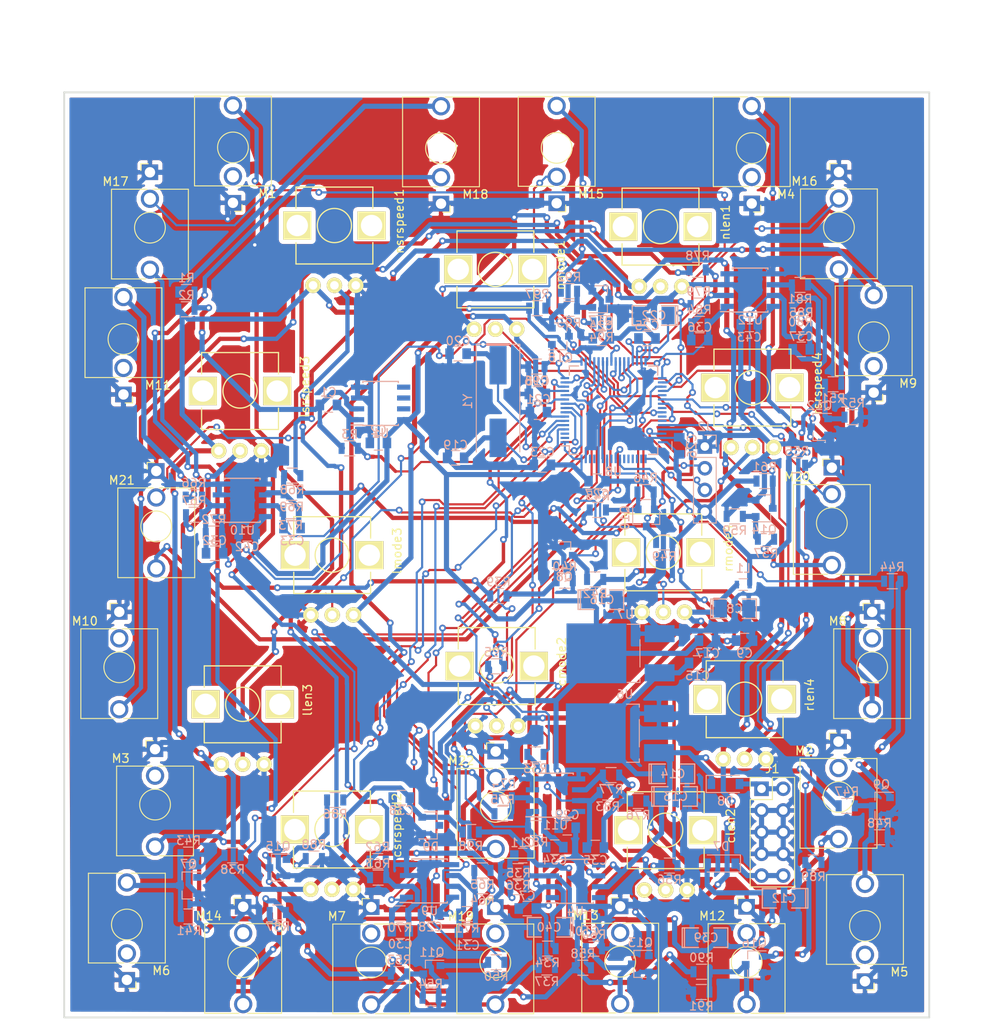
<source format=kicad_pcb>
(kicad_pcb (version 20171130) (host pcbnew 5.0.2+dfsg1-1)
  (layers (0 F.Cu signal) (31 B.Cu signal) (34 B.Paste user hide) (35 F.Paste user hide) (36 B.SilkS user hide) (37 F.SilkS user hide) (38 B.Mask user hide) (39 F.Mask user hide) (44 Edge.Cuts user))
  (net 0 "")
  (net 1 +12V)
  (net 2 GND)
  (net 3 -12V)
  (net 4 "Net-(C7-Pad2)")
  (net 5 "Net-(C7-Pad1)")
  (net 6 +3.3VA)
  (net 7 5volts)
  (net 8 +3V3)
  (net 9 "Net-(C19-Pad1)")
  (net 10 "Net-(C20-Pad1)")
  (net 11 "Net-(C21-Pad1)")
  (net 12 "Net-(C22-Pad1)")
  (net 13 "Net-(C30-Pad2)")
  (net 14 ADC0)
  (net 15 ADC9)
  (net 16 "Net-(C31-Pad2)")
  (net 17 ADC3)
  (net 18 "Net-(C32-Pad2)")
  (net 19 "Net-(C33-Pad2)")
  (net 20 ADC6)
  (net 21 ADC1)
  (net 22 "Net-(C34-Pad2)")
  (net 23 "Net-(C35-Pad2)")
  (net 24 ADC10)
  (net 25 "Net-(C36-Pad2)")
  (net 26 ADC4)
  (net 27 "Net-(C37-Pad2)")
  (net 28 ADC7)
  (net 29 AREF-10)
  (net 30 "Net-(C40-Pad1)")
  (net 31 "Net-(R77-Pad2)")
  (net 32 ADC11)
  (net 33 "Net-(R65-Pad2)")
  (net 34 "Net-(D7-Pad1)")
  (net 35 "Net-(D8-Pad2)")
  (net 36 /micro/SWDIO)
  (net 37 /micro/SWCLK)
  (net 38 "Net-(R79-Pad2)")
  (net 39 ADC5)
  (net 40 "Net-(R67-Pad2)")
  (net 41 NSPEED_IN)
  (net 42 CLEN_IN)
  (net 43 CSPEED_IN)
  (net 44 NLEN_IN)
  (net 45 RSROUT1)
  (net 46 LSROUT1)
  (net 47 CSROUT1)
  (net 48 RLEN_IN)
  (net 49 RSPEED_IN)
  (net 50 LLEN_IN)
  (net 51 LSPEED_IN)
  (net 52 RSROUT2)
  (net 53 LSROUT2)
  (net 54 NSRCLK)
  (net 55 RSR)
  (net 56 LSR)
  (net 57 ADC_IN)
  (net 58 DAC_OUT)
  (net 59 RSRCLK)
  (net 60 TIM1_CH1)
  (net 61 LSRCLK)
  (net 62 CSRCLK)
  (net 63 "Net-(R75-Pad2)")
  (net 64 ADC2)
  (net 65 "Net-(R63-Pad2)")
  (net 66 "Net-(Q7-Pad1)")
  (net 67 LSRIN)
  (net 68 "Net-(Q8-Pad1)")
  (net 69 "Net-(Q9-Pad1)")
  (net 70 "Net-(Q10-Pad1)")
  (net 71 LSRCLKIN)
  (net 72 "Net-(Q11-Pad1)")
  (net 73 RSRIN)
  (net 74 "Net-(Q12-Pad1)")
  (net 75 "Net-(Q13-Pad1)")
  (net 76 "Net-(Q14-Pad1)")
  (net 77 RSRCLKIN)
  (net 78 "Net-(Q15-Pad1)")
  (net 79 "Net-(Q16-Pad1)")
  (net 80 NSRCLKIN)
  (net 81 "Net-(Q17-Pad1)")
  (net 82 CSRCLKIN)
  (net 83 "Net-(Q18-Pad1)")
  (net 84 DAC_MC_OUT)
  (net 85 PULSE1OUT)
  (net 86 PULSE2OUT)
  (net 87 PULSE3OUT)
  (net 88 PULSE4OUT)
  (net 89 "Net-(R69-Pad2)")
  (net 90 "Net-(R81-Pad2)")
  (net 91 PULSE5OUT)
  (net 92 PULSE6OUT)
  (net 93 ADC8)
  (net 94 CSROUT2)
  (net 95 PULSE8OUT)
  (net 96 PULSE7OUT)
  (net 97 PULSE10OUT)
  (net 98 PULSE9OUT)
  (net 99 PULSE11OUT)
  (net 100 ADC12)
  (net 101 "Net-(C1-Pad2)")
  (module SMD_Packages:SMD-1206_Pol (layer B.Cu) (at 129.069 155.44 180)
    (fp_text reference C40 (at 0 0 180) (layer B.SilkS) (effects (justify mirror)))
    (fp_text value 1uF)
    (pad 1 smd rect (at -1.651 0 180) (size 1.524 2.032) (layers B.Cu B.Paste B.Mask) (net 30 "Net-(C40-Pad1)"))
    (pad 2 smd rect (at 1.651 0 180) (size 1.524 2.032) (layers B.Cu B.Paste B.Mask) (net 2 GND))
  )
  (module Resistors_SMD:R_0805 (layer B.Cu) (at 169.25 114.94 180)
    (fp_text reference R44 (at 0 1.65 180) (layer B.SilkS) (effects (justify mirror)))
    (fp_text value 10K)
    (pad 1 smd rect (at -0.95 0 180) (size 0.7 1.3) (layers B.Cu B.Paste B.Mask) (net 69 "Net-(Q9-Pad1)"))
    (pad 2 smd rect (at 0.95 0 180) (size 0.7 1.3) (layers B.Cu B.Paste B.Mask) (net 86 PULSE2OUT))
  )
  (module Resistors_SMD:R_0805 (layer B.Cu) (at 105.73 99.39 180)
    (fp_text reference R3 (at 0 1.65 180) (layer B.SilkS) (effects (justify mirror)))
    (fp_text value 33K)
    (pad 1 smd rect (at -0.95 0 180) (size 0.7 1.3) (layers B.Cu B.Paste B.Mask) (net 100 ADC12))
    (pad 2 smd rect (at 0.95 0 180) (size 0.7 1.3) (layers B.Cu B.Paste B.Mask) (net 101 "Net-(C1-Pad2)"))
  )
  (module Resistors_SMD:R_0805 (layer B.Cu) (at 146.67 84.82 180)
    (fp_text reference R84 (at 0 1.65 180) (layer B.SilkS) (effects (justify mirror)))
    (fp_text value 66.5K)
    (pad 1 smd rect (at -0.95 0 180) (size 0.7 1.3) (layers B.Cu B.Paste B.Mask) (net 26 ADC4))
    (pad 2 smd rect (at 0.95 0 180) (size 0.7 1.3) (layers B.Cu B.Paste B.Mask) (net 25 "Net-(C36-Pad2)"))
  )
  (module Capacitors_SMD:C_0805 (layer B.Cu) (at 133.56 154.42)
    (fp_text reference C10 (at 0 1.5) (layer B.SilkS) (effects (justify mirror)))
    (fp_text value 100nF)
    (pad 2 smd rect (at 1 0) (size 1 1.25) (layers B.Cu B.Paste B.Mask) (net 2 GND))
    (pad 1 smd rect (at -1 0) (size 1 1.25) (layers B.Cu B.Paste B.Mask) (net 1 +12V))
  )
  (module Resistors_SMD:R_0805 (layer B.Cu) (at 128.81 160.15)
    (fp_text reference R37 (at 0 1.65) (layer B.SilkS) (effects (justify mirror)))
    (fp_text value 1K)
    (pad 1 smd rect (at -0.95 0) (size 0.7 1.3) (layers B.Cu B.Paste B.Mask) (net 58 DAC_OUT))
    (pad 2 smd rect (at 0.95 0) (size 0.7 1.3) (layers B.Cu B.Paste B.Mask) (net 5 "Net-(C7-Pad1)"))
  )
  (module new_kicad:Jack_3.5mm_QingPu_WQP-PJ398SM_Vertical_CircularHoles (layer F.Cu) (at 92.06 70.65 180)
    (fp_text reference M1 (at -4.03 1.08) (layer F.SilkS))
    (fp_text value AUDIO-JACKERTHENVAR)
    (pad 2 thru_hole circle (at 0 3.1) (size 2.13 2.13) (drill 1.42) (layers *.Cu *.Mask))
    (pad 1 thru_hole rect (at 0 0) (size 1.93 1.83) (drill 1.22) (layers *.Cu *.Mask) (net 2 GND))
    (pad 3 thru_hole circle (at 0 11.4) (size 2.13 2.13) (drill 1.43) (layers *.Cu *.Mask) (net 41 NSPEED_IN))
  )
  (module Resistors_SMD:R_0805 (layer B.Cu) (at 135.21 84.72)
    (fp_text reference R94 (at 0 1.65) (layer B.SilkS) (effects (justify mirror)))
    (fp_text value 10K)
    (pad 1 smd rect (at -0.95 0) (size 0.7 1.3) (layers B.Cu B.Paste B.Mask) (net 80 NSRCLKIN))
    (pad 2 smd rect (at 0.95 0) (size 0.7 1.3) (layers B.Cu B.Paste B.Mask) (net 8 +3V3))
  )
  (module Capacitors_SMD:C_0805 (layer B.Cu) (at 111.65 155.9)
    (fp_text reference C30 (at 0 1.5) (layer B.SilkS) (effects (justify mirror)))
    (fp_text value 1nF)
    (pad 2 smd rect (at 1 0) (size 1 1.25) (layers B.Cu B.Paste B.Mask) (net 13 "Net-(C30-Pad2)"))
    (pad 1 smd rect (at -1 0) (size 1 1.25) (layers B.Cu B.Paste B.Mask) (net 14 ADC0))
  )
  (module TO_SOT_Packages_SMD:SOT-23 (layer B.Cu) (at 86.86 150.55 180)
    (fp_text reference Q7 (at 0 2.5 180) (layer B.SilkS) (effects (justify mirror)))
    (fp_text value MMBT3904)
    (pad 1 smd rect (at -1 0.95 180) (size 0.9 0.8) (layers B.Cu B.Paste B.Mask) (net 66 "Net-(Q7-Pad1)"))
    (pad 2 smd rect (at -1 -0.95 180) (size 0.9 0.8) (layers B.Cu B.Paste B.Mask) (net 2 GND))
    (pad 3 smd rect (at 1 0 180) (size 0.9 0.8) (layers B.Cu B.Paste B.Mask) (net 46 LSROUT1))
  )
  (module SMD_Packages:SMD-1206_Pol (layer B.Cu) (at 143.89 140.13)
    (fp_text reference C13 (at 0 0) (layer B.SilkS) (effects (justify mirror)))
    (fp_text value 10uF)
    (pad 2 smd rect (at 1.651 0) (size 1.524 2.032) (layers B.Cu B.Paste B.Mask) (net 2 GND))
    (pad 1 smd rect (at -1.651 0) (size 1.524 2.032) (layers B.Cu B.Paste B.Mask) (net 1 +12V))
  )
  (module Resistors_SMD:R_0805 (layer B.Cu) (at 121.27 150.64)
    (fp_text reference R64 (at 0 1.65) (layer B.SilkS) (effects (justify mirror)))
    (fp_text value 100K)
    (pad 2 smd rect (at 0.95 0) (size 0.7 1.3) (layers B.Cu B.Paste B.Mask) (net 43 CSPEED_IN))
    (pad 1 smd rect (at -0.95 0) (size 0.7 1.3) (layers B.Cu B.Paste B.Mask) (net 16 "Net-(C31-Pad2)"))
  )
  (module Resistors_SMD:R_0805 (layer B.Cu) (at 160.02 147.86)
    (fp_text reference R89 (at 0 1.65) (layer B.SilkS) (effects (justify mirror)))
    (fp_text value 10K)
    (pad 1 smd rect (at -0.95 0) (size 0.7 1.3) (layers B.Cu B.Paste B.Mask) (net 79 "Net-(Q16-Pad1)"))
    (pad 2 smd rect (at 0.95 0) (size 0.7 1.3) (layers B.Cu B.Paste B.Mask) (net 92 PULSE6OUT))
  )
  (module Capacitors_SMD:C_0805 (layer B.Cu) (at 151.96 121.89)
    (fp_text reference C9 (at 0 1.5) (layer B.SilkS) (effects (justify mirror)))
    (fp_text value 100nF)
    (pad 2 smd rect (at 1 0) (size 1 1.25) (layers B.Cu B.Paste B.Mask) (net 2 GND))
    (pad 1 smd rect (at -1 0) (size 1 1.25) (layers B.Cu B.Paste B.Mask) (net 6 +3.3VA))
  )
  (module new_kicad:Jack_3.5mm_QingPu_WQP-PJ398SM_Vertical_CircularHoles (layer F.Cu) (at 122.78 153.08)
    (fp_text reference M19 (at -4.03 1.08 180) (layer F.SilkS))
    (fp_text value AUDIO-JACKERTHENVAR)
    (pad 3 thru_hole circle (at 0 11.4 180) (size 2.13 2.13) (drill 1.43) (layers *.Cu *.Mask) (net 58 DAC_OUT))
    (pad 1 thru_hole rect (at 0 0 180) (size 1.93 1.83) (drill 1.22) (layers *.Cu *.Mask) (net 2 GND))
    (pad 2 thru_hole circle (at 0 3.1 180) (size 2.13 2.13) (drill 1.42) (layers *.Cu *.Mask))
  )
  (module Resistors_SMD:R_0805 (layer B.Cu) (at 143.16 148.22)
    (fp_text reference R56 (at 0 1.65) (layer B.SilkS) (effects (justify mirror)))
    (fp_text value 10K)
    (pad 2 smd rect (at 0.95 0) (size 0.7 1.3) (layers B.Cu B.Paste B.Mask) (net 88 PULSE4OUT))
    (pad 1 smd rect (at -0.95 0) (size 0.7 1.3) (layers B.Cu B.Paste B.Mask) (net 75 "Net-(Q13-Pad1)"))
  )
  (module SMD_Packages:SMD-1206_Pol (layer B.Cu) (at 156.581 152.05 180)
    (fp_text reference C12 (at 0 0 180) (layer B.SilkS) (effects (justify mirror)))
    (fp_text value 10uF)
    (pad 1 smd rect (at -1.651 0 180) (size 1.524 2.032) (layers B.Cu B.Paste B.Mask) (net 2 GND))
    (pad 2 smd rect (at 1.651 0 180) (size 1.524 2.032) (layers B.Cu B.Paste B.Mask) (net 3 -12V))
  )
  (module new_kicad:Potentiometer_Alps-RK09 (layer F.Cu) (at 103.68 111.89 90)
    (fp_text reference lmode3 (at 0.5 7.6 270) (layer F.SilkS))
    (fp_text value 10K)
    (pad 1 thru_hole circle (at -7 -2.5) (size 1.8 1.8) (drill 1) (layers *.Cu *.Mask F.SilkS) (net 2 GND))
    (pad 2 thru_hole circle (at -7 0) (size 1.8 1.8) (drill 1) (layers *.Cu *.Mask F.SilkS) (net 39 ADC5))
    (pad 3 thru_hole circle (at -7 2.5) (size 1.8 1.8) (drill 1) (layers *.Cu *.Mask F.SilkS) (net 6 +3.3VA))
    (pad 4 thru_hole rect (at 0 -4.35) (size 3.3 3.3) (drill 2.5) (layers *.Cu *.Mask F.SilkS))
    (pad 5 thru_hole rect (at 0 4.35) (size 3.3 3.3) (drill 2.5) (layers *.Cu *.Mask F.SilkS))
  )
  (module new_kicad:Jack_3.5mm_QingPu_WQP-PJ398SM_Vertical_CircularHoles (layer F.Cu) (at 116.42 70.75 180)
    (fp_text reference M18 (at -4.03 1.08) (layer F.SilkS))
    (fp_text value AUDIO-JACKERTHENVAR)
    (pad 2 thru_hole circle (at 0 3.1) (size 2.13 2.13) (drill 1.42) (layers *.Cu *.Mask) (net 58 DAC_OUT))
    (pad 1 thru_hole rect (at 0 0) (size 1.93 1.83) (drill 1.22) (layers *.Cu *.Mask) (net 2 GND))
    (pad 3 thru_hole circle (at 0 11.4) (size 2.13 2.13) (drill 1.43) (layers *.Cu *.Mask) (net 57 ADC_IN))
  )
  (module TO_SOT_Packages_SMD:SOT-23 (layer B.Cu) (at 154.26 106.41)
    (fp_text reference Q14 (at 0 2.5) (layer B.SilkS) (effects (justify mirror)))
    (fp_text value MMBT3904)
    (pad 1 smd rect (at -1 0.95) (size 0.9 0.8) (layers B.Cu B.Paste B.Mask) (net 76 "Net-(Q14-Pad1)"))
    (pad 2 smd rect (at -1 -0.95) (size 0.9 0.8) (layers B.Cu B.Paste B.Mask) (net 2 GND))
    (pad 3 smd rect (at 1 0) (size 0.9 0.8) (layers B.Cu B.Paste B.Mask) (net 77 RSRCLKIN))
  )
  (module SMD_Packages:SMD-1206_Pol (layer B.Cu) (at 147.459 156.66)
    (fp_text reference C39 (at 0 0) (layer B.SilkS) (effects (justify mirror)))
    (fp_text value 10uF)
    (pad 1 smd rect (at -1.651 0) (size 1.524 2.032) (layers B.Cu B.Paste B.Mask) (net 2 GND))
    (pad 2 smd rect (at 1.651 0) (size 1.524 2.032) (layers B.Cu B.Paste B.Mask) (net 3 -12V))
  )
  (module new_kicad:Jack_3.5mm_QingPu_WQP-PJ398SM_Vertical_CircularHoles (layer F.Cu) (at 162.18 101.65)
    (fp_text reference M20 (at -4.03 1.08 180) (layer F.SilkS))
    (fp_text value AUDIO-JACKERTHENVAR)
    (pad 3 thru_hole circle (at 0 11.4 180) (size 2.13 2.13) (drill 1.43) (layers *.Cu *.Mask) (net 59 RSRCLK))
    (pad 1 thru_hole rect (at 0 0 180) (size 1.93 1.83) (drill 1.22) (layers *.Cu *.Mask) (net 2 GND))
    (pad 2 thru_hole circle (at 0 3.1 180) (size 2.13 2.13) (drill 1.42) (layers *.Cu *.Mask) (net 97 PULSE10OUT))
  )
  (module new_kicad:Potentiometer_Alps-RK09 (layer F.Cu) (at 93.2 129.35 90)
    (fp_text reference llen3 (at 0.5 7.6 270) (layer F.SilkS))
    (fp_text value 10K)
    (pad 5 thru_hole rect (at 0 4.35) (size 3.3 3.3) (drill 2.5) (layers *.Cu *.Mask F.SilkS))
    (pad 4 thru_hole rect (at 0 -4.35) (size 3.3 3.3) (drill 2.5) (layers *.Cu *.Mask F.SilkS))
    (pad 3 thru_hole circle (at -7 2.5) (size 1.8 1.8) (drill 1) (layers *.Cu *.Mask F.SilkS) (net 2 GND))
    (pad 2 thru_hole circle (at -7 0) (size 1.8 1.8) (drill 1) (layers *.Cu *.Mask F.SilkS) (net 38 "Net-(R79-Pad2)"))
    (pad 1 thru_hole circle (at -7 -2.5) (size 1.8 1.8) (drill 1) (layers *.Cu *.Mask F.SilkS) (net 29 AREF-10))
  )
  (module Capacitors_SMD:C_0805 (layer B.Cu) (at 129.74 146.07)
    (fp_text reference C34 (at 0 1.5) (layer B.SilkS) (effects (justify mirror)))
    (fp_text value 1nF)
    (pad 1 smd rect (at -1 0) (size 1 1.25) (layers B.Cu B.Paste B.Mask) (net 21 ADC1))
    (pad 2 smd rect (at 1 0) (size 1 1.25) (layers B.Cu B.Paste B.Mask) (net 22 "Net-(C34-Pad2)"))
  )
  (module new_kicad:Potentiometer_Alps-RK09 (layer F.Cu) (at 103.94 73.31 90)
    (fp_text reference nsrspeed1 (at 0.5 7.6 270) (layer F.SilkS))
    (fp_text value 10K)
    (pad 1 thru_hole circle (at -7 -2.5) (size 1.8 1.8) (drill 1) (layers *.Cu *.Mask F.SilkS) (net 29 AREF-10))
    (pad 2 thru_hole circle (at -7 0) (size 1.8 1.8) (drill 1) (layers *.Cu *.Mask F.SilkS) (net 65 "Net-(R63-Pad2)"))
    (pad 3 thru_hole circle (at -7 2.5) (size 1.8 1.8) (drill 1) (layers *.Cu *.Mask F.SilkS) (net 2 GND))
    (pad 4 thru_hole rect (at 0 -4.35) (size 3.3 3.3) (drill 2.5) (layers *.Cu *.Mask F.SilkS))
    (pad 5 thru_hole rect (at 0 4.35) (size 3.3 3.3) (drill 2.5) (layers *.Cu *.Mask F.SilkS))
  )
  (module SMD_Packages:SMD-1206_Pol (layer B.Cu) (at 135.27 117.1)
    (fp_text reference C16 (at 0 0) (layer B.SilkS) (effects (justify mirror)))
    (fp_text value 10uF)
    (pad 2 smd rect (at 1.651 0) (size 1.524 2.032) (layers B.Cu B.Paste B.Mask) (net 2 GND))
    (pad 1 smd rect (at -1.651 0) (size 1.524 2.032) (layers B.Cu B.Paste B.Mask) (net 8 +3V3))
  )
  (module TO_SOT_Packages_SMD:SOT-23 (layer B.Cu) (at 160.74 96.88 180)
    (fp_text reference Q12 (at 0 2.5 180) (layer B.SilkS) (effects (justify mirror)))
    (fp_text value MMBT3904)
    (pad 3 smd rect (at 1 0 180) (size 0.9 0.8) (layers B.Cu B.Paste B.Mask) (net 73 RSRIN))
    (pad 2 smd rect (at -1 -0.95 180) (size 0.9 0.8) (layers B.Cu B.Paste B.Mask) (net 2 GND))
    (pad 1 smd rect (at -1 0.95 180) (size 0.9 0.8) (layers B.Cu B.Paste B.Mask) (net 74 "Net-(Q12-Pad1)"))
  )
  (module Resistors_SMD:R_0805 (layer B.Cu) (at 131.4 81 180)
    (fp_text reference R92 (at 0 1.65 180) (layer B.SilkS) (effects (justify mirror)))
    (fp_text value 100K)
    (pad 1 smd rect (at -0.95 0 180) (size 0.7 1.3) (layers B.Cu B.Paste B.Mask) (net 81 "Net-(Q17-Pad1)"))
    (pad 2 smd rect (at 0.95 0 180) (size 0.7 1.3) (layers B.Cu B.Paste B.Mask) (net 54 NSRCLK))
  )
  (module Resistors_SMD:R_0805 (layer B.Cu) (at 109.06 149.63 180)
    (fp_text reference R63 (at 0 1.65 180) (layer B.SilkS) (effects (justify mirror)))
    (fp_text value 200K)
    (pad 1 smd rect (at -0.95 0 180) (size 0.7 1.3) (layers B.Cu B.Paste B.Mask) (net 13 "Net-(C30-Pad2)"))
    (pad 2 smd rect (at 0.95 0 180) (size 0.7 1.3) (layers B.Cu B.Paste B.Mask) (net 65 "Net-(R63-Pad2)"))
  )
  (module Resistors_SMD:R_0805 (layer B.Cu) (at 134.78 106.6 180)
    (fp_text reference R45 (at 0 1.65 180) (layer B.SilkS) (effects (justify mirror)))
    (fp_text value 100K)
    (pad 2 smd rect (at 0.95 0 180) (size 0.7 1.3) (layers B.Cu B.Paste B.Mask) (net 61 LSRCLK))
    (pad 1 smd rect (at -0.95 0 180) (size 0.7 1.3) (layers B.Cu B.Paste B.Mask) (net 70 "Net-(Q10-Pad1)"))
  )
  (module new_kicad:Potentiometer_Alps-RK09 (layer F.Cu) (at 122.94 124.87 90)
    (fp_text reference cmode2 (at 0.5 7.6 270) (layer F.SilkS))
    (fp_text value 10K)
    (pad 1 thru_hole circle (at -7 -2.5) (size 1.8 1.8) (drill 1) (layers *.Cu *.Mask F.SilkS) (net 2 GND))
    (pad 2 thru_hole circle (at -7 0) (size 1.8 1.8) (drill 1) (layers *.Cu *.Mask F.SilkS) (net 32 ADC11))
    (pad 3 thru_hole circle (at -7 2.5) (size 1.8 1.8) (drill 1) (layers *.Cu *.Mask F.SilkS) (net 6 +3.3VA))
    (pad 4 thru_hole rect (at 0 -4.35) (size 3.3 3.3) (drill 2.5) (layers *.Cu *.Mask F.SilkS))
    (pad 5 thru_hole rect (at 0 4.35) (size 3.3 3.3) (drill 2.5) (layers *.Cu *.Mask F.SilkS))
  )
  (module Resistors_SMD:R_0805 (layer B.Cu) (at 89.82 109.36 180)
    (fp_text reference R72 (at 0 1.65 180) (layer B.SilkS) (effects (justify mirror)))
    (fp_text value 66.5K)
    (pad 1 smd rect (at -0.95 0 180) (size 0.7 1.3) (layers B.Cu B.Paste B.Mask) (net 17 ADC3))
    (pad 2 smd rect (at 0.95 0 180) (size 0.7 1.3) (layers B.Cu B.Paste B.Mask) (net 18 "Net-(C32-Pad2)"))
  )
  (module Resistors_SMD:R_0805 (layer B.Cu) (at 111.5 160.91 180)
    (fp_text reference R53 (at 0 1.65 180) (layer B.SilkS) (effects (justify mirror)))
    (fp_text value 1K)
    (pad 1 smd rect (at -0.95 0 180) (size 0.7 1.3) (layers B.Cu B.Paste B.Mask) (net 47 CSROUT1))
    (pad 2 smd rect (at 0.95 0 180) (size 0.7 1.3) (layers B.Cu B.Paste B.Mask) (net 1 +12V))
  )
  (module Resistors_SMD:R_0805 (layer B.Cu) (at 164.61 95.74 180)
    (fp_text reference R52 (at 0 1.65 180) (layer B.SilkS) (effects (justify mirror)))
    (fp_text value 1M)
    (pad 2 smd rect (at 0.95 0 180) (size 0.7 1.3) (layers B.Cu B.Paste B.Mask) (net 74 "Net-(Q12-Pad1)"))
    (pad 1 smd rect (at -0.95 0 180) (size 0.7 1.3) (layers B.Cu B.Paste B.Mask) (net 2 GND))
  )
  (module Capacitors_SMD:C_0805 (layer B.Cu) (at 98.98 108.71)
    (fp_text reference C33 (at 0 1.5) (layer B.SilkS) (effects (justify mirror)))
    (fp_text value 1nF)
    (pad 2 smd rect (at 1 0) (size 1 1.25) (layers B.Cu B.Paste B.Mask) (net 19 "Net-(C33-Pad2)"))
    (pad 1 smd rect (at -1 0) (size 1 1.25) (layers B.Cu B.Paste B.Mask) (net 20 ADC6))
  )
  (module Capacitors_SMD:C_0805 (layer B.Cu) (at 127.7 93.02 180)
    (fp_text reference C18 (at 0 1.5 180) (layer B.SilkS) (effects (justify mirror)))
    (fp_text value 100nF)
    (pad 1 smd rect (at -1 0 180) (size 1 1.25) (layers B.Cu B.Paste B.Mask) (net 6 +3.3VA))
    (pad 2 smd rect (at 1 0 180) (size 1 1.25) (layers B.Cu B.Paste B.Mask) (net 2 GND))
  )
  (module Housings_SOIC:SOIC-8_3.9x4.9mm_Pitch1.27mm (layer B.Cu) (at 115.08 150.02)
    (fp_text reference U9 (at 0 3.5) (layer B.SilkS) (effects (justify mirror)))
    (fp_text value MCP6002)
    (pad 8 smd rect (at 2.7 1.905) (size 1.55 0.6) (layers B.Cu B.Paste B.Mask) (net 8 +3V3))
    (pad 7 smd rect (at 2.7 0.635) (size 1.55 0.6) (layers B.Cu B.Paste B.Mask) (net 15 ADC9))
    (pad 6 smd rect (at 2.7 -0.635) (size 1.55 0.6) (layers B.Cu B.Paste B.Mask) (net 16 "Net-(C31-Pad2)"))
    (pad 5 smd rect (at 2.7 -1.905) (size 1.55 0.6) (layers B.Cu B.Paste B.Mask) (net 2 GND))
    (pad 4 smd rect (at -2.7 -1.905) (size 1.55 0.6) (layers B.Cu B.Paste B.Mask) (net 2 GND))
    (pad 3 smd rect (at -2.7 -0.635) (size 1.55 0.6) (layers B.Cu B.Paste B.Mask) (net 2 GND))
    (pad 2 smd rect (at -2.7 0.635) (size 1.55 0.6) (layers B.Cu B.Paste B.Mask) (net 13 "Net-(C30-Pad2)"))
    (pad 1 smd rect (at -2.7 1.905) (size 1.55 0.6) (layers B.Cu B.Paste B.Mask) (net 14 ADC0))
  )
  (module Resistors_SMD:R_0805 (layer B.Cu) (at 140.37 104.5 180)
    (fp_text reference R46 (at 0 1.65 180) (layer B.SilkS) (effects (justify mirror)))
    (fp_text value 1M)
    (pad 2 smd rect (at 0.95 0 180) (size 0.7 1.3) (layers B.Cu B.Paste B.Mask) (net 70 "Net-(Q10-Pad1)"))
    (pad 1 smd rect (at -0.95 0 180) (size 0.7 1.3) (layers B.Cu B.Paste B.Mask) (net 2 GND))
  )
  (module Capacitors_SMD:C_0805 (layer B.Cu) (at 134.69 103.23)
    (fp_text reference C27 (at 0 1.5) (layer B.SilkS) (effects (justify mirror)))
    (fp_text value 100nF)
    (pad 1 smd rect (at -1 0) (size 1 1.25) (layers B.Cu B.Paste B.Mask) (net 8 +3V3))
    (pad 2 smd rect (at 1 0) (size 1 1.25) (layers B.Cu B.Paste B.Mask) (net 2 GND))
  )
  (module Capacitors_SMD:C_0805 (layer B.Cu) (at 134.49 146.11)
    (fp_text reference C35 (at 0 1.5) (layer B.SilkS) (effects (justify mirror)))
    (fp_text value 1nF)
    (pad 2 smd rect (at 1 0) (size 1 1.25) (layers B.Cu B.Paste B.Mask) (net 23 "Net-(C35-Pad2)"))
    (pad 1 smd rect (at -1 0) (size 1 1.25) (layers B.Cu B.Paste B.Mask) (net 24 ADC10))
  )
  (module Resistors_SMD:R_0805 (layer B.Cu) (at 122.89 159.54)
    (fp_text reference R50 (at 0 1.65) (layer B.SilkS) (effects (justify mirror)))
    (fp_text value 10K)
    (pad 2 smd rect (at 0.95 0) (size 0.7 1.3) (layers B.Cu B.Paste B.Mask) (net 87 PULSE3OUT))
    (pad 1 smd rect (at -0.95 0) (size 0.7 1.3) (layers B.Cu B.Paste B.Mask) (net 72 "Net-(Q11-Pad1)"))
  )
  (module Capacitors_SMD:C_0805 (layer B.Cu) (at 127.83 95.15 180)
    (fp_text reference C21 (at 0 1.5 180) (layer B.SilkS) (effects (justify mirror)))
    (fp_text value 100nF)
    (pad 1 smd rect (at -1 0 180) (size 1 1.25) (layers B.Cu B.Paste B.Mask) (net 11 "Net-(C21-Pad1)"))
    (pad 2 smd rect (at 1 0 180) (size 1 1.25) (layers B.Cu B.Paste B.Mask) (net 2 GND))
  )
  (module Resistors_SMD:R_0805 (layer B.Cu) (at 127.69 82.98 180)
    (fp_text reference R97 (at 0 1.65 180) (layer B.SilkS) (effects (justify mirror)))
    (fp_text value 10K)
    (pad 2 smd rect (at 0.95 0 180) (size 0.7 1.3) (layers B.Cu B.Paste B.Mask) (net 8 +3V3))
    (pad 1 smd rect (at -0.95 0 180) (size 0.7 1.3) (layers B.Cu B.Paste B.Mask) (net 82 CSRCLKIN))
  )
  (module TO_SOT_Packages_SMD:SOT-23 (layer B.Cu) (at 115.35 160.88 180)
    (fp_text reference Q11 (at 0 2.5 180) (layer B.SilkS) (effects (justify mirror)))
    (fp_text value MMBT3904)
    (pad 3 smd rect (at 1 0 180) (size 0.9 0.8) (layers B.Cu B.Paste B.Mask) (net 47 CSROUT1))
    (pad 2 smd rect (at -1 -0.95 180) (size 0.9 0.8) (layers B.Cu B.Paste B.Mask) (net 2 GND))
    (pad 1 smd rect (at -1 0.95 180) (size 0.9 0.8) (layers B.Cu B.Paste B.Mask) (net 72 "Net-(Q11-Pad1)"))
  )
  (module Resistors_SMD:R_0805 (layer B.Cu) (at 87.48 105.1 180)
    (fp_text reference R66 (at 0 1.65 180) (layer B.SilkS) (effects (justify mirror)))
    (fp_text value 100K)
    (pad 2 smd rect (at 0.95 0 180) (size 0.7 1.3) (layers B.Cu B.Paste B.Mask) (net 51 LSPEED_IN))
    (pad 1 smd rect (at -0.95 0 180) (size 0.7 1.3) (layers B.Cu B.Paste B.Mask) (net 18 "Net-(C32-Pad2)"))
  )
  (module Resistors_SMD:R_0805 (layer B.Cu) (at 146.47 78.5 180)
    (fp_text reference R78 (at 0 1.65 180) (layer B.SilkS) (effects (justify mirror)))
    (fp_text value 100K)
    (pad 2 smd rect (at 0.95 0 180) (size 0.7 1.3) (layers B.Cu B.Paste B.Mask) (net 50 LLEN_IN))
    (pad 1 smd rect (at -0.95 0 180) (size 0.7 1.3) (layers B.Cu B.Paste B.Mask) (net 25 "Net-(C36-Pad2)"))
  )
  (module Capacitors_SMD:C_0805 (layer B.Cu) (at 128.29 101.33 180)
    (fp_text reference C23 (at 0 1.5 180) (layer B.SilkS) (effects (justify mirror)))
    (fp_text value 100nF)
    (pad 2 smd rect (at 1 0 180) (size 1 1.25) (layers B.Cu B.Paste B.Mask) (net 2 GND))
    (pad 1 smd rect (at -1 0 180) (size 1 1.25) (layers B.Cu B.Paste B.Mask) (net 8 +3V3))
  )
  (module new_kicad:Jack_3.5mm_QingPu_WQP-PJ398SM_Vertical_CircularHoles (layer F.Cu) (at 152.8 70.73 180)
    (fp_text reference M4 (at -4.03 1.08) (layer F.SilkS))
    (fp_text value AUDIO-JACKERTHENVAR)
    (pad 2 thru_hole circle (at 0 3.1) (size 2.13 2.13) (drill 1.42) (layers *.Cu *.Mask))
    (pad 1 thru_hole rect (at 0 0) (size 1.93 1.83) (drill 1.22) (layers *.Cu *.Mask) (net 2 GND))
    (pad 3 thru_hole circle (at 0 11.4) (size 2.13 2.13) (drill 1.43) (layers *.Cu *.Mask) (net 44 NLEN_IN))
  )
  (module Diodes_SMD:D_SOD-123 (layer B.Cu) (at 149.23 147.98 180)
    (fp_text reference D7 (at 0 2 180) (layer B.SilkS) (effects (justify mirror)))
    (fp_text value D)
    (pad 1 smd rect (at -1.65 0 180) (size 0.9 1.2) (layers B.Cu B.Paste B.Mask) (net 34 "Net-(D7-Pad1)"))
    (pad 2 smd rect (at 1.65 0 180) (size 0.9 1.2) (layers B.Cu B.Paste B.Mask) (net 3 -12V))
  )
  (module TO_SOT_Packages_SMD:SOT-23 (layer B.Cu) (at 153.09 159.79 180)
    (fp_text reference Q16 (at 0 2.5 180) (layer B.SilkS) (effects (justify mirror)))
    (fp_text value MMBT3904)
    (pad 1 smd rect (at -1 0.95 180) (size 0.9 0.8) (layers B.Cu B.Paste B.Mask) (net 79 "Net-(Q16-Pad1)"))
    (pad 2 smd rect (at -1 -0.95 180) (size 0.9 0.8) (layers B.Cu B.Paste B.Mask) (net 2 GND))
    (pad 3 smd rect (at 1 0 180) (size 0.9 0.8) (layers B.Cu B.Paste B.Mask) (net 52 RSROUT2))
  )
  (module Resistors_SMD:R_0805 (layer B.Cu) (at 87.51 107.16 180)
    (fp_text reference R67 (at 0 1.65 180) (layer B.SilkS) (effects (justify mirror)))
    (fp_text value 200K)
    (pad 1 smd rect (at -0.95 0 180) (size 0.7 1.3) (layers B.Cu B.Paste B.Mask) (net 18 "Net-(C32-Pad2)"))
    (pad 2 smd rect (at 0.95 0 180) (size 0.7 1.3) (layers B.Cu B.Paste B.Mask) (net 40 "Net-(R67-Pad2)"))
  )
  (module Housings_SOIC:SOIC-8_3.9x4.9mm_Pitch1.27mm (layer B.Cu) (at 152.62 80.865)
    (fp_text reference U12 (at 0 3.5) (layer B.SilkS) (effects (justify mirror)))
    (fp_text value MCP6002)
    (pad 1 smd rect (at -2.7 1.905) (size 1.55 0.6) (layers B.Cu B.Paste B.Mask) (net 26 ADC4))
    (pad 2 smd rect (at -2.7 0.635) (size 1.55 0.6) (layers B.Cu B.Paste B.Mask) (net 25 "Net-(C36-Pad2)"))
    (pad 3 smd rect (at -2.7 -0.635) (size 1.55 0.6) (layers B.Cu B.Paste B.Mask) (net 2 GND))
    (pad 4 smd rect (at -2.7 -1.905) (size 1.55 0.6) (layers B.Cu B.Paste B.Mask) (net 2 GND))
    (pad 5 smd rect (at 2.7 -1.905) (size 1.55 0.6) (layers B.Cu B.Paste B.Mask) (net 2 GND))
    (pad 6 smd rect (at 2.7 -0.635) (size 1.55 0.6) (layers B.Cu B.Paste B.Mask) (net 27 "Net-(C37-Pad2)"))
    (pad 7 smd rect (at 2.7 0.635) (size 1.55 0.6) (layers B.Cu B.Paste B.Mask) (net 28 ADC7))
    (pad 8 smd rect (at 2.7 1.905) (size 1.55 0.6) (layers B.Cu B.Paste B.Mask) (net 8 +3V3))
  )
  (module Capacitors_SMD:C_0805 (layer B.Cu) (at 115.19 153.91)
    (fp_text reference C28 (at 0 1.5) (layer B.SilkS) (effects (justify mirror)))
    (fp_text value 100N)
    (pad 2 smd rect (at 1 0) (size 1 1.25) (layers B.Cu B.Paste B.Mask) (net 8 +3V3))
    (pad 1 smd rect (at -1 0) (size 1 1.25) (layers B.Cu B.Paste B.Mask) (net 2 GND))
  )
  (module Resistors_SMD:R_0805 (layer B.Cu) (at 119.9 144.29)
    (fp_text reference R98 (at 0 1.65) (layer B.SilkS) (effects (justify mirror)))
    (fp_text value 100R)
    (pad 2 smd rect (at 0.95 0) (size 0.7 1.3) (layers B.Cu B.Paste B.Mask) (net 3 -12V))
    (pad 1 smd rect (at -0.95 0) (size 0.7 1.3) (layers B.Cu B.Paste B.Mask) (net 29 AREF-10))
  )
  (module Capacitors_SMD:C_0805 (layer B.Cu) (at 126 147.05 180)
    (fp_text reference C11 (at 0 1.5 180) (layer B.SilkS) (effects (justify mirror)))
    (fp_text value 100nF)
    (pad 1 smd rect (at -1 0 180) (size 1 1.25) (layers B.Cu B.Paste B.Mask) (net 3 -12V))
    (pad 2 smd rect (at 1 0 180) (size 1 1.25) (layers B.Cu B.Paste B.Mask) (net 2 GND))
  )
  (module Resistors_SMD:R_0805 (layer B.Cu) (at 158.51 82.95)
    (fp_text reference R80 (at 0 1.65) (layer B.SilkS) (effects (justify mirror)))
    (fp_text value 100K)
    (pad 1 smd rect (at -0.95 0) (size 0.7 1.3) (layers B.Cu B.Paste B.Mask) (net 27 "Net-(C37-Pad2)"))
    (pad 2 smd rect (at 0.95 0) (size 0.7 1.3) (layers B.Cu B.Paste B.Mask) (net 48 RLEN_IN))
  )
  (module Capacitors_SMD:C_0805 (layer B.Cu) (at 131.19 143.79 180)
    (fp_text reference C29 (at 0 1.5 180) (layer B.SilkS) (effects (justify mirror)))
    (fp_text value 100N)
    (pad 1 smd rect (at -1 0 180) (size 1 1.25) (layers B.Cu B.Paste B.Mask) (net 2 GND))
    (pad 2 smd rect (at 1 0 180) (size 1 1.25) (layers B.Cu B.Paste B.Mask) (net 8 +3V3))
  )
  (module Resistors_SMD:R_0805 (layer B.Cu) (at 133.03 160.18 180)
    (fp_text reference R58 (at 0 1.65 180) (layer B.SilkS) (effects (justify mirror)))
    (fp_text value 1K)
    (pad 1 smd rect (at -0.95 0 180) (size 0.7 1.3) (layers B.Cu B.Paste B.Mask) (net 94 CSROUT2))
    (pad 2 smd rect (at 0.95 0 180) (size 0.7 1.3) (layers B.Cu B.Paste B.Mask) (net 1 +12V))
  )
  (module new_kicad:Jack_3.5mm_QingPu_WQP-PJ398SM_Vertical_CircularHoles (layer F.Cu) (at 82.34 67.08)
    (fp_text reference M17 (at -4.03 1.08 180) (layer F.SilkS))
    (fp_text value AUDIO-JACKERTHENVAR)
    (pad 3 thru_hole circle (at 0 11.4 180) (size 2.13 2.13) (drill 1.43) (layers *.Cu *.Mask) (net 56 LSR))
    (pad 1 thru_hole rect (at 0 0 180) (size 1.93 1.83) (drill 1.22) (layers *.Cu *.Mask) (net 2 GND))
    (pad 2 thru_hole circle (at 0 3.1 180) (size 2.13 2.13) (drill 1.42) (layers *.Cu *.Mask) (net 96 PULSE7OUT))
  )
  (module Resistors_SMD:R_0805 (layer B.Cu) (at 123.77 140.28 180)
    (fp_text reference R74 (at 0 1.65 180) (layer B.SilkS) (effects (justify mirror)))
    (fp_text value 100K)
    (pad 1 smd rect (at -0.95 0 180) (size 0.7 1.3) (layers B.Cu B.Paste B.Mask) (net 22 "Net-(C34-Pad2)"))
    (pad 2 smd rect (at 0.95 0 180) (size 0.7 1.3) (layers B.Cu B.Paste B.Mask) (net 44 NLEN_IN))
  )
  (module Resistors_SMD:R_0805 (layer B.Cu) (at 142.56 110.4)
    (fp_text reference R49 (at 0 1.65) (layer B.SilkS) (effects (justify mirror)))
    (fp_text value 10K)
    (pad 1 smd rect (at -0.95 0) (size 0.7 1.3) (layers B.Cu B.Paste B.Mask) (net 71 LSRCLKIN))
    (pad 2 smd rect (at 0.95 0) (size 0.7 1.3) (layers B.Cu B.Paste B.Mask) (net 8 +3V3))
  )
  (module TO_SOT_Packages_SMD:SOT-23 (layer B.Cu) (at 167.99 141.22 180)
    (fp_text reference Q9 (at 0 2.5 180) (layer B.SilkS) (effects (justify mirror)))
    (fp_text value MMBT3904)
    (pad 1 smd rect (at -1 0.95 180) (size 0.9 0.8) (layers B.Cu B.Paste B.Mask) (net 69 "Net-(Q9-Pad1)"))
    (pad 2 smd rect (at -1 -0.95 180) (size 0.9 0.8) (layers B.Cu B.Paste B.Mask) (net 2 GND))
    (pad 3 smd rect (at 1 0 180) (size 0.9 0.8) (layers B.Cu B.Paste B.Mask) (net 45 RSROUT1))
  )
  (module TO_SOT_Packages_SMD:SOT-23 (layer B.Cu) (at 130.85 111.91)
    (fp_text reference Q8 (at 0 2.5) (layer B.SilkS) (effects (justify mirror)))
    (fp_text value MMBT3904)
    (pad 3 smd rect (at 1 0) (size 0.9 0.8) (layers B.Cu B.Paste B.Mask) (net 67 LSRIN))
    (pad 2 smd rect (at -1 -0.95) (size 0.9 0.8) (layers B.Cu B.Paste B.Mask) (net 2 GND))
    (pad 1 smd rect (at -1 0.95) (size 0.9 0.8) (layers B.Cu B.Paste B.Mask) (net 68 "Net-(Q8-Pad1)"))
  )
  (module Capacitors_SMD:C_0805 (layer B.Cu) (at 144.31 99.09 90)
    (fp_text reference C26 (at 0 1.5 90) (layer B.SilkS) (effects (justify mirror)))
    (fp_text value 100nF)
    (pad 1 smd rect (at -1 0 90) (size 1 1.25) (layers B.Cu B.Paste B.Mask) (net 8 +3V3))
    (pad 2 smd rect (at 1 0 90) (size 1 1.25) (layers B.Cu B.Paste B.Mask) (net 2 GND))
  )
  (module Housings_SOIC:SOIC-8_3.9x4.9mm_Pitch1.27mm (layer B.Cu) (at 129.83 139.985)
    (fp_text reference U11 (at 0 3.5) (layer B.SilkS) (effects (justify mirror)))
    (fp_text value MCP6002)
    (pad 1 smd rect (at -2.7 1.905) (size 1.55 0.6) (layers B.Cu B.Paste B.Mask) (net 21 ADC1))
    (pad 2 smd rect (at -2.7 0.635) (size 1.55 0.6) (layers B.Cu B.Paste B.Mask) (net 22 "Net-(C34-Pad2)"))
    (pad 3 smd rect (at -2.7 -0.635) (size 1.55 0.6) (layers B.Cu B.Paste B.Mask) (net 2 GND))
    (pad 4 smd rect (at -2.7 -1.905) (size 1.55 0.6) (layers B.Cu B.Paste B.Mask) (net 2 GND))
    (pad 5 smd rect (at 2.7 -1.905) (size 1.55 0.6) (layers B.Cu B.Paste B.Mask) (net 2 GND))
    (pad 6 smd rect (at 2.7 -0.635) (size 1.55 0.6) (layers B.Cu B.Paste B.Mask) (net 23 "Net-(C35-Pad2)"))
    (pad 7 smd rect (at 2.7 0.635) (size 1.55 0.6) (layers B.Cu B.Paste B.Mask) (net 24 ADC10))
    (pad 8 smd rect (at 2.7 1.905) (size 1.55 0.6) (layers B.Cu B.Paste B.Mask) (net 8 +3V3))
  )
  (module TO_SOT_Packages_SMD:SOT-23 (layer B.Cu) (at 139.76 159.73 180)
    (fp_text reference Q13 (at 0 2.5 180) (layer B.SilkS) (effects (justify mirror)))
    (fp_text value MMBT3904)
    (pad 3 smd rect (at 1 0 180) (size 0.9 0.8) (layers B.Cu B.Paste B.Mask) (net 94 CSROUT2))
    (pad 2 smd rect (at -1 -0.95 180) (size 0.9 0.8) (layers B.Cu B.Paste B.Mask) (net 2 GND))
    (pad 1 smd rect (at -1 0.95 180) (size 0.9 0.8) (layers B.Cu B.Paste B.Mask) (net 75 "Net-(Q13-Pad1)"))
  )
  (module Resistors_SMD:R_0805 (layer B.Cu) (at 122.88 124.9 180)
    (fp_text reference R95 (at 0 1.65 180) (layer B.SilkS) (effects (justify mirror)))
    (fp_text value 100K)
    (pad 2 smd rect (at 0.95 0 180) (size 0.7 1.3) (layers B.Cu B.Paste B.Mask) (net 62 CSRCLK))
    (pad 1 smd rect (at -0.95 0 180) (size 0.7 1.3) (layers B.Cu B.Paste B.Mask) (net 83 "Net-(Q18-Pad1)"))
  )
  (module Resistors_SMD:R_0805 (layer B.Cu) (at 127.59 89.82)
    (fp_text reference R96 (at 0 1.65) (layer B.SilkS) (effects (justify mirror)))
    (fp_text value 1M)
    (pad 1 smd rect (at -0.95 0) (size 0.7 1.3) (layers B.Cu B.Paste B.Mask) (net 2 GND))
    (pad 2 smd rect (at 0.95 0) (size 0.7 1.3) (layers B.Cu B.Paste B.Mask) (net 83 "Net-(Q18-Pad1)"))
  )
  (module TO_SOT_Packages_SMD:SOT-23 (layer B.Cu) (at 140.45 107.53 270)
    (fp_text reference Q10 (at 0 2.5 270) (layer B.SilkS) (effects (justify mirror)))
    (fp_text value MMBT3904)
    (pad 1 smd rect (at -1 0.95 270) (size 0.9 0.8) (layers B.Cu B.Paste B.Mask) (net 70 "Net-(Q10-Pad1)"))
    (pad 2 smd rect (at -1 -0.95 270) (size 0.9 0.8) (layers B.Cu B.Paste B.Mask) (net 2 GND))
    (pad 3 smd rect (at 1 0 270) (size 0.9 0.8) (layers B.Cu B.Paste B.Mask) (net 71 LSRCLKIN))
  )
  (module Resistors_SMD:R_0805 (layer B.Cu) (at 98.94 104.59)
    (fp_text reference R69 (at 0 1.65) (layer B.SilkS) (effects (justify mirror)))
    (fp_text value 200K)
    (pad 2 smd rect (at 0.95 0) (size 0.7 1.3) (layers B.Cu B.Paste B.Mask) (net 89 "Net-(R69-Pad2)"))
    (pad 1 smd rect (at -0.95 0) (size 0.7 1.3) (layers B.Cu B.Paste B.Mask) (net 19 "Net-(C33-Pad2)"))
  )
  (module Resistors_SMD:R_0805 (layer B.Cu) (at 167.76 144.91 180)
    (fp_text reference R48 (at 0 1.65 180) (layer B.SilkS) (effects (justify mirror)))
    (fp_text value 1K)
    (pad 2 smd rect (at 0.95 0 180) (size 0.7 1.3) (layers B.Cu B.Paste B.Mask) (net 45 RSROUT1))
    (pad 1 smd rect (at -0.95 0 180) (size 0.7 1.3) (layers B.Cu B.Paste B.Mask) (net 2 GND))
  )
  (module Pin_Headers:Pin_Header_Straight_1x04_Pitch2.54mm (layer B.Cu) (at 147.31 99.18 180)
    (fp_text reference J2 (at 0 2.33 180) (layer B.SilkS) (effects (justify mirror)))
    (fp_text value prog)
    (pad 1 thru_hole rect (at 0 0 180) (size 1.7 1.7) (drill 1) (layers *.Cu *.Mask) (net 2 GND))
    (pad 2 thru_hole oval (at 0 -2.54 180) (size 1.7 1.7) (drill 1) (layers *.Cu *.Mask) (net 36 /micro/SWDIO))
    (pad 3 thru_hole oval (at 0 -5.08 180) (size 1.7 1.7) (drill 1) (layers *.Cu *.Mask) (net 37 /micro/SWCLK))
    (pad 4 thru_hole oval (at 0 -7.62 180) (size 1.7 1.7) (drill 1) (layers *.Cu *.Mask) (net 8 +3V3))
  )
  (module Resistors_SMD:R_0805 (layer B.Cu) (at 134.47 114.73)
    (fp_text reference R42 (at 0 1.65) (layer B.SilkS) (effects (justify mirror)))
    (fp_text value 10K)
    (pad 2 smd rect (at 0.95 0) (size 0.7 1.3) (layers B.Cu B.Paste B.Mask) (net 8 +3V3))
    (pad 1 smd rect (at -0.95 0) (size 0.7 1.3) (layers B.Cu B.Paste B.Mask) (net 67 LSRIN))
  )
  (module Resistors_SMD:R_0805 (layer B.Cu) (at 131.4 83.06)
    (fp_text reference R93 (at 0 1.65) (layer B.SilkS) (effects (justify mirror)))
    (fp_text value 1M)
    (pad 2 smd rect (at 0.95 0) (size 0.7 1.3) (layers B.Cu B.Paste B.Mask) (net 81 "Net-(Q17-Pad1)"))
    (pad 1 smd rect (at -0.95 0) (size 0.7 1.3) (layers B.Cu B.Paste B.Mask) (net 2 GND))
  )
  (module new_kicad:Jack_3.5mm_QingPu_WQP-PJ398SM_Vertical_CircularHoles (layer F.Cu) (at 122.82 134.87)
    (fp_text reference M22 (at -4.03 1.08 180) (layer F.SilkS))
    (fp_text value AUDIO-JACKERTHENVAR)
    (pad 2 thru_hole circle (at 0 3.1 180) (size 2.13 2.13) (drill 1.42) (layers *.Cu *.Mask) (net 99 PULSE11OUT))
    (pad 1 thru_hole rect (at 0 0 180) (size 1.93 1.83) (drill 1.22) (layers *.Cu *.Mask) (net 2 GND))
    (pad 3 thru_hole circle (at 0 11.4 180) (size 2.13 2.13) (drill 1.43) (layers *.Cu *.Mask) (net 62 CSRCLK))
  )
  (module new_kicad:Jack_3.5mm_QingPu_WQP-PJ398SM_Vertical_CircularHoles (layer F.Cu) (at 79.24 93.08 180)
    (fp_text reference M11 (at -4.03 1.08) (layer F.SilkS))
    (fp_text value AUDIO-JACKERTHENVAR)
    (pad 3 thru_hole circle (at 0 11.4) (size 2.13 2.13) (drill 1.43) (layers *.Cu *.Mask) (net 51 LSPEED_IN))
    (pad 1 thru_hole rect (at 0 0) (size 1.93 1.83) (drill 1.22) (layers *.Cu *.Mask) (net 2 GND))
    (pad 2 thru_hole circle (at 0 3.1) (size 2.13 2.13) (drill 1.42) (layers *.Cu *.Mask))
  )
  (module TO_SOT_Packages_SMD:TO-252-2_Rectifier (layer B.Cu) (at 137.44 123.38 180)
    (fp_text reference U7 (at -0.575 4.55 180) (layer B.SilkS) (effects (justify mirror)))
    (fp_text value LM1117-3.3)
    (pad 1 smd rect (at -4.575 2.3 270) (size 2 3.5) (layers B.Cu B.Paste B.Mask) (net 2 GND))
    (pad 3 smd rect (at -4.575 -2.28 270) (size 2 3.5) (layers B.Cu B.Paste B.Mask) (net 7 5volts))
    (pad 2 smd rect (at 2.825 0 270) (size 7 7) (layers B.Cu B.Paste B.Mask) (net 8 +3V3))
  )
  (module Capacitors_SMD:C_0805 (layer B.Cu) (at 126.52 153.25 180)
    (fp_text reference C7 (at 0 1.5 180) (layer B.SilkS) (effects (justify mirror)))
    (fp_text value 47pF)
    (pad 2 smd rect (at 1 0 180) (size 1 1.25) (layers B.Cu B.Paste B.Mask) (net 4 "Net-(C7-Pad2)"))
    (pad 1 smd rect (at -1 0 180) (size 1 1.25) (layers B.Cu B.Paste B.Mask) (net 5 "Net-(C7-Pad1)"))
  )
  (module Resistors_SMD:R_0805 (layer B.Cu) (at 92.02 147.02)
    (fp_text reference R38 (at 0 1.65) (layer B.SilkS) (effects (justify mirror)))
    (fp_text value 10K)
    (pad 1 smd rect (at -0.95 0) (size 0.7 1.3) (layers B.Cu B.Paste B.Mask) (net 66 "Net-(Q7-Pad1)"))
    (pad 2 smd rect (at 0.95 0) (size 0.7 1.3) (layers B.Cu B.Paste B.Mask) (net 85 PULSE1OUT))
  )
  (module Housings_SOIC:SOIC-8_3.9x4.9mm_Pitch1.27mm (layer B.Cu) (at 93.17 105.47)
    (fp_text reference U10 (at 0 3.5) (layer B.SilkS) (effects (justify mirror)))
    (fp_text value MCP6002)
    (pad 8 smd rect (at 2.7 1.905) (size 1.55 0.6) (layers B.Cu B.Paste B.Mask) (net 8 +3V3))
    (pad 7 smd rect (at 2.7 0.635) (size 1.55 0.6) (layers B.Cu B.Paste B.Mask) (net 20 ADC6))
    (pad 6 smd rect (at 2.7 -0.635) (size 1.55 0.6) (layers B.Cu B.Paste B.Mask) (net 19 "Net-(C33-Pad2)"))
    (pad 5 smd rect (at 2.7 -1.905) (size 1.55 0.6) (layers B.Cu B.Paste B.Mask) (net 2 GND))
    (pad 4 smd rect (at -2.7 -1.905) (size 1.55 0.6) (layers B.Cu B.Paste B.Mask) (net 2 GND))
    (pad 3 smd rect (at -2.7 -0.635) (size 1.55 0.6) (layers B.Cu B.Paste B.Mask) (net 2 GND))
    (pad 2 smd rect (at -2.7 0.635) (size 1.55 0.6) (layers B.Cu B.Paste B.Mask) (net 18 "Net-(C32-Pad2)"))
    (pad 1 smd rect (at -2.7 1.905) (size 1.55 0.6) (layers B.Cu B.Paste B.Mask) (net 17 ADC3))
  )
  (module Capacitors_SMD:C_0805 (layer B.Cu) (at 93.72 109.4)
    (fp_text reference C42 (at 0 1.5) (layer B.SilkS) (effects (justify mirror)))
    (fp_text value 100N)
    (pad 1 smd rect (at -1 0) (size 1 1.25) (layers B.Cu B.Paste B.Mask) (net 2 GND))
    (pad 2 smd rect (at 1 0) (size 1 1.25) (layers B.Cu B.Paste B.Mask) (net 8 +3V3))
  )
  (module Resistors_SMD:R_0805 (layer B.Cu) (at 135.94 139.67)
    (fp_text reference R83 (at 0 1.65) (layer B.SilkS) (effects (justify mirror)))
    (fp_text value 66.5K)
    (pad 1 smd rect (at -0.95 0) (size 0.7 1.3) (layers B.Cu B.Paste B.Mask) (net 24 ADC10))
    (pad 2 smd rect (at 0.95 0) (size 0.7 1.3) (layers B.Cu B.Paste B.Mask) (net 23 "Net-(C35-Pad2)"))
  )
  (module Pin_Headers:Pin_Header_Straight_2x05_Pitch2.54mm (layer F.Cu) (at 153.95 139.23)
    (fp_text reference J1 (at 1.27 -2.33) (layer F.SilkS))
    (fp_text value Conn_02x05_Odd_Even)
    (pad 1 thru_hole rect (at 0 0) (size 1.7 1.7) (drill 1) (layers *.Cu *.Mask) (net 35 "Net-(D8-Pad2)"))
    (pad 2 thru_hole oval (at 2.54 0) (size 1.7 1.7) (drill 1) (layers *.Cu *.Mask) (net 35 "Net-(D8-Pad2)"))
    (pad 3 thru_hole oval (at 0 2.54) (size 1.7 1.7) (drill 1) (layers *.Cu *.Mask) (net 2 GND))
    (pad 4 thru_hole oval (at 2.54 2.54) (size 1.7 1.7) (drill 1) (layers *.Cu *.Mask) (net 2 GND))
    (pad 5 thru_hole oval (at 0 5.08) (size 1.7 1.7) (drill 1) (layers *.Cu *.Mask) (net 2 GND))
    (pad 6 thru_hole oval (at 2.54 5.08) (size 1.7 1.7) (drill 1) (layers *.Cu *.Mask) (net 2 GND))
    (pad 7 thru_hole oval (at 0 7.62) (size 1.7 1.7) (drill 1) (layers *.Cu *.Mask) (net 2 GND))
    (pad 8 thru_hole oval (at 2.54 7.62) (size 1.7 1.7) (drill 1) (layers *.Cu *.Mask) (net 2 GND))
    (pad 9 thru_hole oval (at 0 10.16) (size 1.7 1.7) (drill 1) (layers *.Cu *.Mask) (net 34 "Net-(D7-Pad1)"))
    (pad 10 thru_hole oval (at 2.54 10.16) (size 1.7 1.7) (drill 1) (layers *.Cu *.Mask) (net 34 "Net-(D7-Pad1)"))
  )
  (module Resistors_SMD:R_0805 (layer B.Cu) (at 163.93 141.23 180)
    (fp_text reference R47 (at 0 1.65 180) (layer B.SilkS) (effects (justify mirror)))
    (fp_text value 1K)
    (pad 1 smd rect (at -0.95 0 180) (size 0.7 1.3) (layers B.Cu B.Paste B.Mask) (net 45 RSROUT1))
    (pad 2 smd rect (at 0.95 0 180) (size 0.7 1.3) (layers B.Cu B.Paste B.Mask) (net 1 +12V))
  )
  (module new_kicad:Jack_3.5mm_QingPu_WQP-PJ398SM_Vertical_CircularHoles (layer F.Cu) (at 83.08 102.04)
    (fp_text reference M21 (at -4.03 1.08 180) (layer F.SilkS))
    (fp_text value AUDIO-JACKERTHENVAR)
    (pad 2 thru_hole circle (at 0 3.1 180) (size 2.13 2.13) (drill 1.42) (layers *.Cu *.Mask) (net 98 PULSE9OUT))
    (pad 1 thru_hole rect (at 0 0 180) (size 1.93 1.83) (drill 1.22) (layers *.Cu *.Mask) (net 2 GND))
    (pad 3 thru_hole circle (at 0 11.4 180) (size 2.13 2.13) (drill 1.43) (layers *.Cu *.Mask) (net 61 LSRCLK))
  )
  (module Capacitors_SMD:C_0805 (layer B.Cu) (at 118.42 88.31 180)
    (fp_text reference C20 (at 0 1.5 180) (layer B.SilkS) (effects (justify mirror)))
    (fp_text value 18pF)
    (pad 1 smd rect (at -1 0 180) (size 1 1.25) (layers B.Cu B.Paste B.Mask) (net 10 "Net-(C20-Pad1)"))
    (pad 2 smd rect (at 1 0 180) (size 1 1.25) (layers B.Cu B.Paste B.Mask) (net 2 GND))
  )
  (module Resistors_SMD:R_0805 (layer B.Cu) (at 86.87 146.94 180)
    (fp_text reference R43 (at 0 1.65 180) (layer B.SilkS) (effects (justify mirror)))
    (fp_text value 1K)
    (pad 2 smd rect (at 0.95 0 180) (size 0.7 1.3) (layers B.Cu B.Paste B.Mask) (net 46 LSROUT1))
    (pad 1 smd rect (at -0.95 0 180) (size 0.7 1.3) (layers B.Cu B.Paste B.Mask) (net 2 GND))
  )
  (module Resistors_SMD:R_0805 (layer B.Cu) (at 154.47 110.02)
    (fp_text reference R57 (at 0 1.65) (layer B.SilkS) (effects (justify mirror)))
    (fp_text value 100K)
    (pad 2 smd rect (at 0.95 0) (size 0.7 1.3) (layers B.Cu B.Paste B.Mask) (net 59 RSRCLK))
    (pad 1 smd rect (at -0.95 0) (size 0.7 1.3) (layers B.Cu B.Paste B.Mask) (net 76 "Net-(Q14-Pad1)"))
  )
  (module Resistors_SMD:R_0805 (layer B.Cu) (at 158.6 85.16 180)
    (fp_text reference R85 (at 0 1.65 180) (layer B.SilkS) (effects (justify mirror)))
    (fp_text value 66.5K)
    (pad 2 smd rect (at 0.95 0 180) (size 0.7 1.3) (layers B.Cu B.Paste B.Mask) (net 27 "Net-(C37-Pad2)"))
    (pad 1 smd rect (at -0.95 0 180) (size 0.7 1.3) (layers B.Cu B.Paste B.Mask) (net 28 ADC7))
  )
  (module Resistors_SMD:R_0805 (layer B.Cu) (at 125.45 148.87)
    (fp_text reference R36 (at 0 1.65) (layer B.SilkS) (effects (justify mirror)))
    (fp_text value 100K)
    (pad 2 smd rect (at 0.95 0) (size 0.7 1.3) (layers B.Cu B.Paste B.Mask) (net 30 "Net-(C40-Pad1)"))
    (pad 1 smd rect (at -0.95 0) (size 0.7 1.3) (layers B.Cu B.Paste B.Mask) (net 2 GND))
  )
  (module new_kicad:Potentiometer_Alps-RK09 (layer F.Cu) (at 142.73 144.08 90)
    (fp_text reference clen2 (at 0.5 7.6 270) (layer F.SilkS))
    (fp_text value 10K)
    (pad 5 thru_hole rect (at 0 4.35) (size 3.3 3.3) (drill 2.5) (layers *.Cu *.Mask F.SilkS))
    (pad 4 thru_hole rect (at 0 -4.35) (size 3.3 3.3) (drill 2.5) (layers *.Cu *.Mask F.SilkS))
    (pad 3 thru_hole circle (at -7 2.5) (size 1.8 1.8) (drill 1) (layers *.Cu *.Mask F.SilkS) (net 2 GND))
    (pad 2 thru_hole circle (at -7 0) (size 1.8 1.8) (drill 1) (layers *.Cu *.Mask F.SilkS) (net 31 "Net-(R77-Pad2)"))
    (pad 1 thru_hole circle (at -7 -2.5) (size 1.8 1.8) (drill 1) (layers *.Cu *.Mask F.SilkS) (net 29 AREF-10))
  )
  (module Resistors_SMD:R_0805 (layer B.Cu) (at 104.03 140.54)
    (fp_text reference R86 (at 0 1.65) (layer B.SilkS) (effects (justify mirror)))
    (fp_text value 10K)
    (pad 2 smd rect (at 0.95 0) (size 0.7 1.3) (layers B.Cu B.Paste B.Mask) (net 91 PULSE5OUT))
    (pad 1 smd rect (at -0.95 0) (size 0.7 1.3) (layers B.Cu B.Paste B.Mask) (net 78 "Net-(Q15-Pad1)"))
  )
  (module Inductors_SMD:L_0603 (layer B.Cu) (at 151.81 115.33 180)
    (fp_text reference L1 (at 0 1.9 180) (layer B.SilkS) (effects (justify mirror)))
    (fp_text value IND)
    (pad 2 smd rect (at 0.75 0 180) (size 0.5 0.9) (layers B.Cu B.Paste B.Mask) (net 6 +3.3VA))
    (pad 1 smd rect (at -0.75 0 180) (size 0.5 0.9) (layers B.Cu B.Paste B.Mask) (net 8 +3V3))
  )
  (module Resistors_SMD:R_0805 (layer B.Cu) (at 86.61 81.09 180)
    (fp_text reference R1 (at 0 1.65 180) (layer B.SilkS) (effects (justify mirror)))
    (fp_text value 100K)
    (pad 1 smd rect (at -0.95 0 180) (size 0.7 1.3) (layers B.Cu B.Paste B.Mask) (net 101 "Net-(C1-Pad2)"))
    (pad 2 smd rect (at 0.95 0 180) (size 0.7 1.3) (layers B.Cu B.Paste B.Mask) (net 57 ADC_IN))
  )
  (module Capacitors_SMD:C_0805 (layer B.Cu) (at 140.54 86.53 180)
    (fp_text reference C25 (at 0 1.5 180) (layer B.SilkS) (effects (justify mirror)))
    (fp_text value 100nF)
    (pad 2 smd rect (at 1 0 180) (size 1 1.25) (layers B.Cu B.Paste B.Mask) (net 2 GND))
    (pad 1 smd rect (at -1 0 180) (size 1 1.25) (layers B.Cu B.Paste B.Mask) (net 8 +3V3))
  )
  (module Housings_SOIC:SOIC-8_3.9x4.9mm_Pitch1.27mm (layer B.Cu) (at 132.17 150.065)
    (fp_text reference U4 (at 0 3.5) (layer B.SilkS) (effects (justify mirror)))
    (fp_text value TL071/TLV172)
    (pad 1 smd rect (at -2.7 1.905) (size 1.55 0.6) (layers B.Cu B.Paste B.Mask))
    (pad 2 smd rect (at -2.7 0.635) (size 1.55 0.6) (layers B.Cu B.Paste B.Mask) (net 4 "Net-(C7-Pad2)"))
    (pad 3 smd rect (at -2.7 -0.635) (size 1.55 0.6) (layers B.Cu B.Paste B.Mask) (net 30 "Net-(C40-Pad1)"))
    (pad 4 smd rect (at -2.7 -1.905) (size 1.55 0.6) (layers B.Cu B.Paste B.Mask) (net 3 -12V))
    (pad 5 smd rect (at 2.7 -1.905) (size 1.55 0.6) (layers B.Cu B.Paste B.Mask))
    (pad 6 smd rect (at 2.7 -0.635) (size 1.55 0.6) (layers B.Cu B.Paste B.Mask) (net 5 "Net-(C7-Pad1)"))
    (pad 7 smd rect (at 2.7 0.635) (size 1.55 0.6) (layers B.Cu B.Paste B.Mask) (net 1 +12V))
    (pad 8 smd rect (at 2.7 1.905) (size 1.55 0.6) (layers B.Cu B.Paste B.Mask))
  )
  (module new_kicad:Jack_3.5mm_QingPu_WQP-PJ398SM_Vertical_CircularHoles (layer F.Cu) (at 152.2 153.04)
    (fp_text reference M12 (at -4.03 1.08 180) (layer F.SilkS))
    (fp_text value AUDIO-JACKERTHENVAR)
    (pad 3 thru_hole circle (at 0 11.4 180) (size 2.13 2.13) (drill 1.43) (layers *.Cu *.Mask) (net 52 RSROUT2))
    (pad 1 thru_hole rect (at 0 0 180) (size 1.93 1.83) (drill 1.22) (layers *.Cu *.Mask) (net 2 GND))
    (pad 2 thru_hole circle (at 0 3.1 180) (size 2.13 2.13) (drill 1.42) (layers *.Cu *.Mask))
  )
  (module Resistors_SMD:R_0805 (layer B.Cu) (at 98.82 106.74)
    (fp_text reference R73 (at 0 1.65) (layer B.SilkS) (effects (justify mirror)))
    (fp_text value 66.5K)
    (pad 2 smd rect (at 0.95 0) (size 0.7 1.3) (layers B.Cu B.Paste B.Mask) (net 19 "Net-(C33-Pad2)"))
    (pad 1 smd rect (at -0.95 0) (size 0.7 1.3) (layers B.Cu B.Paste B.Mask) (net 20 ADC6))
  )
  (module Resistors_SMD:R_0805 (layer B.Cu) (at 123.63 142.15 180)
    (fp_text reference R75 (at 0 1.65 180) (layer B.SilkS) (effects (justify mirror)))
    (fp_text value 200K)
    (pad 1 smd rect (at -0.95 0 180) (size 0.7 1.3) (layers B.Cu B.Paste B.Mask) (net 22 "Net-(C34-Pad2)"))
    (pad 2 smd rect (at 0.95 0 180) (size 0.7 1.3) (layers B.Cu B.Paste B.Mask) (net 63 "Net-(R75-Pad2)"))
  )
  (module new_kicad:Potentiometer_Alps-RK09 (layer F.Cu) (at 142.45 111.56 90)
    (fp_text reference rmode4 (at 0.5 7.6 270) (layer F.SilkS))
    (fp_text value 10K)
    (pad 1 thru_hole circle (at -7 -2.5) (size 1.8 1.8) (drill 1) (layers *.Cu *.Mask F.SilkS) (net 2 GND))
    (pad 2 thru_hole circle (at -7 0) (size 1.8 1.8) (drill 1) (layers *.Cu *.Mask F.SilkS) (net 93 ADC8))
    (pad 3 thru_hole circle (at -7 2.5) (size 1.8 1.8) (drill 1) (layers *.Cu *.Mask F.SilkS) (net 6 +3.3VA))
    (pad 4 thru_hole rect (at 0 -4.35) (size 3.3 3.3) (drill 2.5) (layers *.Cu *.Mask F.SilkS))
    (pad 5 thru_hole rect (at 0 4.35) (size 3.3 3.3) (drill 2.5) (layers *.Cu *.Mask F.SilkS))
  )
  (module SMD_Packages:SMD-1206_Pol (layer B.Cu) (at 141.351 83.84 180)
    (fp_text reference C22 (at 0 0 180) (layer B.SilkS) (effects (justify mirror)))
    (fp_text value 4.7uF)
    (pad 2 smd rect (at 1.651 0 180) (size 1.524 2.032) (layers B.Cu B.Paste B.Mask) (net 2 GND))
    (pad 1 smd rect (at -1.651 0 180) (size 1.524 2.032) (layers B.Cu B.Paste B.Mask) (net 12 "Net-(C22-Pad1)"))
  )
  (module Capacitors_SMD:C_0805 (layer B.Cu) (at 152.52 84.88)
    (fp_text reference C43 (at 0 1.5) (layer B.SilkS) (effects (justify mirror)))
    (fp_text value 100N)
    (pad 2 smd rect (at 1 0) (size 1 1.25) (layers B.Cu B.Paste B.Mask) (net 8 +3V3))
    (pad 1 smd rect (at -1 0) (size 1 1.25) (layers B.Cu B.Paste B.Mask) (net 2 GND))
  )
  (module SMD_Packages:SMD-1206_Pol (layer B.Cu) (at 143.58 137.48)
    (fp_text reference C14 (at 0 0) (layer B.SilkS) (effects (justify mirror)))
    (fp_text value 10uF)
    (pad 1 smd rect (at -1.651 0) (size 1.524 2.032) (layers B.Cu B.Paste B.Mask) (net 7 5volts))
    (pad 2 smd rect (at 1.651 0) (size 1.524 2.032) (layers B.Cu B.Paste B.Mask) (net 2 GND))
  )
  (module SMD_Packages:SMD-1206_Pol (layer B.Cu) (at 150.8 118.16)
    (fp_text reference C8 (at 0 0) (layer B.SilkS) (effects (justify mirror)))
    (fp_text value 10uF)
    (pad 2 smd rect (at 1.651 0) (size 1.524 2.032) (layers B.Cu B.Paste B.Mask) (net 2 GND))
    (pad 1 smd rect (at -1.651 0) (size 1.524 2.032) (layers B.Cu B.Paste B.Mask) (net 6 +3.3VA))
  )
  (module Resistors_SMD:R_0805 (layer B.Cu) (at 139.51 140.67)
    (fp_text reference R76 (at 0 1.65) (layer B.SilkS) (effects (justify mirror)))
    (fp_text value 100K)
    (pad 2 smd rect (at 0.95 0) (size 0.7 1.3) (layers B.Cu B.Paste B.Mask) (net 42 CLEN_IN))
    (pad 1 smd rect (at -0.95 0) (size 0.7 1.3) (layers B.Cu B.Paste B.Mask) (net 23 "Net-(C35-Pad2)"))
  )
  (module Capacitors_SMD:C_0805 (layer B.Cu) (at 103.24 94.31 180)
    (fp_text reference C1 (at 0 1.5 180) (layer B.SilkS) (effects (justify mirror)))
    (fp_text value 10pF)
    (pad 1 smd rect (at -1 0 180) (size 1 1.25) (layers B.Cu B.Paste B.Mask) (net 100 ADC12))
    (pad 2 smd rect (at 1 0 180) (size 1 1.25) (layers B.Cu B.Paste B.Mask) (net 101 "Net-(C1-Pad2)"))
  )
  (module new_kicad:Jack_3.5mm_QingPu_WQP-PJ398SM_Vertical_CircularHoles (layer F.Cu) (at 108.25 153.08)
    (fp_text reference M7 (at -4.03 1.08 180) (layer F.SilkS))
    (fp_text value AUDIO-JACKERTHENVAR)
    (pad 3 thru_hole circle (at 0 11.4 180) (size 2.13 2.13) (drill 1.43) (layers *.Cu *.Mask) (net 47 CSROUT1))
    (pad 1 thru_hole rect (at 0 0 180) (size 1.93 1.83) (drill 1.22) (layers *.Cu *.Mask) (net 2 GND))
    (pad 2 thru_hole circle (at 0 3.1 180) (size 2.13 2.13) (drill 1.42) (layers *.Cu *.Mask))
  )
  (module TO_SOT_Packages_SMD:SOT-23 (layer B.Cu) (at 135.14 81.94)
    (fp_text reference Q17 (at 0 2.5) (layer B.SilkS) (effects (justify mirror)))
    (fp_text value MMBT3904)
    (pad 3 smd rect (at 1 0) (size 0.9 0.8) (layers B.Cu B.Paste B.Mask) (net 80 NSRCLKIN))
    (pad 2 smd rect (at -1 -0.95) (size 0.9 0.8) (layers B.Cu B.Paste B.Mask) (net 2 GND))
    (pad 1 smd rect (at -1 0.95) (size 0.9 0.8) (layers B.Cu B.Paste B.Mask) (net 81 "Net-(Q17-Pad1)"))
  )
  (module Capacitors_SMD:C_0805 (layer B.Cu) (at 147.62 121.89)
    (fp_text reference C17 (at 0 1.5) (layer B.SilkS) (effects (justify mirror)))
    (fp_text value 100nF)
    (pad 1 smd rect (at -1 0) (size 1 1.25) (layers B.Cu B.Paste B.Mask) (net 8 +3V3))
    (pad 2 smd rect (at 1 0) (size 1 1.25) (layers B.Cu B.Paste B.Mask) (net 2 GND))
  )
  (module new_kicad:Jack_3.5mm_QingPu_WQP-PJ398SM_Vertical_CircularHoles (layer F.Cu) (at 93.26 153.04)
    (fp_text reference M14 (at -4.03 1.08 180) (layer F.SilkS))
    (fp_text value AUDIO-JACKERTHENVAR)
    (pad 3 thru_hole circle (at 0 11.4 180) (size 2.13 2.13) (drill 1.43) (layers *.Cu *.Mask) (net 53 LSROUT2))
    (pad 1 thru_hole rect (at 0 0 180) (size 1.93 1.83) (drill 1.22) (layers *.Cu *.Mask) (net 2 GND))
    (pad 2 thru_hole circle (at 0 3.1 180) (size 2.13 2.13) (drill 1.42) (layers *.Cu *.Mask))
  )
  (module Capacitors_SMD:C_0805 (layer B.Cu) (at 119.52 156.05)
    (fp_text reference C31 (at 0 1.5) (layer B.SilkS) (effects (justify mirror)))
    (fp_text value 1nF)
    (pad 1 smd rect (at -1 0) (size 1 1.25) (layers B.Cu B.Paste B.Mask) (net 15 ADC9))
    (pad 2 smd rect (at 1 0) (size 1 1.25) (layers B.Cu B.Paste B.Mask) (net 16 "Net-(C31-Pad2)"))
  )
  (module Capacitors_SMD:C_0805 (layer B.Cu) (at 146.46 124.51)
    (fp_text reference C15 (at 0 1.5) (layer B.SilkS) (effects (justify mirror)))
    (fp_text value 100nF)
    (pad 2 smd rect (at 1 0) (size 1 1.25) (layers B.Cu B.Paste B.Mask) (net 2 GND))
    (pad 1 smd rect (at -1 0) (size 1 1.25) (layers B.Cu B.Paste B.Mask) (net 7 5volts))
  )
  (module new_kicad:Potentiometer_Alps-RK09 (layer F.Cu) (at 122.79 78.44 90)
    (fp_text reference nmode1 (at 0.5 7.6 270) (layer F.SilkS))
    (fp_text value 10K)
    (pad 1 thru_hole circle (at -7 -2.5) (size 1.8 1.8) (drill 1) (layers *.Cu *.Mask F.SilkS) (net 2 GND))
    (pad 2 thru_hole circle (at -7 0) (size 1.8 1.8) (drill 1) (layers *.Cu *.Mask F.SilkS) (net 64 ADC2))
    (pad 3 thru_hole circle (at -7 2.5) (size 1.8 1.8) (drill 1) (layers *.Cu *.Mask F.SilkS) (net 6 +3.3VA))
    (pad 4 thru_hole rect (at 0 -4.35) (size 3.3 3.3) (drill 2.5) (layers *.Cu *.Mask F.SilkS))
    (pad 5 thru_hole rect (at 0 4.35) (size 3.3 3.3) (drill 2.5) (layers *.Cu *.Mask F.SilkS))
  )
  (module new_kicad:Jack_3.5mm_QingPu_WQP-PJ398SM_Vertical_CircularHoles (layer F.Cu) (at 166.06 161.76 180)
    (fp_text reference M5 (at -4.03 1.08) (layer F.SilkS))
    (fp_text value AUDIO-JACKERTHENVAR)
    (pad 3 thru_hole circle (at 0 11.4) (size 2.13 2.13) (drill 1.43) (layers *.Cu *.Mask) (net 45 RSROUT1))
    (pad 1 thru_hole rect (at 0 0) (size 1.93 1.83) (drill 1.22) (layers *.Cu *.Mask) (net 2 GND))
    (pad 2 thru_hole circle (at 0 3.1) (size 2.13 2.13) (drill 1.42) (layers *.Cu *.Mask))
  )
  (module Crystals:Crystal_SMD_HC49-SD (layer B.Cu) (at 123.1 93.91 270)
    (fp_text reference Y1 (at 0 3.55 270) (layer B.SilkS) (effects (justify mirror)))
    (fp_text value 8MHz)
    (pad 1 smd rect (at -4.25 0 270) (size 4.5 2) (layers B.Cu B.Paste B.Mask) (net 10 "Net-(C20-Pad1)"))
    (pad 2 smd rect (at 4.25 0 270) (size 4.5 2) (layers B.Cu B.Paste B.Mask) (net 9 "Net-(C19-Pad1)"))
  )
  (module Housings_SOIC:SOIC-8_3.9x4.9mm_Pitch1.27mm (layer B.Cu) (at 109.35 94.13)
    (fp_text reference U1 (at 0 3.5) (layer B.SilkS) (effects (justify mirror)))
    (fp_text value MCP6002)
    (pad 1 smd rect (at -2.7 1.905) (size 1.55 0.6) (layers B.Cu B.Paste B.Mask) (net 100 ADC12))
    (pad 2 smd rect (at -2.7 0.635) (size 1.55 0.6) (layers B.Cu B.Paste B.Mask) (net 101 "Net-(C1-Pad2)"))
    (pad 3 smd rect (at -2.7 -0.635) (size 1.55 0.6) (layers B.Cu B.Paste B.Mask) (net 2 GND))
    (pad 4 smd rect (at -2.7 -1.905) (size 1.55 0.6) (layers B.Cu B.Paste B.Mask) (net 2 GND))
    (pad 5 smd rect (at 2.7 -1.905) (size 1.55 0.6) (layers B.Cu B.Paste B.Mask))
    (pad 6 smd rect (at 2.7 -0.635) (size 1.55 0.6) (layers B.Cu B.Paste B.Mask))
    (pad 7 smd rect (at 2.7 0.635) (size 1.55 0.6) (layers B.Cu B.Paste B.Mask))
    (pad 8 smd rect (at 2.7 1.905) (size 1.55 0.6) (layers B.Cu B.Paste B.Mask) (net 8 +3V3))
  )
  (module Capacitors_SMD:C_0805 (layer B.Cu) (at 89.91 111.67 180)
    (fp_text reference C32 (at 0 1.5 180) (layer B.SilkS) (effects (justify mirror)))
    (fp_text value 1nF)
    (pad 1 smd rect (at -1 0 180) (size 1 1.25) (layers B.Cu B.Paste B.Mask) (net 17 ADC3))
    (pad 2 smd rect (at 1 0 180) (size 1 1.25) (layers B.Cu B.Paste B.Mask) (net 18 "Net-(C32-Pad2)"))
  )
  (module new_kicad:Jack_3.5mm_QingPu_WQP-PJ398SM_Vertical_CircularHoles (layer F.Cu) (at 79.64 161.6 180)
    (fp_text reference M6 (at -4.03 1.08) (layer F.SilkS))
    (fp_text value AUDIO-JACKERTHENVAR)
    (pad 2 thru_hole circle (at 0 3.1) (size 2.13 2.13) (drill 1.42) (layers *.Cu *.Mask))
    (pad 1 thru_hole rect (at 0 0) (size 1.93 1.83) (drill 1.22) (layers *.Cu *.Mask) (net 2 GND))
    (pad 3 thru_hole circle (at 0 11.4) (size 2.13 2.13) (drill 1.43) (layers *.Cu *.Mask) (net 46 LSROUT1))
  )
  (module TO_SOT_Packages_SMD:SOT-23 (layer B.Cu) (at 130.4 86.27)
    (fp_text reference Q18 (at 0 2.5) (layer B.SilkS) (effects (justify mirror)))
    (fp_text value MMBT3904)
    (pad 3 smd rect (at 1 0) (size 0.9 0.8) (layers B.Cu B.Paste B.Mask) (net 82 CSRCLKIN))
    (pad 2 smd rect (at -1 -0.95) (size 0.9 0.8) (layers B.Cu B.Paste B.Mask) (net 2 GND))
    (pad 1 smd rect (at -1 0.95) (size 0.9 0.8) (layers B.Cu B.Paste B.Mask) (net 83 "Net-(Q18-Pad1)"))
  )
  (module TO_SOT_Packages_SMD:SOT-23 (layer B.Cu) (at 97.33 148.46 180)
    (fp_text reference Q15 (at 0 2.5 180) (layer B.SilkS) (effects (justify mirror)))
    (fp_text value MMBT3904)
    (pad 1 smd rect (at -1 0.95 180) (size 0.9 0.8) (layers B.Cu B.Paste B.Mask) (net 78 "Net-(Q15-Pad1)"))
    (pad 2 smd rect (at -1 -0.95 180) (size 0.9 0.8) (layers B.Cu B.Paste B.Mask) (net 2 GND))
    (pad 3 smd rect (at 1 0 180) (size 0.9 0.8) (layers B.Cu B.Paste B.Mask) (net 53 LSROUT2))
  )
  (module new_kicad:Jack_3.5mm_QingPu_WQP-PJ398SM_Vertical_CircularHoles (layer F.Cu) (at 163.01 67.05)
    (fp_text reference M16 (at -4.03 1.08 180) (layer F.SilkS))
    (fp_text value AUDIO-JACKERTHENVAR)
    (pad 2 thru_hole circle (at 0 3.1 180) (size 2.13 2.13) (drill 1.42) (layers *.Cu *.Mask) (net 95 PULSE8OUT))
    (pad 1 thru_hole rect (at 0 0 180) (size 1.93 1.83) (drill 1.22) (layers *.Cu *.Mask) (net 2 GND))
    (pad 3 thru_hole circle (at 0 11.4 180) (size 2.13 2.13) (drill 1.43) (layers *.Cu *.Mask) (net 55 RSR))
  )
  (module Resistors_SMD:R_0805 (layer B.Cu) (at 125.49 150.75 180)
    (fp_text reference R35 (at 0 1.65 180) (layer B.SilkS) (effects (justify mirror)))
    (fp_text value 130K)
    (pad 1 smd rect (at -0.95 0 180) (size 0.7 1.3) (layers B.Cu B.Paste B.Mask) (net 30 "Net-(C40-Pad1)"))
    (pad 2 smd rect (at 0.95 0 180) (size 0.7 1.3) (layers B.Cu B.Paste B.Mask) (net 6 +3.3VA))
  )
  (module Resistors_SMD:R_0805 (layer B.Cu) (at 86.91 154.18)
    (fp_text reference R41 (at 0 1.65) (layer B.SilkS) (effects (justify mirror)))
    (fp_text value 1K)
    (pad 2 smd rect (at 0.95 0) (size 0.7 1.3) (layers B.Cu B.Paste B.Mask) (net 1 +12V))
    (pad 1 smd rect (at -0.95 0) (size 0.7 1.3) (layers B.Cu B.Paste B.Mask) (net 46 LSROUT1))
  )
  (module new_kicad:Jack_3.5mm_QingPu_WQP-PJ398SM_Vertical_CircularHoles (layer F.Cu) (at 167.08 92.86 180)
    (fp_text reference M9 (at -4.03 1.08) (layer F.SilkS))
    (fp_text value AUDIO-JACKERTHENVAR)
    (pad 3 thru_hole circle (at 0 11.4) (size 2.13 2.13) (drill 1.43) (layers *.Cu *.Mask) (net 49 RSPEED_IN))
    (pad 1 thru_hole rect (at 0 0) (size 1.93 1.83) (drill 1.22) (layers *.Cu *.Mask) (net 2 GND))
    (pad 2 thru_hole circle (at 0 3.1) (size 2.13 2.13) (drill 1.42) (layers *.Cu *.Mask))
  )
  (module new_kicad:Potentiometer_Alps-RK09 (layer F.Cu) (at 142.12 73.44 90)
    (fp_text reference nlen1 (at 0.5 7.6 270) (layer F.SilkS))
    (fp_text value 10K)
    (pad 5 thru_hole rect (at 0 4.35) (size 3.3 3.3) (drill 2.5) (layers *.Cu *.Mask F.SilkS))
    (pad 4 thru_hole rect (at 0 -4.35) (size 3.3 3.3) (drill 2.5) (layers *.Cu *.Mask F.SilkS))
    (pad 3 thru_hole circle (at -7 2.5) (size 1.8 1.8) (drill 1) (layers *.Cu *.Mask F.SilkS) (net 2 GND))
    (pad 2 thru_hole circle (at -7 0) (size 1.8 1.8) (drill 1) (layers *.Cu *.Mask F.SilkS) (net 63 "Net-(R75-Pad2)"))
    (pad 1 thru_hole circle (at -7 -2.5) (size 1.8 1.8) (drill 1) (layers *.Cu *.Mask F.SilkS) (net 29 AREF-10))
  )
  (module Resistors_SMD:R_0805 (layer B.Cu) (at 128.89 157.94)
    (fp_text reference R34 (at 0 1.65) (layer B.SilkS) (effects (justify mirror)))
    (fp_text value 68K)
    (pad 1 smd rect (at -0.95 0) (size 0.7 1.3) (layers B.Cu B.Paste B.Mask) (net 58 DAC_OUT))
    (pad 2 smd rect (at 0.95 0) (size 0.7 1.3) (layers B.Cu B.Paste B.Mask) (net 4 "Net-(C7-Pad2)"))
  )
  (module Capacitors_SMD:C_0805 (layer B.Cu) (at 146.72 86.71 180)
    (fp_text reference C36 (at 0 1.5 180) (layer B.SilkS) (effects (justify mirror)))
    (fp_text value 1nF)
    (pad 2 smd rect (at 1 0 180) (size 1 1.25) (layers B.Cu B.Paste B.Mask) (net 25 "Net-(C36-Pad2)"))
    (pad 1 smd rect (at -1 0 180) (size 1 1.25) (layers B.Cu B.Paste B.Mask) (net 26 ADC4))
  )
  (module new_kicad:Jack_3.5mm_QingPu_WQP-PJ398SM_Vertical_CircularHoles (layer F.Cu) (at 78.75 118.53)
    (fp_text reference M10 (at -4.03 1.08 180) (layer F.SilkS))
    (fp_text value AUDIO-JACKERTHENVAR)
    (pad 2 thru_hole circle (at 0 3.1 180) (size 2.13 2.13) (drill 1.42) (layers *.Cu *.Mask))
    (pad 1 thru_hole rect (at 0 0 180) (size 1.93 1.83) (drill 1.22) (layers *.Cu *.Mask) (net 2 GND))
    (pad 3 thru_hole circle (at 0 11.4 180) (size 2.13 2.13) (drill 1.43) (layers *.Cu *.Mask) (net 50 LLEN_IN))
  )
  (module new_kicad:Jack_3.5mm_QingPu_WQP-PJ398SM_Vertical_CircularHoles (layer F.Cu) (at 137.4 152.99)
    (fp_text reference M13 (at -4.03 1.08 180) (layer F.SilkS))
    (fp_text value AUDIO-JACKERTHENVAR)
    (pad 2 thru_hole circle (at 0 3.1 180) (size 2.13 2.13) (drill 1.42) (layers *.Cu *.Mask))
    (pad 1 thru_hole rect (at 0 0 180) (size 1.93 1.83) (drill 1.22) (layers *.Cu *.Mask) (net 2 GND))
    (pad 3 thru_hole circle (at 0 11.4 180) (size 2.13 2.13) (drill 1.43) (layers *.Cu *.Mask) (net 94 CSROUT2))
  )
  (module Diodes_SMD:D_SOD-123 (layer B.Cu) (at 149.72 138.67)
    (fp_text reference D8 (at 0 2) (layer B.SilkS) (effects (justify mirror)))
    (fp_text value D)
    (pad 2 smd rect (at 1.65 0) (size 0.9 1.2) (layers B.Cu B.Paste B.Mask) (net 35 "Net-(D8-Pad2)"))
    (pad 1 smd rect (at -1.65 0) (size 0.9 1.2) (layers B.Cu B.Paste B.Mask) (net 1 +12V))
  )
  (module Resistors_SMD:R_0805 (layer B.Cu) (at 134.32 157.95 180)
    (fp_text reference R60 (at 0 1.65 180) (layer B.SilkS) (effects (justify mirror)))
    (fp_text value 1K)
    (pad 2 smd rect (at 0.95 0 180) (size 0.7 1.3) (layers B.Cu B.Paste B.Mask) (net 94 CSROUT2))
    (pad 1 smd rect (at -0.95 0 180) (size 0.7 1.3) (layers B.Cu B.Paste B.Mask) (net 2 GND))
  )
  (module TO_SOT_Packages_SMD:SOT-23 (layer B.Cu) (at 115.22 143.52)
    (fp_text reference D9 (at 0 2.5) (layer B.SilkS) (effects (justify mirror)))
    (fp_text value LM4040)
    (pad 3 smd rect (at 1 0) (size 0.9 0.8) (layers B.Cu B.Paste B.Mask))
    (pad 2 smd rect (at -1 -0.95) (size 0.9 0.8) (layers B.Cu B.Paste B.Mask) (net 29 AREF-10))
    (pad 1 smd rect (at -1 0.95) (size 0.9 0.8) (layers B.Cu B.Paste B.Mask) (net 2 GND))
  )
  (module new_kicad:Jack_3.5mm_QingPu_WQP-PJ398SM_Vertical_CircularHoles (layer F.Cu) (at 82.94 134.6)
    (fp_text reference M3 (at -4.03 1.08 180) (layer F.SilkS))
    (fp_text value AUDIO-JACKERTHENVAR)
    (pad 3 thru_hole circle (at 0 11.4 180) (size 2.13 2.13) (drill 1.43) (layers *.Cu *.Mask) (net 43 CSPEED_IN))
    (pad 1 thru_hole rect (at 0 0 180) (size 1.93 1.83) (drill 1.22) (layers *.Cu *.Mask) (net 2 GND))
    (pad 2 thru_hole circle (at 0 3.1 180) (size 2.13 2.13) (drill 1.42) (layers *.Cu *.Mask))
  )
  (module Capacitors_SMD:C_0805 (layer B.Cu) (at 135.19 86.51 180)
    (fp_text reference C24 (at 0 1.5 180) (layer B.SilkS) (effects (justify mirror)))
    (fp_text value 100nF)
    (pad 1 smd rect (at -1 0 180) (size 1 1.25) (layers B.Cu B.Paste B.Mask) (net 8 +3V3))
    (pad 2 smd rect (at 1 0 180) (size 1 1.25) (layers B.Cu B.Paste B.Mask) (net 2 GND))
  )
  (module new_kicad:Potentiometer_Alps-RK09 (layer F.Cu) (at 151.97 128.75 90)
    (fp_text reference rlen4 (at 0.5 7.6 270) (layer F.SilkS))
    (fp_text value 10K)
    (pad 5 thru_hole rect (at 0 4.35) (size 3.3 3.3) (drill 2.5) (layers *.Cu *.Mask F.SilkS))
    (pad 4 thru_hole rect (at 0 -4.35) (size 3.3 3.3) (drill 2.5) (layers *.Cu *.Mask F.SilkS))
    (pad 3 thru_hole circle (at -7 2.5) (size 1.8 1.8) (drill 1) (layers *.Cu *.Mask F.SilkS) (net 2 GND))
    (pad 2 thru_hole circle (at -7 0) (size 1.8 1.8) (drill 1) (layers *.Cu *.Mask F.SilkS) (net 90 "Net-(R81-Pad2)"))
    (pad 1 thru_hole circle (at -7 -2.5) (size 1.8 1.8) (drill 1) (layers *.Cu *.Mask F.SilkS) (net 29 AREF-10))
  )
  (module new_kicad:Jack_3.5mm_QingPu_WQP-PJ398SM_Vertical_CircularHoles (layer F.Cu) (at 166.9 118.53)
    (fp_text reference M8 (at -4.03 1.08 180) (layer F.SilkS))
    (fp_text value AUDIO-JACKERTHENVAR)
    (pad 3 thru_hole circle (at 0 11.4 180) (size 2.13 2.13) (drill 1.43) (layers *.Cu *.Mask) (net 48 RLEN_IN))
    (pad 1 thru_hole rect (at 0 0 180) (size 1.93 1.83) (drill 1.22) (layers *.Cu *.Mask) (net 2 GND))
    (pad 2 thru_hole circle (at 0 3.1 180) (size 2.13 2.13) (drill 1.42) (layers *.Cu *.Mask))
  )
  (module new_kicad:Jack_3.5mm_QingPu_WQP-PJ398SM_Vertical_CircularHoles (layer F.Cu) (at 162.96 133.71)
    (fp_text reference M2 (at -4.03 1.08 180) (layer F.SilkS))
    (fp_text value AUDIO-JACKERTHENVAR)
    (pad 2 thru_hole circle (at 0 3.1 180) (size 2.13 2.13) (drill 1.42) (layers *.Cu *.Mask))
    (pad 1 thru_hole rect (at 0 0 180) (size 1.93 1.83) (drill 1.22) (layers *.Cu *.Mask) (net 2 GND))
    (pad 3 thru_hole circle (at 0 11.4 180) (size 2.13 2.13) (drill 1.43) (layers *.Cu *.Mask) (net 42 CLEN_IN))
  )
  (module Capacitors_SMD:C_0805 (layer B.Cu) (at 158.6 87.8 180)
    (fp_text reference C37 (at 0 1.5 180) (layer B.SilkS) (effects (justify mirror)))
    (fp_text value 1nF)
    (pad 2 smd rect (at 1 0 180) (size 1 1.25) (layers B.Cu B.Paste B.Mask) (net 27 "Net-(C37-Pad2)"))
    (pad 1 smd rect (at -1 0 180) (size 1 1.25) (layers B.Cu B.Paste B.Mask) (net 28 ADC7))
  )
  (module new_kicad:Potentiometer_Alps-RK09 (layer F.Cu) (at 152.88 92.28 90)
    (fp_text reference rsrspeed4 (at 0.5 7.6 270) (layer F.SilkS))
    (fp_text value 10K)
    (pad 1 thru_hole circle (at -7 -2.5) (size 1.8 1.8) (drill 1) (layers *.Cu *.Mask F.SilkS) (net 29 AREF-10))
    (pad 2 thru_hole circle (at -7 0) (size 1.8 1.8) (drill 1) (layers *.Cu *.Mask F.SilkS) (net 89 "Net-(R69-Pad2)"))
    (pad 3 thru_hole circle (at -7 2.5) (size 1.8 1.8) (drill 1) (layers *.Cu *.Mask F.SilkS) (net 2 GND))
    (pad 4 thru_hole rect (at 0 -4.35) (size 3.3 3.3) (drill 2.5) (layers *.Cu *.Mask F.SilkS))
    (pad 5 thru_hole rect (at 0 4.35) (size 3.3 3.3) (drill 2.5) (layers *.Cu *.Mask F.SilkS))
  )
  (module Resistors_SMD:R_0805 (layer B.Cu) (at 121.27 148.79)
    (fp_text reference R65 (at 0 1.65) (layer B.SilkS) (effects (justify mirror)))
    (fp_text value 200K)
    (pad 1 smd rect (at -0.95 0) (size 0.7 1.3) (layers B.Cu B.Paste B.Mask) (net 16 "Net-(C31-Pad2)"))
    (pad 2 smd rect (at 0.95 0) (size 0.7 1.3) (layers B.Cu B.Paste B.Mask) (net 33 "Net-(R65-Pad2)"))
  )
  (module Capacitors_SMD:C_0805 (layer B.Cu) (at 118.13 100.5 180)
    (fp_text reference C19 (at 0 1.5 180) (layer B.SilkS) (effects (justify mirror)))
    (fp_text value 18pF)
    (pad 2 smd rect (at 1 0 180) (size 1 1.25) (layers B.Cu B.Paste B.Mask) (net 2 GND))
    (pad 1 smd rect (at -1 0 180) (size 1 1.25) (layers B.Cu B.Paste B.Mask) (net 9 "Net-(C19-Pad1)"))
  )
  (module new_kicad:Potentiometer_Alps-RK09 (layer F.Cu) (at 103.65 144 90)
    (fp_text reference csrspeed2 (at 0.5 7.6 270) (layer F.SilkS))
    (fp_text value 10K)
    (pad 5 thru_hole rect (at 0 4.35) (size 3.3 3.3) (drill 2.5) (layers *.Cu *.Mask F.SilkS))
    (pad 4 thru_hole rect (at 0 -4.35) (size 3.3 3.3) (drill 2.5) (layers *.Cu *.Mask F.SilkS))
    (pad 3 thru_hole circle (at -7 2.5) (size 1.8 1.8) (drill 1) (layers *.Cu *.Mask F.SilkS) (net 2 GND))
    (pad 2 thru_hole circle (at -7 0) (size 1.8 1.8) (drill 1) (layers *.Cu *.Mask F.SilkS) (net 33 "Net-(R65-Pad2)"))
    (pad 1 thru_hole circle (at -7 -2.5) (size 1.8 1.8) (drill 1) (layers *.Cu *.Mask F.SilkS) (net 29 AREF-10))
  )
  (module Resistors_SMD:R_0805 (layer B.Cu) (at 158.45 80.26)
    (fp_text reference R81 (at 0 1.65) (layer B.SilkS) (effects (justify mirror)))
    (fp_text value 200K)
    (pad 1 smd rect (at -0.95 0) (size 0.7 1.3) (layers B.Cu B.Paste B.Mask) (net 27 "Net-(C37-Pad2)"))
    (pad 2 smd rect (at 0.95 0) (size 0.7 1.3) (layers B.Cu B.Paste B.Mask) (net 90 "Net-(R81-Pad2)"))
  )
  (module Resistors_SMD:R_0805 (layer B.Cu) (at 162.33 91.89)
    (fp_text reference R51 (at 0 1.65) (layer B.SilkS) (effects (justify mirror)))
    (fp_text value 100K)
    (pad 2 smd rect (at 0.95 0) (size 0.7 1.3) (layers B.Cu B.Paste B.Mask) (net 55 RSR))
    (pad 1 smd rect (at -0.95 0) (size 0.7 1.3) (layers B.Cu B.Paste B.Mask) (net 74 "Net-(Q12-Pad1)"))
  )
  (module Resistors_SMD:R_0805 (layer B.Cu) (at 136.33 137.63)
    (fp_text reference R77 (at 0 1.65) (layer B.SilkS) (effects (justify mirror)))
    (fp_text value 200K)
    (pad 2 smd rect (at 0.95 0) (size 0.7 1.3) (layers B.Cu B.Paste B.Mask) (net 31 "Net-(R77-Pad2)"))
    (pad 1 smd rect (at -0.95 0) (size 0.7 1.3) (layers B.Cu B.Paste B.Mask) (net 23 "Net-(C35-Pad2)"))
  )
  (module Resistors_SMD:R_0805 (layer B.Cu) (at 119.49 153.9)
    (fp_text reference R71 (at 0 1.65) (layer B.SilkS) (effects (justify mirror)))
    (fp_text value 66.5K)
    (pad 1 smd rect (at -0.95 0) (size 0.7 1.3) (layers B.Cu B.Paste B.Mask) (net 15 ADC9))
    (pad 2 smd rect (at 0.95 0) (size 0.7 1.3) (layers B.Cu B.Paste B.Mask) (net 16 "Net-(C31-Pad2)"))
  )
  (module Resistors_SMD:R_0805 (layer B.Cu) (at 127.48 135.21)
    (fp_text reference R33 (at 0 1.65) (layer B.SilkS) (effects (justify mirror)))
    (fp_text value 20K)
    (pad 2 smd rect (at 0.95 0) (size 0.7 1.3) (layers B.Cu B.Paste B.Mask) (net 84 DAC_MC_OUT))
    (pad 1 smd rect (at -0.95 0) (size 0.7 1.3) (layers B.Cu B.Paste B.Mask) (net 4 "Net-(C7-Pad2)"))
  )
  (module Resistors_SMD:R_0805 (layer B.Cu) (at 158.1 101.38 180)
    (fp_text reference R55 (at 0 1.65 180) (layer B.SilkS) (effects (justify mirror)))
    (fp_text value 10K)
    (pad 1 smd rect (at -0.95 0 180) (size 0.7 1.3) (layers B.Cu B.Paste B.Mask) (net 73 RSRIN))
    (pad 2 smd rect (at 0.95 0 180) (size 0.7 1.3) (layers B.Cu B.Paste B.Mask) (net 8 +3V3))
  )
  (module Resistors_SMD:R_0805 (layer B.Cu) (at 109 147.69 180)
    (fp_text reference R62 (at 0 1.65 180) (layer B.SilkS) (effects (justify mirror)))
    (fp_text value 100K)
    (pad 2 smd rect (at 0.95 0 180) (size 0.7 1.3) (layers B.Cu B.Paste B.Mask) (net 41 NSPEED_IN))
    (pad 1 smd rect (at -0.95 0 180) (size 0.7 1.3) (layers B.Cu B.Paste B.Mask) (net 13 "Net-(C30-Pad2)"))
  )
  (module Resistors_SMD:R_0805 (layer B.Cu) (at 154.31 103.22 180)
    (fp_text reference R61 (at 0 1.65 180) (layer B.SilkS) (effects (justify mirror)))
    (fp_text value 10K)
    (pad 1 smd rect (at -0.95 0 180) (size 0.7 1.3) (layers B.Cu B.Paste B.Mask) (net 77 RSRCLKIN))
    (pad 2 smd rect (at 0.95 0 180) (size 0.7 1.3) (layers B.Cu B.Paste B.Mask) (net 8 +3V3))
  )
  (module Resistors_SMD:R_0805 (layer B.Cu) (at 127.55 143.83)
    (fp_text reference R82 (at 0 1.65) (layer B.SilkS) (effects (justify mirror)))
    (fp_text value 66.5K)
    (pad 1 smd rect (at -0.95 0) (size 0.7 1.3) (layers B.Cu B.Paste B.Mask) (net 21 ADC1))
    (pad 2 smd rect (at 0.95 0) (size 0.7 1.3) (layers B.Cu B.Paste B.Mask) (net 22 "Net-(C34-Pad2)"))
  )
  (module Resistors_SMD:R_0805 (layer B.Cu) (at 150.81 107.35)
    (fp_text reference R59 (at 0 1.65) (layer B.SilkS) (effects (justify mirror)))
    (fp_text value 1M)
    (pad 1 smd rect (at -0.95 0) (size 0.7 1.3) (layers B.Cu B.Paste B.Mask) (net 2 GND))
    (pad 2 smd rect (at 0.95 0) (size 0.7 1.3) (layers B.Cu B.Paste B.Mask) (net 76 "Net-(Q14-Pad1)"))
  )
  (module Resistors_SMD:R_0805 (layer B.Cu) (at 111.63 153.82)
    (fp_text reference R70 (at 0 1.65) (layer B.SilkS) (effects (justify mirror)))
    (fp_text value 66.5K)
    (pad 2 smd rect (at 0.95 0) (size 0.7 1.3) (layers B.Cu B.Paste B.Mask) (net 13 "Net-(C30-Pad2)"))
    (pad 1 smd rect (at -0.95 0) (size 0.7 1.3) (layers B.Cu B.Paste B.Mask) (net 14 ADC0))
  )
  (module new_kicad:Potentiometer_Alps-RK09 (layer F.Cu) (at 92.89 92.68 90)
    (fp_text reference lsrspeed3 (at 0.5 7.6 270) (layer F.SilkS))
    (fp_text value 10K)
    (pad 1 thru_hole circle (at -7 -2.5) (size 1.8 1.8) (drill 1) (layers *.Cu *.Mask F.SilkS) (net 29 AREF-10))
    (pad 2 thru_hole circle (at -7 0) (size 1.8 1.8) (drill 1) (layers *.Cu *.Mask F.SilkS) (net 40 "Net-(R67-Pad2)"))
    (pad 3 thru_hole circle (at -7 2.5) (size 1.8 1.8) (drill 1) (layers *.Cu *.Mask F.SilkS) (net 2 GND))
    (pad 4 thru_hole rect (at 0 -4.35) (size 3.3 3.3) (drill 2.5) (layers *.Cu *.Mask F.SilkS))
    (pad 5 thru_hole rect (at 0 4.35) (size 3.3 3.3) (drill 2.5) (layers *.Cu *.Mask F.SilkS))
  )
  (module Resistors_SMD:R_0805 (layer B.Cu) (at 123.14 116.67 180)
    (fp_text reference R39 (at 0 1.65 180) (layer B.SilkS) (effects (justify mirror)))
    (fp_text value 100K)
    (pad 1 smd rect (at -0.95 0 180) (size 0.7 1.3) (layers B.Cu B.Paste B.Mask) (net 68 "Net-(Q8-Pad1)"))
    (pad 2 smd rect (at 0.95 0 180) (size 0.7 1.3) (layers B.Cu B.Paste B.Mask) (net 56 LSR))
  )
  (module TO_SOT_Packages_SMD:TO-252-2_Rectifier (layer B.Cu) (at 137.365 132.73 180)
    (fp_text reference U6 (at -0.575 4.55 180) (layer B.SilkS) (effects (justify mirror)))
    (fp_text value LM1117-5.0)
    (pad 2 smd rect (at 2.825 0 270) (size 7 7) (layers B.Cu B.Paste B.Mask) (net 7 5volts))
    (pad 3 smd rect (at -4.575 -2.28 270) (size 2 3.5) (layers B.Cu B.Paste B.Mask) (net 1 +12V))
    (pad 1 smd rect (at -4.575 2.3 270) (size 2 3.5) (layers B.Cu B.Paste B.Mask) (net 2 GND))
  )
  (module Resistors_SMD:R_0805 (layer B.Cu) (at 99 102.58)
    (fp_text reference R68 (at 0 1.65) (layer B.SilkS) (effects (justify mirror)))
    (fp_text value 100K)
    (pad 1 smd rect (at -0.95 0) (size 0.7 1.3) (layers B.Cu B.Paste B.Mask) (net 19 "Net-(C33-Pad2)"))
    (pad 2 smd rect (at 0.95 0) (size 0.7 1.3) (layers B.Cu B.Paste B.Mask) (net 49 RSPEED_IN))
  )
  (module Resistors_SMD:R_0805 (layer B.Cu) (at 86.61 83.11 180)
    (fp_text reference R2 (at 0 1.65 180) (layer B.SilkS) (effects (justify mirror)))
    (fp_text value 200K)
    (pad 2 smd rect (at 0.95 0 180) (size 0.7 1.3) (layers B.Cu B.Paste B.Mask) (net 29 AREF-10))
    (pad 1 smd rect (at -0.95 0 180) (size 0.7 1.3) (layers B.Cu B.Paste B.Mask) (net 101 "Net-(C1-Pad2)"))
  )
  (module Resistors_SMD:R_0805 (layer B.Cu) (at 101.53 147.4 180)
    (fp_text reference R88 (at 0 1.65 180) (layer B.SilkS) (effects (justify mirror)))
    (fp_text value 1K)
    (pad 2 smd rect (at 0.95 0 180) (size 0.7 1.3) (layers B.Cu B.Paste B.Mask) (net 53 LSROUT2))
    (pad 1 smd rect (at -0.95 0 180) (size 0.7 1.3) (layers B.Cu B.Paste B.Mask) (net 2 GND))
  )
  (module Resistors_SMD:R_0805 (layer B.Cu) (at 146.9 163.02)
    (fp_text reference R91 (at 0 1.65) (layer B.SilkS) (effects (justify mirror)))
    (fp_text value 1K)
    (pad 2 smd rect (at 0.95 0) (size 0.7 1.3) (layers B.Cu B.Paste B.Mask) (net 52 RSROUT2))
    (pad 1 smd rect (at -0.95 0) (size 0.7 1.3) (layers B.Cu B.Paste B.Mask) (net 2 GND))
  )
  (module Resistors_SMD:R_0805 (layer B.Cu) (at 146.59 82.68 180)
    (fp_text reference R79 (at 0 1.65 180) (layer B.SilkS) (effects (justify mirror)))
    (fp_text value 200K)
    (pad 1 smd rect (at -0.95 0 180) (size 0.7 1.3) (layers B.Cu B.Paste B.Mask) (net 25 "Net-(C36-Pad2)"))
    (pad 2 smd rect (at 0.95 0 180) (size 0.7 1.3) (layers B.Cu B.Paste B.Mask) (net 38 "Net-(R79-Pad2)"))
  )
  (module Resistors_SMD:R_0805 (layer B.Cu) (at 146.93 160.65 180)
    (fp_text reference R90 (at 0 1.65 180) (layer B.SilkS) (effects (justify mirror)))
    (fp_text value 1K)
    (pad 2 smd rect (at 0.95 0 180) (size 0.7 1.3) (layers B.Cu B.Paste B.Mask) (net 1 +12V))
    (pad 1 smd rect (at -0.95 0 180) (size 0.7 1.3) (layers B.Cu B.Paste B.Mask) (net 52 RSROUT2))
  )
  (module Housings_QFP:LQFP-64_10x10mm_Pitch0.5mm (layer B.Cu) (at 136.62 94.92)
    (fp_text reference U8 (at 0 7.2) (layer B.SilkS) (effects (justify mirror)))
    (fp_text value STM32F446RETx)
    (pad 1 smd rect (at -5.7 3.75) (size 1 0.25) (layers B.Cu B.Paste B.Mask) (net 8 +3V3))
    (pad 2 smd rect (at -5.7 3.25) (size 1 0.25) (layers B.Cu B.Paste B.Mask))
    (pad 3 smd rect (at -5.7 2.75) (size 1 0.25) (layers B.Cu B.Paste B.Mask))
    (pad 4 smd rect (at -5.7 2.25) (size 1 0.25) (layers B.Cu B.Paste B.Mask) (net 91 PULSE5OUT))
    (pad 5 smd rect (at -5.7 1.75) (size 1 0.25) (layers B.Cu B.Paste B.Mask) (net 9 "Net-(C19-Pad1)"))
    (pad 6 smd rect (at -5.7 1.25) (size 1 0.25) (layers B.Cu B.Paste B.Mask) (net 10 "Net-(C20-Pad1)"))
    (pad 7 smd rect (at -5.7 0.75) (size 1 0.25) (layers B.Cu B.Paste B.Mask) (net 11 "Net-(C21-Pad1)"))
    (pad 8 smd rect (at -5.7 0.25) (size 1 0.25) (layers B.Cu B.Paste B.Mask) (net 15 ADC9))
    (pad 9 smd rect (at -5.7 -0.25) (size 1 0.25) (layers B.Cu B.Paste B.Mask) (net 24 ADC10))
    (pad 10 smd rect (at -5.7 -0.75) (size 1 0.25) (layers B.Cu B.Paste B.Mask) (net 32 ADC11))
    (pad 11 smd rect (at -5.7 -1.25) (size 1 0.25) (layers B.Cu B.Paste B.Mask) (net 100 ADC12))
    (pad 12 smd rect (at -5.7 -1.75) (size 1 0.25) (layers B.Cu B.Paste B.Mask) (net 2 GND))
    (pad 13 smd rect (at -5.7 -2.25) (size 1 0.25) (layers B.Cu B.Paste B.Mask) (net 6 +3.3VA))
    (pad 14 smd rect (at -5.7 -2.75) (size 1 0.25) (layers B.Cu B.Paste B.Mask) (net 14 ADC0))
    (pad 15 smd rect (at -5.7 -3.25) (size 1 0.25) (layers B.Cu B.Paste B.Mask) (net 21 ADC1))
    (pad 16 smd rect (at -5.7 -3.75) (size 1 0.25) (layers B.Cu B.Paste B.Mask) (net 64 ADC2))
    (pad 17 smd rect (at -3.75 -5.7 270) (size 1 0.25) (layers B.Cu B.Paste B.Mask) (net 17 ADC3))
    (pad 18 smd rect (at -3.25 -5.7 270) (size 1 0.25) (layers B.Cu B.Paste B.Mask) (net 2 GND))
    (pad 19 smd rect (at -2.75 -5.7 270) (size 1 0.25) (layers B.Cu B.Paste B.Mask) (net 8 +3V3))
    (pad 20 smd rect (at -2.25 -5.7 270) (size 1 0.25) (layers B.Cu B.Paste B.Mask) (net 84 DAC_MC_OUT))
    (pad 21 smd rect (at -1.75 -5.7 270) (size 1 0.25) (layers B.Cu B.Paste B.Mask) (net 39 ADC5))
    (pad 22 smd rect (at -1.25 -5.7 270) (size 1 0.25) (layers B.Cu B.Paste B.Mask) (net 20 ADC6))
    (pad 23 smd rect (at -0.75 -5.7 270) (size 1 0.25) (layers B.Cu B.Paste B.Mask) (net 28 ADC7))
    (pad 24 smd rect (at -0.25 -5.7 270) (size 1 0.25) (layers B.Cu B.Paste B.Mask) (net 80 NSRCLKIN))
    (pad 25 smd rect (at 0.25 -5.7 270) (size 1 0.25) (layers B.Cu B.Paste B.Mask) (net 77 RSRCLKIN))
    (pad 26 smd rect (at 0.75 -5.7 270) (size 1 0.25) (layers B.Cu B.Paste B.Mask) (net 26 ADC4))
    (pad 27 smd rect (at 1.25 -5.7 270) (size 1 0.25) (layers B.Cu B.Paste B.Mask) (net 93 ADC8))
    (pad 28 smd rect (at 1.75 -5.7 270) (size 1 0.25) (layers B.Cu B.Paste B.Mask) (net 85 PULSE1OUT))
    (pad 29 smd rect (at 2.25 -5.7 270) (size 1 0.25) (layers B.Cu B.Paste B.Mask) (net 95 PULSE8OUT))
    (pad 30 smd rect (at 2.75 -5.7 270) (size 1 0.25) (layers B.Cu B.Paste B.Mask) (net 12 "Net-(C22-Pad1)"))
    (pad 31 smd rect (at 3.25 -5.7 270) (size 1 0.25) (layers B.Cu B.Paste B.Mask) (net 2 GND))
    (pad 32 smd rect (at 3.75 -5.7 270) (size 1 0.25) (layers B.Cu B.Paste B.Mask) (net 8 +3V3))
    (pad 33 smd rect (at 5.7 -3.75) (size 1 0.25) (layers B.Cu B.Paste B.Mask) (net 98 PULSE9OUT))
    (pad 34 smd rect (at 5.7 -3.25) (size 1 0.25) (layers B.Cu B.Paste B.Mask) (net 97 PULSE10OUT))
    (pad 35 smd rect (at 5.7 -2.75) (size 1 0.25) (layers B.Cu B.Paste B.Mask) (net 99 PULSE11OUT))
    (pad 36 smd rect (at 5.7 -2.25) (size 1 0.25) (layers B.Cu B.Paste B.Mask) (net 96 PULSE7OUT))
    (pad 37 smd rect (at 5.7 -1.75) (size 1 0.25) (layers B.Cu B.Paste B.Mask))
    (pad 38 smd rect (at 5.7 -1.25) (size 1 0.25) (layers B.Cu B.Paste B.Mask) (net 73 RSRIN))
    (pad 39 smd rect (at 5.7 -0.75) (size 1 0.25) (layers B.Cu B.Paste B.Mask) (net 67 LSRIN))
    (pad 40 smd rect (at 5.7 -0.25) (size 1 0.25) (layers B.Cu B.Paste B.Mask))
    (pad 41 smd rect (at 5.7 0.25) (size 1 0.25) (layers B.Cu B.Paste B.Mask) (net 60 TIM1_CH1))
    (pad 42 smd rect (at 5.7 0.75) (size 1 0.25) (layers B.Cu B.Paste B.Mask))
    (pad 43 smd rect (at 5.7 1.25) (size 1 0.25) (layers B.Cu B.Paste B.Mask))
    (pad 44 smd rect (at 5.7 1.75) (size 1 0.25) (layers B.Cu B.Paste B.Mask) (net 92 PULSE6OUT))
    (pad 45 smd rect (at 5.7 2.25) (size 1 0.25) (layers B.Cu B.Paste B.Mask) (net 88 PULSE4OUT))
    (pad 46 smd rect (at 5.7 2.75) (size 1 0.25) (layers B.Cu B.Paste B.Mask) (net 36 /micro/SWDIO))
    (pad 47 smd rect (at 5.7 3.25) (size 1 0.25) (layers B.Cu B.Paste B.Mask) (net 2 GND))
    (pad 48 smd rect (at 5.7 3.75) (size 1 0.25) (layers B.Cu B.Paste B.Mask) (net 8 +3V3))
    (pad 49 smd rect (at 3.75 5.7 270) (size 1 0.25) (layers B.Cu B.Paste B.Mask) (net 37 /micro/SWCLK))
    (pad 50 smd rect (at 3.25 5.7 270) (size 1 0.25) (layers B.Cu B.Paste B.Mask))
    (pad 51 smd rect (at 2.75 5.7 270) (size 1 0.25) (layers B.Cu B.Paste B.Mask))
    (pad 52 smd rect (at 2.25 5.7 270) (size 1 0.25) (layers B.Cu B.Paste B.Mask))
    (pad 53 smd rect (at 1.75 5.7 270) (size 1 0.25) (layers B.Cu B.Paste B.Mask))
    (pad 54 smd rect (at 1.25 5.7 270) (size 1 0.25) (layers B.Cu B.Paste B.Mask))
    (pad 55 smd rect (at 0.75 5.7 270) (size 1 0.25) (layers B.Cu B.Paste B.Mask) (net 86 PULSE2OUT))
    (pad 56 smd rect (at 0.25 5.7 270) (size 1 0.25) (layers B.Cu B.Paste B.Mask) (net 87 PULSE3OUT))
    (pad 57 smd rect (at -0.25 5.7 270) (size 1 0.25) (layers B.Cu B.Paste B.Mask))
    (pad 58 smd rect (at -0.75 5.7 270) (size 1 0.25) (layers B.Cu B.Paste B.Mask) (net 71 LSRCLKIN))
    (pad 59 smd rect (at -1.25 5.7 270) (size 1 0.25) (layers B.Cu B.Paste B.Mask) (net 82 CSRCLKIN))
    (pad 60 smd rect (at -1.75 5.7 270) (size 1 0.25) (layers B.Cu B.Paste B.Mask) (net 2 GND))
    (pad 61 smd rect (at -2.25 5.7 270) (size 1 0.25) (layers B.Cu B.Paste B.Mask))
    (pad 62 smd rect (at -2.75 5.7 270) (size 1 0.25) (layers B.Cu B.Paste B.Mask))
    (pad 63 smd rect (at -3.25 5.7 270) (size 1 0.25) (layers B.Cu B.Paste B.Mask) (net 2 GND))
    (pad 64 smd rect (at -3.75 5.7 270) (size 1 0.25) (layers B.Cu B.Paste B.Mask) (net 8 +3V3))
  )
  (module Resistors_SMD:R_0805 (layer B.Cu) (at 115.2 163.74 180)
    (fp_text reference R54 (at 0 1.65 180) (layer B.SilkS) (effects (justify mirror)))
    (fp_text value 1K)
    (pad 1 smd rect (at -0.95 0 180) (size 0.7 1.3) (layers B.Cu B.Paste B.Mask) (net 2 GND))
    (pad 2 smd rect (at 0.95 0 180) (size 0.7 1.3) (layers B.Cu B.Paste B.Mask) (net 47 CSROUT1))
  )
  (module Resistors_SMD:R_0805 (layer B.Cu) (at 97.31 153.71)
    (fp_text reference R87 (at 0 1.65) (layer B.SilkS) (effects (justify mirror)))
    (fp_text value 1K)
    (pad 1 smd rect (at -0.95 0) (size 0.7 1.3) (layers B.Cu B.Paste B.Mask) (net 53 LSROUT2))
    (pad 2 smd rect (at 0.95 0) (size 0.7 1.3) (layers B.Cu B.Paste B.Mask) (net 1 +12V))
  )
  (module new_kicad:Jack_3.5mm_QingPu_WQP-PJ398SM_Vertical_CircularHoles (layer F.Cu) (at 129.96 70.7 180)
    (fp_text reference M15 (at -4.03 1.08) (layer F.SilkS))
    (fp_text value AUDIO-JACKERTHENVAR)
    (pad 3 thru_hole circle (at 0 11.4) (size 2.13 2.13) (drill 1.43) (layers *.Cu *.Mask) (net 54 NSRCLK))
    (pad 1 thru_hole rect (at 0 0) (size 1.93 1.83) (drill 1.22) (layers *.Cu *.Mask) (net 2 GND))
    (pad 2 thru_hole circle (at 0 3.1) (size 2.13 2.13) (drill 1.42) (layers *.Cu *.Mask) (net 60 TIM1_CH1))
  )
  (module Resistors_SMD:R_0805 (layer B.Cu) (at 130.9 114.88 180)
    (fp_text reference R40 (at 0 1.65 180) (layer B.SilkS) (effects (justify mirror)))
    (fp_text value 1M)
    (pad 2 smd rect (at 0.95 0 180) (size 0.7 1.3) (layers B.Cu B.Paste B.Mask) (net 68 "Net-(Q8-Pad1)"))
    (pad 1 smd rect (at -0.95 0 180) (size 0.7 1.3) (layers B.Cu B.Paste B.Mask) (net 2 GND))
  )
  (module Capacitors_SMD:C_0805 (layer B.Cu) (at 111.77 140.27)
    (fp_text reference C38 (at 0 1.5) (layer B.SilkS) (effects (justify mirror)))
    (fp_text value 100N)
    (pad 1 smd rect (at -1 0) (size 1 1.25) (layers B.Cu B.Paste B.Mask) (net 2 GND))
    (pad 2 smd rect (at 1 0) (size 1 1.25) (layers B.Cu B.Paste B.Mask) (net 29 AREF-10))
  )
  (module Capacitors_SMD:C_0805 (layer B.Cu) (at 109.09 98.75 180)
    (fp_text reference C2 (at 0 1.5 180) (layer B.SilkS) (effects (justify mirror)))
    (fp_text value 100nF)
    (pad 2 smd rect (at 1 0 180) (size 1 1.25) (layers B.Cu B.Paste B.Mask) (net 2 GND))
    (pad 1 smd rect (at -1 0 180) (size 1 1.25) (layers B.Cu B.Paste B.Mask) (net 8 +3V3))
  )
  (gr_line (start 72.33 57.69) (end 72.31 57.71) (layer Edge.Cuts) (width 0.2))
  (gr_line (start 72.31 166) (end 72.31 57.71) (layer Edge.Cuts) (width 0.2))
  (gr_line (start 173.59 166) (end 72.31 166) (layer Edge.Cuts) (width 0.2))
  (gr_line (start 173.59 57.73) (end 173.59 166) (layer Edge.Cuts) (width 0.2))
  (gr_line (start 72.31 57.73) (end 173.59 57.73) (layer Edge.Cuts) (width 0.2))
  (segment (start 148.07 137.640998) (end 148.07 138.67) (width 0.6) (layer B.Cu) (net 1))
  (segment (start 141.94 135.01) (end 145.439002 135.01) (width 0.6) (layer B.Cu) (net 1))
  (segment (start 142.137002 135.01) (end 141.94 135.01) (width 0.6) (layer B.Cu) (net 1))
  (segment (start 143.191001 136.063999) (end 142.137002 135.01) (width 0.6) (layer B.Cu) (net 1))
  (segment (start 142.239 140.13) (end 143.191001 139.177999) (width 0.6) (layer B.Cu) (net 1))
  (segment (start 143.191001 139.177999) (end 143.191001 136.063999) (width 0.6) (layer B.Cu) (net 1))
  (segment (start 135.960002 150.7) (end 134.87 150.7) (width 0.6) (layer B.Cu) (net 1))
  (segment (start 142.239 140.13) (end 142.239 144.421002) (width 0.6) (layer B.Cu) (net 1))
  (via (at 100.79 158.22) (size 0.8) (drill 0.4) (layers F.Cu B.Cu) (net 1))
  (segment (start 110.55 160.91) (end 103.48 160.91) (width 0.6) (layer B.Cu) (net 1))
  (segment (start 103.48 160.91) (end 100.79 158.22) (width 0.6) (layer B.Cu) (net 1))
  (via (at 99.73 155.57) (size 0.8) (drill 0.4) (layers F.Cu B.Cu) (net 1))
  (segment (start 100.79 158.22) (end 100.79 156.63) (width 0.6) (layer F.Cu) (net 1))
  (segment (start 100.79 156.63) (end 99.73 155.57) (width 0.6) (layer F.Cu) (net 1))
  (segment (start 99.73 155.18) (end 98.26 153.71) (width 0.6) (layer B.Cu) (net 1))
  (segment (start 99.73 155.57) (end 99.73 155.18) (width 0.6) (layer B.Cu) (net 1))
  (via (at 88.95 155.77) (size 0.8) (drill 0.4) (layers F.Cu B.Cu) (net 1))
  (segment (start 87.86 154.18) (end 87.86 154.68) (width 0.6) (layer B.Cu) (net 1))
  (segment (start 87.86 154.68) (end 88.95 155.77) (width 0.6) (layer B.Cu) (net 1))
  (via (at 126.08 163.59) (size 0.8) (drill 0.4) (layers F.Cu B.Cu) (net 1))
  (segment (start 132.08 160.18) (end 128.67 163.59) (width 0.6) (layer B.Cu) (net 1))
  (segment (start 128.67 163.59) (end 126.08 163.59) (width 0.6) (layer B.Cu) (net 1))
  (via (at 110.77 159.26) (size 0.8) (drill 0.4) (layers F.Cu B.Cu) (net 1))
  (segment (start 114.424999 162.914999) (end 110.77 159.26) (width 0.6) (layer F.Cu) (net 1))
  (segment (start 126.08 163.59) (end 125.404999 162.914999) (width 0.6) (layer F.Cu) (net 1))
  (segment (start 125.404999 162.914999) (end 114.424999 162.914999) (width 0.6) (layer F.Cu) (net 1))
  (segment (start 110.77 160.69) (end 110.55 160.91) (width 0.6) (layer B.Cu) (net 1))
  (segment (start 110.77 159.26) (end 110.77 160.69) (width 0.6) (layer B.Cu) (net 1))
  (via (at 133.69 156.11) (size 0.8) (drill 0.4) (layers F.Cu B.Cu) (net 1))
  (segment (start 132.56 154.42) (end 132.56 154.98) (width 0.6) (layer B.Cu) (net 1))
  (segment (start 132.56 154.98) (end 133.69 156.11) (width 0.6) (layer B.Cu) (net 1))
  (via (at 136.59 148.13) (size 0.8) (drill 0.4) (layers F.Cu B.Cu) (net 1))
  (segment (start 133.69 151.03) (end 136.59 148.13) (width 0.6) (layer F.Cu) (net 1))
  (segment (start 133.69 156.11) (end 133.69 151.03) (width 0.6) (layer F.Cu) (net 1))
  (segment (start 137.39 148.93) (end 137.730002 148.93) (width 0.6) (layer B.Cu) (net 1))
  (segment (start 142.239 144.421002) (end 137.730002 148.93) (width 0.6) (layer B.Cu) (net 1))
  (segment (start 136.59 148.13) (end 137.39 148.93) (width 0.6) (layer B.Cu) (net 1))
  (segment (start 137.730002 148.93) (end 135.960002 150.7) (width 0.6) (layer B.Cu) (net 1))
  (via (at 158.48 136.9) (size 0.8) (drill 0.4) (layers F.Cu B.Cu) (net 1))
  (segment (start 162.98 141.23) (end 162.81 141.23) (width 0.6) (layer B.Cu) (net 1))
  (segment (start 162.81 141.23) (end 158.48 136.9) (width 0.6) (layer B.Cu) (net 1))
  (via (at 147.42 135.6) (size 0.8) (drill 0.4) (layers F.Cu B.Cu) (net 1))
  (segment (start 147.42 135.772002) (end 147.42 135.6) (width 0.6) (layer F.Cu) (net 1))
  (segment (start 148.797999 137.150001) (end 147.42 135.772002) (width 0.6) (layer F.Cu) (net 1))
  (segment (start 158.48 136.9) (end 158.229999 137.150001) (width 0.6) (layer F.Cu) (net 1))
  (segment (start 158.229999 137.150001) (end 148.797999 137.150001) (width 0.6) (layer F.Cu) (net 1))
  (segment (start 146.349002 135.6) (end 146.189002 135.76) (width 0.6) (layer B.Cu) (net 1))
  (segment (start 147.42 135.6) (end 146.349002 135.6) (width 0.6) (layer B.Cu) (net 1))
  (segment (start 145.439002 135.01) (end 146.189002 135.76) (width 0.6) (layer B.Cu) (net 1))
  (segment (start 146.189002 135.76) (end 148.07 137.640998) (width 0.6) (layer B.Cu) (net 1))
  (via (at 143.21 158.66) (size 0.8) (drill 0.4) (layers F.Cu B.Cu) (net 1))
  (segment (start 145.98 160.65) (end 145.2 160.65) (width 0.6) (layer B.Cu) (net 1))
  (segment (start 145.2 160.65) (end 143.21 158.66) (width 0.6) (layer B.Cu) (net 1))
  (via (at 136.21 161.9) (size 0.8) (drill 0.4) (layers F.Cu B.Cu) (net 1))
  (segment (start 143.21 158.66) (end 139.97 161.9) (width 0.6) (layer F.Cu) (net 1))
  (segment (start 139.97 161.9) (end 136.21 161.9) (width 0.6) (layer F.Cu) (net 1))
  (segment (start 133.8 161.9) (end 132.08 160.18) (width 0.6) (layer B.Cu) (net 1))
  (segment (start 136.21 161.9) (end 133.8 161.9) (width 0.6) (layer B.Cu) (net 1))
  (segment (start 132.38 159.88) (end 132.08 160.18) (width 0.6) (layer B.Cu) (net 1))
  (segment (start 132.56 154.42) (end 132.38 154.6) (width 0.6) (layer B.Cu) (net 1))
  (segment (start 132.38 154.6) (end 132.38 159.88) (width 0.6) (layer B.Cu) (net 1))
  (via (at 95.9 152.1) (size 0.8) (drill 0.4) (layers F.Cu B.Cu) (net 1))
  (segment (start 90.264999 154.455001) (end 94.625001 154.455001) (width 0.6) (layer F.Cu) (net 1))
  (segment (start 96.9 152.35) (end 96.15 152.35) (width 0.6) (layer B.Cu) (net 1))
  (segment (start 96.15 152.35) (end 95.9 152.1) (width 0.6) (layer B.Cu) (net 1))
  (segment (start 98.26 153.71) (end 96.9 152.35) (width 0.6) (layer B.Cu) (net 1))
  (segment (start 95.9 153.180002) (end 95.9 152.1) (width 0.6) (layer F.Cu) (net 1))
  (segment (start 94.625001 154.455001) (end 95.9 153.180002) (width 0.6) (layer F.Cu) (net 1))
  (segment (start 88.95 155.77) (end 90.264999 154.455001) (width 0.6) (layer F.Cu) (net 1))
  (segment (start 88.49 67.08) (end 92.06 70.65) (width 0.6) (layer B.Cu) (net 2))
  (segment (start 82.34 67.08) (end 88.49 67.08) (width 0.6) (layer B.Cu) (net 2))
  (segment (start 77.674999 71.745001) (end 82.34 67.08) (width 0.6) (layer B.Cu) (net 2))
  (segment (start 79.24 93.08) (end 77.674999 91.514999) (width 0.6) (layer B.Cu) (net 2))
  (segment (start 77.674999 91.514999) (end 77.674999 71.745001) (width 0.6) (layer B.Cu) (net 2))
  (segment (start 83.08 102.04) (end 79.66 105.46) (width 0.6) (layer B.Cu) (net 2))
  (segment (start 79.66 117.62) (end 78.75 118.53) (width 0.6) (layer B.Cu) (net 2))
  (segment (start 79.66 105.46) (end 79.66 117.62) (width 0.6) (layer B.Cu) (net 2))
  (segment (start 81.103798 134.6) (end 82.94 134.6) (width 0.6) (layer B.Cu) (net 2))
  (segment (start 77.184999 130.681201) (end 81.103798 134.6) (width 0.6) (layer B.Cu) (net 2))
  (segment (start 78.75 118.53) (end 77.184999 120.095001) (width 0.6) (layer B.Cu) (net 2))
  (segment (start 77.184999 120.095001) (end 77.184999 130.681201) (width 0.6) (layer B.Cu) (net 2))
  (segment (start 78.074999 160.034999) (end 79.64 161.6) (width 0.6) (layer B.Cu) (net 2))
  (segment (start 82.94 134.6) (end 78.074999 139.465001) (width 0.6) (layer B.Cu) (net 2))
  (segment (start 78.074999 139.465001) (end 78.074999 160.034999) (width 0.6) (layer B.Cu) (net 2))
  (segment (start 93.26 153.823798) (end 93.26 153.04) (width 0.6) (layer B.Cu) (net 2))
  (segment (start 79.64 161.6) (end 85.483798 161.6) (width 0.6) (layer B.Cu) (net 2))
  (segment (start 85.483798 161.6) (end 93.26 153.823798) (width 0.6) (layer B.Cu) (net 2))
  (segment (start 89.4 153.04) (end 87.86 151.5) (width 0.6) (layer B.Cu) (net 2))
  (segment (start 93.26 153.04) (end 89.4 153.04) (width 0.6) (layer B.Cu) (net 2))
  (segment (start 86.810001 150.450001) (end 87.86 151.5) (width 0.6) (layer B.Cu) (net 2))
  (segment (start 87.82 146.94) (end 86.810001 147.949999) (width 0.6) (layer B.Cu) (net 2))
  (segment (start 86.810001 147.949999) (end 86.810001 150.450001) (width 0.6) (layer B.Cu) (net 2))
  (segment (start 100.49 156.66) (end 106.15 151) (width 0.6) (layer B.Cu) (net 2))
  (segment (start 93.26 153.04) (end 96.88 156.66) (width 0.6) (layer B.Cu) (net 2))
  (segment (start 96.88 156.66) (end 100.49 156.66) (width 0.6) (layer B.Cu) (net 2))
  (segment (start 106.17 151) (end 108.25 153.08) (width 0.6) (layer B.Cu) (net 2))
  (segment (start 106.15 151) (end 106.17 151) (width 0.6) (layer B.Cu) (net 2))
  (segment (start 100.47 149.41) (end 102.48 147.4) (width 0.6) (layer B.Cu) (net 2))
  (segment (start 98.33 149.41) (end 100.47 149.41) (width 0.6) (layer B.Cu) (net 2))
  (segment (start 102.55 147.4) (end 106.15 151) (width 0.6) (layer B.Cu) (net 2))
  (segment (start 102.48 147.4) (end 102.55 147.4) (width 0.6) (layer B.Cu) (net 2))
  (segment (start 95.7 144.470002) (end 95.7 136.35) (width 0.6) (layer B.Cu) (net 2))
  (segment (start 98.33 149.41) (end 97.379999 148.459999) (width 0.6) (layer B.Cu) (net 2))
  (segment (start 97.379999 146.150001) (end 95.7 144.470002) (width 0.6) (layer B.Cu) (net 2))
  (segment (start 97.379999 148.459999) (end 97.379999 146.150001) (width 0.6) (layer B.Cu) (net 2))
  (segment (start 83.73 133.81) (end 82.94 134.6) (width 0.6) (layer B.Cu) (net 2))
  (segment (start 95.7 136.35) (end 93.16 133.81) (width 0.6) (layer B.Cu) (net 2))
  (segment (start 93.16 133.81) (end 83.73 133.81) (width 0.6) (layer B.Cu) (net 2))
  (segment (start 145.808 151.658) (end 145.23 151.08) (width 0.6) (layer B.Cu) (net 2))
  (segment (start 145.808 156.66) (end 145.808 151.658) (width 0.6) (layer B.Cu) (net 2))
  (segment (start 147.19 153.04) (end 145.23 151.08) (width 0.6) (layer B.Cu) (net 2))
  (segment (start 152.2 153.04) (end 147.19 153.04) (width 0.6) (layer B.Cu) (net 2))
  (segment (start 143.32 152.99) (end 145.23 151.08) (width 0.6) (layer B.Cu) (net 2))
  (segment (start 125.17 155.47) (end 122.78 153.08) (width 0.6) (layer B.Cu) (net 2))
  (segment (start 127.288 155.47) (end 125.17 155.47) (width 0.6) (layer B.Cu) (net 2))
  (segment (start 116.15 162.03) (end 116.35 161.83) (width 0.6) (layer B.Cu) (net 2))
  (segment (start 116.15 163.74) (end 116.15 162.03) (width 0.6) (layer B.Cu) (net 2))
  (segment (start 112.38 149.385) (end 112.38 148.115) (width 0.6) (layer B.Cu) (net 2))
  (segment (start 112.38 148.115) (end 117.78 148.115) (width 0.6) (layer B.Cu) (net 2))
  (segment (start 166.06 161.76) (end 158.21 161.76) (width 0.6) (layer B.Cu) (net 2))
  (segment (start 158.21 161.76) (end 157.19 160.74) (width 0.6) (layer B.Cu) (net 2))
  (segment (start 156.88 157.72) (end 156.88 160.74) (width 0.6) (layer B.Cu) (net 2))
  (segment (start 152.2 153.04) (end 156.88 157.72) (width 0.6) (layer B.Cu) (net 2))
  (segment (start 157.19 160.74) (end 156.88 160.74) (width 0.6) (layer B.Cu) (net 2))
  (segment (start 156.88 160.74) (end 154.09 160.74) (width 0.6) (layer B.Cu) (net 2))
  (segment (start 170 146.2) (end 168.71 144.91) (width 0.6) (layer B.Cu) (net 2))
  (segment (start 166.06 161.76) (end 170 157.82) (width 0.6) (layer B.Cu) (net 2))
  (segment (start 170 157.82) (end 170 146.2) (width 0.6) (layer B.Cu) (net 2))
  (segment (start 168.71 142.45) (end 168.99 142.17) (width 0.6) (layer B.Cu) (net 2))
  (segment (start 168.71 144.91) (end 168.71 142.45) (width 0.6) (layer B.Cu) (net 2))
  (segment (start 169.940001 141.219999) (end 168.99 142.17) (width 0.6) (layer B.Cu) (net 2))
  (segment (start 169.940001 139.469999) (end 169.940001 141.219999) (width 0.6) (layer B.Cu) (net 2))
  (segment (start 162.96 133.71) (end 164.180002 133.71) (width 0.6) (layer B.Cu) (net 2))
  (segment (start 164.180002 133.71) (end 169.940001 139.469999) (width 0.6) (layer B.Cu) (net 2))
  (segment (start 168.465001 120.095001) (end 166.9 118.53) (width 0.6) (layer B.Cu) (net 2))
  (segment (start 168.465001 130.681201) (end 168.465001 120.095001) (width 0.6) (layer B.Cu) (net 2))
  (segment (start 162.96 133.71) (end 165.436202 133.71) (width 0.6) (layer B.Cu) (net 2))
  (segment (start 165.436202 133.71) (end 168.465001 130.681201) (width 0.6) (layer B.Cu) (net 2))
  (segment (start 169.150001 108.620001) (end 162.18 101.65) (width 0.6) (layer B.Cu) (net 2))
  (segment (start 169.150001 117.890001) (end 169.150001 108.620001) (width 0.6) (layer B.Cu) (net 2))
  (segment (start 166.9 118.53) (end 168.510002 118.53) (width 0.6) (layer B.Cu) (net 2))
  (segment (start 168.510002 118.53) (end 169.150001 117.890001) (width 0.6) (layer B.Cu) (net 2))
  (segment (start 162.18 98.27) (end 161.74 97.83) (width 0.6) (layer B.Cu) (net 2))
  (segment (start 162.18 101.65) (end 162.18 98.27) (width 0.6) (layer B.Cu) (net 2))
  (segment (start 163.47 97.83) (end 165.56 95.74) (width 0.6) (layer B.Cu) (net 2))
  (segment (start 161.74 97.83) (end 163.47 97.83) (width 0.6) (layer B.Cu) (net 2))
  (segment (start 165.56 94.38) (end 167.08 92.86) (width 0.6) (layer B.Cu) (net 2))
  (segment (start 165.56 95.74) (end 165.56 94.38) (width 0.6) (layer B.Cu) (net 2))
  (segment (start 159.33 70.73) (end 163.01 67.05) (width 0.6) (layer B.Cu) (net 2))
  (segment (start 152.8 70.73) (end 159.33 70.73) (width 0.6) (layer B.Cu) (net 2))
  (segment (start 171.12 88.82) (end 167.08 92.86) (width 0.6) (layer B.Cu) (net 2))
  (segment (start 163.01 67.05) (end 171.12 75.16) (width 0.6) (layer B.Cu) (net 2))
  (segment (start 171.12 75.16) (end 171.12 88.82) (width 0.6) (layer B.Cu) (net 2))
  (segment (start 152.8 76.44) (end 155.32 78.96) (width 0.6) (layer B.Cu) (net 2))
  (segment (start 152.8 70.73) (end 152.8 76.44) (width 0.6) (layer B.Cu) (net 2))
  (segment (start 149.92 78.96) (end 155.32 78.96) (width 0.6) (layer B.Cu) (net 2))
  (segment (start 149.92 78.96) (end 149.92 80.23) (width 0.6) (layer B.Cu) (net 2))
  (segment (start 151.52 81.124998) (end 151.52 84.88) (width 0.6) (layer B.Cu) (net 2))
  (segment (start 149.92 80.23) (end 150.625002 80.23) (width 0.6) (layer B.Cu) (net 2))
  (segment (start 150.625002 80.23) (end 151.52 81.124998) (width 0.6) (layer B.Cu) (net 2))
  (segment (start 144.83 80.23) (end 144.62 80.44) (width 0.6) (layer B.Cu) (net 2))
  (segment (start 149.92 80.23) (end 144.83 80.23) (width 0.6) (layer B.Cu) (net 2))
  (segment (start 129.99 70.73) (end 129.96 70.7) (width 0.6) (layer B.Cu) (net 2))
  (segment (start 152.8 70.73) (end 129.99 70.73) (width 0.6) (layer B.Cu) (net 2))
  (segment (start 116.47 70.7) (end 116.42 70.75) (width 0.6) (layer B.Cu) (net 2))
  (segment (start 129.96 70.7) (end 116.47 70.7) (width 0.6) (layer B.Cu) (net 2))
  (segment (start 95.39 103.085) (end 95.87 103.565) (width 0.6) (layer B.Cu) (net 2))
  (segment (start 95.39 99.68) (end 95.39 103.085) (width 0.6) (layer B.Cu) (net 2))
  (segment (start 90.47 103.565) (end 90.47 104.835) (width 0.6) (layer B.Cu) (net 2))
  (segment (start 92.72 103.765) (end 92.92 103.565) (width 0.6) (layer B.Cu) (net 2))
  (segment (start 92.72 109.4) (end 92.72 103.765) (width 0.6) (layer B.Cu) (net 2))
  (segment (start 95.87 103.565) (end 92.92 103.565) (width 0.6) (layer B.Cu) (net 2))
  (segment (start 92.92 103.565) (end 90.47 103.565) (width 0.6) (layer B.Cu) (net 2))
  (segment (start 138.381 118.56) (end 136.921 117.1) (width 0.6) (layer B.Cu) (net 2))
  (segment (start 139.95 118.56) (end 138.381 118.56) (width 0.6) (layer B.Cu) (net 2))
  (segment (start 120.44 132.49) (end 122.82 134.87) (width 0.6) (layer B.Cu) (net 2))
  (segment (start 120.44 131.87) (end 120.44 132.49) (width 0.6) (layer B.Cu) (net 2))
  (segment (start 123.92 134.87) (end 127.13 138.08) (width 0.6) (layer B.Cu) (net 2))
  (segment (start 122.82 134.87) (end 123.92 134.87) (width 0.6) (layer B.Cu) (net 2))
  (segment (start 127.13 138.08) (end 127.13 139.35) (width 0.6) (layer B.Cu) (net 2))
  (segment (start 127.13 138.08) (end 132.53 138.08) (width 0.6) (layer B.Cu) (net 2))
  (segment (start 151.75 105.46) (end 149.86 107.35) (width 0.6) (layer B.Cu) (net 2))
  (segment (start 153.26 105.46) (end 151.75 105.46) (width 0.6) (layer B.Cu) (net 2))
  (segment (start 166.53 118.16) (end 166.9 118.53) (width 0.6) (layer B.Cu) (net 2))
  (segment (start 152.451 118.16) (end 166.53 118.16) (width 0.6) (layer B.Cu) (net 2))
  (segment (start 152.451 121.381) (end 152.96 121.89) (width 0.6) (layer B.Cu) (net 2))
  (segment (start 147.46 123.05) (end 148.62 121.89) (width 0.6) (layer B.Cu) (net 2))
  (segment (start 147.46 124.51) (end 147.46 123.05) (width 0.6) (layer B.Cu) (net 2))
  (segment (start 151.28 123.57) (end 152.96 121.89) (width 0.6) (layer B.Cu) (net 2))
  (segment (start 148.62 121.89) (end 150.3 123.57) (width 0.6) (layer B.Cu) (net 2))
  (segment (start 150.3 123.57) (end 151.28 123.57) (width 0.6) (layer B.Cu) (net 2))
  (segment (start 142.015 120.625) (end 139.95 118.56) (width 0.6) (layer B.Cu) (net 2))
  (segment (start 142.015 121.08) (end 142.015 120.625) (width 0.6) (layer B.Cu) (net 2))
  (segment (start 150.936001 120.764999) (end 152.451 119.25) (width 0.6) (layer B.Cu) (net 2))
  (segment (start 142.015 121.08) (end 142.330001 120.764999) (width 0.6) (layer B.Cu) (net 2))
  (segment (start 142.330001 120.764999) (end 150.936001 120.764999) (width 0.6) (layer B.Cu) (net 2))
  (segment (start 152.451 118.16) (end 152.451 119.25) (width 0.6) (layer B.Cu) (net 2))
  (segment (start 152.451 119.25) (end 152.451 121.381) (width 0.6) (layer B.Cu) (net 2))
  (segment (start 141.32 104.499998) (end 141.32 104.5) (width 0.6) (layer B.Cu) (net 2))
  (segment (start 135.69 103.23) (end 140.050002 103.23) (width 0.6) (layer B.Cu) (net 2))
  (segment (start 140.050002 103.23) (end 141.32 104.499998) (width 0.6) (layer B.Cu) (net 2))
  (segment (start 141.32 106.45) (end 141.4 106.53) (width 0.6) (layer B.Cu) (net 2))
  (segment (start 141.32 104.5) (end 141.32 106.45) (width 0.6) (layer B.Cu) (net 2))
  (segment (start 156.49 141.77) (end 156.49 144.31) (width 0.6) (layer B.Cu) (net 2))
  (segment (start 156.49 144.31) (end 156.49 146.85) (width 0.6) (layer B.Cu) (net 2))
  (segment (start 153.95 141.77) (end 156.49 141.77) (width 0.6) (layer B.Cu) (net 2))
  (segment (start 153.95 141.77) (end 153.95 144.31) (width 0.6) (layer B.Cu) (net 2))
  (segment (start 153.95 144.31) (end 156.49 144.31) (width 0.6) (layer B.Cu) (net 2))
  (segment (start 153.95 144.31) (end 153.95 146.85) (width 0.6) (layer B.Cu) (net 2))
  (segment (start 153.95 146.85) (end 156.49 146.85) (width 0.6) (layer B.Cu) (net 2))
  (segment (start 147.181 141.77) (end 145.541 140.13) (width 0.6) (layer B.Cu) (net 2))
  (segment (start 153.95 141.77) (end 147.181 141.77) (width 0.6) (layer B.Cu) (net 2))
  (segment (start 145.231 139.82) (end 145.541 140.13) (width 0.6) (layer B.Cu) (net 2))
  (segment (start 145.231 137.48) (end 145.231 139.82) (width 0.6) (layer B.Cu) (net 2))
  (segment (start 158.219999 148.579999) (end 156.49 146.85) (width 0.6) (layer B.Cu) (net 2))
  (segment (start 158.232 152.05) (end 158.219999 152.037999) (width 0.6) (layer B.Cu) (net 2))
  (segment (start 158.219999 152.037999) (end 158.219999 148.579999) (width 0.6) (layer B.Cu) (net 2))
  (segment (start 135.97 154.42) (end 137.4 152.99) (width 0.6) (layer B.Cu) (net 2))
  (segment (start 134.56 154.42) (end 135.97 154.42) (width 0.6) (layer B.Cu) (net 2))
  (segment (start 124.48 147.58) (end 124.83 147.23) (width 0.6) (layer B.Cu) (net 2))
  (segment (start 124.48 149.02) (end 124.48 147.58) (width 0.6) (layer B.Cu) (net 2))
  (segment (start 135.02 157.7) (end 134.96 157.64) (width 0.6) (layer B.Cu) (net 2))
  (segment (start 134.84 154.7) (end 134.56 154.42) (width 0.6) (layer B.Cu) (net 2))
  (segment (start 135.27 157.95) (end 134.84 154.7) (width 0.6) (layer B.Cu) (net 2))
  (segment (start 158.232 156.368) (end 156.88 157.72) (width 0.6) (layer B.Cu) (net 2))
  (segment (start 158.232 152.05) (end 158.232 156.368) (width 0.6) (layer B.Cu) (net 2))
  (segment (start 106.65 93.495) (end 106.65 92.225) (width 0.6) (layer B.Cu) (net 2))
  (segment (start 106.65 80.52) (end 106.44 80.31) (width 0.6) (layer B.Cu) (net 2))
  (segment (start 106.65 92.225) (end 106.65 80.52) (width 0.6) (layer B.Cu) (net 2))
  (segment (start 117.42 100.21) (end 117.13 100.5) (width 0.6) (layer B.Cu) (net 2))
  (segment (start 117.42 88.31) (end 117.42 100.21) (width 0.6) (layer B.Cu) (net 2))
  (segment (start 126.83 93.15) (end 126.7 93.02) (width 0.6) (layer B.Cu) (net 2))
  (segment (start 126.83 95.15) (end 126.83 93.15) (width 0.6) (layer B.Cu) (net 2))
  (segment (start 126.7 89.88) (end 126.64 89.82) (width 0.6) (layer B.Cu) (net 2))
  (segment (start 126.7 93.02) (end 126.7 89.88) (width 0.6) (layer B.Cu) (net 2))
  (segment (start 147.31 99.18) (end 148.610001 97.879999) (width 0.6) (layer B.Cu) (net 2))
  (segment (start 148.610001 97.879999) (end 153.979999 97.879999) (width 0.6) (layer B.Cu) (net 2))
  (segment (start 151.52 84.88) (end 151.52 95.42) (width 0.6) (layer B.Cu) (net 2))
  (segment (start 153.979999 97.879999) (end 154.5 98.4) (width 0.6) (layer B.Cu) (net 2))
  (segment (start 151.52 95.42) (end 154.5 98.4) (width 0.6) (layer B.Cu) (net 2))
  (segment (start 154.5 98.4) (end 155.38 99.28) (width 0.6) (layer B.Cu) (net 2))
  (segment (start 149.620001 130.900001) (end 154.47 135.75) (width 0.6) (layer B.Cu) (net 2))
  (segment (start 141.94 130.43) (end 142.410001 130.900001) (width 0.6) (layer B.Cu) (net 2))
  (segment (start 142.410001 130.900001) (end 149.620001 130.900001) (width 0.6) (layer B.Cu) (net 2))
  (segment (start 157.840001 140.419999) (end 156.49 141.77) (width 0.6) (layer B.Cu) (net 2))
  (segment (start 157.840001 138.581999) (end 157.840001 140.419999) (width 0.6) (layer B.Cu) (net 2))
  (segment (start 154.47 135.75) (end 155.008002 135.75) (width 0.6) (layer B.Cu) (net 2))
  (segment (start 155.008002 135.75) (end 157.840001 138.581999) (width 0.6) (layer B.Cu) (net 2))
  (segment (start 160.92 135.75) (end 162.96 133.71) (width 0.6) (layer B.Cu) (net 2))
  (segment (start 154.47 135.75) (end 160.92 135.75) (width 0.6) (layer B.Cu) (net 2))
  (segment (start 130.800001 111.910001) (end 129.85 110.96) (width 0.6) (layer B.Cu) (net 2))
  (segment (start 130.800001 112.990001) (end 130.800001 111.910001) (width 0.6) (layer B.Cu) (net 2))
  (segment (start 131.85 114.88) (end 131.85 114.04) (width 0.6) (layer B.Cu) (net 2))
  (segment (start 131.85 114.04) (end 130.800001 112.990001) (width 0.6) (layer B.Cu) (net 2))
  (segment (start 144.929999 140.741001) (end 145.541 140.13) (width 0.6) (layer B.Cu) (net 2))
  (segment (start 144.929999 146.130001) (end 144.929999 140.741001) (width 0.6) (layer B.Cu) (net 2))
  (segment (start 145.23 151.08) (end 145.23 146.430002) (width 0.6) (layer B.Cu) (net 2))
  (segment (start 145.23 146.430002) (end 144.929999 146.130001) (width 0.6) (layer B.Cu) (net 2))
  (segment (start 124.690001 160.590001) (end 123.450002 161.83) (width 0.6) (layer B.Cu) (net 2))
  (segment (start 122.78 153.08) (end 124.690001 154.990001) (width 0.6) (layer B.Cu) (net 2))
  (segment (start 123.450002 161.83) (end 116.35 161.83) (width 0.6) (layer B.Cu) (net 2))
  (segment (start 124.690001 154.990001) (end 124.690001 160.590001) (width 0.6) (layer B.Cu) (net 2))
  (segment (start 110.77 141.02) (end 110.77 140.27) (width 0.6) (layer B.Cu) (net 2))
  (segment (start 114.22 144.47) (end 110.77 141.02) (width 0.6) (layer B.Cu) (net 2))
  (segment (start 135.189999 82.039999) (end 134.14 80.99) (width 0.6) (layer B.Cu) (net 2))
  (segment (start 135.189999 82.740001) (end 135.189999 82.039999) (width 0.6) (layer B.Cu) (net 2))
  (segment (start 135.289999 82.840001) (end 135.189999 82.740001) (width 0.6) (layer B.Cu) (net 2))
  (segment (start 139.7 83.84) (end 138.700001 82.840001) (width 0.6) (layer B.Cu) (net 2))
  (segment (start 138.700001 82.840001) (end 135.289999 82.840001) (width 0.6) (layer B.Cu) (net 2))
  (segment (start 131.300001 82.209999) (end 130.45 83.06) (width 0.6) (layer B.Cu) (net 2))
  (segment (start 131.300001 80.149997) (end 131.300001 82.209999) (width 0.6) (layer B.Cu) (net 2))
  (segment (start 131.599999 79.849999) (end 131.300001 80.149997) (width 0.6) (layer B.Cu) (net 2))
  (segment (start 134.14 80.99) (end 132.999999 79.849999) (width 0.6) (layer B.Cu) (net 2))
  (segment (start 132.999999 79.849999) (end 131.599999 79.849999) (width 0.6) (layer B.Cu) (net 2))
  (segment (start 135.110001 83.019999) (end 135.289999 82.840001) (width 0.6) (layer B.Cu) (net 2))
  (segment (start 134.19 86.51) (end 135.110001 85.589999) (width 0.6) (layer B.Cu) (net 2))
  (segment (start 135.110001 85.589999) (end 135.110001 83.019999) (width 0.6) (layer B.Cu) (net 2))
  (segment (start 92.72 112.75) (end 92.72 109.4) (width 0.6) (layer B.Cu) (net 2))
  (segment (start 101.18 118.89) (end 98.86 118.89) (width 0.6) (layer B.Cu) (net 2))
  (segment (start 98.86 118.89) (end 92.72 112.75) (width 0.6) (layer B.Cu) (net 2))
  (segment (start 140.76 161.5) (end 140.76 160.68) (width 0.6) (layer B.Cu) (net 2))
  (segment (start 145.95 163.02) (end 142.28 163.02) (width 0.6) (layer B.Cu) (net 2))
  (segment (start 142.28 163.02) (end 140.76 161.5) (width 0.6) (layer B.Cu) (net 2))
  (segment (start 141.71 158.78) (end 141.71 152.99) (width 0.6) (layer B.Cu) (net 2))
  (segment (start 145.95 163.02) (end 141.71 158.78) (width 0.6) (layer B.Cu) (net 2))
  (segment (start 141.71 152.99) (end 143.32 152.99) (width 0.6) (layer B.Cu) (net 2))
  (segment (start 117.920001 81.829999) (end 117.3 82.45) (width 0.6) (layer B.Cu) (net 2))
  (segment (start 127.490001 81.829999) (end 117.920001 81.829999) (width 0.6) (layer B.Cu) (net 2))
  (segment (start 117.3 82.45) (end 120.29 85.44) (width 0.6) (layer B.Cu) (net 2))
  (segment (start 127.590001 83.830003) (end 127.590001 81.929999) (width 0.6) (layer B.Cu) (net 2))
  (segment (start 127.590001 81.929999) (end 127.490001 81.829999) (width 0.6) (layer B.Cu) (net 2))
  (segment (start 129.4 85.32) (end 129.079998 85.32) (width 0.6) (layer B.Cu) (net 2))
  (segment (start 129.079998 85.32) (end 127.590001 83.830003) (width 0.6) (layer B.Cu) (net 2))
  (segment (start 130.92 93.17) (end 131.630002 93.17) (width 0.25) (layer B.Cu) (net 2))
  (segment (start 134.87 102.41) (end 134.87 100.62) (width 0.25) (layer B.Cu) (net 2))
  (segment (start 135.69 103.23) (end 134.87 102.41) (width 0.25) (layer B.Cu) (net 2))
  (segment (start 144.23 98.17) (end 142.32 98.17) (width 0.25) (layer B.Cu) (net 2))
  (segment (start 144.31 98.09) (end 144.23 98.17) (width 0.25) (layer B.Cu) (net 2))
  (segment (start 106.684999 154.645001) (end 108.25 153.08) (width 0.6) (layer B.Cu) (net 2))
  (segment (start 106.684999 156.931201) (end 106.684999 154.645001) (width 0.6) (layer B.Cu) (net 2))
  (segment (start 107.498799 157.745001) (end 106.684999 156.931201) (width 0.6) (layer B.Cu) (net 2))
  (segment (start 112.830001 157.745001) (end 107.498799 157.745001) (width 0.6) (layer B.Cu) (net 2))
  (segment (start 114.19 153.91) (end 114.19 156.385002) (width 0.6) (layer B.Cu) (net 2))
  (segment (start 114.19 156.385002) (end 112.830001 157.745001) (width 0.6) (layer B.Cu) (net 2))
  (segment (start 123.52 149.98) (end 124.48 149.02) (width 0.6) (layer B.Cu) (net 2))
  (segment (start 123.52 151.27) (end 123.52 149.98) (width 0.6) (layer B.Cu) (net 2))
  (segment (start 122.78 153.08) (end 122.78 152.01) (width 0.6) (layer B.Cu) (net 2))
  (segment (start 122.78 152.01) (end 123.52 151.27) (width 0.6) (layer B.Cu) (net 2))
  (segment (start 132.890002 147.535004) (end 132.890002 152.120002) (width 0.6) (layer B.Cu) (net 2))
  (segment (start 132.19 143.79) (end 132.19 146.835002) (width 0.6) (layer B.Cu) (net 2))
  (segment (start 132.890002 152.120002) (end 133.76 152.99) (width 0.6) (layer B.Cu) (net 2))
  (segment (start 133.76 152.99) (end 137.4 152.99) (width 0.6) (layer B.Cu) (net 2))
  (segment (start 132.19 146.835002) (end 132.890002 147.535004) (width 0.6) (layer B.Cu) (net 2))
  (segment (start 139.87 89.22) (end 139.87 88.618016) (width 0.25) (layer B.Cu) (net 2))
  (segment (start 140.385002 88.103014) (end 140.385002 87.375002) (width 0.25) (layer B.Cu) (net 2))
  (segment (start 139.87 88.618016) (end 140.385002 88.103014) (width 0.25) (layer B.Cu) (net 2))
  (segment (start 140.385002 87.375002) (end 139.54 86.53) (width 0.25) (layer B.Cu) (net 2))
  (via (at 91.45 72.55) (size 0.8) (drill 0.4) (layers F.Cu B.Cu) (net 2))
  (segment (start 91.45 71.26) (end 91.45 72.55) (width 0.6) (layer B.Cu) (net 2))
  (segment (start 92.06 70.65) (end 91.45 71.26) (width 0.6) (layer B.Cu) (net 2))
  (segment (start 94.026048 75.576048) (end 94.616048 75.576048) (width 0.6) (layer F.Cu) (net 2))
  (segment (start 91.45 73) (end 94.026048 75.576048) (width 0.6) (layer F.Cu) (net 2))
  (segment (start 91.45 72.55) (end 91.45 73) (width 0.6) (layer F.Cu) (net 2))
  (segment (start 96.02 76.98) (end 94.616048 75.576048) (width 0.6) (layer B.Cu) (net 2))
  (segment (start 103.11 76.98) (end 96.02 76.98) (width 0.6) (layer B.Cu) (net 2))
  (via (at 94.616048 75.576048) (size 0.8) (drill 0.4) (layers F.Cu B.Cu) (net 2))
  (segment (start 106.44 80.31) (end 103.11 76.98) (width 0.6) (layer B.Cu) (net 2))
  (segment (start 83.08 102.04) (end 79.24 98.2) (width 0.6) (layer B.Cu) (net 2))
  (segment (start 79.24 98.2) (end 79.24 93.08) (width 0.6) (layer B.Cu) (net 2))
  (segment (start 90.434999 103.600001) (end 84.640001 103.600001) (width 0.6) (layer B.Cu) (net 2))
  (segment (start 84.640001 103.600001) (end 83.08 102.04) (width 0.6) (layer B.Cu) (net 2))
  (segment (start 90.47 103.565) (end 90.434999 103.600001) (width 0.6) (layer B.Cu) (net 2))
  (segment (start 114.499999 159.979999) (end 114.19 159.67) (width 0.6) (layer B.Cu) (net 2))
  (segment (start 115.200001 159.979999) (end 114.499999 159.979999) (width 0.6) (layer B.Cu) (net 2))
  (segment (start 115.300001 160.079999) (end 115.200001 159.979999) (width 0.6) (layer B.Cu) (net 2))
  (segment (start 116.35 161.83) (end 115.300001 160.780001) (width 0.6) (layer B.Cu) (net 2))
  (segment (start 114.19 159.67) (end 114.19 153.91) (width 0.6) (layer B.Cu) (net 2))
  (segment (start 115.300001 160.780001) (end 115.300001 160.079999) (width 0.6) (layer B.Cu) (net 2))
  (segment (start 114.32 150.758612) (end 114.32 149.65) (width 0.6) (layer B.Cu) (net 2))
  (segment (start 114.19 153.45) (end 114.32 153.32) (width 0.6) (layer B.Cu) (net 2))
  (segment (start 114.055 149.385) (end 112.38 149.385) (width 0.6) (layer B.Cu) (net 2))
  (segment (start 114.32 149.65) (end 114.055 149.385) (width 0.6) (layer B.Cu) (net 2))
  (segment (start 114.32 153.32) (end 114.32 153.091388) (width 0.6) (layer B.Cu) (net 2))
  (segment (start 114.455012 150.893624) (end 114.32 150.758612) (width 0.6) (layer B.Cu) (net 2))
  (segment (start 114.19 153.91) (end 114.19 153.45) (width 0.6) (layer B.Cu) (net 2))
  (segment (start 114.32 153.091388) (end 114.455012 152.956376) (width 0.6) (layer B.Cu) (net 2))
  (segment (start 114.455012 152.956376) (end 114.455012 150.893624) (width 0.6) (layer B.Cu) (net 2))
  (segment (start 139.36 95.41) (end 139.87 94.9) (width 0.25) (layer B.Cu) (net 2))
  (segment (start 134.87 95.41) (end 139.36 95.41) (width 0.25) (layer B.Cu) (net 2))
  (segment (start 141.699999 81.840001) (end 139.7 83.84) (width 0.6) (layer B.Cu) (net 2))
  (segment (start 142.792001 81.840001) (end 141.699999 81.840001) (width 0.6) (layer B.Cu) (net 2))
  (segment (start 142.802002 81.83) (end 142.792001 81.840001) (width 0.6) (layer B.Cu) (net 2))
  (segment (start 144.62 80.44) (end 143.23 81.83) (width 0.6) (layer B.Cu) (net 2))
  (segment (start 143.23 81.83) (end 142.802002 81.83) (width 0.6) (layer B.Cu) (net 2))
  (segment (start 134.87 95.41) (end 134.890012 95.430012) (width 0.25) (layer B.Cu) (net 2))
  (segment (start 134.890012 96.791799) (end 134.87 96.811811) (width 0.25) (layer B.Cu) (net 2))
  (segment (start 134.890012 95.430012) (end 134.890012 96.791799) (width 0.25) (layer B.Cu) (net 2))
  (segment (start 134.87 96.811811) (end 134.87 100.62) (width 0.25) (layer B.Cu) (net 2))
  (segment (start 147.309988 99.179988) (end 145.399988 99.179988) (width 0.6) (layer B.Cu) (net 2))
  (segment (start 147.31 99.18) (end 147.309988 99.179988) (width 0.6) (layer B.Cu) (net 2))
  (segment (start 145.399988 99.179988) (end 144.31 98.09) (width 0.6) (layer B.Cu) (net 2))
  (segment (start 107.355002 93.495) (end 106.65 93.495) (width 0.6) (layer B.Cu) (net 2))
  (segment (start 108.14 94.279998) (end 107.355002 93.495) (width 0.6) (layer B.Cu) (net 2))
  (segment (start 116.987996 82.45) (end 117.3 82.45) (width 0.6) (layer B.Cu) (net 2))
  (segment (start 114.847996 80.31) (end 116.987996 82.45) (width 0.6) (layer B.Cu) (net 2))
  (segment (start 106.44 80.31) (end 114.847996 80.31) (width 0.6) (layer B.Cu) (net 2))
  (segment (start 119.52 85.44) (end 120.29 85.44) (width 0.6) (layer B.Cu) (net 2))
  (segment (start 117.42 88.31) (end 117.42 87.54) (width 0.6) (layer B.Cu) (net 2))
  (segment (start 117.42 87.54) (end 119.52 85.44) (width 0.6) (layer B.Cu) (net 2))
  (segment (start 154.29 104.43) (end 153.26 105.46) (width 0.6) (layer B.Cu) (net 2))
  (segment (start 155.38 99.28) (end 154.29 100.37) (width 0.6) (layer B.Cu) (net 2))
  (segment (start 154.29 100.37) (end 154.29 104.43) (width 0.6) (layer B.Cu) (net 2))
  (segment (start 129.374271 84.076391) (end 130.390662 83.06) (width 0.6) (layer B.Cu) (net 2))
  (segment (start 129.4 85.32) (end 129.374271 85.294271) (width 0.6) (layer B.Cu) (net 2))
  (segment (start 129.374271 85.294271) (end 129.374271 84.076391) (width 0.6) (layer B.Cu) (net 2))
  (segment (start 130.390662 83.06) (end 130.45 83.06) (width 0.6) (layer B.Cu) (net 2))
  (segment (start 114.22 144.47) (end 112.38 146.31) (width 0.6) (layer B.Cu) (net 2))
  (segment (start 112.38 146.31) (end 112.38 148.115) (width 0.6) (layer B.Cu) (net 2))
  (segment (start 139.87 93.646996) (end 139.87 94.9) (width 0.25) (layer B.Cu) (net 2))
  (segment (start 139.919999 89.406409) (end 139.919999 89.980001) (width 0.25) (layer B.Cu) (net 2))
  (segment (start 139.919991 89.406401) (end 139.919999 89.406409) (width 0.25) (layer B.Cu) (net 2))
  (segment (start 140.29 90.045001) (end 140.29 93.226996) (width 0.25) (layer B.Cu) (net 2))
  (segment (start 139.87 89.22) (end 139.919991 89.269991) (width 0.25) (layer B.Cu) (net 2))
  (segment (start 140.29 93.226996) (end 139.87 93.646996) (width 0.25) (layer B.Cu) (net 2))
  (segment (start 139.919999 89.980001) (end 139.984999 90.045001) (width 0.25) (layer B.Cu) (net 2))
  (segment (start 139.919991 89.269991) (end 139.919991 89.406401) (width 0.25) (layer B.Cu) (net 2))
  (segment (start 139.984999 90.045001) (end 140.29 90.045001) (width 0.25) (layer B.Cu) (net 2))
  (segment (start 128.709999 109.819999) (end 128.709999 105.987999) (width 0.6) (layer B.Cu) (net 2))
  (segment (start 128.709999 105.987999) (end 130.342997 104.355001) (width 0.6) (layer B.Cu) (net 2))
  (segment (start 129.85 110.96) (end 128.709999 109.819999) (width 0.6) (layer B.Cu) (net 2))
  (segment (start 130.342997 104.355001) (end 134.564999 104.355001) (width 0.6) (layer B.Cu) (net 2))
  (segment (start 134.564999 104.355001) (end 135.69 103.23) (width 0.6) (layer B.Cu) (net 2))
  (segment (start 140.609998 98.17) (end 142.32 98.17) (width 0.25) (layer B.Cu) (net 2))
  (segment (start 139.26 95.51) (end 139.26 96.820002) (width 0.25) (layer B.Cu) (net 2))
  (segment (start 139.87 94.9) (end 139.26 95.51) (width 0.25) (layer B.Cu) (net 2))
  (segment (start 139.26 96.820002) (end 140.609998 98.17) (width 0.25) (layer B.Cu) (net 2))
  (segment (start 120.44 131.87) (end 119.411996 131.87) (width 0.5) (layer B.Cu) (net 2))
  (segment (start 106.860001 124.570001) (end 101.18 118.89) (width 0.5) (layer B.Cu) (net 2))
  (segment (start 119.411996 131.87) (end 117.099997 134.181998) (width 0.5) (layer B.Cu) (net 2))
  (segment (start 117.099997 134.181998) (end 117.099997 134.998001) (width 0.5) (layer B.Cu) (net 2))
  (segment (start 117.099997 134.998001) (end 117.759989 135.657993) (width 0.5) (layer B.Cu) (net 2))
  (segment (start 117.759989 135.657993) (end 117.759989 140.538013) (width 0.5) (layer B.Cu) (net 2))
  (segment (start 116.611999 140.870001) (end 106.860001 131.118003) (width 0.5) (layer B.Cu) (net 2))
  (segment (start 106.860001 131.118003) (end 106.860001 124.570001) (width 0.5) (layer B.Cu) (net 2))
  (segment (start 117.428001 140.870001) (end 116.611999 140.870001) (width 0.5) (layer B.Cu) (net 2))
  (segment (start 117.759989 140.538013) (end 117.428001 140.870001) (width 0.5) (layer B.Cu) (net 2))
  (segment (start 132.782084 91.691402) (end 133.37 91.103486) (width 0.25) (layer B.Cu) (net 2))
  (segment (start 131.630002 93.17) (end 132.782084 92.017918) (width 0.25) (layer B.Cu) (net 2))
  (segment (start 132.782084 92.017918) (end 132.782084 91.691402) (width 0.25) (layer B.Cu) (net 2))
  (segment (start 133.37 91.103486) (end 133.37 89.22) (width 0.25) (layer B.Cu) (net 2))
  (segment (start 133.37 99.375001) (end 133.37 100.62) (width 0.25) (layer B.Cu) (net 2))
  (segment (start 134.890012 96.791799) (end 133.885001 97.79681) (width 0.25) (layer B.Cu) (net 2))
  (segment (start 133.885001 98.86) (end 133.37 99.375001) (width 0.25) (layer B.Cu) (net 2))
  (segment (start 133.885001 97.79681) (end 133.885001 98.86) (width 0.25) (layer B.Cu) (net 2))
  (segment (start 131.630002 93.17) (end 131.77641 93.17) (width 0.25) (layer B.Cu) (net 2))
  (segment (start 131.77641 93.17) (end 132.401408 93.794998) (width 0.25) (layer B.Cu) (net 2))
  (segment (start 132.401408 93.794998) (end 133.254998 93.794998) (width 0.25) (layer B.Cu) (net 2))
  (segment (start 133.254998 93.794998) (end 134.87 95.41) (width 0.25) (layer B.Cu) (net 2))
  (segment (start 127 101.62) (end 127.29 101.33) (width 0.6) (layer B.Cu) (net 2))
  (segment (start 124.858 101.62) (end 127 101.62) (width 0.6) (layer B.Cu) (net 2))
  (segment (start 124.852999 101.625001) (end 124.858 101.62) (width 0.6) (layer B.Cu) (net 2))
  (segment (start 117.13 100.525002) (end 118.229999 101.625001) (width 0.6) (layer B.Cu) (net 2))
  (segment (start 117.13 100.5) (end 117.13 100.525002) (width 0.6) (layer B.Cu) (net 2))
  (segment (start 118.229999 101.625001) (end 124.852999 101.625001) (width 0.6) (layer B.Cu) (net 2))
  (segment (start 111.289999 75.460001) (end 106.44 80.31) (width 0.6) (layer B.Cu) (net 2))
  (segment (start 111.289999 75.430001) (end 111.289999 75.460001) (width 0.6) (layer B.Cu) (net 2))
  (segment (start 116.42 70.75) (end 115.97 70.75) (width 0.6) (layer B.Cu) (net 2))
  (segment (start 115.97 70.75) (end 111.289999 75.430001) (width 0.6) (layer B.Cu) (net 2))
  (segment (start 159.105479 98.930605) (end 160.639395 98.930605) (width 0.6) (layer B.Cu) (net 2))
  (segment (start 158.178008 98.994072) (end 159.042012 98.994072) (width 0.6) (layer B.Cu) (net 2))
  (segment (start 158.053934 98.869998) (end 158.178008 98.994072) (width 0.6) (layer B.Cu) (net 2))
  (segment (start 159.042012 98.994072) (end 159.105479 98.930605) (width 0.6) (layer B.Cu) (net 2))
  (segment (start 160.639395 98.930605) (end 161.74 97.83) (width 0.6) (layer B.Cu) (net 2))
  (segment (start 155.38 99.28) (end 155.790002 98.869998) (width 0.6) (layer B.Cu) (net 2))
  (segment (start 155.790002 98.869998) (end 158.053934 98.869998) (width 0.6) (layer B.Cu) (net 2))
  (segment (start 108.09 98.75) (end 108.14 98.7) (width 0.6) (layer B.Cu) (net 2))
  (segment (start 108.14 98.7) (end 108.14 94.279998) (width 0.6) (layer B.Cu) (net 2))
  (segment (start 127.373994 98.141255) (end 127.373994 95.693994) (width 0.6) (layer B.Cu) (net 2))
  (segment (start 127.38 101.24) (end 127.38 98.147261) (width 0.6) (layer B.Cu) (net 2))
  (segment (start 127.29 101.33) (end 127.38 101.24) (width 0.6) (layer B.Cu) (net 2))
  (segment (start 127.38 98.147261) (end 127.373994 98.141255) (width 0.6) (layer B.Cu) (net 2))
  (segment (start 127.373994 95.693994) (end 126.83 95.15) (width 0.6) (layer B.Cu) (net 2))
  (segment (start 141.489989 152.769989) (end 141.71 152.99) (width 0.6) (layer B.Cu) (net 2))
  (segment (start 137.4 152.99) (end 137.620011 152.769989) (width 0.6) (layer B.Cu) (net 2))
  (segment (start 137.620011 152.769989) (end 141.489989 152.769989) (width 0.6) (layer B.Cu) (net 2))
  (segment (start 141.420001 115.052003) (end 142.460001 114.012003) (width 0.6) (layer B.Cu) (net 2))
  (segment (start 142.460001 107.590001) (end 141.4 106.53) (width 0.6) (layer B.Cu) (net 2))
  (segment (start 142.460001 114.012003) (end 142.460001 107.590001) (width 0.6) (layer B.Cu) (net 2))
  (segment (start 141.397997 115.052003) (end 141.420001 115.052003) (width 0.6) (layer B.Cu) (net 2))
  (segment (start 136.921 117.1) (end 139.35 117.1) (width 0.6) (layer B.Cu) (net 2))
  (segment (start 139.35 117.1) (end 141.397997 115.052003) (width 0.6) (layer B.Cu) (net 2))
  (via (at 153.98 156.82) (size 0.8) (drill 0.4) (layers F.Cu B.Cu) (net 3))
  (segment (start 149.11 156.66) (end 150.155001 157.705001) (width 0.6) (layer B.Cu) (net 3))
  (segment (start 153.094999 157.705001) (end 153.98 156.82) (width 0.6) (layer B.Cu) (net 3))
  (segment (start 150.155001 157.705001) (end 153.094999 157.705001) (width 0.6) (layer B.Cu) (net 3))
  (via (at 155.19 154.65) (size 0.8) (drill 0.4) (layers F.Cu B.Cu) (net 3))
  (segment (start 153.98 156.82) (end 153.98 155.86) (width 0.6) (layer F.Cu) (net 3))
  (segment (start 153.98 155.86) (end 155.19 154.65) (width 0.6) (layer F.Cu) (net 3))
  (segment (start 155.19 152.31) (end 154.93 152.05) (width 0.6) (layer B.Cu) (net 3))
  (segment (start 155.19 154.65) (end 155.19 152.31) (width 0.6) (layer B.Cu) (net 3))
  (segment (start 147.58 150.502002) (end 147.58 147.98) (width 0.6) (layer B.Cu) (net 3))
  (segment (start 148.487998 151.41) (end 147.58 150.502002) (width 0.6) (layer B.Cu) (net 3))
  (segment (start 154.93 152.05) (end 154.29 151.41) (width 0.6) (layer B.Cu) (net 3))
  (segment (start 154.29 151.41) (end 148.487998 151.41) (width 0.6) (layer B.Cu) (net 3))
  (via (at 143.77 154.44) (size 0.8) (drill 0.4) (layers F.Cu B.Cu) (net 3))
  (segment (start 129.47 148.16) (end 130.175002 148.16) (width 0.6) (layer B.Cu) (net 3))
  (via (at 131.39 148.520002) (size 0.8) (drill 0.4) (layers F.Cu B.Cu) (net 3))
  (segment (start 130.175002 148.16) (end 130.535004 148.520002) (width 0.6) (layer B.Cu) (net 3))
  (segment (start 130.535004 148.520002) (end 131.39 148.520002) (width 0.6) (layer B.Cu) (net 3))
  (segment (start 126.83 147.23) (end 126.83 146.67) (width 0.6) (layer B.Cu) (net 3))
  (segment (start 124.45 144.29) (end 120.85 144.29) (width 0.6) (layer B.Cu) (net 3))
  (segment (start 126.83 146.67) (end 124.45 144.29) (width 0.6) (layer B.Cu) (net 3))
  (segment (start 129.47 148.16) (end 127.76 148.16) (width 0.6) (layer B.Cu) (net 3))
  (segment (start 127.76 148.16) (end 126.83 147.23) (width 0.6) (layer B.Cu) (net 3))
  (segment (start 133.257999 157.010001) (end 131.39 155.142002) (width 0.6) (layer F.Cu) (net 3))
  (segment (start 131.39 155.142002) (end 131.39 148.520002) (width 0.6) (layer F.Cu) (net 3))
  (segment (start 143.77 154.44) (end 143.64 154.57) (width 0.6) (layer F.Cu) (net 3))
  (segment (start 136.607003 154.524999) (end 134.122001 157.010001) (width 0.6) (layer F.Cu) (net 3))
  (segment (start 134.122001 157.010001) (end 133.257999 157.010001) (width 0.6) (layer F.Cu) (net 3))
  (segment (start 143.64 154.57) (end 138.196202 154.57) (width 0.6) (layer F.Cu) (net 3))
  (segment (start 138.196202 154.57) (end 138.151201 154.524999) (width 0.6) (layer F.Cu) (net 3))
  (segment (start 138.151201 154.524999) (end 136.607003 154.524999) (width 0.6) (layer F.Cu) (net 3))
  (segment (start 143.77 157.300002) (end 143.77 154.44) (width 0.6) (layer B.Cu) (net 3))
  (segment (start 144.645999 158.176001) (end 143.77 157.300002) (width 0.6) (layer B.Cu) (net 3))
  (segment (start 146.970001 158.176001) (end 144.645999 158.176001) (width 0.6) (layer B.Cu) (net 3))
  (segment (start 146.976002 158.17) (end 146.970001 158.176001) (width 0.6) (layer B.Cu) (net 3))
  (segment (start 149.11 156.66) (end 147.6 158.17) (width 0.6) (layer B.Cu) (net 3))
  (segment (start 147.6 158.17) (end 146.976002 158.17) (width 0.6) (layer B.Cu) (net 3))
  (segment (start 129.47 150.7) (end 128.440002 150.7) (width 0.6) (layer B.Cu) (net 4))
  (segment (start 129.457999 154.023999) (end 129.477999 154.003999) (width 0.6) (layer B.Cu) (net 4))
  (segment (start 129.477999 157.577999) (end 129.84 157.94) (width 0.5) (layer B.Cu) (net 4))
  (segment (start 129.477999 154.003999) (end 129.477999 157.577999) (width 0.5) (layer B.Cu) (net 4))
  (segment (start 130.745001 152.670001) (end 130.745001 151.269999) (width 0.6) (layer B.Cu) (net 4))
  (segment (start 130.745001 151.269999) (end 130.175002 150.7) (width 0.6) (layer B.Cu) (net 4))
  (segment (start 129.461003 153.953999) (end 130.745001 152.670001) (width 0.6) (layer B.Cu) (net 4))
  (segment (start 129.477999 154.003999) (end 129.427999 153.953999) (width 0.6) (layer B.Cu) (net 4))
  (segment (start 130.175002 150.7) (end 129.47 150.7) (width 0.6) (layer B.Cu) (net 4))
  (segment (start 129.427999 153.953999) (end 129.461003 153.953999) (width 0.6) (layer B.Cu) (net 4))
  (via (at 127.58 150.33) (size 0.8) (drill 0.4) (layers F.Cu B.Cu) (net 4))
  (segment (start 128.440002 150.7) (end 127.95 150.7) (width 0.5) (layer B.Cu) (net 4))
  (segment (start 127.95 150.7) (end 127.58 150.33) (width 0.5) (layer B.Cu) (net 4))
  (via (at 127.73 137.11) (size 0.8) (drill 0.4) (layers F.Cu B.Cu) (net 4))
  (segment (start 127.58 150.33) (end 127.58 137.26) (width 0.5) (layer F.Cu) (net 4))
  (segment (start 127.58 137.26) (end 127.73 137.11) (width 0.5) (layer F.Cu) (net 4))
  (segment (start 127.73 136.41) (end 126.53 135.21) (width 0.5) (layer B.Cu) (net 4))
  (segment (start 127.73 137.11) (end 127.73 136.41) (width 0.5) (layer B.Cu) (net 4))
  (segment (start 128.440002 150.7) (end 127.075003 152.064999) (width 0.6) (layer B.Cu) (net 4))
  (segment (start 127.075003 152.064999) (end 126.845001 152.064999) (width 0.6) (layer B.Cu) (net 4))
  (segment (start 126.845001 152.064999) (end 125.72 153.19) (width 0.6) (layer B.Cu) (net 4))
  (segment (start 128.70799 154.17799) (end 127.72 153.19) (width 0.5) (layer B.Cu) (net 5))
  (segment (start 128.70799 154.334664) (end 128.70799 154.17799) (width 0.5) (layer B.Cu) (net 5))
  (segment (start 128.740001 154.366675) (end 128.70799 154.334664) (width 0.5) (layer B.Cu) (net 5))
  (segment (start 128.740001 158.590001) (end 128.740001 154.366675) (width 0.5) (layer B.Cu) (net 5))
  (segment (start 129.76 160.15) (end 129.76 159.61) (width 0.5) (layer B.Cu) (net 5))
  (segment (start 129.76 159.61) (end 128.740001 158.590001) (width 0.5) (layer B.Cu) (net 5))
  (via (at 133.790002 148.976698) (size 0.8) (drill 0.4) (layers F.Cu B.Cu) (net 5))
  (segment (start 134.87 149.43) (end 134.243304 149.43) (width 0.5) (layer B.Cu) (net 5))
  (segment (start 134.243304 149.43) (end 133.790002 148.976698) (width 0.5) (layer B.Cu) (net 5))
  (via (at 129 152.89) (size 0.8) (drill 0.4) (layers F.Cu B.Cu) (net 5))
  (segment (start 129 149.652) (end 129 152.89) (width 0.5) (layer F.Cu) (net 5))
  (segment (start 130.981999 147.670001) (end 129 149.652) (width 0.5) (layer F.Cu) (net 5))
  (segment (start 133.790002 148.976698) (end 132.483305 147.670001) (width 0.5) (layer F.Cu) (net 5))
  (segment (start 132.483305 147.670001) (end 130.981999 147.670001) (width 0.5) (layer F.Cu) (net 5))
  (segment (start 128.02 152.89) (end 127.72 153.19) (width 0.5) (layer B.Cu) (net 5))
  (segment (start 129 152.89) (end 128.02 152.89) (width 0.5) (layer B.Cu) (net 5))
  (segment (start 149.149 117.241) (end 151.06 115.33) (width 0.6) (layer B.Cu) (net 6))
  (segment (start 149.149 118.16) (end 149.149 117.241) (width 0.6) (layer B.Cu) (net 6))
  (via (at 149.941397 121.938603) (size 0.8) (drill 0.4) (layers F.Cu B.Cu) (net 6))
  (segment (start 150.96 121.89) (end 149.99 121.89) (width 0.6) (layer B.Cu) (net 6))
  (segment (start 149.99 121.89) (end 149.941397 121.938603) (width 0.6) (layer B.Cu) (net 6))
  (via (at 146.85 119.6) (size 0.8) (drill 0.4) (layers F.Cu B.Cu) (net 6))
  (segment (start 149.941397 121.938603) (end 149.188603 121.938603) (width 0.6) (layer F.Cu) (net 6))
  (segment (start 149.188603 121.938603) (end 146.85 119.6) (width 0.6) (layer F.Cu) (net 6))
  (segment (start 145.99 119.6) (end 144.95 118.56) (width 0.6) (layer B.Cu) (net 6))
  (segment (start 146.85 119.6) (end 145.99 119.6) (width 0.6) (layer B.Cu) (net 6))
  (via (at 120.186797 83.943553) (size 0.8) (drill 0.4) (layers F.Cu B.Cu) (net 6))
  (segment (start 123.793553 83.943553) (end 125.29 85.44) (width 0.6) (layer B.Cu) (net 6))
  (segment (start 120.186797 83.943553) (end 123.793553 83.943553) (width 0.6) (layer B.Cu) (net 6))
  (via (at 128.32 130.95) (size 0.8) (drill 0.4) (layers F.Cu B.Cu) (net 6))
  (segment (start 146.85 119.6) (end 135.5 130.95) (width 0.6) (layer F.Cu) (net 6))
  (segment (start 135.5 130.95) (end 128.32 130.95) (width 0.6) (layer F.Cu) (net 6))
  (segment (start 126.36 130.95) (end 125.44 131.87) (width 0.6) (layer B.Cu) (net 6))
  (segment (start 128.32 130.95) (end 126.36 130.95) (width 0.6) (layer B.Cu) (net 6))
  (segment (start 129.05 92.67) (end 130.92 92.67) (width 0.25) (layer B.Cu) (net 6))
  (segment (start 128.7 93.02) (end 129.05 92.67) (width 0.25) (layer B.Cu) (net 6))
  (via (at 112.9 99.15) (size 0.8) (drill 0.4) (layers F.Cu B.Cu) (net 6))
  (segment (start 148.749 118.56) (end 144.95 118.56) (width 0.6) (layer B.Cu) (net 6))
  (segment (start 149.149 118.16) (end 148.749 118.56) (width 0.6) (layer B.Cu) (net 6))
  (segment (start 120.186797 83.943553) (end 119.458451 83.943553) (width 0.6) (layer F.Cu) (net 6))
  (segment (start 113.32 90.082004) (end 113.32 98.73) (width 0.6) (layer F.Cu) (net 6))
  (segment (start 119.458451 83.943553) (end 113.32 90.082004) (width 0.6) (layer F.Cu) (net 6))
  (segment (start 113.32 98.73) (end 112.9 99.15) (width 0.6) (layer F.Cu) (net 6))
  (segment (start 127.50001 91.82001) (end 128.7 93.02) (width 0.6) (layer B.Cu) (net 6))
  (segment (start 127.50001 88.780008) (end 127.50001 91.82001) (width 0.6) (layer B.Cu) (net 6))
  (segment (start 127.390001 88.669999) (end 127.50001 88.780008) (width 0.6) (layer B.Cu) (net 6))
  (segment (start 127.339999 88.669999) (end 127.390001 88.669999) (width 0.6) (layer B.Cu) (net 6))
  (segment (start 125.29 85.44) (end 125.29 86.62) (width 0.6) (layer B.Cu) (net 6))
  (segment (start 125.29 86.62) (end 127.339999 88.669999) (width 0.6) (layer B.Cu) (net 6))
  (segment (start 106.18 118.89) (end 112.9 112.17) (width 0.6) (layer B.Cu) (net 6))
  (segment (start 112.9 112.17) (end 112.9 99.15) (width 0.6) (layer B.Cu) (net 6))
  (segment (start 124.53 150.81) (end 124.53 151.77) (width 0.6) (layer B.Cu) (net 6))
  (segment (start 124.53 151.77) (end 124.739992 151.979992) (width 0.6) (layer B.Cu) (net 6))
  (via (at 124.739992 151.979992) (size 0.8) (drill 0.4) (layers F.Cu B.Cu) (net 6))
  (segment (start 119.039999 146.279999) (end 124.739992 151.979992) (width 0.6) (layer F.Cu) (net 6))
  (segment (start 121.17 139.22) (end 119.039999 141.350001) (width 0.6) (layer F.Cu) (net 6))
  (segment (start 119.039999 141.350001) (end 119.039999 146.279999) (width 0.6) (layer F.Cu) (net 6))
  (segment (start 121.17 133.739998) (end 121.17 139.22) (width 0.6) (layer F.Cu) (net 6))
  (segment (start 121.639997 133.270001) (end 121.17 133.739998) (width 0.6) (layer F.Cu) (net 6))
  (segment (start 124.039999 133.270001) (end 121.639997 133.270001) (width 0.6) (layer F.Cu) (net 6))
  (segment (start 125.44 131.87) (end 124.039999 133.270001) (width 0.6) (layer F.Cu) (net 6))
  (segment (start 114.310001 127.020001) (end 121.117133 127.020001) (width 0.6) (layer B.Cu) (net 6))
  (segment (start 122.831993 128.009991) (end 125.44 130.617998) (width 0.6) (layer B.Cu) (net 6))
  (segment (start 106.18 118.89) (end 114.310001 127.020001) (width 0.6) (layer B.Cu) (net 6))
  (segment (start 125.44 130.617998) (end 125.44 131.87) (width 0.6) (layer B.Cu) (net 6))
  (segment (start 121.117133 127.020001) (end 122.107123 128.009991) (width 0.6) (layer B.Cu) (net 6))
  (segment (start 122.107123 128.009991) (end 122.831993 128.009991) (width 0.6) (layer B.Cu) (net 6))
  (segment (start 139.29 137.48) (end 134.54 132.73) (width 0.6) (layer B.Cu) (net 7))
  (segment (start 141.929 137.48) (end 139.29 137.48) (width 0.6) (layer B.Cu) (net 7))
  (segment (start 139.020001 128.654999) (end 142.015 125.66) (width 0.6) (layer B.Cu) (net 7))
  (segment (start 134.54 132.73) (end 138.615001 128.654999) (width 0.6) (layer B.Cu) (net 7))
  (segment (start 138.615001 128.654999) (end 139.020001 128.654999) (width 0.6) (layer B.Cu) (net 7))
  (segment (start 144.31 125.66) (end 145.46 124.51) (width 0.6) (layer B.Cu) (net 7))
  (segment (start 142.015 125.66) (end 144.31 125.66) (width 0.6) (layer B.Cu) (net 7))
  (segment (start 94.72 108.525) (end 95.87 107.375) (width 0.6) (layer B.Cu) (net 8))
  (segment (start 94.72 109.4) (end 94.72 108.525) (width 0.6) (layer B.Cu) (net 8))
  (segment (start 152.56 112.05) (end 147.31 106.8) (width 0.6) (layer B.Cu) (net 8))
  (segment (start 152.56 115.33) (end 152.56 112.05) (width 0.6) (layer B.Cu) (net 8))
  (segment (start 143.71 110.4) (end 147.31 106.8) (width 0.6) (layer B.Cu) (net 8))
  (segment (start 143.51 110.4) (end 143.71 110.4) (width 0.6) (layer B.Cu) (net 8))
  (segment (start 116.19 153.515) (end 117.78 151.925) (width 0.6) (layer B.Cu) (net 8))
  (segment (start 116.19 153.91) (end 116.19 153.515) (width 0.6) (layer B.Cu) (net 8))
  (segment (start 110.09 97.995) (end 112.05 96.035) (width 0.6) (layer B.Cu) (net 8))
  (segment (start 110.09 98.75) (end 110.09 97.995) (width 0.6) (layer B.Cu) (net 8))
  (segment (start 131.79 101.33) (end 133.69 103.23) (width 0.6) (layer B.Cu) (net 8))
  (segment (start 129.29 101.33) (end 131.79 101.33) (width 0.6) (layer B.Cu) (net 8))
  (segment (start 153.52 84.57) (end 155.32 82.77) (width 0.6) (layer B.Cu) (net 8))
  (segment (start 153.52 84.88) (end 153.52 84.57) (width 0.6) (layer B.Cu) (net 8))
  (segment (start 134.615 118.096) (end 133.619 117.1) (width 0.6) (layer B.Cu) (net 8))
  (segment (start 134.615 123.38) (end 134.615 118.096) (width 0.6) (layer B.Cu) (net 8))
  (segment (start 133.619 116.531) (end 135.42 114.73) (width 0.6) (layer B.Cu) (net 8))
  (segment (start 133.619 117.1) (end 133.619 116.531) (width 0.6) (layer B.Cu) (net 8))
  (segment (start 132.09 141.89) (end 132.53 141.89) (width 0.6) (layer B.Cu) (net 8))
  (segment (start 130.19 143.79) (end 132.09 141.89) (width 0.6) (layer B.Cu) (net 8))
  (segment (start 155.290002 112.05) (end 152.56 112.05) (width 0.6) (layer B.Cu) (net 8))
  (segment (start 157.15 101.38) (end 157.15 110.190002) (width 0.6) (layer B.Cu) (net 8))
  (segment (start 157.15 110.190002) (end 155.290002 112.05) (width 0.6) (layer B.Cu) (net 8))
  (segment (start 150.89 103.22) (end 153.36 103.22) (width 0.6) (layer B.Cu) (net 8))
  (segment (start 147.31 106.8) (end 150.89 103.22) (width 0.6) (layer B.Cu) (net 8))
  (segment (start 136.16 86.48) (end 136.19 86.51) (width 0.6) (layer B.Cu) (net 8))
  (segment (start 136.16 84.72) (end 136.16 86.48) (width 0.6) (layer B.Cu) (net 8))
  (segment (start 140.414999 85.404999) (end 141.54 86.53) (width 0.6) (layer B.Cu) (net 8))
  (segment (start 136.19 86.51) (end 137.4 86.51) (width 0.6) (layer B.Cu) (net 8))
  (segment (start 138.505001 85.404999) (end 140.414999 85.404999) (width 0.6) (layer B.Cu) (net 8))
  (segment (start 137.4 86.51) (end 138.505001 85.404999) (width 0.6) (layer B.Cu) (net 8))
  (via (at 119.75 83.03) (size 0.8) (drill 0.4) (layers F.Cu B.Cu) (net 8))
  (segment (start 126.74 82.98) (end 119.8 82.98) (width 0.6) (layer B.Cu) (net 8))
  (segment (start 119.8 82.98) (end 119.75 83.03) (width 0.6) (layer B.Cu) (net 8))
  (segment (start 145.13 123.38) (end 146.62 121.89) (width 0.6) (layer B.Cu) (net 8))
  (segment (start 134.615 123.38) (end 145.13 123.38) (width 0.6) (layer B.Cu) (net 8))
  (via (at 130.06 137.13) (size 0.8) (drill 0.4) (layers F.Cu B.Cu) (net 8))
  (segment (start 130.06 137.13) (end 129.89 136.96) (width 0.6) (layer B.Cu) (net 8))
  (segment (start 129.89 136.96) (end 129.89 128.92) (width 0.6) (layer B.Cu) (net 8))
  (segment (start 133.87 89.22) (end 133.87 88.120001) (width 0.25) (layer B.Cu) (net 8))
  (segment (start 132.87 102.41) (end 132.87 100.62) (width 0.25) (layer B.Cu) (net 8))
  (segment (start 133.69 103.23) (end 132.87 102.41) (width 0.25) (layer B.Cu) (net 8))
  (segment (start 142.89 98.67) (end 144.31 100.09) (width 0.25) (layer B.Cu) (net 8))
  (segment (start 142.32 98.67) (end 142.89 98.67) (width 0.25) (layer B.Cu) (net 8))
  (segment (start 140.835013 88.754987) (end 140.835013 87.234987) (width 0.25) (layer B.Cu) (net 8))
  (segment (start 140.37 89.22) (end 140.835013 88.754987) (width 0.25) (layer B.Cu) (net 8))
  (segment (start 140.835013 87.234987) (end 141.54 86.53) (width 0.25) (layer B.Cu) (net 8))
  (segment (start 116.19 153.91) (end 117.34 153.91) (width 0.6) (layer B.Cu) (net 8))
  (via (at 117.46 153.79) (size 0.8) (drill 0.4) (layers F.Cu B.Cu) (net 8))
  (segment (start 117.34 153.91) (end 117.46 153.79) (width 0.6) (layer B.Cu) (net 8))
  (segment (start 114.220002 99.615004) (end 117.059999 102.455001) (width 0.6) (layer B.Cu) (net 8))
  (segment (start 114.220002 98.205002) (end 114.220002 99.615004) (width 0.6) (layer B.Cu) (net 8))
  (segment (start 112.05 96.035) (end 114.220002 98.205002) (width 0.6) (layer B.Cu) (net 8))
  (segment (start 117.46 153.79) (end 117.09 153.42) (width 0.6) (layer F.Cu) (net 8))
  (segment (start 117.09 140.145905) (end 116.909989 139.965894) (width 0.6) (layer F.Cu) (net 8))
  (segment (start 117.09 153.42) (end 117.09 140.145905) (width 0.6) (layer F.Cu) (net 8))
  (via (at 116.909989 139.965894) (size 0.8) (drill 0.4) (layers F.Cu B.Cu) (net 8))
  (segment (start 144.31 102.202004) (end 143.949998 101.842002) (width 0.6) (layer B.Cu) (net 8))
  (segment (start 147.31 106.8) (end 144.31 103.8) (width 0.6) (layer B.Cu) (net 8))
  (segment (start 144.31 103.8) (end 144.31 102.202004) (width 0.6) (layer B.Cu) (net 8))
  (segment (start 143.949998 100.450002) (end 144.31 100.09) (width 0.6) (layer B.Cu) (net 8))
  (segment (start 143.949998 101.842002) (end 143.949998 100.450002) (width 0.6) (layer B.Cu) (net 8))
  (segment (start 130.060004 86.310002) (end 128.570002 86.310002) (width 0.4) (layer B.Cu) (net 8))
  (segment (start 130.250001 86.499999) (end 130.060004 86.310002) (width 0.4) (layer B.Cu) (net 8))
  (segment (start 130.250001 86.774003) (end 130.250001 86.499999) (width 0.4) (layer B.Cu) (net 8))
  (segment (start 132.356292 88.120001) (end 131.595999 88.120001) (width 0.4) (layer B.Cu) (net 8))
  (segment (start 131.595999 88.120001) (end 130.250001 86.774003) (width 0.4) (layer B.Cu) (net 8))
  (segment (start 126.74 84.48) (end 127.69 85.43) (width 0.4) (layer B.Cu) (net 8))
  (segment (start 126.74 82.98) (end 126.74 84.48) (width 0.4) (layer B.Cu) (net 8))
  (segment (start 128.570002 86.310002) (end 127.69 85.43) (width 0.4) (layer B.Cu) (net 8))
  (segment (start 127.69 85.43) (end 127.58 85.32) (width 0.4) (layer B.Cu) (net 8))
  (segment (start 138.37 114.73) (end 139.29 113.81) (width 0.6) (layer B.Cu) (net 8))
  (via (at 139.29 113.81) (size 0.8) (drill 0.4) (layers F.Cu B.Cu) (net 8))
  (segment (start 135.42 114.73) (end 138.37 114.73) (width 0.6) (layer B.Cu) (net 8))
  (via (at 143.44 114.75) (size 0.8) (drill 0.4) (layers F.Cu B.Cu) (net 8))
  (segment (start 143.51 110.4) (end 143.51 114.68) (width 0.6) (layer B.Cu) (net 8))
  (segment (start 143.51 114.68) (end 143.44 114.75) (width 0.6) (layer B.Cu) (net 8))
  (segment (start 133.369999 87.62) (end 133.87 88.120001) (width 0.6) (layer B.Cu) (net 8))
  (segment (start 132.356292 88.120001) (end 132.856293 87.62) (width 0.6) (layer B.Cu) (net 8))
  (segment (start 132.856293 87.62) (end 133.369999 87.62) (width 0.6) (layer B.Cu) (net 8))
  (segment (start 133.665001 87.635001) (end 135.090001 87.635001) (width 0.6) (layer B.Cu) (net 8))
  (segment (start 135.090001 87.635001) (end 135.190001 87.535001) (width 0.6) (layer B.Cu) (net 8))
  (segment (start 133.87 88.120001) (end 133.87 87.84) (width 0.6) (layer B.Cu) (net 8))
  (segment (start 135.190001 87.509999) (end 136.19 86.51) (width 0.6) (layer B.Cu) (net 8))
  (segment (start 135.190001 87.535001) (end 135.190001 87.509999) (width 0.6) (layer B.Cu) (net 8))
  (segment (start 133.87 87.84) (end 133.665001 87.635001) (width 0.6) (layer B.Cu) (net 8))
  (segment (start 94.72 111.480001) (end 94.72 109.4) (width 0.6) (layer B.Cu) (net 8))
  (segment (start 102.59 112.830001) (end 101.380001 114.04) (width 0.6) (layer B.Cu) (net 8))
  (segment (start 102.59 110.666101) (end 102.59 112.830001) (width 0.6) (layer B.Cu) (net 8))
  (segment (start 110.09 98.75) (end 110.09 103.166101) (width 0.6) (layer B.Cu) (net 8))
  (segment (start 97.279999 114.04) (end 94.72 111.480001) (width 0.6) (layer B.Cu) (net 8))
  (segment (start 101.380001 114.04) (end 97.279999 114.04) (width 0.6) (layer B.Cu) (net 8))
  (segment (start 110.09 103.166101) (end 102.59 110.666101) (width 0.6) (layer B.Cu) (net 8))
  (segment (start 117.059999 102.455001) (end 124.551613 102.455001) (width 0.6) (layer B.Cu) (net 8))
  (via (at 122.66 129.15) (size 0.8) (drill 0.4) (layers F.Cu B.Cu) (net 8))
  (segment (start 121.411321 128.81) (end 122.32 128.81) (width 0.6) (layer B.Cu) (net 8))
  (segment (start 116.349987 133.871334) (end 121.411321 128.81) (width 0.6) (layer B.Cu) (net 8))
  (segment (start 116.349987 135.308666) (end 116.349987 133.871334) (width 0.6) (layer B.Cu) (net 8))
  (segment (start 116.909989 135.868668) (end 116.349987 135.308666) (width 0.6) (layer B.Cu) (net 8))
  (segment (start 122.32 128.81) (end 122.66 129.15) (width 0.6) (layer B.Cu) (net 8))
  (segment (start 116.909989 139.965894) (end 116.909989 135.868668) (width 0.6) (layer B.Cu) (net 8))
  (segment (start 131.96 100.62) (end 132.87 100.62) (width 0.25) (layer B.Cu) (net 8))
  (segment (start 130.92 98.67) (end 130.92 99.58) (width 0.25) (layer B.Cu) (net 8))
  (segment (start 130.92 99.58) (end 131.96 100.62) (width 0.25) (layer B.Cu) (net 8))
  (segment (start 124.487027 127.852973) (end 124.487027 127.66569) (width 0.6) (layer F.Cu) (net 8))
  (segment (start 129.89 128.92) (end 125.741337 128.92) (width 0.6) (layer B.Cu) (net 8))
  (segment (start 125.741337 128.92) (end 124.487027 127.66569) (width 0.6) (layer B.Cu) (net 8))
  (segment (start 122.66 129.15) (end 123.19 129.15) (width 0.6) (layer F.Cu) (net 8))
  (segment (start 123.19 129.15) (end 124.487027 127.852973) (width 0.6) (layer F.Cu) (net 8))
  (via (at 124.487027 127.66569) (size 0.8) (drill 0.4) (layers F.Cu B.Cu) (net 8))
  (segment (start 130.19 143.79) (end 130.19 142.08) (width 0.6) (layer B.Cu) (net 8))
  (segment (start 130.19 137.26) (end 130.19 141.96) (width 0.6) (layer F.Cu) (net 8))
  (segment (start 130.19 142.08) (end 130.25 142.02) (width 0.6) (layer B.Cu) (net 8))
  (segment (start 130.19 141.96) (end 130.25 142.02) (width 0.6) (layer F.Cu) (net 8))
  (via (at 130.25 142.02) (size 0.8) (drill 0.4) (layers F.Cu B.Cu) (net 8))
  (segment (start 130.06 137.13) (end 130.19 137.26) (width 0.6) (layer F.Cu) (net 8))
  (segment (start 113.73 88.06) (end 113.73 88.21501) (width 0.6) (layer F.Cu) (net 8))
  (segment (start 112.755002 96.035) (end 113.73 95.060002) (width 0.6) (layer B.Cu) (net 8))
  (segment (start 113.73 95.060002) (end 113.73 88.21501) (width 0.6) (layer B.Cu) (net 8))
  (segment (start 119.75 83.03) (end 118.76 83.03) (width 0.6) (layer F.Cu) (net 8))
  (via (at 113.73 88.21501) (size 0.8) (drill 0.4) (layers F.Cu B.Cu) (net 8))
  (segment (start 112.05 96.035) (end 112.755002 96.035) (width 0.6) (layer B.Cu) (net 8))
  (segment (start 118.76 83.03) (end 113.73 88.06) (width 0.6) (layer F.Cu) (net 8))
  (segment (start 128.15 102.47) (end 129.29 101.33) (width 0.6) (layer B.Cu) (net 8))
  (segment (start 124.66 102.45) (end 124.68 102.47) (width 0.6) (layer B.Cu) (net 8))
  (segment (start 124.68 102.47) (end 128.15 102.47) (width 0.6) (layer B.Cu) (net 8))
  (segment (start 157.15 101.38) (end 157.15 100.33) (width 0.6) (layer B.Cu) (net 8))
  (via (at 157.71 99.77) (size 0.8) (drill 0.4) (layers F.Cu B.Cu) (net 8))
  (segment (start 157.15 100.33) (end 157.71 99.77) (width 0.6) (layer B.Cu) (net 8))
  (segment (start 153.52 84.88) (end 153.52 94.8) (width 0.6) (layer B.Cu) (net 8))
  (via (at 156.568952 96.751048) (size 0.8) (drill 0.4) (layers F.Cu B.Cu) (net 8))
  (segment (start 153.52 94.8) (end 155.471048 96.751048) (width 0.6) (layer B.Cu) (net 8))
  (segment (start 157.71 97.892096) (end 156.568952 96.751048) (width 0.6) (layer F.Cu) (net 8))
  (segment (start 155.471048 96.751048) (end 156.568952 96.751048) (width 0.6) (layer B.Cu) (net 8))
  (segment (start 157.71 99.77) (end 157.71 97.892096) (width 0.6) (layer F.Cu) (net 8))
  (segment (start 129.89 128.92) (end 134.615 124.195) (width 0.6) (layer B.Cu) (net 8))
  (segment (start 134.615 124.195) (end 134.615 123.38) (width 0.6) (layer B.Cu) (net 8))
  (segment (start 133.481656 117.237344) (end 127.123755 117.237344) (width 0.6) (layer B.Cu) (net 8))
  (segment (start 133.619 117.1) (end 133.481656 117.237344) (width 0.6) (layer B.Cu) (net 8))
  (segment (start 125.011099 119.35) (end 122.969998 119.35) (width 0.6) (layer B.Cu) (net 8))
  (segment (start 117.059999 113.440001) (end 117.059999 102.455001) (width 0.6) (layer B.Cu) (net 8))
  (segment (start 127.123755 117.237344) (end 125.011099 119.35) (width 0.6) (layer B.Cu) (net 8))
  (segment (start 122.969998 119.35) (end 117.059999 113.440001) (width 0.6) (layer B.Cu) (net 8))
  (segment (start 140.16 113.72) (end 142.41 113.72) (width 0.6) (layer F.Cu) (net 8))
  (segment (start 140.150001 113.710001) (end 140.16 113.72) (width 0.6) (layer F.Cu) (net 8))
  (segment (start 142.41 113.72) (end 143.44 114.75) (width 0.6) (layer F.Cu) (net 8))
  (segment (start 139.29 113.81) (end 139.389999 113.710001) (width 0.6) (layer F.Cu) (net 8))
  (segment (start 139.389999 113.710001) (end 140.150001 113.710001) (width 0.6) (layer F.Cu) (net 8))
  (segment (start 121.47 98.16) (end 119.13 100.5) (width 0.6) (layer B.Cu) (net 9))
  (segment (start 123.1 98.16) (end 121.47 98.16) (width 0.6) (layer B.Cu) (net 9))
  (segment (start 123.42 98.16) (end 125.97999 100.71999) (width 0.25) (layer B.Cu) (net 9))
  (segment (start 125.97999 100.71999) (end 126.113112 100.71999) (width 0.25) (layer B.Cu) (net 9))
  (segment (start 123.1 98.16) (end 123.42 98.16) (width 0.25) (layer B.Cu) (net 9))
  (via (at 126.113112 100.71999) (size 0.8) (drill 0.4) (layers F.Cu B.Cu) (net 9))
  (segment (start 130.92 96.67) (end 130.073587 96.67) (width 0.25) (layer B.Cu) (net 9))
  (via (at 129.1 98.36) (size 0.8) (drill 0.4) (layers F.Cu B.Cu) (net 9))
  (segment (start 129.1 97.643587) (end 129.1 98.36) (width 0.25) (layer B.Cu) (net 9))
  (segment (start 126.113112 100.71999) (end 126.6036 100.71999) (width 0.25) (layer F.Cu) (net 9))
  (segment (start 128.96359 98.36) (end 129.1 98.36) (width 0.25) (layer F.Cu) (net 9))
  (segment (start 126.6036 100.71999) (end 128.96359 98.36) (width 0.25) (layer F.Cu) (net 9))
  (segment (start 130.073587 96.67) (end 129.1 97.643587) (width 0.25) (layer B.Cu) (net 9))
  (segment (start 121.75 88.31) (end 123.1 89.66) (width 0.6) (layer B.Cu) (net 10))
  (segment (start 119.42 88.31) (end 121.75 88.31) (width 0.6) (layer B.Cu) (net 10))
  (segment (start 129.937176 96.17) (end 128.397922 97.709254) (width 0.25) (layer B.Cu) (net 10))
  (segment (start 130.92 96.17) (end 129.937176 96.17) (width 0.25) (layer B.Cu) (net 10))
  (segment (start 128.397922 97.709254) (end 128.273995 97.709254) (width 0.25) (layer B.Cu) (net 10))
  (via (at 128.273995 97.709254) (size 0.8) (drill 0.4) (layers F.Cu B.Cu) (net 10))
  (via (at 126.36 99.21) (size 0.8) (drill 0.4) (layers F.Cu B.Cu) (net 10))
  (segment (start 123.1 93.84) (end 126.36 97.1) (width 0.25) (layer B.Cu) (net 10))
  (segment (start 123.1 89.66) (end 123.1 93.84) (width 0.25) (layer B.Cu) (net 10))
  (segment (start 128.273995 97.709254) (end 126.773249 99.21) (width 0.25) (layer F.Cu) (net 10))
  (segment (start 126.773249 99.21) (end 126.36 99.21) (width 0.25) (layer F.Cu) (net 10))
  (segment (start 126.36 97.1) (end 126.36 99.21) (width 0.25) (layer B.Cu) (net 10))
  (segment (start 129.35 95.67) (end 128.83 95.15) (width 0.25) (layer B.Cu) (net 11))
  (segment (start 130.92 95.67) (end 129.35 95.67) (width 0.25) (layer B.Cu) (net 11))
  (segment (start 139.37 89.22) (end 139.37 88.045012) (width 0.25) (layer B.Cu) (net 12))
  (segment (start 139.37 88.045012) (end 139.66 87.755012) (width 0.25) (layer B.Cu) (net 12))
  (segment (start 143.002 83.84) (end 143.002 86.778002) (width 0.25) (layer B.Cu) (net 12))
  (via (at 141.560023 87.905474) (size 0.8) (drill 0.4) (layers F.Cu B.Cu) (net 12))
  (segment (start 139.66 87.755012) (end 139.810462 87.905474) (width 0.25) (layer F.Cu) (net 12))
  (segment (start 141.874528 87.905474) (end 141.560023 87.905474) (width 0.25) (layer B.Cu) (net 12))
  (segment (start 143.002 86.778002) (end 141.874528 87.905474) (width 0.25) (layer B.Cu) (net 12))
  (segment (start 139.810462 87.905474) (end 141.560023 87.905474) (width 0.25) (layer F.Cu) (net 12))
  (via (at 139.66 87.755012) (size 0.8) (drill 0.4) (layers F.Cu B.Cu) (net 12))
  (segment (start 112.65 153.89) (end 112.58 153.82) (width 0.6) (layer B.Cu) (net 13))
  (segment (start 112.65 155.9) (end 112.65 153.89) (width 0.6) (layer B.Cu) (net 13))
  (segment (start 110.01 147.75) (end 109.95 147.69) (width 0.6) (layer B.Cu) (net 13))
  (segment (start 110.01 149.63) (end 110.01 147.75) (width 0.6) (layer B.Cu) (net 13))
  (segment (start 111.035 150.655) (end 110.01 149.63) (width 0.6) (layer B.Cu) (net 13))
  (segment (start 112.38 150.655) (end 111.035 150.655) (width 0.6) (layer B.Cu) (net 13))
  (segment (start 113.655001 152.625001) (end 113.495003 152.784999) (width 0.6) (layer B.Cu) (net 13))
  (segment (start 112.58 153.494998) (end 112.58 153.82) (width 0.6) (layer B.Cu) (net 13))
  (segment (start 113.655001 151.224999) (end 113.655001 152.625001) (width 0.6) (layer B.Cu) (net 13))
  (segment (start 113.495003 152.784999) (end 113.289999 152.784999) (width 0.6) (layer B.Cu) (net 13))
  (segment (start 113.289999 152.784999) (end 112.58 153.494998) (width 0.6) (layer B.Cu) (net 13))
  (segment (start 113.085002 150.655) (end 113.655001 151.224999) (width 0.6) (layer B.Cu) (net 13))
  (segment (start 112.38 150.655) (end 113.085002 150.655) (width 0.6) (layer B.Cu) (net 13))
  (segment (start 110.65 153.85) (end 110.68 153.82) (width 0.6) (layer B.Cu) (net 14))
  (segment (start 110.65 155.9) (end 110.65 153.85) (width 0.6) (layer B.Cu) (net 14))
  (segment (start 110.68 153.625) (end 112.38 151.925) (width 0.6) (layer B.Cu) (net 14))
  (segment (start 110.68 153.82) (end 110.68 153.625) (width 0.6) (layer B.Cu) (net 14))
  (via (at 129.69 91.66) (size 0.8) (drill 0.4) (layers F.Cu B.Cu) (net 14))
  (segment (start 130.92 92.17) (end 130.2 92.17) (width 0.25) (layer B.Cu) (net 14))
  (segment (start 130.2 92.17) (end 129.69 91.66) (width 0.25) (layer B.Cu) (net 14))
  (via (at 113.88 132.39) (size 0.8) (drill 0.4) (layers F.Cu B.Cu) (net 14))
  (via (at 113.26 136.13) (size 0.8) (drill 0.4) (layers F.Cu B.Cu) (net 14))
  (segment (start 113.88 132.39) (end 113.26 133.01) (width 0.25) (layer B.Cu) (net 14))
  (segment (start 113.26 133.01) (end 113.26 136.13) (width 0.25) (layer B.Cu) (net 14))
  (segment (start 113.26 136.13) (end 113.26 143.67) (width 0.25) (layer F.Cu) (net 14))
  (segment (start 113.26 143.67) (end 115.18 145.59) (width 0.25) (layer F.Cu) (net 14))
  (via (at 110.64 152.22) (size 0.8) (drill 0.4) (layers F.Cu B.Cu) (net 14))
  (segment (start 115.18 145.59) (end 115.18 147.68) (width 0.25) (layer F.Cu) (net 14))
  (segment (start 115.18 147.68) (end 110.64 152.22) (width 0.25) (layer F.Cu) (net 14))
  (segment (start 112.085 152.22) (end 112.38 151.925) (width 0.25) (layer B.Cu) (net 14))
  (segment (start 110.64 152.22) (end 112.085 152.22) (width 0.25) (layer B.Cu) (net 14))
  (via (at 114.21 105.65) (size 0.8) (drill 0.4) (layers F.Cu B.Cu) (net 14))
  (segment (start 123.17 104.13) (end 121.360011 105.939989) (width 0.25) (layer F.Cu) (net 14))
  (segment (start 129.69 94.766996) (end 123.17 101.286996) (width 0.25) (layer F.Cu) (net 14))
  (segment (start 114.415001 105.444999) (end 114.21 105.65) (width 0.25) (layer F.Cu) (net 14))
  (segment (start 129.69 91.66) (end 129.69 94.766996) (width 0.25) (layer F.Cu) (net 14))
  (segment (start 123.17 101.286996) (end 123.17 104.13) (width 0.25) (layer F.Cu) (net 14))
  (segment (start 121.360011 105.939989) (end 116.712991 105.939989) (width 0.25) (layer F.Cu) (net 14))
  (segment (start 116.712991 105.939989) (end 116.218001 105.444999) (width 0.25) (layer F.Cu) (net 14))
  (segment (start 116.218001 105.444999) (end 114.415001 105.444999) (width 0.25) (layer F.Cu) (net 14))
  (segment (start 111.274999 129.784999) (end 113.88 132.39) (width 0.25) (layer F.Cu) (net 14))
  (via (at 112.96 124.35) (size 0.8) (drill 0.4) (layers F.Cu B.Cu) (net 14))
  (segment (start 111.274999 126.035001) (end 111.274999 129.784999) (width 0.25) (layer F.Cu) (net 14))
  (segment (start 112.96 124.35) (end 111.274999 126.035001) (width 0.25) (layer F.Cu) (net 14))
  (segment (start 113.58 122.016998) (end 113.58 113.94) (width 0.25) (layer B.Cu) (net 14))
  (segment (start 114.21 113.31) (end 114.21 105.65) (width 0.25) (layer B.Cu) (net 14))
  (segment (start 112.814999 122.781999) (end 113.58 122.016998) (width 0.25) (layer B.Cu) (net 14))
  (segment (start 112.814999 124.204999) (end 112.814999 122.781999) (width 0.25) (layer B.Cu) (net 14))
  (segment (start 113.58 113.94) (end 114.21 113.31) (width 0.25) (layer B.Cu) (net 14))
  (segment (start 112.96 124.35) (end 112.814999 124.204999) (width 0.25) (layer B.Cu) (net 14))
  (segment (start 118.52 153.92) (end 118.54 153.9) (width 0.6) (layer B.Cu) (net 15))
  (segment (start 118.52 156.05) (end 118.52 153.92) (width 0.6) (layer B.Cu) (net 15))
  (segment (start 118.485002 150.655) (end 117.78 150.655) (width 0.6) (layer B.Cu) (net 15))
  (segment (start 119.055001 151.224999) (end 118.485002 150.655) (width 0.6) (layer B.Cu) (net 15))
  (segment (start 118.54 153.9) (end 119.055001 153.384999) (width 0.6) (layer B.Cu) (net 15))
  (segment (start 119.055001 153.384999) (end 119.055001 151.224999) (width 0.6) (layer B.Cu) (net 15))
  (via (at 119.372375 148.086641) (size 0.8) (drill 0.4) (layers F.Cu B.Cu) (net 15))
  (segment (start 117.389998 150.655) (end 116.679999 149.945001) (width 0.25) (layer B.Cu) (net 15))
  (segment (start 117.78 150.655) (end 117.389998 150.655) (width 0.25) (layer B.Cu) (net 15))
  (segment (start 116.679999 149.945001) (end 116.679999 148.824999) (width 0.25) (layer B.Cu) (net 15))
  (segment (start 116.679999 148.824999) (end 116.745008 148.75999) (width 0.25) (layer B.Cu) (net 15))
  (segment (start 116.745008 148.75999) (end 118.699026 148.75999) (width 0.25) (layer B.Cu) (net 15))
  (segment (start 118.699026 148.75999) (end 119.372375 148.086641) (width 0.25) (layer B.Cu) (net 15))
  (segment (start 122.872653 108.857347) (end 118.42 113.31) (width 0.25) (layer B.Cu) (net 15))
  (segment (start 131.630002 95.17) (end 132.135 95.674998) (width 0.25) (layer B.Cu) (net 15))
  (segment (start 132.135 95.674998) (end 132.135 98.65) (width 0.25) (layer B.Cu) (net 15))
  (via (at 122.872653 106.112653) (size 0.8) (drill 0.4) (layers F.Cu B.Cu) (net 15))
  (segment (start 122.872653 106.112653) (end 122.872653 108.857347) (width 0.25) (layer B.Cu) (net 15))
  (via (at 132.135 98.65) (size 0.8) (drill 0.4) (layers F.Cu B.Cu) (net 15))
  (via (at 118.42 113.31) (size 0.8) (drill 0.4) (layers F.Cu B.Cu) (net 15))
  (segment (start 130.92 95.17) (end 131.630002 95.17) (width 0.25) (layer B.Cu) (net 15))
  (via (at 114.63 114.07) (size 0.8) (drill 0.4) (layers F.Cu B.Cu) (net 15))
  (segment (start 122.885306 106.1) (end 122.872653 106.112653) (width 0.25) (layer F.Cu) (net 15))
  (segment (start 123.29 106.1) (end 122.885306 106.1) (width 0.25) (layer F.Cu) (net 15))
  (segment (start 130.74 98.65) (end 123.29 106.1) (width 0.25) (layer F.Cu) (net 15))
  (segment (start 132.135 98.65) (end 130.74 98.65) (width 0.25) (layer F.Cu) (net 15))
  (segment (start 115.07 113.63) (end 114.63 114.07) (width 0.25) (layer F.Cu) (net 15))
  (segment (start 118.42 113.31) (end 118.1 113.63) (width 0.25) (layer F.Cu) (net 15))
  (segment (start 118.1 113.63) (end 115.07 113.63) (width 0.25) (layer F.Cu) (net 15))
  (segment (start 119.372375 148.086641) (end 118.414989 147.129255) (width 0.25) (layer F.Cu) (net 15))
  (segment (start 109.754989 124.537658) (end 111.741987 122.55066) (width 0.25) (layer F.Cu) (net 15))
  (via (at 113.730002 123.03) (size 0.8) (drill 0.4) (layers F.Cu B.Cu) (net 15))
  (segment (start 113.250662 122.55066) (end 113.730002 123.03) (width 0.25) (layer F.Cu) (net 15))
  (segment (start 114.31 114.39) (end 114.31 122.450002) (width 0.25) (layer B.Cu) (net 15))
  (segment (start 118.414989 139.371361) (end 109.754989 130.711363) (width 0.25) (layer F.Cu) (net 15))
  (segment (start 114.63 114.07) (end 114.31 114.39) (width 0.25) (layer B.Cu) (net 15))
  (segment (start 111.741987 122.55066) (end 113.250662 122.55066) (width 0.25) (layer F.Cu) (net 15))
  (segment (start 114.31 122.450002) (end 113.730002 123.03) (width 0.25) (layer B.Cu) (net 15))
  (segment (start 118.414989 147.129255) (end 118.414989 139.371361) (width 0.25) (layer F.Cu) (net 15))
  (segment (start 109.754989 130.711363) (end 109.754989 124.537658) (width 0.25) (layer F.Cu) (net 15))
  (segment (start 120.44 155.97) (end 120.52 156.05) (width 0.6) (layer B.Cu) (net 16))
  (segment (start 120.44 153.9) (end 120.44 155.97) (width 0.6) (layer B.Cu) (net 16))
  (segment (start 118.485002 149.385) (end 117.78 149.385) (width 0.6) (layer B.Cu) (net 16))
  (segment (start 120.44 153.9) (end 120.44 151.339998) (width 0.6) (layer B.Cu) (net 16))
  (segment (start 120.44 151.339998) (end 118.485002 149.385) (width 0.6) (layer B.Cu) (net 16))
  (segment (start 120.32 150.64) (end 120.32 148.79) (width 0.6) (layer B.Cu) (net 16))
  (segment (start 120.44 150.76) (end 120.32 150.64) (width 0.5) (layer B.Cu) (net 16))
  (segment (start 120.44 151.339998) (end 120.44 150.76) (width 0.5) (layer B.Cu) (net 16))
  (segment (start 90.91 109.5) (end 90.77 109.36) (width 0.6) (layer B.Cu) (net 17))
  (segment (start 90.91 111.67) (end 90.91 109.5) (width 0.6) (layer B.Cu) (net 17))
  (segment (start 90.77 107.675) (end 90.47 107.375) (width 0.6) (layer B.Cu) (net 17))
  (segment (start 90.77 109.36) (end 90.77 107.675) (width 0.6) (layer B.Cu) (net 17))
  (via (at 93.62 111.25) (size 0.8) (drill 0.4) (layers F.Cu B.Cu) (net 17))
  (via (at 91.52 112.95) (size 0.8) (drill 0.4) (layers F.Cu B.Cu) (net 17))
  (segment (start 93.62 111.25) (end 93.22 111.25) (width 0.25) (layer F.Cu) (net 17))
  (segment (start 93.22 111.25) (end 91.52 112.95) (width 0.25) (layer F.Cu) (net 17))
  (segment (start 91.52 112.28) (end 90.91 111.67) (width 0.25) (layer B.Cu) (net 17))
  (segment (start 91.52 112.95) (end 91.52 112.28) (width 0.25) (layer B.Cu) (net 17))
  (via (at 131.043738 88.873009) (size 0.8) (drill 0.4) (layers F.Cu B.Cu) (net 17))
  (segment (start 132.87 89.22) (end 131.390729 89.22) (width 0.25) (layer B.Cu) (net 17))
  (segment (start 131.390729 89.22) (end 131.043738 88.873009) (width 0.25) (layer B.Cu) (net 17))
  (segment (start 111.74 102.49) (end 111.74 100.56) (width 0.25) (layer B.Cu) (net 17))
  (segment (start 112.563002 100.56) (end 111.74 100.56) (width 0.25) (layer F.Cu) (net 17))
  (segment (start 97.021112 114.665011) (end 101.674989 114.665011) (width 0.25) (layer B.Cu) (net 17))
  (segment (start 131.043738 88.873009) (end 126.385728 84.214999) (width 0.25) (layer F.Cu) (net 17))
  (segment (start 121.515001 86.028001) (end 120.38 87.163002) (width 0.25) (layer F.Cu) (net 17))
  (segment (start 120.38 92.743002) (end 112.563002 100.56) (width 0.25) (layer F.Cu) (net 17))
  (segment (start 126.385728 84.214999) (end 122.201999 84.214999) (width 0.25) (layer F.Cu) (net 17))
  (segment (start 122.201999 84.214999) (end 121.515001 84.901997) (width 0.25) (layer F.Cu) (net 17))
  (segment (start 120.38 87.163002) (end 120.38 92.743002) (width 0.25) (layer F.Cu) (net 17))
  (segment (start 104.76 111.58) (end 104.76 109.47) (width 0.25) (layer B.Cu) (net 17))
  (segment (start 104.76 109.47) (end 111.74 102.49) (width 0.25) (layer B.Cu) (net 17))
  (segment (start 101.674989 114.665011) (end 104.76 111.58) (width 0.25) (layer B.Cu) (net 17))
  (segment (start 93.62 111.263899) (end 97.021112 114.665011) (width 0.25) (layer B.Cu) (net 17))
  (segment (start 93.62 111.25) (end 93.62 111.263899) (width 0.25) (layer B.Cu) (net 17))
  (segment (start 121.515001 84.901997) (end 121.515001 86.028001) (width 0.25) (layer F.Cu) (net 17))
  (via (at 111.74 100.56) (size 0.8) (drill 0.4) (layers F.Cu B.Cu) (net 17))
  (segment (start 89.515 106.105) (end 90.47 106.105) (width 0.6) (layer B.Cu) (net 18))
  (segment (start 88.46 107.16) (end 89.515 106.105) (width 0.6) (layer B.Cu) (net 18))
  (segment (start 88.91 109.4) (end 88.87 109.36) (width 0.6) (layer B.Cu) (net 18))
  (segment (start 88.91 111.67) (end 88.91 109.4) (width 0.6) (layer B.Cu) (net 18))
  (segment (start 88.87 107.57) (end 88.46 107.16) (width 0.6) (layer B.Cu) (net 18))
  (segment (start 88.87 109.36) (end 88.87 107.57) (width 0.6) (layer B.Cu) (net 18))
  (segment (start 88.51 105.1) (end 89.515 106.105) (width 0.6) (layer B.Cu) (net 18))
  (segment (start 88.43 105.1) (end 88.51 105.1) (width 0.6) (layer B.Cu) (net 18))
  (segment (start 99.77 108.5) (end 99.98 108.71) (width 0.6) (layer B.Cu) (net 19))
  (segment (start 99.77 106.74) (end 99.77 108.5) (width 0.6) (layer B.Cu) (net 19))
  (segment (start 99.77 106.37) (end 97.99 104.59) (width 0.6) (layer B.Cu) (net 19))
  (segment (start 99.77 106.74) (end 99.77 106.37) (width 0.6) (layer B.Cu) (net 19))
  (segment (start 97.99 102.64) (end 98.05 102.58) (width 0.6) (layer B.Cu) (net 19))
  (segment (start 97.99 104.59) (end 97.99 102.64) (width 0.6) (layer B.Cu) (net 19))
  (segment (start 96.115 104.59) (end 95.87 104.835) (width 0.6) (layer B.Cu) (net 19))
  (segment (start 97.99 104.59) (end 96.115 104.59) (width 0.6) (layer B.Cu) (net 19))
  (segment (start 97.235 106.105) (end 97.87 106.74) (width 0.6) (layer B.Cu) (net 20))
  (segment (start 95.87 106.105) (end 97.235 106.105) (width 0.6) (layer B.Cu) (net 20))
  (segment (start 97.98 106.85) (end 97.87 106.74) (width 0.6) (layer B.Cu) (net 20))
  (segment (start 97.98 108.71) (end 97.98 106.85) (width 0.6) (layer B.Cu) (net 20))
  (via (at 121.349154 87.219154) (size 0.8) (drill 0.4) (layers F.Cu B.Cu) (net 20))
  (segment (start 120.049154 87.219154) (end 119.721948 86.891948) (width 0.25) (layer B.Cu) (net 20))
  (segment (start 121.349154 87.219154) (end 120.049154 87.219154) (width 0.25) (layer B.Cu) (net 20))
  (via (at 119.381397 86.851397) (size 0.8) (drill 0.4) (layers F.Cu B.Cu) (net 20))
  (segment (start 119.721948 86.891948) (end 119.421948 86.891948) (width 0.25) (layer B.Cu) (net 20))
  (segment (start 119.421948 86.891948) (end 119.381397 86.851397) (width 0.25) (layer B.Cu) (net 20))
  (segment (start 119.381397 86.851397) (end 117.692794 88.54) (width 0.25) (layer F.Cu) (net 20))
  (via (at 116.22 88.54) (size 0.8) (drill 0.4) (layers F.Cu B.Cu) (net 20))
  (segment (start 117.692794 88.54) (end 116.22 88.54) (width 0.25) (layer F.Cu) (net 20))
  (segment (start 135.37 89.22) (end 135.4 89.25) (width 0.25) (layer B.Cu) (net 20))
  (segment (start 135.4 92.38) (end 135.5 92.48) (width 0.25) (layer B.Cu) (net 20))
  (via (at 135.5 92.48) (size 0.8) (drill 0.4) (layers F.Cu B.Cu) (net 20))
  (segment (start 135.4 89.25) (end 135.4 92.38) (width 0.25) (layer B.Cu) (net 20))
  (segment (start 135.5 92.346839) (end 135.5 92.48) (width 0.25) (layer F.Cu) (net 20))
  (segment (start 133.473161 90.32) (end 135.5 92.346839) (width 0.25) (layer F.Cu) (net 20))
  (segment (start 127.51 90.32) (end 133.473161 90.32) (width 0.25) (layer F.Cu) (net 20))
  (segment (start 121.349154 87.219154) (end 124.409154 87.219154) (width 0.25) (layer F.Cu) (net 20))
  (segment (start 124.409154 87.219154) (end 127.51 90.32) (width 0.25) (layer F.Cu) (net 20))
  (segment (start 116.22 87.86) (end 116.22 88.54) (width 0.25) (layer B.Cu) (net 20))
  (segment (start 112.49 87.49) (end 115.85 87.49) (width 0.25) (layer B.Cu) (net 20))
  (segment (start 109.12 103.252202) (end 109.12 90.86) (width 0.25) (layer B.Cu) (net 20))
  (segment (start 109.12 90.86) (end 112.49 87.49) (width 0.25) (layer B.Cu) (net 20))
  (segment (start 97.98 108.71) (end 98.930001 109.660001) (width 0.25) (layer B.Cu) (net 20))
  (segment (start 102.712201 109.660001) (end 109.12 103.252202) (width 0.25) (layer B.Cu) (net 20))
  (segment (start 115.85 87.49) (end 116.22 87.86) (width 0.25) (layer B.Cu) (net 20))
  (segment (start 98.930001 109.660001) (end 102.712201 109.660001) (width 0.25) (layer B.Cu) (net 20))
  (segment (start 126.6 142.42) (end 127.13 141.89) (width 0.6) (layer B.Cu) (net 21))
  (segment (start 126.6 143.83) (end 126.6 142.42) (width 0.6) (layer B.Cu) (net 21))
  (segment (start 126.6 143.93) (end 128.74 146.07) (width 0.6) (layer B.Cu) (net 21))
  (segment (start 126.6 143.83) (end 126.6 143.93) (width 0.6) (layer B.Cu) (net 21))
  (segment (start 114.96 134.14) (end 114.96 134.29) (width 0.25) (layer F.Cu) (net 21))
  (via (at 119.32 136.44) (size 0.8) (drill 0.4) (layers F.Cu B.Cu) (net 21))
  (segment (start 122.609988 143.66499) (end 119.32 140.375002) (width 0.25) (layer B.Cu) (net 21))
  (segment (start 119.32 140.375002) (end 119.32 136.44) (width 0.25) (layer B.Cu) (net 21))
  (segment (start 126.43499 143.66499) (end 122.609988 143.66499) (width 0.25) (layer B.Cu) (net 21))
  (segment (start 126.6 143.83) (end 126.43499 143.66499) (width 0.25) (layer B.Cu) (net 21))
  (segment (start 114.96 134.14) (end 117.26 136.44) (width 0.25) (layer F.Cu) (net 21))
  (segment (start 117.26 136.44) (end 119.32 136.44) (width 0.25) (layer F.Cu) (net 21))
  (via (at 116.6 120.42) (size 0.8) (drill 0.4) (layers F.Cu B.Cu) (net 21))
  (segment (start 135.53 103.38) (end 135.53 95.031452) (width 0.25) (layer F.Cu) (net 21))
  (segment (start 118.49 120.42) (end 135.53 103.38) (width 0.25) (layer F.Cu) (net 21))
  (segment (start 134.735012 92.24201) (end 133.628614 91.135612) (width 0.25) (layer F.Cu) (net 21))
  (segment (start 116.6 120.42) (end 118.49 120.42) (width 0.25) (layer F.Cu) (net 21))
  (segment (start 131.778167 91.67) (end 132.312555 91.135612) (width 0.25) (layer B.Cu) (net 21))
  (segment (start 134.735012 92.742008) (end 134.735012 92.24201) (width 0.25) (layer F.Cu) (net 21))
  (segment (start 135.774226 94.787226) (end 135.774226 93.781222) (width 0.25) (layer F.Cu) (net 21))
  (segment (start 133.628614 91.135612) (end 132.312555 91.135612) (width 0.25) (layer F.Cu) (net 21))
  (segment (start 135.53 95.031452) (end 135.774226 94.787226) (width 0.25) (layer F.Cu) (net 21))
  (via (at 132.312555 91.135612) (size 0.8) (drill 0.4) (layers F.Cu B.Cu) (net 21))
  (segment (start 135.774226 93.781222) (end 134.735012 92.742008) (width 0.25) (layer F.Cu) (net 21))
  (segment (start 130.92 91.67) (end 131.778167 91.67) (width 0.25) (layer B.Cu) (net 21))
  (via (at 115.84 123.33) (size 0.8) (drill 0.4) (layers F.Cu B.Cu) (net 21))
  (segment (start 116.6 120.42) (end 116.6 122.57) (width 0.25) (layer B.Cu) (net 21))
  (segment (start 116.6 122.57) (end 115.84 123.33) (width 0.25) (layer B.Cu) (net 21))
  (segment (start 115.84 124.773004) (end 115.84 123.33) (width 0.25) (layer F.Cu) (net 21))
  (segment (start 114.96 134.14) (end 114.96 125.653004) (width 0.25) (layer F.Cu) (net 21))
  (segment (start 114.96 125.653004) (end 115.84 124.773004) (width 0.25) (layer F.Cu) (net 21))
  (segment (start 126.79 140.28) (end 127.13 140.62) (width 0.6) (layer B.Cu) (net 22))
  (segment (start 124.72 140.28) (end 126.79 140.28) (width 0.6) (layer B.Cu) (net 22))
  (segment (start 124.72 142.01) (end 124.58 142.15) (width 0.6) (layer B.Cu) (net 22))
  (segment (start 124.72 140.28) (end 124.72 142.01) (width 0.6) (layer B.Cu) (net 22))
  (segment (start 128.5 144.125002) (end 128.5 143.83) (width 0.6) (layer B.Cu) (net 22))
  (segment (start 129.319997 144.944999) (end 128.5 144.125002) (width 0.6) (layer B.Cu) (net 22))
  (segment (start 130.74 146.07) (end 129.614999 144.944999) (width 0.6) (layer B.Cu) (net 22))
  (segment (start 129.614999 144.944999) (end 129.319997 144.944999) (width 0.6) (layer B.Cu) (net 22))
  (segment (start 127.835002 140.62) (end 127.13 140.62) (width 0.6) (layer B.Cu) (net 22))
  (segment (start 128.5 143.83) (end 128.5 141.284998) (width 0.6) (layer B.Cu) (net 22))
  (segment (start 128.5 141.284998) (end 127.835002 140.62) (width 0.6) (layer B.Cu) (net 22))
  (segment (start 135.129998 137.63) (end 135.38 137.63) (width 0.6) (layer B.Cu) (net 23))
  (segment (start 132.53 139.35) (end 133.409998 139.35) (width 0.6) (layer B.Cu) (net 23))
  (segment (start 133.409998 139.35) (end 135.129998 137.63) (width 0.6) (layer B.Cu) (net 23))
  (segment (start 135.38 138.16) (end 136.89 139.67) (width 0.6) (layer B.Cu) (net 23))
  (segment (start 135.38 137.63) (end 135.38 138.16) (width 0.6) (layer B.Cu) (net 23))
  (segment (start 137.56 139.67) (end 138.56 140.67) (width 0.6) (layer B.Cu) (net 23))
  (segment (start 136.89 139.67) (end 137.56 139.67) (width 0.6) (layer B.Cu) (net 23))
  (segment (start 135.49 142.769998) (end 135.49 146.11) (width 0.6) (layer B.Cu) (net 23))
  (segment (start 138.56 140.67) (end 137.589998 140.67) (width 0.6) (layer B.Cu) (net 23))
  (segment (start 137.589998 140.67) (end 135.49 142.769998) (width 0.6) (layer B.Cu) (net 23))
  (segment (start 134.04 140.62) (end 134.99 139.67) (width 0.6) (layer B.Cu) (net 24))
  (segment (start 132.53 140.62) (end 134.04 140.62) (width 0.6) (layer B.Cu) (net 24))
  (segment (start 133.805001 140.854999) (end 134.99 139.67) (width 0.6) (layer B.Cu) (net 24))
  (segment (start 133.49 146.11) (end 133.805001 145.794999) (width 0.6) (layer B.Cu) (net 24))
  (segment (start 133.805001 145.794999) (end 133.805001 140.854999) (width 0.6) (layer B.Cu) (net 24))
  (segment (start 132.213308 99.644694) (end 132.01 99.644694) (width 0.25) (layer B.Cu) (net 24))
  (segment (start 132.860001 98.998001) (end 132.213308 99.644694) (width 0.25) (layer B.Cu) (net 24))
  (via (at 132.01 99.644694) (size 0.8) (drill 0.4) (layers F.Cu B.Cu) (net 24))
  (segment (start 130.92 94.67) (end 131.766412 94.67) (width 0.25) (layer B.Cu) (net 24))
  (segment (start 132.860001 95.763589) (end 132.860001 98.998001) (width 0.25) (layer B.Cu) (net 24))
  (segment (start 131.766412 94.67) (end 132.860001 95.763589) (width 0.25) (layer B.Cu) (net 24))
  (segment (start 132.01 99.644694) (end 131.545306 99.644694) (width 0.25) (layer F.Cu) (net 24))
  (segment (start 131.545306 99.644694) (end 125.745 105.445) (width 0.25) (layer F.Cu) (net 24))
  (via (at 125.882347 105.772347) (size 0.8) (drill 0.4) (layers F.Cu B.Cu) (net 24))
  (segment (start 125.745 105.445) (end 125.745 105.635) (width 0.25) (layer F.Cu) (net 24))
  (segment (start 125.745 105.635) (end 125.882347 105.772347) (width 0.25) (layer F.Cu) (net 24))
  (via (at 127.14 115.4) (size 0.8) (drill 0.4) (layers F.Cu B.Cu) (net 24))
  (segment (start 125.882347 105.772347) (end 127.14 107.03) (width 0.25) (layer B.Cu) (net 24))
  (segment (start 127.14 107.03) (end 127.14 115.4) (width 0.25) (layer B.Cu) (net 24))
  (via (at 128.87 138.98) (size 0.8) (drill 0.4) (layers F.Cu B.Cu) (net 24))
  (segment (start 132.53 140.62) (end 130.51 140.62) (width 0.25) (layer B.Cu) (net 24))
  (segment (start 130.51 140.62) (end 128.87 138.98) (width 0.25) (layer B.Cu) (net 24))
  (via (at 123.97 126.53) (size 0.8) (drill 0.4) (layers F.Cu B.Cu) (net 24))
  (segment (start 124.09 126.53) (end 123.97 126.53) (width 0.25) (layer F.Cu) (net 24))
  (segment (start 124.73 125.89) (end 124.09 126.53) (width 0.25) (layer F.Cu) (net 24))
  (segment (start 127.14 115.4) (end 127.14 118.91) (width 0.25) (layer F.Cu) (net 24))
  (segment (start 124.73 121.32) (end 124.73 125.89) (width 0.25) (layer F.Cu) (net 24))
  (segment (start 127.14 118.91) (end 124.73 121.32) (width 0.25) (layer F.Cu) (net 24))
  (segment (start 129.789217 126.853576) (end 130.16493 127.229289) (width 0.25) (layer B.Cu) (net 24))
  (segment (start 124.293576 126.853576) (end 129.789217 126.853576) (width 0.25) (layer B.Cu) (net 24))
  (segment (start 128.87 138.98) (end 128.87 133.11) (width 0.25) (layer F.Cu) (net 24))
  (via (at 130.16493 127.229289) (size 0.8) (drill 0.4) (layers F.Cu B.Cu) (net 24))
  (segment (start 123.97 126.53) (end 124.293576 126.853576) (width 0.25) (layer B.Cu) (net 24))
  (segment (start 128.87 133.11) (end 127.59 131.83) (width 0.25) (layer F.Cu) (net 24))
  (segment (start 127.59 131.83) (end 127.59 129.804219) (width 0.25) (layer F.Cu) (net 24))
  (segment (start 127.59 129.804219) (end 130.16493 127.229289) (width 0.25) (layer F.Cu) (net 24))
  (segment (start 147.54 83) (end 145.72 84.82) (width 0.6) (layer B.Cu) (net 25))
  (segment (start 147.54 82.68) (end 147.54 83) (width 0.6) (layer B.Cu) (net 25))
  (segment (start 145.72 86.53) (end 145.74 86.55) (width 0.6) (layer B.Cu) (net 25))
  (segment (start 145.72 84.82) (end 145.72 86.53) (width 0.6) (layer B.Cu) (net 25))
  (via (at 148.544998 79.25) (size 0.8) (drill 0.4) (layers F.Cu B.Cu) (net 25))
  (segment (start 147.42 78.5) (end 147.794998 78.5) (width 0.5) (layer B.Cu) (net 25))
  (segment (start 147.794998 78.5) (end 148.544998 79.25) (width 0.5) (layer B.Cu) (net 25))
  (segment (start 147.54 81.961247) (end 148.05501 81.446237) (width 0.5) (layer B.Cu) (net 25))
  (segment (start 148.544998 80.956249) (end 148.05501 81.446237) (width 0.5) (layer F.Cu) (net 25))
  (segment (start 147.54 82.68) (end 147.54 81.961247) (width 0.5) (layer B.Cu) (net 25))
  (segment (start 148.544998 79.25) (end 148.544998 80.956249) (width 0.5) (layer F.Cu) (net 25))
  (via (at 148.05501 81.446237) (size 0.8) (drill 0.4) (layers F.Cu B.Cu) (net 25))
  (segment (start 148.108773 81.5) (end 148.05501 81.446237) (width 0.6) (layer B.Cu) (net 25))
  (segment (start 149.06 81.5) (end 148.108773 81.5) (width 0.6) (layer B.Cu) (net 25))
  (segment (start 149.06 81.5) (end 148.72 81.5) (width 0.6) (layer B.Cu) (net 25))
  (segment (start 149.92 81.5) (end 149.06 81.5) (width 0.6) (layer B.Cu) (net 25))
  (segment (start 147.87 84.82) (end 149.92 82.77) (width 0.6) (layer B.Cu) (net 26))
  (segment (start 147.62 84.82) (end 147.87 84.82) (width 0.6) (layer B.Cu) (net 26))
  (segment (start 147.74 84.94) (end 147.62 84.82) (width 0.6) (layer B.Cu) (net 26))
  (segment (start 147.74 86.55) (end 147.74 84.94) (width 0.6) (layer B.Cu) (net 26))
  (via (at 141.7 89.44) (size 0.8) (drill 0.4) (layers F.Cu B.Cu) (net 26))
  (segment (start 141.7 89.44) (end 138.89 89.44) (width 0.25) (layer F.Cu) (net 26))
  (segment (start 137.549709 90.780291) (end 137.549709 91.138565) (width 0.25) (layer F.Cu) (net 26))
  (segment (start 137.37 90.958856) (end 137.549709 91.138565) (width 0.25) (layer B.Cu) (net 26))
  (via (at 137.549709 91.138565) (size 0.8) (drill 0.4) (layers F.Cu B.Cu) (net 26))
  (segment (start 137.37 89.22) (end 137.37 90.958856) (width 0.25) (layer B.Cu) (net 26))
  (segment (start 138.89 89.44) (end 137.549709 90.780291) (width 0.25) (layer F.Cu) (net 26))
  (segment (start 145.954998 88.335002) (end 142.804998 88.335002) (width 0.25) (layer B.Cu) (net 26))
  (segment (start 142.804998 88.335002) (end 141.7 89.44) (width 0.25) (layer B.Cu) (net 26))
  (segment (start 147.74 86.55) (end 145.954998 88.335002) (width 0.25) (layer B.Cu) (net 26))
  (segment (start 157.65 83.04) (end 157.56 82.95) (width 0.6) (layer B.Cu) (net 27))
  (segment (start 157.65 85.16) (end 157.65 83.04) (width 0.6) (layer B.Cu) (net 27))
  (segment (start 157.56 80.32) (end 157.5 80.26) (width 0.6) (layer B.Cu) (net 27))
  (segment (start 157.56 82.95) (end 157.56 80.32) (width 0.6) (layer B.Cu) (net 27))
  (segment (start 155.35 80.26) (end 155.32 80.23) (width 0.6) (layer B.Cu) (net 27))
  (segment (start 157.5 80.26) (end 155.35 80.26) (width 0.6) (layer B.Cu) (net 27))
  (segment (start 160.500001 88.925001) (end 158.725001 88.925001) (width 0.6) (layer B.Cu) (net 27))
  (segment (start 158.709999 81.799999) (end 160.210001 81.799999) (width 0.6) (layer B.Cu) (net 27))
  (segment (start 157.65 82.859998) (end 158.709999 81.799999) (width 0.6) (layer B.Cu) (net 27))
  (segment (start 157.65 85.16) (end 157.65 82.859998) (width 0.6) (layer B.Cu) (net 27))
  (segment (start 160.600001 88.825001) (end 160.500001 88.925001) (width 0.6) (layer B.Cu) (net 27))
  (segment (start 158.725001 88.925001) (end 157.6 87.8) (width 0.6) (layer B.Cu) (net 27))
  (segment (start 160.210001 81.799999) (end 160.600001 82.189999) (width 0.6) (layer B.Cu) (net 27))
  (segment (start 160.600001 82.189999) (end 160.600001 88.825001) (width 0.6) (layer B.Cu) (net 27))
  (segment (start 159.6 85.21) (end 159.55 85.16) (width 0.6) (layer B.Cu) (net 28))
  (segment (start 159.6 87.8) (end 159.6 85.21) (width 0.6) (layer B.Cu) (net 28))
  (segment (start 156.025002 81.5) (end 155.32 81.5) (width 0.6) (layer B.Cu) (net 28))
  (segment (start 156.595001 82.069999) (end 156.025002 81.5) (width 0.6) (layer B.Cu) (net 28))
  (segment (start 156.595001 86.005003) (end 156.595001 82.069999) (width 0.6) (layer B.Cu) (net 28))
  (segment (start 156.899999 86.310001) (end 156.595001 86.005003) (width 0.6) (layer B.Cu) (net 28))
  (segment (start 159.55 85.16) (end 158.399999 86.310001) (width 0.6) (layer B.Cu) (net 28))
  (segment (start 158.399999 86.310001) (end 156.899999 86.310001) (width 0.6) (layer B.Cu) (net 28))
  (via (at 152.56 83.7) (size 0.8) (drill 0.4) (layers F.Cu B.Cu) (net 28))
  (segment (start 155.32 81.5) (end 154.76 81.5) (width 0.25) (layer B.Cu) (net 28))
  (segment (start 154.76 81.5) (end 152.56 83.7) (width 0.25) (layer B.Cu) (net 28))
  (via (at 152.42 90.59) (size 0.8) (drill 0.4) (layers F.Cu B.Cu) (net 28))
  (segment (start 152.56 83.7) (end 152.56 90.45) (width 0.25) (layer B.Cu) (net 28))
  (segment (start 152.56 90.45) (end 152.42 90.59) (width 0.25) (layer B.Cu) (net 28))
  (segment (start 135.87 89.22) (end 135.850011 89.239989) (width 0.25) (layer B.Cu) (net 28))
  (segment (start 136.674992 92.551988) (end 137.850033 92.551988) (width 0.25) (layer B.Cu) (net 28))
  (via (at 137.850033 92.551988) (size 0.8) (drill 0.4) (layers F.Cu B.Cu) (net 28))
  (segment (start 135.850011 91.727007) (end 136.674992 92.551988) (width 0.25) (layer B.Cu) (net 28))
  (segment (start 135.850011 89.239989) (end 135.850011 91.727007) (width 0.25) (layer B.Cu) (net 28))
  (segment (start 142.626996 91.23) (end 139.172021 91.23) (width 0.25) (layer F.Cu) (net 28))
  (segment (start 144.54 92.19) (end 143.586996 92.19) (width 0.25) (layer F.Cu) (net 28))
  (segment (start 145.41 91.32) (end 144.54 92.19) (width 0.25) (layer F.Cu) (net 28))
  (segment (start 152.134999 90.304999) (end 146.619999 90.304999) (width 0.25) (layer F.Cu) (net 28))
  (segment (start 143.586996 92.19) (end 142.626996 91.23) (width 0.25) (layer F.Cu) (net 28))
  (segment (start 152.42 90.59) (end 152.134999 90.304999) (width 0.25) (layer F.Cu) (net 28))
  (segment (start 139.172021 91.23) (end 137.850033 92.551988) (width 0.25) (layer F.Cu) (net 28))
  (segment (start 146.614998 90.31) (end 146.43 90.31) (width 0.25) (layer F.Cu) (net 28))
  (segment (start 146.619999 90.304999) (end 146.614998 90.31) (width 0.25) (layer F.Cu) (net 28))
  (segment (start 145.42 91.32) (end 145.41 91.32) (width 0.25) (layer F.Cu) (net 28))
  (segment (start 146.43 90.31) (end 145.42 91.32) (width 0.25) (layer F.Cu) (net 28))
  (segment (start 86.11 83.56) (end 85.66 83.11) (width 0.6) (layer B.Cu) (net 29))
  (segment (start 90.39 99.68) (end 86.11 95.4) (width 0.6) (layer B.Cu) (net 29))
  (segment (start 86.11 95.4) (end 86.11 83.56) (width 0.6) (layer B.Cu) (net 29))
  (segment (start 95.049998 151) (end 101.15 151) (width 0.6) (layer B.Cu) (net 29))
  (segment (start 92.100001 148.050003) (end 95.049998 151) (width 0.6) (layer B.Cu) (net 29))
  (segment (start 90.7 136.35) (end 92.100001 137.750001) (width 0.6) (layer B.Cu) (net 29))
  (segment (start 92.100001 137.750001) (end 92.100001 148.050003) (width 0.6) (layer B.Cu) (net 29))
  (segment (start 97.489999 84.260001) (end 101.44 80.31) (width 0.6) (layer B.Cu) (net 29))
  (segment (start 85.66 83.11) (end 86.810001 84.260001) (width 0.6) (layer B.Cu) (net 29))
  (segment (start 86.810001 84.260001) (end 97.489999 84.260001) (width 0.6) (layer B.Cu) (net 29))
  (segment (start 112.77 141.12) (end 114.22 142.57) (width 0.6) (layer B.Cu) (net 29))
  (segment (start 112.77 140.27) (end 112.77 141.12) (width 0.6) (layer B.Cu) (net 29))
  (segment (start 117.23 142.57) (end 118.95 144.29) (width 0.6) (layer B.Cu) (net 29))
  (segment (start 114.22 142.57) (end 117.23 142.57) (width 0.6) (layer B.Cu) (net 29))
  (via (at 88.33 135.09) (size 0.8) (drill 0.4) (layers F.Cu B.Cu) (net 29))
  (segment (start 90.7 136.35) (end 89.59 136.35) (width 0.6) (layer B.Cu) (net 29))
  (segment (start 89.59 136.35) (end 88.33 135.09) (width 0.6) (layer B.Cu) (net 29))
  (via (at 85.76 132.81) (size 0.8) (drill 0.4) (layers F.Cu B.Cu) (net 29))
  (segment (start 88.33 135.09) (end 88.04 135.09) (width 0.6) (layer F.Cu) (net 29))
  (segment (start 88.04 135.09) (end 85.76 132.81) (width 0.6) (layer F.Cu) (net 29))
  (via (at 85.27 104.69) (size 0.8) (drill 0.4) (layers F.Cu B.Cu) (net 29))
  (segment (start 85.76 132.81) (end 85.27 132.32) (width 0.6) (layer B.Cu) (net 29))
  (segment (start 85.27 132.32) (end 85.27 104.69) (width 0.6) (layer B.Cu) (net 29))
  (via (at 110.83 78.9) (size 0.8) (drill 0.4) (layers F.Cu B.Cu) (net 29))
  (via (at 149.88 85.61) (size 0.8) (drill 0.4) (layers F.Cu B.Cu) (net 29))
  (via (at 150.25 96.48) (size 0.8) (drill 0.4) (layers F.Cu B.Cu) (net 29))
  (segment (start 150.680001 96.049999) (end 150.25 96.48) (width 0.6) (layer B.Cu) (net 29))
  (segment (start 149.88 85.61) (end 150.680001 86.410001) (width 0.6) (layer B.Cu) (net 29))
  (segment (start 150.680001 86.410001) (end 150.680001 96.049999) (width 0.6) (layer B.Cu) (net 29))
  (segment (start 150.25 99.15) (end 150.38 99.28) (width 0.6) (layer F.Cu) (net 29))
  (segment (start 150.25 96.48) (end 150.25 99.15) (width 0.6) (layer F.Cu) (net 29))
  (segment (start 149.47 135.75) (end 149.47 139.61) (width 0.6) (layer B.Cu) (net 29))
  (via (at 150.53 140.67) (size 0.8) (drill 0.4) (layers F.Cu B.Cu) (net 29))
  (segment (start 149.47 139.61) (end 150.53 140.67) (width 0.6) (layer B.Cu) (net 29))
  (via (at 149.92 143.3) (size 0.8) (drill 0.4) (layers F.Cu B.Cu) (net 29))
  (segment (start 150.53 140.67) (end 150.53 142.69) (width 0.6) (layer F.Cu) (net 29))
  (segment (start 150.53 142.69) (end 149.92 143.3) (width 0.6) (layer F.Cu) (net 29))
  (via (at 152.24 131.67) (size 0.8) (drill 0.4) (layers F.Cu B.Cu) (net 29))
  (segment (start 149.47 135.75) (end 149.47 134.44) (width 0.6) (layer F.Cu) (net 29))
  (segment (start 149.47 134.44) (end 152.24 131.67) (width 0.6) (layer F.Cu) (net 29))
  (via (at 148.84 150.43) (size 0.8) (drill 0.4) (layers F.Cu B.Cu) (net 29))
  (segment (start 149.92 143.3) (end 149.92 149.35) (width 0.6) (layer B.Cu) (net 29))
  (segment (start 149.92 149.35) (end 148.84 150.43) (width 0.6) (layer B.Cu) (net 29))
  (segment (start 140.23 151.08) (end 141.630001 152.480001) (width 0.6) (layer F.Cu) (net 29))
  (segment (start 146.789999 152.480001) (end 148.84 150.43) (width 0.6) (layer F.Cu) (net 29))
  (segment (start 141.630001 152.480001) (end 146.789999 152.480001) (width 0.6) (layer F.Cu) (net 29))
  (segment (start 105.32 146.83) (end 105.32 144.74) (width 0.6) (layer F.Cu) (net 29))
  (segment (start 108.654999 139.144999) (end 105.32 142.479998) (width 0.6) (layer B.Cu) (net 29))
  (segment (start 105.32 142.479998) (end 105.32 144.74) (width 0.6) (layer B.Cu) (net 29))
  (segment (start 111.644999 139.144999) (end 108.654999 139.144999) (width 0.6) (layer B.Cu) (net 29))
  (segment (start 112.77 140.27) (end 111.644999 139.144999) (width 0.6) (layer B.Cu) (net 29))
  (segment (start 101.15 151) (end 105.32 146.83) (width 0.6) (layer F.Cu) (net 29))
  (via (at 105.32 144.74) (size 0.8) (drill 0.4) (layers F.Cu B.Cu) (net 29))
  (via (at 103.35 82.64) (size 0.8) (drill 0.4) (layers F.Cu B.Cu) (net 29))
  (segment (start 103.35 82.22) (end 103.35 82.64) (width 0.6) (layer B.Cu) (net 29))
  (segment (start 101.44 80.31) (end 103.35 82.22) (width 0.6) (layer B.Cu) (net 29))
  (segment (start 85.059998 104.479998) (end 85.059998 101.957998) (width 0.6) (layer F.Cu) (net 29))
  (segment (start 85.27 104.69) (end 85.059998 104.479998) (width 0.6) (layer F.Cu) (net 29))
  (segment (start 87.337996 99.68) (end 90.39 99.68) (width 0.6) (layer F.Cu) (net 29))
  (segment (start 85.059998 101.957998) (end 87.337996 99.68) (width 0.6) (layer F.Cu) (net 29))
  (via (at 156.2 120.12) (size 0.8) (drill 0.4) (layers F.Cu B.Cu) (net 29))
  (segment (start 152.24 131.67) (end 152.24 124.8) (width 0.6) (layer B.Cu) (net 29))
  (segment (start 152.24 124.8) (end 156.2 120.84) (width 0.6) (layer B.Cu) (net 29))
  (segment (start 156.2 120.84) (end 156.2 120.12) (width 0.6) (layer B.Cu) (net 29))
  (segment (start 131.357997 76.289999) (end 132.497998 75.149998) (width 0.6) (layer B.Cu) (net 29))
  (segment (start 132.497998 75.149998) (end 133.362002 75.149998) (width 0.6) (layer B.Cu) (net 29))
  (segment (start 133.362002 75.149998) (end 138.652004 80.44) (width 0.6) (layer B.Cu) (net 29))
  (segment (start 113.440001 76.289999) (end 131.357997 76.289999) (width 0.6) (layer B.Cu) (net 29))
  (segment (start 110.83 78.9) (end 113.440001 76.289999) (width 0.6) (layer B.Cu) (net 29))
  (segment (start 138.652004 80.44) (end 139.62 80.44) (width 0.6) (layer B.Cu) (net 29))
  (segment (start 107.04 83.45) (end 104.16 83.45) (width 0.6) (layer F.Cu) (net 29))
  (segment (start 104.16 83.45) (end 103.35 82.64) (width 0.6) (layer F.Cu) (net 29))
  (segment (start 110.83 78.9) (end 110.83 79.66) (width 0.6) (layer F.Cu) (net 29))
  (segment (start 110.83 79.66) (end 107.04 83.45) (width 0.6) (layer F.Cu) (net 29))
  (via (at 149.73 101.2) (size 0.8) (drill 0.4) (layers F.Cu B.Cu) (net 29))
  (segment (start 156.31 120.01) (end 156.31 108.81) (width 0.6) (layer F.Cu) (net 29))
  (segment (start 149.73 102.23) (end 149.73 101.2) (width 0.6) (layer F.Cu) (net 29))
  (segment (start 156.2 120.12) (end 156.31 120.01) (width 0.6) (layer F.Cu) (net 29))
  (segment (start 149.73 99.93) (end 149.73 101.2) (width 0.6) (layer B.Cu) (net 29))
  (segment (start 156.31 108.81) (end 149.73 102.23) (width 0.6) (layer F.Cu) (net 29))
  (segment (start 150.38 99.28) (end 149.73 99.93) (width 0.6) (layer B.Cu) (net 29))
  (segment (start 139.62 80.44) (end 142.710001 77.349999) (width 0.6) (layer B.Cu) (net 29))
  (segment (start 149.249999 77.349999) (end 149.62 77.72) (width 0.6) (layer B.Cu) (net 29))
  (segment (start 142.710001 77.349999) (end 149.249999 77.349999) (width 0.6) (layer B.Cu) (net 29))
  (segment (start 149.88 85.61) (end 149.88 77.98) (width 0.6) (layer F.Cu) (net 29))
  (via (at 149.62 77.72) (size 0.8) (drill 0.4) (layers F.Cu B.Cu) (net 29))
  (segment (start 149.88 77.98) (end 149.62 77.72) (width 0.6) (layer F.Cu) (net 29))
  (segment (start 126.79 149.43) (end 126.38 149.02) (width 0.6) (layer B.Cu) (net 30))
  (segment (start 129.47 149.43) (end 126.79 149.43) (width 0.6) (layer B.Cu) (net 30))
  (segment (start 126.38 150.76) (end 126.43 150.81) (width 0.6) (layer B.Cu) (net 30))
  (segment (start 126.38 149.02) (end 126.38 150.76) (width 0.6) (layer B.Cu) (net 30))
  (segment (start 129.965676 149.43) (end 129.47 149.43) (width 0.5) (layer B.Cu) (net 30))
  (segment (start 131.49501 150.959334) (end 129.965676 149.43) (width 0.5) (layer B.Cu) (net 30))
  (segment (start 130.72 155.44) (end 131.49501 154.66499) (width 0.5) (layer B.Cu) (net 30))
  (segment (start 131.49501 154.66499) (end 131.49501 150.959334) (width 0.5) (layer B.Cu) (net 30))
  (via (at 140.381398 147.551398) (size 0.8) (drill 0.4) (layers F.Cu B.Cu) (net 31))
  (segment (start 142.73 151.08) (end 140.381398 148.731398) (width 0.6) (layer B.Cu) (net 31))
  (segment (start 140.381398 148.731398) (end 140.381398 147.551398) (width 0.6) (layer B.Cu) (net 31))
  (segment (start 136.229999 141.340001) (end 138.8 138.77) (width 0.6) (layer F.Cu) (net 31))
  (segment (start 136.229999 146.130001) (end 136.229999 141.340001) (width 0.6) (layer F.Cu) (net 31))
  (segment (start 140.381398 147.551398) (end 137.651396 147.551398) (width 0.6) (layer F.Cu) (net 31))
  (via (at 138.8 138.77) (size 0.8) (drill 0.4) (layers F.Cu B.Cu) (net 31))
  (segment (start 137.651396 147.551398) (end 136.229999 146.130001) (width 0.6) (layer F.Cu) (net 31))
  (segment (start 138.42 138.77) (end 137.28 137.63) (width 0.6) (layer B.Cu) (net 31))
  (segment (start 138.8 138.77) (end 138.42 138.77) (width 0.6) (layer B.Cu) (net 31))
  (via (at 121.762057 129.732057) (size 0.8) (drill 0.4) (layers F.Cu B.Cu) (net 32))
  (segment (start 122.94 130.91) (end 122.94 131.87) (width 0.25) (layer B.Cu) (net 32))
  (segment (start 121.762057 129.732057) (end 122.94 130.91) (width 0.25) (layer B.Cu) (net 32))
  (via (at 132.86 94.53) (size 0.8) (drill 0.4) (layers F.Cu B.Cu) (net 32))
  (segment (start 132.5 94.53) (end 132.86 94.53) (width 0.25) (layer B.Cu) (net 32))
  (segment (start 132.11 94.14) (end 132.5 94.53) (width 0.25) (layer B.Cu) (net 32))
  (segment (start 130.92 94.17) (end 132.08 94.17) (width 0.25) (layer B.Cu) (net 32))
  (segment (start 132.08 94.17) (end 132.11 94.14) (width 0.25) (layer B.Cu) (net 32))
  (via (at 125.41 106.69) (size 0.8) (drill 0.4) (layers F.Cu B.Cu) (net 32))
  (segment (start 125.99 106.69) (end 125.41 106.69) (width 0.25) (layer F.Cu) (net 32))
  (segment (start 132.86 94.53) (end 132.86 99.82) (width 0.25) (layer F.Cu) (net 32))
  (segment (start 132.86 99.82) (end 125.99 106.69) (width 0.25) (layer F.Cu) (net 32))
  (segment (start 122.43 128.333002) (end 121.51 129.253002) (width 0.25) (layer F.Cu) (net 32))
  (segment (start 121.51 129.48) (end 121.762057 129.732057) (width 0.25) (layer F.Cu) (net 32))
  (segment (start 124.74 118.15) (end 124.15 118.74) (width 0.25) (layer F.Cu) (net 32))
  (segment (start 124.72 114.05) (end 124.72 107.38) (width 0.25) (layer B.Cu) (net 32))
  (segment (start 124.15 125.15) (end 122.43 126.87) (width 0.25) (layer F.Cu) (net 32))
  (segment (start 121.51 129.253002) (end 121.51 129.48) (width 0.25) (layer F.Cu) (net 32))
  (segment (start 124.74 118.15) (end 123.984998 118.15) (width 0.25) (layer B.Cu) (net 32))
  (segment (start 124.72 107.38) (end 125.41 106.69) (width 0.25) (layer B.Cu) (net 32))
  (segment (start 124.15 118.74) (end 124.15 125.15) (width 0.25) (layer F.Cu) (net 32))
  (segment (start 122.43 126.87) (end 122.43 128.333002) (width 0.25) (layer F.Cu) (net 32))
  (via (at 124.74 118.15) (size 0.8) (drill 0.4) (layers F.Cu B.Cu) (net 32))
  (segment (start 123.984998 118.15) (end 123.14 117.305002) (width 0.25) (layer B.Cu) (net 32))
  (segment (start 123.14 117.305002) (end 123.14 115.63) (width 0.25) (layer B.Cu) (net 32))
  (segment (start 123.14 115.63) (end 124.72 114.05) (width 0.25) (layer B.Cu) (net 32))
  (segment (start 103.65 151) (end 107.88 146.77) (width 0.6) (layer F.Cu) (net 33))
  (segment (start 122.22 148.79) (end 120.2 146.77) (width 0.6) (layer B.Cu) (net 33))
  (segment (start 120.2 146.77) (end 113.57 146.77) (width 0.6) (layer B.Cu) (net 33))
  (via (at 113.57 146.77) (size 0.8) (drill 0.4) (layers F.Cu B.Cu) (net 33))
  (segment (start 107.88 146.77) (end 113.57 146.77) (width 0.6) (layer F.Cu) (net 33))
  (segment (start 153.95 149.39) (end 156.49 149.39) (width 0.6) (layer B.Cu) (net 34))
  (segment (start 152.29 149.39) (end 150.88 147.98) (width 0.6) (layer B.Cu) (net 34))
  (segment (start 153.95 149.39) (end 152.29 149.39) (width 0.6) (layer B.Cu) (net 34))
  (segment (start 153.95 139.23) (end 156.49 139.23) (width 0.6) (layer B.Cu) (net 35))
  (segment (start 153.39 138.67) (end 153.95 139.23) (width 0.6) (layer B.Cu) (net 35))
  (segment (start 151.37 138.67) (end 153.39 138.67) (width 0.6) (layer B.Cu) (net 35))
  (via (at 140.845152 97.379848) (size 0.8) (drill 0.4) (layers F.Cu B.Cu) (net 36))
  (segment (start 141.135304 97.67) (end 142.32 97.67) (width 0.25) (layer B.Cu) (net 36))
  (segment (start 140.845152 97.379848) (end 141.135304 97.67) (width 0.25) (layer B.Cu) (net 36))
  (segment (start 147.31 101.72) (end 146.99 101.4) (width 0.25) (layer B.Cu) (net 36))
  (segment (start 146.99 101.4) (end 144.85 101.4) (width 0.25) (layer B.Cu) (net 36))
  (segment (start 140.845152 98.025152) (end 144.22 101.4) (width 0.25) (layer F.Cu) (net 36))
  (via (at 144.85 101.4) (size 0.8) (drill 0.4) (layers F.Cu B.Cu) (net 36))
  (segment (start 140.845152 97.379848) (end 140.845152 98.025152) (width 0.25) (layer F.Cu) (net 36))
  (segment (start 144.22 101.4) (end 144.85 101.4) (width 0.25) (layer F.Cu) (net 36))
  (via (at 143.35555 102.520361) (size 0.8) (drill 0.4) (layers F.Cu B.Cu) (net 37))
  (segment (start 140.37 100.62) (end 141.455189 100.62) (width 0.25) (layer B.Cu) (net 37))
  (segment (start 141.455189 100.62) (end 143.35555 102.520361) (width 0.25) (layer B.Cu) (net 37))
  (segment (start 147.31 104.26) (end 146.39 103.34) (width 0.25) (layer B.Cu) (net 37))
  (via (at 146.39 103.09) (size 0.8) (drill 0.4) (layers F.Cu B.Cu) (net 37))
  (segment (start 146.39 103.34) (end 146.39 103.09) (width 0.25) (layer B.Cu) (net 37))
  (segment (start 143.925189 103.09) (end 146.39 103.09) (width 0.25) (layer F.Cu) (net 37))
  (segment (start 143.35555 102.520361) (end 143.925189 103.09) (width 0.25) (layer F.Cu) (net 37))
  (via (at 144.53 82.21) (size 0.8) (drill 0.4) (layers F.Cu B.Cu) (net 38))
  (segment (start 145.64 82.68) (end 145 82.68) (width 0.5) (layer B.Cu) (net 38))
  (segment (start 145 82.68) (end 144.53 82.21) (width 0.5) (layer B.Cu) (net 38))
  (segment (start 138.430001 81.250001) (end 138.430001 81.131999) (width 0.5) (layer F.Cu) (net 38))
  (segment (start 144.53 82.21) (end 139.39 82.21) (width 0.5) (layer F.Cu) (net 38))
  (segment (start 139.39 82.21) (end 138.430001 81.250001) (width 0.5) (layer F.Cu) (net 38))
  (segment (start 138.07 80.89) (end 138.07 79.3) (width 0.5) (layer F.Cu) (net 38))
  (segment (start 138.430001 81.250001) (end 138.07 80.89) (width 0.5) (layer F.Cu) (net 38))
  (segment (start 135.670001 76.900001) (end 132.551963 76.900001) (width 0.5) (layer F.Cu) (net 38))
  (segment (start 138.07 79.3) (end 135.670001 76.900001) (width 0.5) (layer F.Cu) (net 38))
  (via (at 130 73.01) (size 0.8) (drill 0.4) (layers F.Cu B.Cu) (net 38))
  (segment (start 132.551963 76.900001) (end 130 74.348038) (width 0.5) (layer F.Cu) (net 38))
  (segment (start 130 74.348038) (end 130 73.01) (width 0.5) (layer F.Cu) (net 38))
  (via (at 109.61 78.43) (size 0.8) (drill 0.4) (layers F.Cu B.Cu) (net 38))
  (via (at 97.06 123.18) (size 0.8) (drill 0.4) (layers F.Cu B.Cu) (net 38))
  (segment (start 93.2 127.04) (end 93.2 136.35) (width 0.5) (layer F.Cu) (net 38))
  (segment (start 97.06 123.18) (end 93.2 127.04) (width 0.5) (layer F.Cu) (net 38))
  (segment (start 97.689998 101.798) (end 103.65999 107.767992) (width 0.5) (layer F.Cu) (net 38))
  (via (at 96.87 120.88999) (size 0.8) (drill 0.4) (layers F.Cu B.Cu) (net 38))
  (segment (start 109.61 78.43) (end 101.321998 78.43) (width 0.5) (layer F.Cu) (net 38))
  (segment (start 101.321998 78.43) (end 100.089999 79.661999) (width 0.5) (layer F.Cu) (net 38))
  (segment (start 99.449999 92.781999) (end 99.449999 96.011998) (width 0.5) (layer F.Cu) (net 38))
  (segment (start 96.87 122.99) (end 96.87 120.88999) (width 0.5) (layer B.Cu) (net 38))
  (segment (start 103.65999 107.767992) (end 103.65999 113.422046) (width 0.5) (layer F.Cu) (net 38))
  (segment (start 100.089999 79.661999) (end 100.089999 92.141999) (width 0.5) (layer F.Cu) (net 38))
  (segment (start 97.06 123.18) (end 96.87 122.99) (width 0.5) (layer B.Cu) (net 38))
  (segment (start 96.87 120.212036) (end 96.87 120.88999) (width 0.5) (layer F.Cu) (net 38))
  (segment (start 103.65999 113.422046) (end 96.87 120.212036) (width 0.5) (layer F.Cu) (net 38))
  (segment (start 99.449999 96.011998) (end 97.689998 97.771999) (width 0.5) (layer F.Cu) (net 38))
  (segment (start 100.089999 92.141999) (end 99.449999 92.781999) (width 0.5) (layer F.Cu) (net 38))
  (segment (start 97.689998 97.771999) (end 97.689998 101.798) (width 0.5) (layer F.Cu) (net 38))
  (segment (start 124.591997 73.160001) (end 115.161997 73.160001) (width 0.5) (layer B.Cu) (net 38))
  (segment (start 109.891998 78.43) (end 109.61 78.43) (width 0.5) (layer B.Cu) (net 38))
  (segment (start 115.161997 73.160001) (end 109.891998 78.43) (width 0.5) (layer B.Cu) (net 38))
  (segment (start 129.759999 73.250001) (end 124.681997 73.250001) (width 0.5) (layer B.Cu) (net 38))
  (segment (start 130 73.01) (end 129.759999 73.250001) (width 0.5) (layer B.Cu) (net 38))
  (segment (start 124.681997 73.250001) (end 124.591997 73.160001) (width 0.5) (layer B.Cu) (net 38))
  (via (at 111.521197 106.624109) (size 0.8) (drill 0.4) (layers F.Cu B.Cu) (net 39))
  (segment (start 109.410889 106.624109) (end 106.054999 109.979999) (width 0.25) (layer B.Cu) (net 39))
  (segment (start 111.521197 106.624109) (end 109.410889 106.624109) (width 0.25) (layer B.Cu) (net 39))
  (via (at 105.02 114.53) (size 0.8) (drill 0.4) (layers F.Cu B.Cu) (net 39))
  (segment (start 106.054999 113.495001) (end 105.02 114.53) (width 0.25) (layer B.Cu) (net 39))
  (segment (start 106.054999 109.979999) (end 106.054999 113.495001) (width 0.25) (layer B.Cu) (net 39))
  (segment (start 103.68 115.87) (end 103.68 118.89) (width 0.25) (layer F.Cu) (net 39))
  (segment (start 105.02 114.53) (end 103.68 115.87) (width 0.25) (layer F.Cu) (net 39))
  (segment (start 134.87 89.22) (end 134.87 92.036998) (width 0.25) (layer B.Cu) (net 39))
  (segment (start 133.885658 93.02134) (end 133.317815 93.02134) (width 0.25) (layer B.Cu) (net 39))
  (segment (start 134.87 92.036998) (end 133.885658 93.02134) (width 0.25) (layer B.Cu) (net 39))
  (via (at 133.317815 93.02134) (size 0.8) (drill 0.4) (layers F.Cu B.Cu) (net 39))
  (segment (start 124.541997 106.895001) (end 125.061998 107.415002) (width 0.25) (layer F.Cu) (net 39))
  (segment (start 111.521197 106.624109) (end 111.792089 106.895001) (width 0.25) (layer F.Cu) (net 39))
  (segment (start 133.6 93.303525) (end 133.317815 93.02134) (width 0.25) (layer F.Cu) (net 39))
  (segment (start 111.792089 106.895001) (end 124.541997 106.895001) (width 0.25) (layer F.Cu) (net 39))
  (segment (start 133.595001 99.954999) (end 133.595001 95.088001) (width 0.25) (layer F.Cu) (net 39))
  (segment (start 126.134998 107.415002) (end 133.595001 99.954999) (width 0.25) (layer F.Cu) (net 39))
  (segment (start 133.6 95.083002) (end 133.6 93.303525) (width 0.25) (layer F.Cu) (net 39))
  (segment (start 133.595001 95.088001) (end 133.6 95.083002) (width 0.25) (layer F.Cu) (net 39))
  (segment (start 125.061998 107.415002) (end 126.134998 107.415002) (width 0.25) (layer F.Cu) (net 39))
  (via (at 87.05 108.77) (size 0.8) (drill 0.4) (layers F.Cu B.Cu) (net 40))
  (segment (start 86.56 107.16) (end 86.56 108.28) (width 0.6) (layer B.Cu) (net 40))
  (segment (start 86.56 108.28) (end 87.05 108.77) (width 0.6) (layer B.Cu) (net 40))
  (via (at 89.15 102.65) (size 0.8) (drill 0.4) (layers F.Cu B.Cu) (net 40))
  (segment (start 87.05 108.77) (end 89.15 106.67) (width 0.6) (layer F.Cu) (net 40))
  (segment (start 89.15 106.67) (end 89.15 102.65) (width 0.6) (layer F.Cu) (net 40))
  (segment (start 89.92 102.65) (end 92.89 99.68) (width 0.6) (layer B.Cu) (net 40))
  (segment (start 89.15 102.65) (end 89.92 102.65) (width 0.6) (layer B.Cu) (net 40))
  (via (at 109.33 140.76) (size 0.8) (drill 0.4) (layers F.Cu B.Cu) (net 41))
  (segment (start 110.100001 141.530001) (end 109.33 140.76) (width 0.5) (layer B.Cu) (net 41))
  (segment (start 110.100001 146.010001) (end 110.100001 141.530001) (width 0.5) (layer B.Cu) (net 41))
  (segment (start 108.05 147.69) (end 109.639999 146.100001) (width 0.5) (layer B.Cu) (net 41))
  (segment (start 110.010001 146.100001) (end 110.100001 146.010001) (width 0.5) (layer B.Cu) (net 41))
  (segment (start 109.639999 146.100001) (end 110.010001 146.100001) (width 0.5) (layer B.Cu) (net 41))
  (via (at 105.52 138.77) (size 0.8) (drill 0.4) (layers F.Cu B.Cu) (net 41))
  (segment (start 109.33 140.76) (end 107.51 140.76) (width 0.5) (layer F.Cu) (net 41))
  (segment (start 107.51 140.76) (end 105.52 138.77) (width 0.5) (layer F.Cu) (net 41))
  (via (at 91.93 114.17) (size 0.8) (drill 0.4) (layers F.Cu B.Cu) (net 41))
  (via (at 94.65 68.1) (size 0.8) (drill 0.4) (layers F.Cu B.Cu) (net 41))
  (segment (start 94.83 62.02) (end 94.83 67.92) (width 0.5) (layer B.Cu) (net 41))
  (segment (start 94.83 67.92) (end 94.65 68.1) (width 0.5) (layer B.Cu) (net 41))
  (segment (start 92.06 59.25) (end 94.83 62.02) (width 0.5) (layer B.Cu) (net 41))
  (segment (start 96.740001 109.359999) (end 96.740001 99.031999) (width 0.5) (layer F.Cu) (net 41))
  (segment (start 95.46605 75.98405) (end 95.46605 68.91605) (width 0.5) (layer F.Cu) (net 41))
  (segment (start 91.93 114.17) (end 96.740001 109.359999) (width 0.5) (layer F.Cu) (net 41))
  (segment (start 95.46605 68.91605) (end 94.65 68.1) (width 0.5) (layer F.Cu) (net 41))
  (segment (start 94.83 76.6201) (end 95.46605 75.98405) (width 0.5) (layer F.Cu) (net 41))
  (segment (start 94.83 97.121998) (end 94.83 76.6201) (width 0.5) (layer F.Cu) (net 41))
  (segment (start 96.740001 99.031999) (end 94.83 97.121998) (width 0.5) (layer F.Cu) (net 41))
  (segment (start 105.4 126.97) (end 105.4 126.201986) (width 0.5) (layer B.Cu) (net 41))
  (segment (start 105.52 138.77) (end 105.42 138.67) (width 0.5) (layer B.Cu) (net 41))
  (segment (start 105.4 126.201986) (end 99.238002 120.039988) (width 0.5) (layer B.Cu) (net 41))
  (segment (start 105.42 126.99) (end 105.4 126.97) (width 0.5) (layer B.Cu) (net 41))
  (segment (start 99.238002 120.039988) (end 97.799988 120.039988) (width 0.5) (layer B.Cu) (net 41))
  (segment (start 105.42 138.67) (end 105.42 126.99) (width 0.5) (layer B.Cu) (net 41))
  (segment (start 97.799988 120.039988) (end 91.93 114.17) (width 0.5) (layer B.Cu) (net 41))
  (via (at 140.96 143.75) (size 0.8) (drill 0.4) (layers F.Cu B.Cu) (net 42))
  (segment (start 140.96 141.17) (end 140.46 140.67) (width 0.6) (layer B.Cu) (net 42))
  (segment (start 140.96 143.75) (end 140.96 141.17) (width 0.6) (layer B.Cu) (net 42))
  (segment (start 162.96 145.11) (end 162.79 144.94) (width 0.6) (layer B.Cu) (net 42))
  (segment (start 153.301999 150.740001) (end 157.138001 150.740001) (width 0.6) (layer F.Cu) (net 42))
  (via (at 160.97 145.6) (size 0.8) (drill 0.4) (layers F.Cu B.Cu) (net 42))
  (segment (start 151.303997 148.741999) (end 153.301999 150.740001) (width 0.6) (layer F.Cu) (net 42))
  (segment (start 157.138001 150.740001) (end 160.97 146.908002) (width 0.6) (layer F.Cu) (net 42))
  (segment (start 162.79 144.94) (end 161.63 144.94) (width 0.6) (layer B.Cu) (net 42))
  (segment (start 145.951999 148.741999) (end 151.303997 148.741999) (width 0.6) (layer F.Cu) (net 42))
  (segment (start 160.97 146.908002) (end 160.97 145.6) (width 0.6) (layer F.Cu) (net 42))
  (segment (start 140.96 143.75) (end 145.951999 148.741999) (width 0.6) (layer F.Cu) (net 42))
  (segment (start 161.63 144.94) (end 160.97 145.6) (width 0.6) (layer B.Cu) (net 42))
  (segment (start 84.16 144.78) (end 90.3 144.78) (width 0.5) (layer B.Cu) (net 43))
  (segment (start 82.94 146) (end 84.16 144.78) (width 0.5) (layer B.Cu) (net 43))
  (via (at 90.96 145.44) (size 0.8) (drill 0.4) (layers F.Cu B.Cu) (net 43))
  (segment (start 90.3 144.78) (end 90.96 145.44) (width 0.5) (layer B.Cu) (net 43))
  (via (at 122.391841 151.125365) (size 0.8) (drill 0.4) (layers F.Cu B.Cu) (net 43))
  (segment (start 122.391841 150.811841) (end 122.22 150.64) (width 0.5) (layer B.Cu) (net 43))
  (segment (start 122.391841 151.125365) (end 122.391841 150.811841) (width 0.5) (layer B.Cu) (net 43))
  (segment (start 122.212637 151.125365) (end 122.391841 151.125365) (width 0.5) (layer F.Cu) (net 43))
  (segment (start 92.88 145.44) (end 101.885001 154.445001) (width 0.5) (layer F.Cu) (net 43))
  (segment (start 119.07 154.268002) (end 122.212637 151.125365) (width 0.5) (layer F.Cu) (net 43))
  (segment (start 90.96 145.44) (end 92.88 145.44) (width 0.5) (layer F.Cu) (net 43))
  (segment (start 115.771998 155.35) (end 119.07 155.35) (width 0.5) (layer F.Cu) (net 43))
  (segment (start 101.885001 154.445001) (end 114.866999 154.445001) (width 0.5) (layer F.Cu) (net 43))
  (segment (start 114.866999 154.445001) (end 115.771998 155.35) (width 0.5) (layer F.Cu) (net 43))
  (segment (start 119.07 155.35) (end 119.07 154.268002) (width 0.5) (layer F.Cu) (net 43))
  (via (at 155.27 69.5) (size 0.8) (drill 0.4) (layers F.Cu B.Cu) (net 44))
  (segment (start 152.8 59.33) (end 155.27 61.8) (width 0.5) (layer B.Cu) (net 44))
  (segment (start 155.27 61.8) (end 155.27 69.5) (width 0.5) (layer B.Cu) (net 44))
  (via (at 154.8 87.68) (size 0.8) (drill 0.4) (layers F.Cu B.Cu) (net 44))
  (segment (start 155.27 69.5) (end 155.27 87.21) (width 0.5) (layer F.Cu) (net 44))
  (segment (start 155.27 87.21) (end 154.8 87.68) (width 0.5) (layer F.Cu) (net 44))
  (via (at 124.69 138.53) (size 0.8) (drill 0.4) (layers F.Cu B.Cu) (net 44))
  (segment (start 124.57 138.53) (end 122.82 140.28) (width 0.5) (layer B.Cu) (net 44))
  (segment (start 124.69 138.53) (end 124.57 138.53) (width 0.5) (layer B.Cu) (net 44))
  (via (at 157.838003 96.592401) (size 0.8) (drill 0.4) (layers F.Cu B.Cu) (net 44))
  (segment (start 156.082808 95.07) (end 156.315602 95.07) (width 0.5) (layer B.Cu) (net 44))
  (segment (start 156.315602 95.07) (end 157.838003 96.592401) (width 0.5) (layer B.Cu) (net 44))
  (segment (start 154.8 93.787192) (end 156.082808 95.07) (width 0.5) (layer B.Cu) (net 44))
  (segment (start 154.8 87.68) (end 154.8 93.787192) (width 0.5) (layer B.Cu) (net 44))
  (segment (start 126.790001 136.429999) (end 126.790001 129.480001) (width 0.5) (layer F.Cu) (net 44))
  (segment (start 157.148001 122.250001) (end 158.190001 121.208001) (width 0.5) (layer F.Cu) (net 44))
  (segment (start 126.790001 129.480001) (end 129.390001 126.880001) (width 0.5) (layer F.Cu) (net 44))
  (segment (start 138.66 116.13) (end 149.841998 116.13) (width 0.5) (layer F.Cu) (net 44))
  (segment (start 163.505001 103.015001) (end 163.595001 102.925001) (width 0.5) (layer F.Cu) (net 44))
  (segment (start 163.595001 100.374999) (end 159.957198 96.737196) (width 0.5) (layer F.Cu) (net 44))
  (segment (start 159.957198 96.737196) (end 159.3552 96.737196) (width 0.5) (layer F.Cu) (net 44))
  (segment (start 159.3552 96.737196) (end 159.008002 96.389998) (width 0.5) (layer F.Cu) (net 44))
  (segment (start 158.040406 96.389998) (end 157.838003 96.592401) (width 0.5) (layer F.Cu) (net 44))
  (segment (start 159.008002 96.389998) (end 158.040406 96.389998) (width 0.5) (layer F.Cu) (net 44))
  (segment (start 161.604999 103.015001) (end 163.505001 103.015001) (width 0.5) (layer F.Cu) (net 44))
  (segment (start 158.190001 106.429999) (end 161.604999 103.015001) (width 0.5) (layer F.Cu) (net 44))
  (segment (start 158.190001 121.208001) (end 158.190001 106.429999) (width 0.5) (layer F.Cu) (net 44))
  (segment (start 155.961999 122.250001) (end 157.148001 122.250001) (width 0.5) (layer F.Cu) (net 44))
  (segment (start 124.69 138.53) (end 126.790001 136.429999) (width 0.5) (layer F.Cu) (net 44))
  (segment (start 149.841998 116.13) (end 155.961999 122.250001) (width 0.5) (layer F.Cu) (net 44))
  (segment (start 129.390001 125.399999) (end 138.66 116.13) (width 0.5) (layer F.Cu) (net 44))
  (segment (start 129.390001 126.880001) (end 129.390001 125.399999) (width 0.5) (layer F.Cu) (net 44))
  (segment (start 163.595001 102.925001) (end 163.595001 100.374999) (width 0.5) (layer F.Cu) (net 44))
  (segment (start 166.06 145.66) (end 166.81 144.91) (width 0.6) (layer B.Cu) (net 45))
  (segment (start 166.06 150.36) (end 166.06 145.66) (width 0.6) (layer B.Cu) (net 45))
  (segment (start 166.81 141.4) (end 166.99 141.22) (width 0.6) (layer B.Cu) (net 45))
  (segment (start 166.81 144.91) (end 166.81 141.4) (width 0.6) (layer B.Cu) (net 45))
  (segment (start 164.89 141.22) (end 164.88 141.23) (width 0.6) (layer B.Cu) (net 45))
  (segment (start 166.99 141.22) (end 164.89 141.22) (width 0.6) (layer B.Cu) (net 45))
  (segment (start 85.86 147) (end 85.92 146.94) (width 0.6) (layer B.Cu) (net 46))
  (segment (start 85.86 150.55) (end 85.86 147) (width 0.6) (layer B.Cu) (net 46))
  (segment (start 85.92 154.14) (end 85.96 154.18) (width 0.6) (layer B.Cu) (net 46))
  (segment (start 85.92 146.94) (end 85.92 154.14) (width 0.6) (layer B.Cu) (net 46))
  (segment (start 79.99 150.55) (end 79.64 150.2) (width 0.6) (layer B.Cu) (net 46))
  (segment (start 85.86 150.55) (end 79.99 150.55) (width 0.6) (layer B.Cu) (net 46))
  (segment (start 108.88 164.48) (end 112.45 160.91) (width 0.6) (layer B.Cu) (net 47))
  (segment (start 108.25 164.48) (end 108.88 164.48) (width 0.6) (layer B.Cu) (net 47))
  (segment (start 114.32 160.91) (end 114.35 160.88) (width 0.6) (layer B.Cu) (net 47))
  (segment (start 112.45 160.91) (end 114.32 160.91) (width 0.6) (layer B.Cu) (net 47))
  (segment (start 114.35 163.64) (end 114.25 163.74) (width 0.6) (layer B.Cu) (net 47))
  (segment (start 114.35 160.88) (end 114.35 163.64) (width 0.6) (layer B.Cu) (net 47))
  (segment (start 166.9 129.93) (end 166.9 127.06) (width 0.6) (layer B.Cu) (net 48))
  (via (at 164.07 119.35) (size 0.8) (drill 0.4) (layers F.Cu B.Cu) (net 48))
  (segment (start 166.9 127.06) (end 164.07 124.23) (width 0.6) (layer B.Cu) (net 48))
  (segment (start 164.07 124.23) (end 164.07 119.35) (width 0.6) (layer B.Cu) (net 48))
  (segment (start 164.53001 90.13001) (end 158.58 84.18) (width 0.6) (layer F.Cu) (net 48))
  (via (at 158.58 84.18) (size 0.8) (drill 0.4) (layers F.Cu B.Cu) (net 48))
  (segment (start 164.07 119.35) (end 164.53001 118.88999) (width 0.6) (layer F.Cu) (net 48))
  (segment (start 164.53001 118.88999) (end 164.53001 90.13001) (width 0.6) (layer F.Cu) (net 48))
  (segment (start 158.58 83.83) (end 159.46 82.95) (width 0.6) (layer B.Cu) (net 48))
  (segment (start 158.58 84.18) (end 158.58 83.83) (width 0.6) (layer B.Cu) (net 48))
  (via (at 101.27 95.91) (size 0.8) (drill 0.4) (layers F.Cu B.Cu) (net 49))
  (segment (start 99.951998 95.91) (end 101.27 95.91) (width 0.5) (layer B.Cu) (net 49))
  (segment (start 99.389999 96.471999) (end 99.951998 95.91) (width 0.5) (layer B.Cu) (net 49))
  (segment (start 99.95 102.58) (end 99.389999 102.019999) (width 0.5) (layer B.Cu) (net 49))
  (segment (start 99.389999 102.019999) (end 99.389999 96.471999) (width 0.5) (layer B.Cu) (net 49))
  (segment (start 101.27 95.91) (end 101.27 90.43) (width 0.5) (layer F.Cu) (net 49))
  (via (at 116.59 75.11) (size 0.8) (drill 0.4) (layers F.Cu B.Cu) (net 49))
  (segment (start 101.27 90.43) (end 116.59 75.11) (width 0.5) (layer F.Cu) (net 49))
  (via (at 151.66 76.15) (size 0.8) (drill 0.4) (layers F.Cu B.Cu) (net 49))
  (via (at 154.14 76.1) (size 0.8) (drill 0.4) (layers F.Cu B.Cu) (net 49))
  (segment (start 151.66 76.15) (end 154.09 76.15) (width 0.5) (layer F.Cu) (net 49))
  (segment (start 154.09 76.15) (end 154.14 76.1) (width 0.5) (layer F.Cu) (net 49))
  (segment (start 167.08 80.277798) (end 167.08 81.46) (width 0.5) (layer B.Cu) (net 49))
  (segment (start 154.14 76.1) (end 162.902202 76.1) (width 0.5) (layer B.Cu) (net 49))
  (segment (start 162.902202 76.1) (end 167.08 80.277798) (width 0.5) (layer B.Cu) (net 49))
  (segment (start 133.672666 74.399987) (end 135.422679 76.15) (width 0.5) (layer B.Cu) (net 49))
  (segment (start 116.59 75.11) (end 130.837319 75.11) (width 0.5) (layer B.Cu) (net 49))
  (segment (start 130.837319 75.11) (end 131.547332 74.399987) (width 0.5) (layer B.Cu) (net 49))
  (segment (start 131.547332 74.399987) (end 133.672666 74.399987) (width 0.5) (layer B.Cu) (net 49))
  (segment (start 135.422679 76.15) (end 151.66 76.15) (width 0.5) (layer B.Cu) (net 49))
  (segment (start 78.75 129.93) (end 81.29 127.39) (width 0.5) (layer B.Cu) (net 50))
  (via (at 81.29 105.31) (size 0.8) (drill 0.4) (layers F.Cu B.Cu) (net 50))
  (segment (start 81.29 127.39) (end 81.29 105.31) (width 0.5) (layer B.Cu) (net 50))
  (segment (start 90.539998 86.57) (end 93.33 86.57) (width 0.5) (layer F.Cu) (net 50))
  (segment (start 81.29 105.31) (end 81.29 95.819998) (width 0.5) (layer F.Cu) (net 50))
  (via (at 93.33 86.57) (size 0.8) (drill 0.4) (layers F.Cu B.Cu) (net 50))
  (segment (start 81.29 95.819998) (end 90.539998 86.57) (width 0.5) (layer F.Cu) (net 50))
  (via (at 115.02 74.56) (size 0.8) (drill 0.4) (layers F.Cu B.Cu) (net 50))
  (via (at 144.18 78.82) (size 0.8) (drill 0.4) (layers F.Cu B.Cu) (net 50))
  (segment (start 145.2 78.82) (end 145.52 78.5) (width 0.5) (layer B.Cu) (net 50))
  (segment (start 144.18 78.82) (end 145.2 78.82) (width 0.5) (layer B.Cu) (net 50))
  (via (at 134.231018 73.759081) (size 0.8) (drill 0.4) (layers F.Cu B.Cu) (net 50))
  (segment (start 133.921913 73.449976) (end 134.231018 73.759081) (width 0.5) (layer B.Cu) (net 50))
  (segment (start 134.231018 73.846536) (end 134.231018 73.759081) (width 0.5) (layer F.Cu) (net 50))
  (segment (start 136.994482 76.61) (end 134.231018 73.846536) (width 0.5) (layer F.Cu) (net 50))
  (segment (start 141.02 76.61) (end 136.994482 76.61) (width 0.5) (layer F.Cu) (net 50))
  (segment (start 115.62 73.96) (end 130.997355 73.96) (width 0.5) (layer B.Cu) (net 50))
  (segment (start 144.18 78.82) (end 143.23 78.82) (width 0.5) (layer F.Cu) (net 50))
  (segment (start 115.02 74.56) (end 115.62 73.96) (width 0.5) (layer B.Cu) (net 50))
  (segment (start 130.997355 73.96) (end 131.50738 73.449976) (width 0.5) (layer B.Cu) (net 50))
  (segment (start 131.50738 73.449976) (end 133.921913 73.449976) (width 0.5) (layer B.Cu) (net 50))
  (segment (start 143.23 78.82) (end 141.02 76.61) (width 0.5) (layer F.Cu) (net 50))
  (segment (start 114.169999 75.410001) (end 102.719999 75.410001) (width 0.5) (layer F.Cu) (net 50))
  (segment (start 99.11 79.02) (end 99.11 84.62) (width 0.5) (layer F.Cu) (net 50))
  (segment (start 115.02 74.56) (end 114.169999 75.410001) (width 0.5) (layer F.Cu) (net 50))
  (segment (start 97.16 86.57) (end 99.11 84.62) (width 0.5) (layer B.Cu) (net 50))
  (segment (start 93.33 86.57) (end 97.16 86.57) (width 0.5) (layer B.Cu) (net 50))
  (via (at 99.11 84.62) (size 0.8) (drill 0.4) (layers F.Cu B.Cu) (net 50))
  (segment (start 102.719999 75.410001) (end 99.11 79.02) (width 0.5) (layer F.Cu) (net 50))
  (via (at 87.479998 104.78) (size 0.8) (drill 0.4) (layers F.Cu B.Cu) (net 51))
  (segment (start 86.53 105.1) (end 87.159998 105.1) (width 0.6) (layer B.Cu) (net 51))
  (segment (start 87.159998 105.1) (end 87.479998 104.78) (width 0.6) (layer B.Cu) (net 51))
  (segment (start 85.96 102.3) (end 85.96 102.55) (width 0.6) (layer B.Cu) (net 51))
  (segment (start 81.63 97.97) (end 85.96 102.3) (width 0.6) (layer B.Cu) (net 51))
  (segment (start 81.63 84.07) (end 81.63 97.97) (width 0.6) (layer B.Cu) (net 51))
  (segment (start 79.24 81.68) (end 81.63 84.07) (width 0.6) (layer B.Cu) (net 51))
  (segment (start 87.479998 104.069998) (end 85.96 102.55) (width 0.6) (layer F.Cu) (net 51))
  (segment (start 87.479998 104.78) (end 87.479998 104.069998) (width 0.6) (layer F.Cu) (net 51))
  (via (at 85.96 102.55) (size 0.8) (drill 0.4) (layers F.Cu B.Cu) (net 51))
  (segment (start 151.83 160.05) (end 152.09 159.79) (width 0.6) (layer B.Cu) (net 52))
  (segment (start 152.2 159.9) (end 152.09 159.79) (width 0.6) (layer B.Cu) (net 52))
  (segment (start 152.2 164.44) (end 152.2 159.9) (width 0.6) (layer B.Cu) (net 52))
  (segment (start 147.92 160.1) (end 147.87 160.05) (width 0.6) (layer B.Cu) (net 52))
  (segment (start 147.85 160.07) (end 147.87 160.05) (width 0.6) (layer B.Cu) (net 52))
  (segment (start 151.23 160.65) (end 152.09 159.79) (width 0.6) (layer B.Cu) (net 52))
  (segment (start 147.88 160.65) (end 151.23 160.65) (width 0.6) (layer B.Cu) (net 52))
  (segment (start 147.85 160.68) (end 147.88 160.65) (width 0.6) (layer B.Cu) (net 52))
  (segment (start 147.85 163.02) (end 147.85 160.68) (width 0.6) (layer B.Cu) (net 52))
  (segment (start 96.36 153.71) (end 96.36 154.45) (width 0.6) (layer B.Cu) (net 53))
  (via (at 97.51 155.6) (size 0.8) (drill 0.4) (layers F.Cu B.Cu) (net 53))
  (segment (start 96.36 154.45) (end 97.51 155.6) (width 0.6) (layer B.Cu) (net 53))
  (segment (start 97.51 155.6) (end 97.51 157.26) (width 0.6) (layer F.Cu) (net 53))
  (via (at 96.75 158.02) (size 0.8) (drill 0.4) (layers F.Cu B.Cu) (net 53))
  (segment (start 97.51 157.26) (end 96.75 158.02) (width 0.6) (layer F.Cu) (net 53))
  (segment (start 93.26 161.51) (end 93.26 164.44) (width 0.6) (layer B.Cu) (net 53))
  (segment (start 96.75 158.02) (end 93.26 161.51) (width 0.6) (layer B.Cu) (net 53))
  (via (at 96.31 150.1) (size 0.8) (drill 0.4) (layers F.Cu B.Cu) (net 53))
  (segment (start 96.33 148.46) (end 96.33 150.08) (width 0.5) (layer B.Cu) (net 53))
  (segment (start 96.33 150.08) (end 96.31 150.1) (width 0.5) (layer B.Cu) (net 53))
  (segment (start 97.51 151.3) (end 97.51 155.6) (width 0.5) (layer F.Cu) (net 53))
  (segment (start 96.31 150.1) (end 97.51 151.3) (width 0.5) (layer F.Cu) (net 53))
  (via (at 95.87 147.01) (size 0.8) (drill 0.4) (layers F.Cu B.Cu) (net 53))
  (segment (start 96.33 148.46) (end 96.33 147.47) (width 0.5) (layer B.Cu) (net 53))
  (segment (start 96.33 147.47) (end 95.87 147.01) (width 0.5) (layer B.Cu) (net 53))
  (via (at 99.51 148.21) (size 0.8) (drill 0.4) (layers F.Cu B.Cu) (net 53))
  (segment (start 95.87 147.01) (end 98.31 147.01) (width 0.5) (layer F.Cu) (net 53))
  (segment (start 98.31 147.01) (end 99.51 148.21) (width 0.5) (layer F.Cu) (net 53))
  (segment (start 99.77 148.21) (end 100.58 147.4) (width 0.5) (layer B.Cu) (net 53))
  (segment (start 99.51 148.21) (end 99.77 148.21) (width 0.5) (layer B.Cu) (net 53))
  (via (at 133.05 68.37) (size 0.8) (drill 0.4) (layers F.Cu B.Cu) (net 54))
  (segment (start 132.89 68.21) (end 133.05 68.37) (width 0.5) (layer B.Cu) (net 54))
  (segment (start 132.89 62.23) (end 132.89 68.21) (width 0.5) (layer B.Cu) (net 54))
  (segment (start 129.96 59.3) (end 132.89 62.23) (width 0.5) (layer B.Cu) (net 54))
  (segment (start 130.45 81) (end 130.45 79.35) (width 0.5) (layer B.Cu) (net 54))
  (segment (start 133.05 68.37) (end 132.89 68.53) (width 0.5) (layer F.Cu) (net 54))
  (segment (start 132.95 76.85) (end 132.95 76.05) (width 0.5) (layer B.Cu) (net 54))
  (segment (start 132.89 68.53) (end 132.89 75.99) (width 0.5) (layer F.Cu) (net 54))
  (segment (start 130.45 79.35) (end 132.95 76.85) (width 0.5) (layer B.Cu) (net 54))
  (segment (start 132.89 75.99) (end 132.95 76.05) (width 0.5) (layer F.Cu) (net 54))
  (via (at 132.95 76.05) (size 0.8) (drill 0.4) (layers F.Cu B.Cu) (net 54))
  (segment (start 163.28 78.72) (end 163.01 78.45) (width 0.6) (layer B.Cu) (net 55))
  (segment (start 163.28 91.89) (end 163.28 78.72) (width 0.6) (layer B.Cu) (net 55))
  (via (at 87.75 102.46) (size 0.8) (drill 0.4) (layers F.Cu B.Cu) (net 56))
  (segment (start 87.75 100.040038) (end 87.75 102.46) (width 0.5) (layer B.Cu) (net 56))
  (segment (start 83.790001 96.080039) (end 87.75 100.040038) (width 0.5) (layer B.Cu) (net 56))
  (segment (start 82.34 78.48) (end 83.790001 79.930001) (width 0.5) (layer B.Cu) (net 56))
  (segment (start 83.790001 79.930001) (end 83.790001 96.080039) (width 0.5) (layer B.Cu) (net 56))
  (segment (start 88.39999 103.10999) (end 88.39999 106.162008) (width 0.5) (layer F.Cu) (net 56))
  (segment (start 87.75 102.46) (end 88.39999 103.10999) (width 0.5) (layer F.Cu) (net 56))
  (via (at 97.27 115.7) (size 0.8) (drill 0.4) (layers F.Cu B.Cu) (net 56))
  (segment (start 88.39999 106.162008) (end 86.199999 108.361999) (width 0.5) (layer F.Cu) (net 56))
  (segment (start 86.199999 108.361999) (end 86.199999 110.998001) (width 0.5) (layer F.Cu) (net 56))
  (segment (start 86.199999 110.998001) (end 90.901998 115.7) (width 0.5) (layer F.Cu) (net 56))
  (segment (start 90.901998 115.7) (end 97.27 115.7) (width 0.5) (layer F.Cu) (net 56))
  (via (at 108.19 115.12) (size 0.8) (drill 0.4) (layers F.Cu B.Cu) (net 56))
  (segment (start 97.27 115.7) (end 107.61 115.7) (width 0.5) (layer B.Cu) (net 56))
  (segment (start 107.61 115.7) (end 108.19 115.12) (width 0.5) (layer B.Cu) (net 56))
  (segment (start 122.19 116.67) (end 120.409307 114.889307) (width 0.5) (layer B.Cu) (net 56))
  (segment (start 108.36 114.95) (end 120.328614 114.95) (width 0.5) (layer F.Cu) (net 56))
  (segment (start 120.328614 114.95) (end 120.409307 114.869307) (width 0.5) (layer F.Cu) (net 56))
  (segment (start 120.409307 114.889307) (end 120.409307 114.869307) (width 0.5) (layer B.Cu) (net 56))
  (segment (start 108.19 115.12) (end 108.36 114.95) (width 0.5) (layer F.Cu) (net 56))
  (via (at 120.409307 114.869307) (size 0.8) (drill 0.4) (layers F.Cu B.Cu) (net 56))
  (segment (start 87.499998 79.25) (end 87.55 79.25) (width 0.6) (layer B.Cu) (net 57))
  (segment (start 107.45 59.35) (end 116.42 59.35) (width 0.6) (layer B.Cu) (net 57))
  (segment (start 86.429998 80.32) (end 87.499998 79.25) (width 0.6) (layer B.Cu) (net 57))
  (segment (start 86.41 80.32) (end 86.429998 80.32) (width 0.6) (layer B.Cu) (net 57))
  (segment (start 86.41 80.34) (end 86.41 80.32) (width 0.6) (layer B.Cu) (net 57))
  (segment (start 85.66 81.09) (end 86.41 80.34) (width 0.6) (layer B.Cu) (net 57))
  (segment (start 87.55 79.25) (end 107.45 59.35) (width 0.6) (layer B.Cu) (net 57))
  (segment (start 127.11 160.15) (end 122.78 164.48) (width 0.6) (layer B.Cu) (net 58))
  (segment (start 127.86 160.15) (end 127.11 160.15) (width 0.6) (layer B.Cu) (net 58))
  (segment (start 127.94 160.07) (end 127.86 160.15) (width 0.6) (layer B.Cu) (net 58))
  (segment (start 127.94 157.94) (end 127.94 160.07) (width 0.6) (layer B.Cu) (net 58))
  (via (at 88.75 81.45) (size 0.8) (drill 0.4) (layers F.Cu B.Cu) (net 58))
  (via (at 90.25 113.79) (size 0.8) (drill 0.4) (layers F.Cu B.Cu) (net 58))
  (segment (start 97.050001 141.089999) (end 96.6 141.54) (width 0.5) (layer B.Cu) (net 58))
  (segment (start 97.050001 133.439999) (end 97.050001 141.089999) (width 0.5) (layer B.Cu) (net 58))
  (via (at 96.6 141.54) (size 0.8) (drill 0.4) (layers F.Cu B.Cu) (net 58))
  (segment (start 90.25 113.79) (end 90.25 126.639998) (width 0.5) (layer B.Cu) (net 58))
  (segment (start 90.25 126.639998) (end 97.050001 133.439999) (width 0.5) (layer B.Cu) (net 58))
  (segment (start 114.929326 164.48) (end 122.78 164.48) (width 0.5) (layer F.Cu) (net 58))
  (segment (start 93.601998 141.54) (end 88.099999 147.041999) (width 0.5) (layer F.Cu) (net 58))
  (segment (start 88.099999 147.041999) (end 88.099999 158.866411) (width 0.5) (layer F.Cu) (net 58))
  (segment (start 88.099999 158.866411) (end 92.158587 162.924999) (width 0.5) (layer F.Cu) (net 58))
  (segment (start 92.158587 162.924999) (end 113.374325 162.924999) (width 0.5) (layer F.Cu) (net 58))
  (segment (start 96.6 141.54) (end 93.601998 141.54) (width 0.5) (layer F.Cu) (net 58))
  (segment (start 113.374325 162.924999) (end 114.929326 164.48) (width 0.5) (layer F.Cu) (net 58))
  (segment (start 88.75 81.52) (end 84.38 85.89) (width 0.5) (layer F.Cu) (net 58))
  (segment (start 88.75 81.45) (end 88.75 81.52) (width 0.5) (layer F.Cu) (net 58))
  (segment (start 84.38 85.89) (end 82.94 85.89) (width 0.5) (layer F.Cu) (net 58))
  (via (at 82.94 85.89) (size 0.8) (drill 0.4) (layers F.Cu B.Cu) (net 58))
  (via (at 86.77 101.53) (size 0.8) (drill 0.4) (layers F.Cu B.Cu) (net 58))
  (segment (start 82.94 85.89) (end 82.94 96.22) (width 0.5) (layer B.Cu) (net 58))
  (segment (start 89.288002 101.53) (end 86.77 101.53) (width 0.5) (layer F.Cu) (net 58))
  (segment (start 82.94 96.22) (end 86.77 100.05) (width 0.5) (layer B.Cu) (net 58))
  (segment (start 90.25 113.79) (end 90.25 102.491998) (width 0.5) (layer F.Cu) (net 58))
  (segment (start 90.25 102.491998) (end 89.288002 101.53) (width 0.5) (layer F.Cu) (net 58))
  (segment (start 86.77 100.05) (end 86.77 101.53) (width 0.5) (layer B.Cu) (net 58))
  (segment (start 88.75 80.59) (end 88.75 81.45) (width 0.5) (layer B.Cu) (net 58))
  (segment (start 88.76 80.58) (end 88.75 80.59) (width 0.5) (layer B.Cu) (net 58))
  (segment (start 88.76 79.41) (end 88.76 80.58) (width 0.5) (layer B.Cu) (net 58))
  (segment (start 116.42 67.65) (end 100.52 67.65) (width 0.5) (layer B.Cu) (net 58))
  (segment (start 100.52 67.65) (end 88.76 79.41) (width 0.5) (layer B.Cu) (net 58))
  (via (at 155.37 113) (size 0.8) (drill 0.4) (layers F.Cu B.Cu) (net 59))
  (segment (start 162.18 113.05) (end 155.42 113.05) (width 0.5) (layer B.Cu) (net 59))
  (segment (start 155.42 113.05) (end 155.37 113) (width 0.5) (layer B.Cu) (net 59))
  (segment (start 155.37 113) (end 155.37 112.27) (width 0.5) (layer F.Cu) (net 59))
  (via (at 154.25 111.15) (size 0.8) (drill 0.4) (layers F.Cu B.Cu) (net 59))
  (segment (start 155.37 112.27) (end 154.25 111.15) (width 0.5) (layer F.Cu) (net 59))
  (segment (start 154.29 111.15) (end 155.42 110.02) (width 0.5) (layer B.Cu) (net 59))
  (segment (start 154.25 111.15) (end 154.29 111.15) (width 0.5) (layer B.Cu) (net 59))
  (segment (start 141.609998 95.17) (end 141.5503 95.229698) (width 0.25) (layer B.Cu) (net 60))
  (segment (start 141.5503 95.229698) (end 141.309511 95.229698) (width 0.25) (layer B.Cu) (net 60))
  (segment (start 142.32 95.17) (end 141.609998 95.17) (width 0.25) (layer B.Cu) (net 60))
  (via (at 141.309511 95.229698) (size 0.8) (drill 0.4) (layers F.Cu B.Cu) (net 60))
  (via (at 127.98 68.34) (size 0.8) (drill 0.4) (layers F.Cu B.Cu) (net 60))
  (segment (start 136.675012 93.165503) (end 136.675012 91.925599) (width 0.25) (layer F.Cu) (net 60))
  (segment (start 128.72 67.6) (end 127.98 68.34) (width 0.25) (layer B.Cu) (net 60))
  (segment (start 127.31 74.427) (end 127.31 69.01) (width 0.25) (layer F.Cu) (net 60))
  (segment (start 129.96 67.6) (end 128.72 67.6) (width 0.25) (layer B.Cu) (net 60))
  (segment (start 132.655002 87.905589) (end 132.655002 85.835524) (width 0.25) (layer F.Cu) (net 60))
  (segment (start 130.074987 77.191987) (end 127.31 74.427) (width 0.25) (layer F.Cu) (net 60))
  (segment (start 127.31 69.01) (end 127.98 68.34) (width 0.25) (layer F.Cu) (net 60))
  (segment (start 132.655002 85.835524) (end 130.074987 83.255509) (width 0.25) (layer F.Cu) (net 60))
  (segment (start 136.675012 91.925599) (end 132.655002 87.905589) (width 0.25) (layer F.Cu) (net 60))
  (segment (start 138.739207 95.229698) (end 136.675012 93.165503) (width 0.25) (layer F.Cu) (net 60))
  (segment (start 141.309511 95.229698) (end 138.739207 95.229698) (width 0.25) (layer F.Cu) (net 60))
  (segment (start 130.074987 83.255509) (end 130.074987 77.191987) (width 0.25) (layer F.Cu) (net 60))
  (via (at 84.33 110.87) (size 0.8) (drill 0.4) (layers F.Cu B.Cu) (net 61))
  (segment (start 83.08 113.44) (end 83.08 112.12) (width 0.5) (layer B.Cu) (net 61))
  (segment (start 83.08 112.12) (end 84.33 110.87) (width 0.5) (layer B.Cu) (net 61))
  (segment (start 133.11 107.32) (end 133.11 108.03) (width 0.5) (layer B.Cu) (net 61))
  (via (at 133.11 108.03) (size 0.8) (drill 0.4) (layers F.Cu B.Cu) (net 61))
  (segment (start 133.83 106.6) (end 133.11 107.32) (width 0.5) (layer B.Cu) (net 61))
  (segment (start 95.2 121.74) (end 119.4 121.74) (width 0.5) (layer F.Cu) (net 61))
  (segment (start 84.33 110.87) (end 95.2 121.74) (width 0.5) (layer F.Cu) (net 61))
  (segment (start 119.4 121.74) (end 133.11 108.03) (width 0.5) (layer F.Cu) (net 61))
  (segment (start 119.660001 143.189999) (end 118.910673 143.189999) (width 0.5) (layer B.Cu) (net 62))
  (segment (start 118.910673 143.189999) (end 118.46 142.739326) (width 0.5) (layer B.Cu) (net 62))
  (segment (start 118.46 142.739326) (end 118.46 135.072039) (width 0.5) (layer B.Cu) (net 62))
  (segment (start 119.750001 143.279999) (end 119.660001 143.189999) (width 0.5) (layer B.Cu) (net 62))
  (segment (start 119.750001 145.000003) (end 119.750001 143.279999) (width 0.5) (layer B.Cu) (net 62))
  (segment (start 121.019998 146.27) (end 119.750001 145.000003) (width 0.5) (layer B.Cu) (net 62))
  (segment (start 122.82 146.27) (end 121.019998 146.27) (width 0.5) (layer B.Cu) (net 62))
  (via (at 117.950007 134.562046) (size 0.8) (drill 0.4) (layers F.Cu B.Cu) (net 62))
  (segment (start 118.46 135.072039) (end 117.950007 134.562046) (width 0.5) (layer B.Cu) (net 62))
  (segment (start 121.854989 126.419691) (end 122.151123 126.123557) (width 0.5) (layer F.Cu) (net 62))
  (segment (start 117.950007 131.451991) (end 121.854989 127.547009) (width 0.5) (layer F.Cu) (net 62))
  (segment (start 117.950007 134.562046) (end 117.950007 131.451991) (width 0.5) (layer F.Cu) (net 62))
  (segment (start 121.854989 127.547009) (end 121.854989 126.419691) (width 0.5) (layer F.Cu) (net 62))
  (segment (start 122.151123 125.121123) (end 122.151123 126.123557) (width 0.5) (layer B.Cu) (net 62))
  (segment (start 121.93 124.9) (end 122.151123 125.121123) (width 0.5) (layer B.Cu) (net 62))
  (via (at 122.151123 126.123557) (size 0.8) (drill 0.4) (layers F.Cu B.Cu) (net 62))
  (via (at 120.07 137.33) (size 0.8) (drill 0.4) (layers F.Cu B.Cu) (net 63))
  (segment (start 120.86 140.33) (end 122.68 142.15) (width 0.5) (layer B.Cu) (net 63))
  (segment (start 120.07 137.33) (end 120.86 138.12) (width 0.5) (layer B.Cu) (net 63))
  (segment (start 120.86 138.12) (end 120.86 140.33) (width 0.5) (layer B.Cu) (net 63))
  (via (at 137.176875 81.415133) (size 0.8) (drill 0.4) (layers F.Cu B.Cu) (net 63))
  (segment (start 142.12 80.44) (end 141.618002 80.44) (width 0.5) (layer B.Cu) (net 63))
  (segment (start 140.268001 81.790001) (end 137.551743 81.790001) (width 0.5) (layer B.Cu) (net 63))
  (segment (start 137.551743 81.790001) (end 137.176875 81.415133) (width 0.5) (layer B.Cu) (net 63))
  (segment (start 141.618002 80.44) (end 140.268001 81.790001) (width 0.5) (layer B.Cu) (net 63))
  (via (at 110.47 119.82) (size 0.8) (drill 0.4) (layers F.Cu B.Cu) (net 63))
  (segment (start 110.47 121.655673) (end 112.089989 123.275662) (width 0.5) (layer B.Cu) (net 63))
  (segment (start 110.47 119.82) (end 110.47 121.655673) (width 0.5) (layer B.Cu) (net 63))
  (segment (start 120.07 137.33) (end 120.05 137.31) (width 0.5) (layer F.Cu) (net 63))
  (segment (start 110.33 125.035651) (end 112.089989 123.275662) (width 0.5) (layer F.Cu) (net 63))
  (segment (start 110.33 130.473186) (end 110.33 125.035651) (width 0.5) (layer F.Cu) (net 63))
  (via (at 112.089989 123.275662) (size 0.8) (drill 0.4) (layers F.Cu B.Cu) (net 63))
  (segment (start 117.166814 137.31) (end 110.33 130.473186) (width 0.5) (layer F.Cu) (net 63))
  (segment (start 120.05 137.31) (end 117.166814 137.31) (width 0.5) (layer F.Cu) (net 63))
  (via (at 124.99 72.34) (size 0.8) (drill 0.4) (layers F.Cu B.Cu) (net 63))
  (segment (start 119.140001 81.850001) (end 124.99 76.000002) (width 0.5) (layer F.Cu) (net 63))
  (segment (start 118.141997 81.850001) (end 119.140001 81.850001) (width 0.5) (layer F.Cu) (net 63))
  (segment (start 124.99 76.000002) (end 124.99 72.34) (width 0.5) (layer F.Cu) (net 63))
  (segment (start 105.929999 115.279999) (end 105.929999 94.061999) (width 0.5) (layer F.Cu) (net 63))
  (segment (start 105.929999 94.061999) (end 118.141997 81.850001) (width 0.5) (layer F.Cu) (net 63))
  (segment (start 110.47 119.82) (end 105.929999 115.279999) (width 0.5) (layer F.Cu) (net 63))
  (segment (start 137.176875 80.056875) (end 134.74 77.62) (width 0.5) (layer F.Cu) (net 63))
  (segment (start 128.52 72.11) (end 128.81 72.4) (width 0.5) (layer B.Cu) (net 63))
  (segment (start 125.22 72.11) (end 128.52 72.11) (width 0.5) (layer B.Cu) (net 63))
  (segment (start 124.99 72.34) (end 125.22 72.11) (width 0.5) (layer B.Cu) (net 63))
  (segment (start 132.282 77.62) (end 128.81 74.148) (width 0.5) (layer F.Cu) (net 63))
  (segment (start 134.74 77.62) (end 132.282 77.62) (width 0.5) (layer F.Cu) (net 63))
  (segment (start 137.176875 81.415133) (end 137.176875 80.056875) (width 0.5) (layer F.Cu) (net 63))
  (segment (start 128.81 74.148) (end 128.81 72.4) (width 0.5) (layer F.Cu) (net 63))
  (via (at 128.81 72.4) (size 0.8) (drill 0.4) (layers F.Cu B.Cu) (net 63))
  (via (at 130.22 89.44) (size 0.8) (drill 0.4) (layers F.Cu B.Cu) (net 64))
  (segment (start 130.22 90.47) (end 130.22 89.44) (width 0.25) (layer B.Cu) (net 64))
  (segment (start 130.92 91.17) (end 130.22 90.47) (width 0.25) (layer B.Cu) (net 64))
  (segment (start 122.79 85.44) (end 123.26641 85.44) (width 0.25) (layer F.Cu) (net 64))
  (segment (start 123.26641 85.44) (end 127.26641 89.44) (width 0.25) (layer F.Cu) (net 64))
  (segment (start 127.26641 89.44) (end 130.22 89.44) (width 0.25) (layer F.Cu) (net 64))
  (via (at 100.24 96.88) (size 0.8) (drill 0.4) (layers F.Cu B.Cu) (net 65))
  (via (at 100.3 93.19) (size 0.8) (drill 0.4) (layers F.Cu B.Cu) (net 65))
  (segment (start 100.24 96.88) (end 100.24 93.25) (width 0.5) (layer F.Cu) (net 65))
  (segment (start 100.24 93.25) (end 100.3 93.19) (width 0.5) (layer F.Cu) (net 65))
  (segment (start 100.3 93.19) (end 105.47 88.02) (width 0.5) (layer B.Cu) (net 65))
  (segment (start 103.94 80.31) (end 105.47 81.84) (width 0.5) (layer B.Cu) (net 65))
  (segment (start 105.47 81.84) (end 105.47 88.02) (width 0.5) (layer B.Cu) (net 65))
  (segment (start 108.11 149.63) (end 104.179999 145.699999) (width 0.5) (layer B.Cu) (net 65))
  (via (at 98.83 120.88999) (size 0.8) (drill 0.4) (layers F.Cu B.Cu) (net 65))
  (segment (start 104.179999 145.699999) (end 104.179999 126.239989) (width 0.5) (layer B.Cu) (net 65))
  (segment (start 104.179999 126.239989) (end 98.83 120.88999) (width 0.5) (layer B.Cu) (net 65))
  (segment (start 104.72 101.65) (end 104.72 113.351998) (width 0.5) (layer F.Cu) (net 65))
  (segment (start 98.83 119.241998) (end 98.83 120.88999) (width 0.5) (layer F.Cu) (net 65))
  (segment (start 104.72 113.351998) (end 98.83 119.241998) (width 0.5) (layer F.Cu) (net 65))
  (via (at 104.72 101.65) (size 0.8) (drill 0.4) (layers F.Cu B.Cu) (net 65))
  (segment (start 104.570001 101.530001) (end 104.69 101.65) (width 0.5) (layer B.Cu) (net 65))
  (segment (start 103.170001 101.440001) (end 103.959999 101.440001) (width 0.5) (layer B.Cu) (net 65))
  (segment (start 104.049999 101.530001) (end 104.570001 101.530001) (width 0.5) (layer B.Cu) (net 65))
  (segment (start 103.959999 101.440001) (end 104.049999 101.530001) (width 0.5) (layer B.Cu) (net 65))
  (segment (start 100.24 96.88) (end 100.24 98.51) (width 0.5) (layer B.Cu) (net 65))
  (segment (start 100.24 98.51) (end 103.170001 101.440001) (width 0.5) (layer B.Cu) (net 65))
  (segment (start 104.69 101.65) (end 104.72 101.65) (width 0.5) (layer B.Cu) (net 65))
  (segment (start 88.49 149.6) (end 91.07 147.02) (width 0.6) (layer B.Cu) (net 66))
  (segment (start 87.86 149.6) (end 88.49 149.6) (width 0.6) (layer B.Cu) (net 66))
  (segment (start 133.52 113.58) (end 131.85 111.91) (width 0.6) (layer B.Cu) (net 67))
  (segment (start 133.52 114.73) (end 133.52 113.58) (width 0.6) (layer B.Cu) (net 67))
  (segment (start 143.49 94.629998) (end 143.49 95.945) (width 0.25) (layer B.Cu) (net 67))
  (segment (start 142.32 94.17) (end 143.030002 94.17) (width 0.25) (layer B.Cu) (net 67))
  (via (at 143.49 95.945) (size 0.8) (drill 0.4) (layers F.Cu B.Cu) (net 67))
  (segment (start 143.030002 94.17) (end 143.49 94.629998) (width 0.25) (layer B.Cu) (net 67))
  (via (at 134.52 111.72) (size 0.8) (drill 0.4) (layers F.Cu B.Cu) (net 67))
  (segment (start 134.33 111.91) (end 134.52 111.72) (width 0.25) (layer B.Cu) (net 67))
  (segment (start 131.85 111.91) (end 134.33 111.91) (width 0.25) (layer B.Cu) (net 67))
  (segment (start 140.120151 97.031847) (end 140.120151 105.072853) (width 0.25) (layer F.Cu) (net 67))
  (segment (start 140.120151 105.072853) (end 134.52 110.673004) (width 0.25) (layer F.Cu) (net 67))
  (segment (start 141.026997 96.125001) (end 140.120151 97.031847) (width 0.25) (layer F.Cu) (net 67))
  (segment (start 143.49 95.945) (end 143.309999 96.125001) (width 0.25) (layer F.Cu) (net 67))
  (segment (start 134.52 110.673004) (end 134.52 111.72) (width 0.25) (layer F.Cu) (net 67))
  (segment (start 143.309999 96.125001) (end 141.026997 96.125001) (width 0.25) (layer F.Cu) (net 67))
  (segment (start 129.95 112.96) (end 129.85 112.86) (width 0.6) (layer B.Cu) (net 68))
  (segment (start 129.95 114.88) (end 129.95 112.96) (width 0.6) (layer B.Cu) (net 68))
  (segment (start 129.95 114.88) (end 128.392667 116.437333) (width 0.6) (layer B.Cu) (net 68))
  (segment (start 124.322667 116.437333) (end 124.09 116.67) (width 0.6) (layer B.Cu) (net 68))
  (segment (start 128.392667 116.437333) (end 124.322667 116.437333) (width 0.6) (layer B.Cu) (net 68))
  (via (at 165.37 136.42) (size 0.8) (drill 0.4) (layers F.Cu B.Cu) (net 69))
  (segment (start 168.99 140.27) (end 168.99 140.04) (width 0.6) (layer B.Cu) (net 69))
  (segment (start 168.99 140.04) (end 165.37 136.42) (width 0.6) (layer B.Cu) (net 69))
  (via (at 168.08 134.32) (size 0.8) (drill 0.4) (layers F.Cu B.Cu) (net 69))
  (segment (start 165.37 136.42) (end 165.98 136.42) (width 0.6) (layer F.Cu) (net 69))
  (segment (start 165.98 136.42) (end 168.08 134.32) (width 0.6) (layer F.Cu) (net 69))
  (segment (start 169.950011 115.189989) (end 170.2 114.94) (width 0.6) (layer B.Cu) (net 69))
  (segment (start 168.08 134.32) (end 169.950011 132.449989) (width 0.6) (layer B.Cu) (net 69))
  (segment (start 169.950011 132.449989) (end 169.950011 115.189989) (width 0.6) (layer B.Cu) (net 69))
  (segment (start 139.43 106.6) (end 139.5 106.53) (width 0.5) (layer B.Cu) (net 70))
  (segment (start 135.73 106.6) (end 139.43 106.6) (width 0.5) (layer B.Cu) (net 70))
  (segment (start 139.5 104.58) (end 139.42 104.5) (width 0.5) (layer B.Cu) (net 70))
  (segment (start 139.5 106.53) (end 139.5 104.58) (width 0.5) (layer B.Cu) (net 70))
  (segment (start 141.61 109.69) (end 140.45 108.53) (width 0.6) (layer B.Cu) (net 71))
  (segment (start 141.61 110.4) (end 141.61 109.69) (width 0.6) (layer B.Cu) (net 71))
  (via (at 142.34 105.59) (size 0.8) (drill 0.4) (layers F.Cu B.Cu) (net 71))
  (via (at 140.59 107.56) (size 0.8) (drill 0.4) (layers F.Cu B.Cu) (net 71))
  (segment (start 142.34 105.59) (end 142.34 105.81) (width 0.25) (layer F.Cu) (net 71))
  (segment (start 142.34 105.81) (end 140.59 107.56) (width 0.25) (layer F.Cu) (net 71))
  (segment (start 140.59 108.39) (end 140.45 108.53) (width 0.25) (layer B.Cu) (net 71))
  (segment (start 140.59 107.56) (end 140.59 108.39) (width 0.25) (layer B.Cu) (net 71))
  (segment (start 142.34 103.934998) (end 142.34 105.59) (width 0.25) (layer B.Cu) (net 71))
  (segment (start 135.87 101.72) (end 136.16 102.01) (width 0.25) (layer B.Cu) (net 71))
  (segment (start 135.87 100.62) (end 135.87 101.72) (width 0.25) (layer B.Cu) (net 71))
  (segment (start 136.16 102.01) (end 136.180002 102.01) (width 0.25) (layer B.Cu) (net 71))
  (segment (start 136.180002 102.01) (end 136.510002 102.34) (width 0.25) (layer B.Cu) (net 71))
  (segment (start 136.510002 102.34) (end 140.745002 102.34) (width 0.25) (layer B.Cu) (net 71))
  (segment (start 140.745002 102.34) (end 142.34 103.934998) (width 0.25) (layer B.Cu) (net 71))
  (segment (start 121.55 159.93) (end 121.94 159.54) (width 0.6) (layer B.Cu) (net 72))
  (segment (start 116.35 159.93) (end 121.55 159.93) (width 0.6) (layer B.Cu) (net 72))
  (via (at 160.12 100.77) (size 0.8) (drill 0.4) (layers F.Cu B.Cu) (net 73))
  (segment (start 159.05 101.38) (end 159.51 101.38) (width 0.6) (layer B.Cu) (net 73))
  (segment (start 159.51 101.38) (end 160.12 100.77) (width 0.6) (layer B.Cu) (net 73))
  (via (at 149.780001 94.59) (size 0.8) (drill 0.4) (layers F.Cu B.Cu) (net 73))
  (segment (start 149.780001 94.59) (end 146.78 94.59) (width 0.25) (layer B.Cu) (net 73))
  (segment (start 145.86 93.67) (end 142.32 93.67) (width 0.25) (layer B.Cu) (net 73))
  (segment (start 146.78 94.59) (end 145.86 93.67) (width 0.25) (layer B.Cu) (net 73))
  (segment (start 159.74 96.076392) (end 159.929206 95.887186) (width 0.25) (layer B.Cu) (net 73))
  (via (at 159.929206 95.887186) (size 0.8) (drill 0.4) (layers F.Cu B.Cu) (net 73))
  (segment (start 149.780001 94.59) (end 158.63202 94.59) (width 0.25) (layer F.Cu) (net 73))
  (segment (start 159.74 96.88) (end 159.74 96.076392) (width 0.25) (layer B.Cu) (net 73))
  (segment (start 158.63202 94.59) (end 159.929206 95.887186) (width 0.25) (layer F.Cu) (net 73))
  (via (at 159.673537 98.030603) (size 0.8) (drill 0.4) (layers F.Cu B.Cu) (net 73))
  (segment (start 159.673537 96.946463) (end 159.673537 98.030603) (width 0.6) (layer B.Cu) (net 73))
  (segment (start 160.188687 98.545753) (end 159.673537 98.030603) (width 0.6) (layer F.Cu) (net 73))
  (segment (start 159.74 96.88) (end 159.673537 96.946463) (width 0.6) (layer B.Cu) (net 73))
  (segment (start 160.188687 100.701313) (end 160.188687 98.545753) (width 0.6) (layer F.Cu) (net 73))
  (segment (start 160.12 100.77) (end 160.188687 100.701313) (width 0.6) (layer F.Cu) (net 73))
  (segment (start 161.38 95.57) (end 161.74 95.93) (width 0.6) (layer B.Cu) (net 74))
  (segment (start 161.38 91.89) (end 161.38 95.57) (width 0.6) (layer B.Cu) (net 74))
  (segment (start 163.47 95.93) (end 163.66 95.74) (width 0.6) (layer B.Cu) (net 74))
  (segment (start 161.74 95.93) (end 163.47 95.93) (width 0.6) (layer B.Cu) (net 74))
  (segment (start 141.35 148.22) (end 141.32 148.25) (width 0.6) (layer B.Cu) (net 75))
  (segment (start 142.21 148.22) (end 141.35 148.22) (width 0.6) (layer B.Cu) (net 75))
  (via (at 141.32 148.25) (size 0.8) (drill 0.4) (layers F.Cu B.Cu) (net 75))
  (segment (start 138.829999 151.752001) (end 139.19 152.112002) (width 0.6) (layer F.Cu) (net 75))
  (via (at 139.19 153.66999) (size 0.8) (drill 0.4) (layers F.Cu B.Cu) (net 75))
  (segment (start 140.76 158.78) (end 140.76 155.23999) (width 0.6) (layer B.Cu) (net 75))
  (segment (start 139.19 152.112002) (end 139.19 153.66999) (width 0.6) (layer F.Cu) (net 75))
  (segment (start 141.05 148.25) (end 138.829999 150.470001) (width 0.6) (layer F.Cu) (net 75))
  (segment (start 140.76 155.23999) (end 139.19 153.66999) (width 0.6) (layer B.Cu) (net 75))
  (segment (start 141.32 148.25) (end 141.05 148.25) (width 0.6) (layer F.Cu) (net 75))
  (segment (start 138.829999 150.470001) (end 138.829999 151.752001) (width 0.6) (layer F.Cu) (net 75))
  (segment (start 151.77 107.36) (end 151.76 107.35) (width 0.6) (layer B.Cu) (net 76))
  (segment (start 153.26 107.36) (end 151.77 107.36) (width 0.6) (layer B.Cu) (net 76))
  (segment (start 153.26 109.76) (end 153.52 110.02) (width 0.6) (layer B.Cu) (net 76))
  (segment (start 153.26 107.36) (end 153.26 109.76) (width 0.6) (layer B.Cu) (net 76))
  (segment (start 155.26 106.41) (end 155.26 103.22) (width 0.6) (layer B.Cu) (net 77))
  (via (at 155.19 102) (size 0.8) (drill 0.4) (layers F.Cu B.Cu) (net 77))
  (segment (start 155.26 103.22) (end 155.26 102.07) (width 0.25) (layer B.Cu) (net 77))
  (segment (start 155.26 102.07) (end 155.19 102) (width 0.25) (layer B.Cu) (net 77))
  (via (at 136.575021 90.665623) (size 0.8) (drill 0.4) (layers F.Cu B.Cu) (net 77))
  (segment (start 136.87 90.370644) (end 136.575021 90.665623) (width 0.25) (layer B.Cu) (net 77))
  (segment (start 136.87 89.22) (end 136.87 90.370644) (width 0.25) (layer B.Cu) (net 77))
  (segment (start 137.125023 92.979103) (end 137.125023 91.739199) (width 0.25) (layer F.Cu) (net 77))
  (segment (start 141.77 93.276998) (end 137.422918 93.276998) (width 0.25) (layer F.Cu) (net 77))
  (segment (start 143.613003 95.120001) (end 141.77 93.276998) (width 0.25) (layer F.Cu) (net 77))
  (segment (start 149.154999 98.064999) (end 146.210001 95.120001) (width 0.25) (layer F.Cu) (net 77))
  (segment (start 155.14 102.05) (end 151.653002 102.05) (width 0.25) (layer F.Cu) (net 77))
  (segment (start 146.210001 95.120001) (end 143.613003 95.120001) (width 0.25) (layer F.Cu) (net 77))
  (segment (start 151.653002 102.05) (end 150.078001 100.474999) (width 0.25) (layer F.Cu) (net 77))
  (segment (start 137.125023 91.739199) (end 136.575021 91.189198) (width 0.25) (layer F.Cu) (net 77))
  (segment (start 136.575021 91.189198) (end 136.575021 90.665623) (width 0.25) (layer F.Cu) (net 77))
  (segment (start 150.078001 100.474999) (end 149.154999 100.474999) (width 0.25) (layer F.Cu) (net 77))
  (segment (start 137.422918 93.276998) (end 137.125023 92.979103) (width 0.25) (layer F.Cu) (net 77))
  (segment (start 155.19 102) (end 155.14 102.05) (width 0.25) (layer F.Cu) (net 77))
  (segment (start 149.154999 100.474999) (end 149.154999 98.064999) (width 0.25) (layer F.Cu) (net 77))
  (segment (start 103.08 144.420002) (end 103.08 140.54) (width 0.6) (layer B.Cu) (net 78))
  (segment (start 101.350001 146.150001) (end 103.08 144.420002) (width 0.6) (layer B.Cu) (net 78))
  (segment (start 98.33 147.51) (end 99.689999 146.150001) (width 0.6) (layer B.Cu) (net 78))
  (segment (start 99.689999 146.150001) (end 101.350001 146.150001) (width 0.6) (layer B.Cu) (net 78))
  (via (at 155.63 158.56) (size 0.8) (drill 0.4) (layers F.Cu B.Cu) (net 79))
  (segment (start 154.09 158.84) (end 155.35 158.84) (width 0.6) (layer B.Cu) (net 79))
  (segment (start 155.35 158.84) (end 155.63 158.56) (width 0.6) (layer B.Cu) (net 79))
  (segment (start 155.63 158.56) (end 158.69 158.56) (width 0.6) (layer F.Cu) (net 79))
  (via (at 158.75 158.62) (size 0.8) (drill 0.4) (layers F.Cu B.Cu) (net 79))
  (segment (start 158.69 158.56) (end 158.75 158.62) (width 0.6) (layer F.Cu) (net 79))
  (segment (start 159.494001 148.284001) (end 159.07 147.86) (width 0.6) (layer B.Cu) (net 79))
  (segment (start 158.75 158.62) (end 159.494001 157.875999) (width 0.6) (layer B.Cu) (net 79))
  (segment (start 159.494001 157.875999) (end 159.494001 148.284001) (width 0.6) (layer B.Cu) (net 79))
  (segment (start 134.26 84.72) (end 133.33 84.72) (width 0.5) (layer B.Cu) (net 80))
  (via (at 133.15 84.54) (size 0.8) (drill 0.4) (layers F.Cu B.Cu) (net 80))
  (segment (start 133.33 84.72) (end 133.15 84.54) (width 0.5) (layer B.Cu) (net 80))
  (via (at 135.66 80.6) (size 0.8) (drill 0.4) (layers F.Cu B.Cu) (net 80))
  (segment (start 133.15 84.54) (end 133.15 83.11) (width 0.5) (layer F.Cu) (net 80))
  (segment (start 133.15 83.11) (end 135.66 80.6) (width 0.5) (layer F.Cu) (net 80))
  (segment (start 136.14 81.08) (end 136.14 81.94) (width 0.5) (layer B.Cu) (net 80))
  (segment (start 135.66 80.6) (end 136.14 81.08) (width 0.5) (layer B.Cu) (net 80))
  (via (at 136.979437 87.664757) (size 0.8) (drill 0.4) (layers F.Cu B.Cu) (net 80))
  (segment (start 136.37 89.22) (end 136.37 88.274194) (width 0.25) (layer B.Cu) (net 80))
  (segment (start 136.37 88.274194) (end 136.979437 87.664757) (width 0.25) (layer B.Cu) (net 80))
  (segment (start 136.354757 87.664757) (end 136.979437 87.664757) (width 0.25) (layer F.Cu) (net 80))
  (segment (start 133.23 84.54) (end 136.354757 87.664757) (width 0.25) (layer F.Cu) (net 80))
  (segment (start 133.15 84.54) (end 133.23 84.54) (width 0.25) (layer F.Cu) (net 80))
  (segment (start 132.52 82.89) (end 132.35 83.06) (width 0.6) (layer B.Cu) (net 81))
  (segment (start 134.14 82.89) (end 132.52 82.89) (width 0.6) (layer B.Cu) (net 81))
  (segment (start 132.35 83.06) (end 132.35 81) (width 0.6) (layer B.Cu) (net 81))
  (via (at 128.98 81.43) (size 0.8) (drill 0.4) (layers F.Cu B.Cu) (net 82))
  (segment (start 128.98 82.64) (end 128.64 82.98) (width 0.5) (layer B.Cu) (net 82))
  (segment (start 128.98 81.43) (end 128.98 82.64) (width 0.5) (layer B.Cu) (net 82))
  (segment (start 128.98 81.43) (end 128.98 83.201456) (width 0.5) (layer F.Cu) (net 82))
  (segment (start 131.4 85.621456) (end 130.274272 84.495728) (width 0.5) (layer B.Cu) (net 82))
  (segment (start 128.98 83.201456) (end 130.274272 84.495728) (width 0.5) (layer F.Cu) (net 82))
  (segment (start 131.4 86.27) (end 131.4 85.621456) (width 0.5) (layer B.Cu) (net 82))
  (via (at 130.274272 84.495728) (size 0.8) (drill 0.4) (layers F.Cu B.Cu) (net 82))
  (segment (start 131.4 86.74) (end 131.93 87.27) (width 0.25) (layer B.Cu) (net 82))
  (segment (start 131.4 86.27) (end 131.4 86.74) (width 0.25) (layer B.Cu) (net 82))
  (via (at 131.93 87.27) (size 0.8) (drill 0.4) (layers F.Cu B.Cu) (net 82))
  (via (at 138.53499 96.135) (size 0.8) (drill 0.4) (layers F.Cu B.Cu) (net 82))
  (segment (start 136.125 96.135) (end 138.53499 96.135) (width 0.25) (layer B.Cu) (net 82))
  (segment (start 135.32001 96.93999) (end 136.125 96.135) (width 0.25) (layer B.Cu) (net 82))
  (segment (start 135.37 100.62) (end 135.32001 100.57001) (width 0.25) (layer B.Cu) (net 82))
  (segment (start 135.32001 100.57001) (end 135.32001 96.93999) (width 0.25) (layer B.Cu) (net 82))
  (segment (start 136.225001 92.141997) (end 136.225001 93.351903) (width 0.25) (layer F.Cu) (net 82))
  (segment (start 131.93 87.27) (end 131.93 87.846996) (width 0.25) (layer F.Cu) (net 82))
  (segment (start 136.225001 93.351903) (end 138.53499 95.661892) (width 0.25) (layer F.Cu) (net 82))
  (segment (start 131.93 87.846996) (end 136.225001 92.141997) (width 0.25) (layer F.Cu) (net 82))
  (segment (start 138.53499 95.661892) (end 138.53499 96.135) (width 0.25) (layer F.Cu) (net 82))
  (segment (start 129.4 88.96) (end 128.54 89.82) (width 0.4) (layer B.Cu) (net 83))
  (segment (start 129.4 87.22) (end 129.4 88.96) (width 0.4) (layer B.Cu) (net 83))
  (segment (start 128.54 89.82) (end 128.54 91.41) (width 0.4) (layer B.Cu) (net 83))
  (segment (start 128.54 91.41) (end 128.46 91.49) (width 0.4) (layer B.Cu) (net 83))
  (via (at 128.46 91.49) (size 0.8) (drill 0.4) (layers F.Cu B.Cu) (net 83))
  (via (at 122.17 103.38) (size 0.8) (drill 0.4) (layers F.Cu B.Cu) (net 83))
  (via (at 118.51 117.62) (size 0.8) (drill 0.4) (layers F.Cu B.Cu) (net 83))
  (via (at 122.76 121.17999) (size 0.8) (drill 0.4) (layers F.Cu B.Cu) (net 83))
  (segment (start 119.2 117.62) (end 122.76 121.18) (width 0.4) (layer B.Cu) (net 83))
  (segment (start 118.51 117.62) (end 119.2 117.62) (width 0.4) (layer B.Cu) (net 83))
  (segment (start 122.76 121.18) (end 122.76 121.17999) (width 0.4) (layer B.Cu) (net 83))
  (segment (start 124.09 105.3) (end 124.09 109.7) (width 0.4) (layer B.Cu) (net 83))
  (segment (start 124.09 109.7) (end 123.73 110.06) (width 0.4) (layer B.Cu) (net 83))
  (segment (start 122.17 103.38) (end 124.09 105.3) (width 0.4) (layer B.Cu) (net 83))
  (segment (start 123.73 112.68) (end 123.73 110.06) (width 0.4) (layer F.Cu) (net 83))
  (via (at 123.73 110.06) (size 0.8) (drill 0.4) (layers F.Cu B.Cu) (net 83))
  (segment (start 118.79 117.62) (end 123.73 112.68) (width 0.4) (layer F.Cu) (net 83))
  (segment (start 118.51 117.62) (end 118.79 117.62) (width 0.4) (layer F.Cu) (net 83))
  (segment (start 123.83 124.9) (end 123.42499 124.49499) (width 0.4) (layer B.Cu) (net 83))
  (via (at 123.42499 122.75) (size 0.8) (drill 0.4) (layers F.Cu B.Cu) (net 83))
  (segment (start 123.42499 124.49499) (end 123.42499 122.75) (width 0.4) (layer B.Cu) (net 83))
  (segment (start 122.76 121.17999) (end 122.76 122.08501) (width 0.4) (layer F.Cu) (net 83))
  (segment (start 122.76 122.08501) (end 123.42499 122.75) (width 0.4) (layer F.Cu) (net 83))
  (segment (start 128.541222 95.173297) (end 122.17 101.544519) (width 0.4) (layer F.Cu) (net 83))
  (segment (start 128.541222 91.571222) (end 128.541222 95.173297) (width 0.4) (layer F.Cu) (net 83))
  (segment (start 128.46 91.49) (end 128.541222 91.571222) (width 0.4) (layer F.Cu) (net 83))
  (segment (start 122.17 101.544519) (end 122.17 103.38) (width 0.4) (layer F.Cu) (net 83))
  (via (at 118.43 119.23) (size 0.8) (drill 0.4) (layers F.Cu B.Cu) (net 84))
  (segment (start 134.37 91.79) (end 134.120597 92.039403) (width 0.25) (layer B.Cu) (net 84))
  (segment (start 134.37 89.22) (end 134.37 91.79) (width 0.25) (layer B.Cu) (net 84))
  (via (at 133.507085 92.039403) (size 0.8) (drill 0.4) (layers F.Cu B.Cu) (net 84))
  (segment (start 134.120597 92.039403) (end 133.507085 92.039403) (width 0.25) (layer B.Cu) (net 84))
  (segment (start 134.05 92.582318) (end 133.507085 92.039403) (width 0.25) (layer F.Cu) (net 84))
  (segment (start 134.05 102.732979) (end 134.05 92.582318) (width 0.25) (layer F.Cu) (net 84))
  (segment (start 130.335001 107.878001) (end 130.335001 106.447978) (width 0.25) (layer F.Cu) (net 84))
  (segment (start 118.43 119.23) (end 118.983002 119.23) (width 0.25) (layer F.Cu) (net 84))
  (segment (start 130.335001 106.447978) (end 134.05 102.732979) (width 0.25) (layer F.Cu) (net 84))
  (segment (start 118.983002 119.23) (end 130.335001 107.878001) (width 0.25) (layer F.Cu) (net 84))
  (segment (start 120.565001 125.58397) (end 122.366011 127.38498) (width 0.25) (layer B.Cu) (net 84))
  (segment (start 129.045001 130.601999) (end 129.045001 134.594999) (width 0.25) (layer B.Cu) (net 84))
  (segment (start 128.668001 130.224999) (end 129.045001 130.601999) (width 0.25) (layer B.Cu) (net 84))
  (segment (start 123.090881 127.38498) (end 125.9309 130.224999) (width 0.25) (layer B.Cu) (net 84))
  (segment (start 125.9309 130.224999) (end 128.668001 130.224999) (width 0.25) (layer B.Cu) (net 84))
  (segment (start 129.045001 134.594999) (end 128.43 135.21) (width 0.25) (layer B.Cu) (net 84))
  (segment (start 120.565001 121.365001) (end 120.565001 125.58397) (width 0.25) (layer B.Cu) (net 84))
  (segment (start 122.366011 127.38498) (end 123.090881 127.38498) (width 0.25) (layer B.Cu) (net 84))
  (segment (start 118.43 119.23) (end 120.565001 121.365001) (width 0.25) (layer B.Cu) (net 84))
  (via (at 106.27 134.55) (size 0.8) (drill 0.4) (layers F.Cu B.Cu) (net 85))
  (segment (start 96.563002 142.65) (end 94.66 142.65) (width 0.25) (layer F.Cu) (net 85))
  (segment (start 106.27 134.55) (end 104.663002 134.55) (width 0.25) (layer F.Cu) (net 85))
  (via (at 94.66 142.65) (size 0.8) (drill 0.4) (layers F.Cu B.Cu) (net 85))
  (segment (start 104.663002 134.55) (end 96.563002 142.65) (width 0.25) (layer F.Cu) (net 85))
  (segment (start 94.66 145.33) (end 92.97 147.02) (width 0.25) (layer B.Cu) (net 85))
  (segment (start 94.66 142.65) (end 94.66 145.33) (width 0.25) (layer B.Cu) (net 85))
  (segment (start 139.395001 92.768001) (end 137.500864 94.662138) (width 0.25) (layer B.Cu) (net 85))
  (segment (start 138.37 90.279443) (end 139.395001 91.304444) (width 0.25) (layer B.Cu) (net 85))
  (via (at 136.499236 94.662138) (size 0.8) (drill 0.4) (layers F.Cu B.Cu) (net 85))
  (segment (start 138.37 89.22) (end 138.37 90.279443) (width 0.25) (layer B.Cu) (net 85))
  (segment (start 139.395001 91.304444) (end 139.395001 92.768001) (width 0.25) (layer B.Cu) (net 85))
  (segment (start 137.500864 94.662138) (end 136.499236 94.662138) (width 0.25) (layer B.Cu) (net 85))
  (segment (start 101.63 120.92) (end 101.63 120.88999) (width 0.25) (layer B.Cu) (net 85))
  (segment (start 106.27 134.55) (end 106.27 125.56) (width 0.25) (layer B.Cu) (net 85))
  (segment (start 106.27 125.56) (end 101.63 120.92) (width 0.25) (layer B.Cu) (net 85))
  (via (at 101.63 120.88999) (size 0.8) (drill 0.4) (layers F.Cu B.Cu) (net 85))
  (segment (start 118.902009 121.164989) (end 101.904999 121.164989) (width 0.25) (layer F.Cu) (net 85))
  (segment (start 101.904999 121.164989) (end 101.63 120.88999) (width 0.25) (layer F.Cu) (net 85))
  (segment (start 133.89 106.91) (end 133.156998 106.91) (width 0.25) (layer F.Cu) (net 85))
  (segment (start 136.25501 94.906364) (end 136.25501 104.54499) (width 0.25) (layer F.Cu) (net 85))
  (segment (start 136.25501 104.54499) (end 133.89 106.91) (width 0.25) (layer F.Cu) (net 85))
  (segment (start 133.156998 106.91) (end 118.902009 121.164989) (width 0.25) (layer F.Cu) (net 85))
  (segment (start 136.499236 94.662138) (end 136.25501 94.906364) (width 0.25) (layer F.Cu) (net 85))
  (via (at 145.51 106.74) (size 0.8) (drill 0.4) (layers F.Cu B.Cu) (net 86))
  (via (at 153.81 114.16) (size 0.8) (drill 0.4) (layers F.Cu B.Cu) (net 86))
  (segment (start 145.51 106.74) (end 146.745001 107.975001) (width 0.25) (layer F.Cu) (net 86))
  (segment (start 147.625001 107.975001) (end 153.81 114.16) (width 0.25) (layer F.Cu) (net 86))
  (segment (start 146.745001 107.975001) (end 147.625001 107.975001) (width 0.25) (layer F.Cu) (net 86))
  (segment (start 154.59 114.94) (end 168.3 114.94) (width 0.25) (layer B.Cu) (net 86))
  (segment (start 153.81 114.16) (end 154.59 114.94) (width 0.25) (layer B.Cu) (net 86))
  (segment (start 140.841412 101.8) (end 145.51 106.468588) (width 0.25) (layer B.Cu) (net 86))
  (segment (start 137.839998 101.8) (end 140.841412 101.8) (width 0.25) (layer B.Cu) (net 86))
  (segment (start 137.37 100.62) (end 137.37 101.330002) (width 0.25) (layer B.Cu) (net 86))
  (segment (start 145.51 106.468588) (end 145.51 106.74) (width 0.25) (layer B.Cu) (net 86))
  (segment (start 137.37 101.330002) (end 137.839998 101.8) (width 0.25) (layer B.Cu) (net 86))
  (via (at 115.9 149.42) (size 0.8) (drill 0.4) (layers F.Cu B.Cu) (net 87))
  (segment (start 115.364999 149.955001) (end 115.9 149.42) (width 0.25) (layer B.Cu) (net 87))
  (segment (start 115.364999 154.795001) (end 115.364999 149.955001) (width 0.25) (layer B.Cu) (net 87))
  (segment (start 118.139999 157.570001) (end 115.364999 154.795001) (width 0.25) (layer B.Cu) (net 87))
  (segment (start 123.84 159.54) (end 121.870001 157.570001) (width 0.25) (layer B.Cu) (net 87))
  (segment (start 121.870001 157.570001) (end 118.139999 157.570001) (width 0.25) (layer B.Cu) (net 87))
  (via (at 115.56 138.17) (size 0.8) (drill 0.4) (layers F.Cu B.Cu) (net 87))
  (segment (start 115.9 149.42) (end 115.9 138.51) (width 0.25) (layer F.Cu) (net 87))
  (segment (start 115.9 138.51) (end 115.56 138.17) (width 0.25) (layer F.Cu) (net 87))
  (via (at 137.13 104.28) (size 0.8) (drill 0.4) (layers F.Cu B.Cu) (net 87))
  (via (at 137.36 99.519998) (size 0.8) (drill 0.4) (layers F.Cu B.Cu) (net 87))
  (segment (start 137.13 104.28) (end 137.13 99.749998) (width 0.25) (layer F.Cu) (net 87))
  (segment (start 137.13 99.749998) (end 137.36 99.519998) (width 0.25) (layer F.Cu) (net 87))
  (segment (start 136.87 100.009998) (end 136.87 100.62) (width 0.25) (layer B.Cu) (net 87))
  (segment (start 137.36 99.519998) (end 136.87 100.009998) (width 0.25) (layer B.Cu) (net 87))
  (segment (start 135.054999 105.689999) (end 135.054999 107.445011) (width 0.25) (layer B.Cu) (net 87))
  (via (at 135.46 107.850012) (size 0.8) (drill 0.4) (layers F.Cu B.Cu) (net 87))
  (segment (start 135.054999 107.445011) (end 135.46 107.850012) (width 0.25) (layer B.Cu) (net 87))
  (segment (start 137.13 104.28) (end 136.464998 104.28) (width 0.25) (layer B.Cu) (net 87))
  (segment (start 136.464998 104.28) (end 135.054999 105.689999) (width 0.25) (layer B.Cu) (net 87))
  (segment (start 127.907336 115.770325) (end 127.907336 118.137345) (width 0.25) (layer F.Cu) (net 87))
  (segment (start 135.46 107.850012) (end 135.46 108.217661) (width 0.25) (layer F.Cu) (net 87))
  (segment (start 135.46 108.217661) (end 127.907336 115.770325) (width 0.25) (layer F.Cu) (net 87))
  (via (at 127.907336 118.137345) (size 0.8) (drill 0.4) (layers F.Cu B.Cu) (net 87))
  (segment (start 115.56 138.17) (end 115.56 132.63) (width 0.25) (layer B.Cu) (net 87))
  (segment (start 115.56 132.63) (end 119.561226 128.628774) (width 0.25) (layer B.Cu) (net 87))
  (via (at 119.561226 128.553178) (size 0.8) (drill 0.4) (layers F.Cu B.Cu) (net 87))
  (segment (start 119.561226 128.628774) (end 119.561226 128.553178) (width 0.25) (layer B.Cu) (net 87))
  (segment (start 124.019682 122.024999) (end 123.076989 122.024999) (width 0.25) (layer B.Cu) (net 87))
  (segment (start 127.907336 118.137345) (end 124.019682 122.024999) (width 0.25) (layer B.Cu) (net 87))
  (segment (start 122.62498 122.477008) (end 122.62498 123.37) (width 0.25) (layer B.Cu) (net 87))
  (via (at 122.62498 123.37) (size 0.8) (drill 0.4) (layers F.Cu B.Cu) (net 87))
  (segment (start 120.98218 125.0128) (end 122.62498 123.37) (width 0.25) (layer F.Cu) (net 87))
  (segment (start 123.076989 122.024999) (end 122.62498 122.477008) (width 0.25) (layer B.Cu) (net 87))
  (segment (start 120.98218 127.132224) (end 120.98218 125.0128) (width 0.25) (layer F.Cu) (net 87))
  (segment (start 119.561226 128.553178) (end 120.98218 127.132224) (width 0.25) (layer F.Cu) (net 87))
  (via (at 145.6 97.79) (size 0.8) (drill 0.4) (layers F.Cu B.Cu) (net 88))
  (segment (start 142.32 97.17) (end 144.98 97.17) (width 0.25) (layer B.Cu) (net 88))
  (segment (start 144.98 97.17) (end 145.6 97.79) (width 0.25) (layer B.Cu) (net 88))
  (segment (start 143.739551 101.72036) (end 142.971549 101.72036) (width 0.4) (layer F.Cu) (net 88))
  (segment (start 144.459191 102.44) (end 143.739551 101.72036) (width 0.4) (layer F.Cu) (net 88))
  (segment (start 145.73 102.44) (end 144.459191 102.44) (width 0.4) (layer F.Cu) (net 88))
  (segment (start 145.6 97.79) (end 145.73 97.92) (width 0.4) (layer F.Cu) (net 88))
  (segment (start 142.971549 101.72036) (end 142.42 102.271909) (width 0.4) (layer F.Cu) (net 88))
  (segment (start 145.73 97.92) (end 145.73 102.44) (width 0.4) (layer F.Cu) (net 88))
  (via (at 143.488053 105.471947) (size 0.8) (drill 0.4) (layers F.Cu B.Cu) (net 88))
  (segment (start 142.42 102.271909) (end 142.42 104.403894) (width 0.4) (layer F.Cu) (net 88))
  (segment (start 142.42 104.403894) (end 143.488053 105.471947) (width 0.4) (layer F.Cu) (net 88))
  (via (at 144.5 108.03) (size 0.8) (drill 0.4) (layers F.Cu B.Cu) (net 88))
  (segment (start 143.488053 105.471947) (end 143.488053 107.018053) (width 0.4) (layer B.Cu) (net 88))
  (segment (start 143.488053 107.018053) (end 144.5 108.03) (width 0.4) (layer B.Cu) (net 88))
  (via (at 144.49 113.760001) (size 0.8) (drill 0.4) (layers F.Cu B.Cu) (net 88))
  (segment (start 144.5 108.03) (end 144.49 108.04) (width 0.4) (layer F.Cu) (net 88))
  (segment (start 144.49 108.04) (end 144.49 113.760001) (width 0.4) (layer F.Cu) (net 88))
  (segment (start 144.49 113.760001) (end 144.49 114.92) (width 0.4) (layer B.Cu) (net 88))
  (segment (start 146.69 117.12) (end 147.27 117.12) (width 0.4) (layer B.Cu) (net 88))
  (via (at 147.27 117.12) (size 0.8) (drill 0.4) (layers F.Cu B.Cu) (net 88))
  (segment (start 144.49 114.92) (end 146.69 117.12) (width 0.4) (layer B.Cu) (net 88))
  (via (at 143.71 142.26) (size 0.8) (drill 0.4) (layers F.Cu B.Cu) (net 88))
  (segment (start 150.741398 120.591398) (end 150.741398 122.322604) (width 0.4) (layer F.Cu) (net 88))
  (segment (start 150.741398 122.322604) (end 150.325398 122.738604) (width 0.4) (layer F.Cu) (net 88))
  (segment (start 147.27 117.12) (end 150.741398 120.591398) (width 0.4) (layer F.Cu) (net 88))
  (segment (start 150.325398 122.738604) (end 149.557396 122.738604) (width 0.4) (layer F.Cu) (net 88))
  (segment (start 149.557396 122.738604) (end 143.71 128.586) (width 0.4) (layer F.Cu) (net 88))
  (segment (start 143.71 128.586) (end 143.71 142.26) (width 0.4) (layer F.Cu) (net 88))
  (segment (start 143.71 147.82) (end 144.11 148.22) (width 0.4) (layer B.Cu) (net 88))
  (segment (start 143.71 142.26) (end 143.71 147.82) (width 0.4) (layer B.Cu) (net 88))
  (via (at 149.2 103.24) (size 0.8) (drill 0.4) (layers F.Cu B.Cu) (net 89))
  (segment (start 152.88 99.28) (end 152.88 99.56) (width 0.5) (layer B.Cu) (net 89))
  (segment (start 152.88 99.56) (end 149.2 103.24) (width 0.5) (layer B.Cu) (net 89))
  (segment (start 149.2 104.220002) (end 149.2 103.24) (width 0.4) (layer F.Cu) (net 89))
  (segment (start 147.910001 105.510001) (end 149.2 104.220002) (width 0.4) (layer F.Cu) (net 89))
  (segment (start 142.199999 108.410001) (end 145.099999 105.510001) (width 0.4) (layer F.Cu) (net 89))
  (segment (start 145.099999 105.510001) (end 147.910001 105.510001) (width 0.4) (layer F.Cu) (net 89))
  (via (at 107.04 103.8) (size 0.8) (drill 0.4) (layers F.Cu B.Cu) (net 89))
  (segment (start 106.25 104.59) (end 107.04 103.8) (width 0.5) (layer B.Cu) (net 89))
  (segment (start 99.89 104.59) (end 106.25 104.59) (width 0.5) (layer B.Cu) (net 89))
  (via (at 136.956968 109.300023) (size 0.8) (drill 0.4) (layers F.Cu B.Cu) (net 89))
  (segment (start 142.199999 108.410001) (end 137.84699 108.410001) (width 0.5) (layer F.Cu) (net 89))
  (segment (start 137.84699 108.410001) (end 136.956968 109.300023) (width 0.5) (layer F.Cu) (net 89))
  (via (at 129.61 106.42) (size 0.8) (drill 0.4) (layers F.Cu B.Cu) (net 89))
  (segment (start 133.052021 109.300023) (end 130.171998 106.42) (width 0.5) (layer B.Cu) (net 89))
  (segment (start 130.171998 106.42) (end 129.61 106.42) (width 0.5) (layer B.Cu) (net 89))
  (segment (start 136.956968 109.300023) (end 133.052021 109.300023) (width 0.5) (layer B.Cu) (net 89))
  (segment (start 128.039987 107.990013) (end 129.61 106.42) (width 0.5) (layer F.Cu) (net 89))
  (segment (start 124.823821 107.990013) (end 128.039987 107.990013) (width 0.5) (layer F.Cu) (net 89))
  (segment (start 110.770001 107.530001) (end 124.363809 107.530001) (width 0.5) (layer F.Cu) (net 89))
  (segment (start 124.363809 107.530001) (end 124.823821 107.990013) (width 0.5) (layer F.Cu) (net 89))
  (segment (start 107.04 103.8) (end 110.770001 107.530001) (width 0.5) (layer F.Cu) (net 89))
  (via (at 159.18 119.48) (size 0.8) (drill 0.4) (layers F.Cu B.Cu) (net 90))
  (via (at 159.17 112.12) (size 0.8) (drill 0.4) (layers F.Cu B.Cu) (net 90))
  (segment (start 159.18 119.48) (end 159.18 112.13) (width 0.5) (layer F.Cu) (net 90))
  (segment (start 159.18 112.13) (end 159.17 112.12) (width 0.5) (layer F.Cu) (net 90))
  (via (at 154.99 131.65) (size 0.8) (drill 0.4) (layers F.Cu B.Cu) (net 90))
  (segment (start 151.97 135.75) (end 151.97 135.27) (width 0.5) (layer F.Cu) (net 90))
  (segment (start 154.22 125.178004) (end 154.22 130.88) (width 0.5) (layer B.Cu) (net 90))
  (segment (start 154.22 130.88) (end 154.99 131.65) (width 0.5) (layer B.Cu) (net 90))
  (segment (start 159.18 119.48) (end 159.18 120.218004) (width 0.5) (layer B.Cu) (net 90))
  (segment (start 154.99 132.25) (end 154.99 131.65) (width 0.5) (layer F.Cu) (net 90))
  (segment (start 159.18 120.218004) (end 154.22 125.178004) (width 0.5) (layer B.Cu) (net 90))
  (segment (start 151.97 135.27) (end 154.99 132.25) (width 0.5) (layer F.Cu) (net 90))
  (segment (start 159.4 80.26) (end 159.730676 80.26) (width 0.5) (layer B.Cu) (net 90))
  (via (at 158.66 97.56) (size 0.8) (drill 0.4) (layers F.Cu B.Cu) (net 90))
  (segment (start 159.730676 80.26) (end 161.35001 81.879334) (width 0.5) (layer B.Cu) (net 90))
  (segment (start 159.288685 99.859611) (end 158.66 99.230926) (width 0.5) (layer F.Cu) (net 90))
  (segment (start 158.839999 97.380001) (end 158.66 97.56) (width 0.5) (layer B.Cu) (net 90))
  (segment (start 160.579999 93.930001) (end 158.839999 95.670001) (width 0.5) (layer B.Cu) (net 90))
  (segment (start 161.350011 89.135665) (end 160.579999 89.905677) (width 0.5) (layer B.Cu) (net 90))
  (segment (start 161.35001 81.879334) (end 161.350011 89.135665) (width 0.5) (layer B.Cu) (net 90))
  (segment (start 160.579999 89.905677) (end 160.579999 93.930001) (width 0.5) (layer B.Cu) (net 90))
  (segment (start 158.839999 95.670001) (end 158.839999 97.380001) (width 0.5) (layer B.Cu) (net 90))
  (via (at 159.288685 99.859611) (size 0.8) (drill 0.4) (layers F.Cu B.Cu) (net 90))
  (segment (start 158.66 99.230926) (end 158.66 97.56) (width 0.5) (layer F.Cu) (net 90))
  (segment (start 158.928393 99.859611) (end 159.288685 99.859611) (width 0.5) (layer B.Cu) (net 90))
  (segment (start 159.17 112.12) (end 158.249999 111.199999) (width 0.5) (layer B.Cu) (net 90))
  (segment (start 158.249999 111.199999) (end 158.249999 100.538005) (width 0.5) (layer B.Cu) (net 90))
  (segment (start 158.249999 100.538005) (end 158.928393 99.859611) (width 0.5) (layer B.Cu) (net 90))
  (via (at 112 127.03) (size 0.8) (drill 0.4) (layers F.Cu B.Cu) (net 91))
  (via (at 109.28 132.1) (size 0.8) (drill 0.4) (layers F.Cu B.Cu) (net 91))
  (segment (start 112 127.03) (end 109.28 129.75) (width 0.25) (layer B.Cu) (net 91))
  (segment (start 109.28 129.75) (end 109.28 132.1) (width 0.25) (layer B.Cu) (net 91))
  (via (at 108.16 133.92) (size 0.8) (drill 0.4) (layers F.Cu B.Cu) (net 91))
  (segment (start 109.28 132.1) (end 109.28 132.8) (width 0.25) (layer F.Cu) (net 91))
  (segment (start 109.28 132.8) (end 108.16 133.92) (width 0.25) (layer F.Cu) (net 91))
  (segment (start 106.245001 139.274999) (end 104.98 140.54) (width 0.25) (layer B.Cu) (net 91))
  (segment (start 108.16 133.92) (end 106.245001 135.834999) (width 0.25) (layer B.Cu) (net 91))
  (segment (start 106.245001 135.834999) (end 106.245001 139.274999) (width 0.25) (layer B.Cu) (net 91))
  (via (at 115.88 106.17) (size 0.8) (drill 0.4) (layers F.Cu B.Cu) (net 91))
  (segment (start 116.1 106.39) (end 121.57 106.39) (width 0.25) (layer F.Cu) (net 91))
  (segment (start 130.92 97.17) (end 130.209998 97.17) (width 0.25) (layer B.Cu) (net 91))
  (segment (start 130.094999 99.055001) (end 129.369295 99.780705) (width 0.25) (layer B.Cu) (net 91))
  (segment (start 115.88 106.17) (end 116.1 106.39) (width 0.25) (layer F.Cu) (net 91))
  (segment (start 130.094999 97.284999) (end 130.094999 99.055001) (width 0.25) (layer B.Cu) (net 91))
  (via (at 128.583975 99.780705) (size 0.8) (drill 0.4) (layers F.Cu B.Cu) (net 91))
  (segment (start 128.179295 99.780705) (end 128.583975 99.780705) (width 0.25) (layer F.Cu) (net 91))
  (segment (start 130.209998 97.17) (end 130.094999 97.284999) (width 0.25) (layer B.Cu) (net 91))
  (segment (start 129.369295 99.780705) (end 128.583975 99.780705) (width 0.25) (layer B.Cu) (net 91))
  (segment (start 121.57 106.39) (end 128.179295 99.780705) (width 0.25) (layer F.Cu) (net 91))
  (segment (start 112 127.03) (end 114.86629 124.16371) (width 0.25) (layer F.Cu) (net 91))
  (segment (start 114.86629 123.251724) (end 114.86629 123.56764) (width 0.25) (layer B.Cu) (net 91))
  (segment (start 115.76 106.29) (end 115.76 122.358014) (width 0.25) (layer B.Cu) (net 91))
  (segment (start 115.76 122.358014) (end 114.86629 123.251724) (width 0.25) (layer B.Cu) (net 91))
  (segment (start 115.88 106.17) (end 115.76 106.29) (width 0.25) (layer B.Cu) (net 91))
  (via (at 114.86629 123.56764) (size 0.8) (drill 0.4) (layers F.Cu B.Cu) (net 91))
  (segment (start 114.86629 124.16371) (end 114.86629 123.56764) (width 0.25) (layer F.Cu) (net 91))
  (via (at 151.798603 96.971397) (size 0.8) (drill 0.4) (layers F.Cu B.Cu) (net 92))
  (segment (start 151.564999 97.205001) (end 151.798603 96.971397) (width 0.25) (layer B.Cu) (net 92))
  (segment (start 149.901999 97.205001) (end 151.564999 97.205001) (width 0.25) (layer B.Cu) (net 92))
  (segment (start 142.32 96.67) (end 149.366998 96.67) (width 0.25) (layer B.Cu) (net 92))
  (segment (start 149.366998 96.67) (end 149.901999 97.205001) (width 0.25) (layer B.Cu) (net 92))
  (via (at 157.083296 121.012598) (size 0.8) (drill 0.4) (layers F.Cu B.Cu) (net 92))
  (via (at 159.74 134.81) (size 0.8) (drill 0.4) (layers F.Cu B.Cu) (net 92))
  (via (at 159.09 138.86) (size 0.8) (drill 0.4) (layers F.Cu B.Cu) (net 92))
  (segment (start 159.74 134.81) (end 159.74 138.21) (width 0.25) (layer F.Cu) (net 92))
  (segment (start 159.74 138.21) (end 159.09 138.86) (width 0.25) (layer F.Cu) (net 92))
  (segment (start 159.09 145.98) (end 160.97 147.86) (width 0.25) (layer B.Cu) (net 92))
  (segment (start 159.09 138.86) (end 159.09 145.98) (width 0.25) (layer B.Cu) (net 92))
  (segment (start 157.083296 108.593296) (end 157.083296 121.012598) (width 0.25) (layer F.Cu) (net 92))
  (segment (start 152.384399 96.971397) (end 154.154999 98.741997) (width 0.25) (layer F.Cu) (net 92))
  (segment (start 151.798603 96.971397) (end 152.384399 96.971397) (width 0.25) (layer F.Cu) (net 92))
  (segment (start 154.154999 99.868001) (end 156.04 101.753002) (width 0.25) (layer F.Cu) (net 92))
  (segment (start 154.154999 98.741997) (end 154.154999 99.868001) (width 0.25) (layer F.Cu) (net 92))
  (segment (start 156.04 101.753002) (end 156.04 107.55) (width 0.25) (layer F.Cu) (net 92))
  (segment (start 156.04 107.55) (end 157.083296 108.593296) (width 0.25) (layer F.Cu) (net 92))
  (segment (start 154.686998 132.42) (end 157.35 132.42) (width 0.25) (layer B.Cu) (net 92))
  (segment (start 153.53 131.263002) (end 154.686998 132.42) (width 0.25) (layer B.Cu) (net 92))
  (segment (start 153.53 124.85) (end 153.53 131.263002) (width 0.25) (layer B.Cu) (net 92))
  (segment (start 157.083296 121.012598) (end 157.083296 121.296704) (width 0.25) (layer B.Cu) (net 92))
  (segment (start 157.35 132.42) (end 159.74 134.81) (width 0.25) (layer B.Cu) (net 92))
  (segment (start 157.083296 121.296704) (end 153.53 124.85) (width 0.25) (layer B.Cu) (net 92))
  (via (at 132.332952 105.523029) (size 0.8) (drill 0.4) (layers F.Cu B.Cu) (net 93))
  (via (at 142.48 115.28) (size 0.8) (drill 0.4) (layers F.Cu B.Cu) (net 93))
  (segment (start 142.45 115.31) (end 142.45 118.56) (width 0.25) (layer B.Cu) (net 93))
  (segment (start 142.48 115.28) (end 142.45 115.31) (width 0.25) (layer B.Cu) (net 93))
  (segment (start 137.87 89.22) (end 137.87 90.415853) (width 0.25) (layer B.Cu) (net 93))
  (segment (start 138.575035 92.85999) (end 138.131185 93.30384) (width 0.25) (layer B.Cu) (net 93))
  (segment (start 138.575035 91.120888) (end 138.575035 92.85999) (width 0.25) (layer B.Cu) (net 93))
  (segment (start 137.87 90.415853) (end 138.575035 91.120888) (width 0.25) (layer B.Cu) (net 93))
  (segment (start 136.16929 93.30384) (end 135.049225 94.423905) (width 0.25) (layer B.Cu) (net 93))
  (via (at 135.049225 94.423905) (size 0.8) (drill 0.4) (layers F.Cu B.Cu) (net 93))
  (segment (start 138.131185 93.30384) (end 136.16929 93.30384) (width 0.25) (layer B.Cu) (net 93))
  (segment (start 132.526971 105.523029) (end 134.659991 103.390009) (width 0.25) (layer F.Cu) (net 93))
  (segment (start 134.659991 103.390009) (end 134.659991 99.375835) (width 0.25) (layer F.Cu) (net 93))
  (segment (start 134.659991 99.375835) (end 135.049225 98.986601) (width 0.25) (layer F.Cu) (net 93))
  (segment (start 132.332952 105.523029) (end 132.526971 105.523029) (width 0.25) (layer F.Cu) (net 93))
  (segment (start 135.049225 98.986601) (end 135.049225 94.423905) (width 0.25) (layer F.Cu) (net 93))
  (segment (start 134.338031 105.523029) (end 134.505001 105.689999) (width 0.25) (layer B.Cu) (net 93))
  (via (at 139.64 115.07) (size 0.8) (drill 0.4) (layers F.Cu B.Cu) (net 93))
  (segment (start 142.48 115.28) (end 142.27 115.07) (width 0.25) (layer F.Cu) (net 93))
  (segment (start 142.27 115.07) (end 139.64 115.07) (width 0.25) (layer F.Cu) (net 93))
  (segment (start 132.332952 105.523029) (end 134.338031 105.523029) (width 0.25) (layer B.Cu) (net 93))
  (segment (start 140.304802 109.8798) (end 140.304802 114.405198) (width 0.25) (layer B.Cu) (net 93))
  (segment (start 140.304802 114.405198) (end 139.64 115.07) (width 0.25) (layer B.Cu) (net 93))
  (segment (start 139.000015 108.575013) (end 140.304802 109.8798) (width 0.25) (layer B.Cu) (net 93))
  (segment (start 135.111999 108.575013) (end 139.000015 108.575013) (width 0.25) (layer B.Cu) (net 93))
  (segment (start 134.505001 107.968015) (end 135.111999 108.575013) (width 0.25) (layer B.Cu) (net 93))
  (segment (start 134.505001 105.689999) (end 134.505001 107.968015) (width 0.25) (layer B.Cu) (net 93))
  (segment (start 137.4 161.09) (end 138.76 159.73) (width 0.6) (layer B.Cu) (net 94))
  (segment (start 137.4 164.39) (end 137.4 161.09) (width 0.6) (layer B.Cu) (net 94))
  (segment (start 138.31 160.18) (end 138.76 159.73) (width 0.6) (layer B.Cu) (net 94))
  (segment (start 135.69 160.18) (end 138.31 160.18) (width 0.6) (layer B.Cu) (net 94))
  (segment (start 133.37 157.95) (end 133.46 157.95) (width 0.6) (layer B.Cu) (net 94))
  (segment (start 133.46 157.95) (end 135.69 160.18) (width 0.6) (layer B.Cu) (net 94))
  (segment (start 133.37 159.57) (end 133.98 160.18) (width 0.5) (layer B.Cu) (net 94))
  (segment (start 133.37 157.95) (end 133.37 159.57) (width 0.5) (layer B.Cu) (net 94))
  (segment (start 163.01 70.15) (end 159.52 73.64) (width 0.25) (layer B.Cu) (net 95))
  (via (at 153.99 73.67) (size 0.8) (drill 0.4) (layers F.Cu B.Cu) (net 95))
  (segment (start 159.52 73.64) (end 154.02 73.64) (width 0.25) (layer B.Cu) (net 95))
  (segment (start 154.02 73.64) (end 153.99 73.67) (width 0.25) (layer B.Cu) (net 95))
  (segment (start 138.87 87.480001) (end 138.416553 87.026554) (width 0.25) (layer B.Cu) (net 95))
  (segment (start 138.87 89.22) (end 138.87 87.480001) (width 0.25) (layer B.Cu) (net 95))
  (segment (start 138.416553 87.026554) (end 138.416553 86.894528) (width 0.25) (layer B.Cu) (net 95))
  (via (at 138.416553 86.894528) (size 0.8) (drill 0.4) (layers F.Cu B.Cu) (net 95))
  (segment (start 138.502025 86.98) (end 138.416553 86.894528) (width 0.25) (layer F.Cu) (net 95))
  (segment (start 147.33 81.72) (end 142.07 86.98) (width 0.25) (layer F.Cu) (net 95))
  (segment (start 142.07 86.98) (end 138.502025 86.98) (width 0.25) (layer F.Cu) (net 95))
  (segment (start 147.33 78.936998) (end 147.33 81.72) (width 0.25) (layer F.Cu) (net 95))
  (segment (start 152.596998 73.67) (end 147.33 78.936998) (width 0.25) (layer F.Cu) (net 95))
  (segment (start 153.99 73.67) (end 152.596998 73.67) (width 0.25) (layer F.Cu) (net 95))
  (via (at 102.12 69.43) (size 0.8) (drill 0.4) (layers F.Cu B.Cu) (net 96))
  (via (at 149.63 69.75) (size 0.8) (drill 0.4) (layers F.Cu B.Cu) (net 96))
  (via (at 144.38 83.55) (size 0.8) (drill 0.4) (layers F.Cu B.Cu) (net 96))
  (segment (start 102.12 69.43) (end 101.87 69.18) (width 0.25) (layer F.Cu) (net 96))
  (segment (start 82.34 70.18) (end 85.435001 73.275001) (width 0.25) (layer B.Cu) (net 96))
  (segment (start 85.435001 73.275001) (end 92.252191 73.275001) (width 0.25) (layer B.Cu) (net 96))
  (segment (start 92.252191 73.275001) (end 96.628596 68.898596) (width 0.25) (layer B.Cu) (net 96))
  (via (at 96.628596 68.898596) (size 0.8) (drill 0.4) (layers F.Cu B.Cu) (net 96))
  (segment (start 96.91 69.18) (end 96.628596 68.898596) (width 0.25) (layer F.Cu) (net 96))
  (segment (start 101.87 69.18) (end 96.91 69.18) (width 0.25) (layer F.Cu) (net 96))
  (segment (start 149.63 69.75) (end 149.63 76.000587) (width 0.25) (layer F.Cu) (net 96))
  (segment (start 149.63 76.000587) (end 145.845001 79.785586) (width 0.25) (layer F.Cu) (net 96))
  (segment (start 145.845001 79.785586) (end 145.845001 82.084999) (width 0.25) (layer F.Cu) (net 96))
  (segment (start 145.845001 82.084999) (end 144.38 83.55) (width 0.25) (layer F.Cu) (net 96))
  (segment (start 149.31 69.43) (end 149.63 69.75) (width 0.25) (layer B.Cu) (net 96))
  (segment (start 102.12 69.43) (end 149.31 69.43) (width 0.25) (layer B.Cu) (net 96))
  (segment (start 142.32 92.67) (end 142.959999 92.67) (width 0.25) (layer B.Cu) (net 96))
  (via (at 144.291316 91.413364) (size 0.8) (drill 0.4) (layers F.Cu B.Cu) (net 96))
  (segment (start 144.216635 91.413364) (end 144.291316 91.413364) (width 0.25) (layer B.Cu) (net 96))
  (segment (start 142.959999 92.67) (end 144.216635 91.413364) (width 0.25) (layer B.Cu) (net 96))
  (segment (start 144.48 83.65) (end 144.48 87.570001) (width 0.25) (layer B.Cu) (net 96))
  (segment (start 144.291316 91.413364) (end 144.51 91.19468) (width 0.25) (layer F.Cu) (net 96))
  (segment (start 144.48 87.570001) (end 144.51 87.600001) (width 0.25) (layer B.Cu) (net 96))
  (segment (start 144.51 91.19468) (end 144.51 87.600001) (width 0.25) (layer F.Cu) (net 96))
  (segment (start 144.38 83.55) (end 144.48 83.65) (width 0.25) (layer B.Cu) (net 96))
  (via (at 144.51 87.600001) (size 0.8) (drill 0.4) (layers F.Cu B.Cu) (net 96))
  (via (at 152.786397 95.413603) (size 0.8) (drill 0.4) (layers F.Cu B.Cu) (net 97))
  (segment (start 152.786397 95.413603) (end 152.722794 95.35) (width 0.25) (layer F.Cu) (net 97))
  (via (at 148.73 95.35) (size 0.8) (drill 0.4) (layers F.Cu B.Cu) (net 97))
  (segment (start 152.722794 95.35) (end 148.73 95.35) (width 0.25) (layer F.Cu) (net 97))
  (via (at 145.27 94.395) (size 0.8) (drill 0.4) (layers F.Cu B.Cu) (net 97))
  (segment (start 148.73 95.35) (end 146.225 95.35) (width 0.25) (layer B.Cu) (net 97))
  (segment (start 146.225 95.35) (end 145.27 94.395) (width 0.25) (layer B.Cu) (net 97))
  (via (at 145.87 92.85) (size 0.8) (drill 0.4) (layers F.Cu B.Cu) (net 97))
  (segment (start 145.27 94.395) (end 145.27 93.45) (width 0.25) (layer F.Cu) (net 97))
  (segment (start 145.27 93.45) (end 145.87 92.85) (width 0.25) (layer F.Cu) (net 97))
  (segment (start 161.13997 104.75) (end 159.11997 102.73) (width 0.25) (layer B.Cu) (net 97))
  (via (at 159.11997 102.73) (size 0.8) (drill 0.4) (layers F.Cu B.Cu) (net 97))
  (segment (start 162.18 104.75) (end 161.13997 104.75) (width 0.25) (layer B.Cu) (net 97))
  (segment (start 156.605001 98.327972) (end 156.605001 99.845001) (width 0.25) (layer F.Cu) (net 97))
  (segment (start 156.605001 99.845001) (end 159.11997 102.35997) (width 0.25) (layer F.Cu) (net 97))
  (segment (start 156.247027 97.969998) (end 155.342792 97.969998) (width 0.25) (layer B.Cu) (net 97))
  (segment (start 155.342792 97.969998) (end 152.786397 95.413603) (width 0.25) (layer B.Cu) (net 97))
  (segment (start 156.247027 97.969998) (end 156.605001 98.327972) (width 0.25) (layer F.Cu) (net 97))
  (via (at 156.247027 97.969998) (size 0.8) (drill 0.4) (layers F.Cu B.Cu) (net 97))
  (segment (start 159.11997 102.35997) (end 159.11997 102.73) (width 0.25) (layer F.Cu) (net 97))
  (segment (start 145.87 92.85) (end 145.87 91.919046) (width 0.25) (layer B.Cu) (net 97))
  (segment (start 143.943315 90.688363) (end 142.961678 91.67) (width 0.25) (layer B.Cu) (net 97))
  (segment (start 145.87 91.919046) (end 144.639317 90.688363) (width 0.25) (layer B.Cu) (net 97))
  (segment (start 144.639317 90.688363) (end 143.943315 90.688363) (width 0.25) (layer B.Cu) (net 97))
  (segment (start 142.961678 91.67) (end 142.32 91.67) (width 0.25) (layer B.Cu) (net 97))
  (segment (start 142.32 91.17) (end 142.32 89.86) (width 0.25) (layer B.Cu) (net 98))
  (via (at 142.9 89.28) (size 0.8) (drill 0.4) (layers F.Cu B.Cu) (net 98))
  (segment (start 142.32 89.86) (end 142.9 89.28) (width 0.25) (layer B.Cu) (net 98))
  (via (at 130.799987 77.786771) (size 0.8) (drill 0.4) (layers F.Cu B.Cu) (net 98))
  (via (at 98.539999 98.18) (size 0.8) (drill 0.4) (layers F.Cu B.Cu) (net 98))
  (via (at 90.16 96.89) (size 0.8) (drill 0.4) (layers F.Cu B.Cu) (net 98))
  (segment (start 98.539999 98.18) (end 91.45 98.18) (width 0.25) (layer B.Cu) (net 98))
  (segment (start 91.45 98.18) (end 90.16 96.89) (width 0.25) (layer B.Cu) (net 98))
  (segment (start 84.370001 103.849999) (end 83.08 105.14) (width 0.25) (layer F.Cu) (net 98))
  (segment (start 84.370001 101.759999) (end 84.370001 103.849999) (width 0.25) (layer F.Cu) (net 98))
  (segment (start 90.16 96.89) (end 89.24 96.89) (width 0.25) (layer F.Cu) (net 98))
  (segment (start 89.24 96.89) (end 84.370001 101.759999) (width 0.25) (layer F.Cu) (net 98))
  (via (at 116.6 80.76) (size 0.8) (drill 0.4) (layers F.Cu B.Cu) (net 98))
  (segment (start 129.115001 80.350001) (end 129.050001 80.415001) (width 0.25) (layer B.Cu) (net 98))
  (segment (start 98.539999 98.18) (end 100.073002 98.18) (width 0.25) (layer F.Cu) (net 98))
  (segment (start 100.073002 98.18) (end 116.6 81.653002) (width 0.25) (layer F.Cu) (net 98))
  (segment (start 116.944999 80.415001) (end 116.6 80.76) (width 0.25) (layer B.Cu) (net 98))
  (segment (start 130.799987 77.786771) (end 129.115001 79.471757) (width 0.25) (layer B.Cu) (net 98))
  (segment (start 116.6 81.653002) (end 116.6 80.76) (width 0.25) (layer F.Cu) (net 98))
  (segment (start 129.050001 80.415001) (end 116.944999 80.415001) (width 0.25) (layer B.Cu) (net 98))
  (segment (start 129.115001 79.471757) (end 129.115001 80.350001) (width 0.25) (layer B.Cu) (net 98))
  (segment (start 137.759249 87.419249) (end 136.385001 86.045001) (width 0.25) (layer F.Cu) (net 98))
  (segment (start 142.9 89.28) (end 142.334999 88.714999) (width 0.25) (layer F.Cu) (net 98))
  (segment (start 136.385001 86.045001) (end 136.385001 80.251999) (width 0.25) (layer F.Cu) (net 98))
  (segment (start 130.89 77.696758) (end 130.799987 77.786771) (width 0.25) (layer F.Cu) (net 98))
  (segment (start 142.334999 88.714999) (end 139.084193 88.714999) (width 0.25) (layer F.Cu) (net 98))
  (segment (start 139.084193 88.714999) (end 137.788443 87.419249) (width 0.25) (layer F.Cu) (net 98))
  (segment (start 131.97 78.58) (end 130.89 77.5) (width 0.25) (layer F.Cu) (net 98))
  (segment (start 137.788443 87.419249) (end 137.759249 87.419249) (width 0.25) (layer F.Cu) (net 98))
  (segment (start 136.385001 80.251999) (end 134.713002 78.58) (width 0.25) (layer F.Cu) (net 98))
  (segment (start 130.89 77.5) (end 130.89 77.696758) (width 0.25) (layer F.Cu) (net 98))
  (segment (start 134.713002 78.58) (end 131.97 78.58) (width 0.25) (layer F.Cu) (net 98))
  (segment (start 140.01 95.456207) (end 140.01 96.1) (width 0.25) (layer B.Cu) (net 99))
  (segment (start 140.96151 94.504697) (end 140.01 95.456207) (width 0.25) (layer B.Cu) (net 99))
  (via (at 140.01 96.1) (size 0.8) (drill 0.4) (layers F.Cu B.Cu) (net 99))
  (segment (start 140.96151 92.818488) (end 140.96151 94.504697) (width 0.25) (layer B.Cu) (net 99))
  (segment (start 142.32 92.17) (end 141.609998 92.17) (width 0.25) (layer B.Cu) (net 99))
  (segment (start 141.609998 92.17) (end 140.96151 92.818488) (width 0.25) (layer B.Cu) (net 99))
  (segment (start 140.01 96.505588) (end 139.5 97.015588) (width 0.25) (layer F.Cu) (net 99))
  (segment (start 140.01 96.1) (end 140.01 96.505588) (width 0.25) (layer F.Cu) (net 99))
  (segment (start 139.5 104.883014) (end 136.185001 108.198013) (width 0.25) (layer F.Cu) (net 99))
  (segment (start 139.5 97.015588) (end 139.5 104.883014) (width 0.25) (layer F.Cu) (net 99))
  (segment (start 136.185001 108.198013) (end 136.101507 108.281507) (width 0.25) (layer F.Cu) (net 99))
  (via (at 119.73 134.98) (size 0.8) (drill 0.4) (layers F.Cu B.Cu) (net 99))
  (segment (start 122.72 137.97) (end 122.82 137.97) (width 0.25) (layer B.Cu) (net 99))
  (segment (start 119.73 134.98) (end 122.72 137.97) (width 0.25) (layer B.Cu) (net 99))
  (segment (start 119.214999 134.464999) (end 119.73 134.98) (width 0.25) (layer F.Cu) (net 99))
  (segment (start 119.214999 131.281999) (end 119.214999 134.464999) (width 0.25) (layer F.Cu) (net 99))
  (segment (start 120.036998 130.46) (end 119.214999 131.281999) (width 0.25) (layer F.Cu) (net 99))
  (segment (start 122.93 130.46) (end 120.036998 130.46) (width 0.25) (layer F.Cu) (net 99))
  (segment (start 125.21 127.72) (end 125.21 128.18) (width 0.25) (layer F.Cu) (net 99))
  (segment (start 135.739058 108.575013) (end 129.545001 114.76907) (width 0.25) (layer F.Cu) (net 99))
  (segment (start 125.21 128.18) (end 122.93 130.46) (width 0.25) (layer F.Cu) (net 99))
  (segment (start 136.185001 108.198013) (end 135.808001 108.575013) (width 0.25) (layer F.Cu) (net 99))
  (segment (start 129.545001 114.76907) (end 129.545001 117.524999) (width 0.25) (layer F.Cu) (net 99))
  (segment (start 129.545001 117.524999) (end 125.25 121.82) (width 0.25) (layer F.Cu) (net 99))
  (segment (start 125.25 121.82) (end 125.245001 121.82) (width 0.25) (layer F.Cu) (net 99))
  (segment (start 135.808001 108.575013) (end 135.739058 108.575013) (width 0.25) (layer F.Cu) (net 99))
  (segment (start 125.245001 121.82) (end 125.245001 127.684999) (width 0.25) (layer F.Cu) (net 99))
  (segment (start 125.245001 127.684999) (end 125.21 127.72) (width 0.25) (layer F.Cu) (net 99))
  (segment (start 106.65 96.035) (end 105.965 96.035) (width 0.6) (layer B.Cu) (net 100))
  (segment (start 106.65 96.035) (end 106.726041 96.111041) (width 0.25) (layer B.Cu) (net 100))
  (via (at 107.81 100.37) (size 0.8) (drill 0.4) (layers F.Cu B.Cu) (net 100))
  (segment (start 105.59 98.15) (end 105.59 95.66) (width 0.5) (layer B.Cu) (net 100))
  (segment (start 107.81 100.37) (end 105.59 98.15) (width 0.5) (layer B.Cu) (net 100))
  (segment (start 105.965 96.035) (end 105.59 95.66) (width 0.6) (layer B.Cu) (net 100))
  (segment (start 105.59 95.66) (end 104.24 94.31) (width 0.6) (layer B.Cu) (net 100))
  (via (at 127.741221 94.088067) (size 0.8) (drill 0.4) (layers F.Cu B.Cu) (net 100))
  (segment (start 129.341935 94.088067) (end 127.741221 94.088067) (width 0.25) (layer B.Cu) (net 100))
  (segment (start 130.92 93.67) (end 129.760002 93.67) (width 0.25) (layer B.Cu) (net 100))
  (segment (start 129.760002 93.67) (end 129.341935 94.088067) (width 0.25) (layer B.Cu) (net 100))
  (segment (start 112.988001 102.085001) (end 114.088001 100.985001) (width 0.25) (layer F.Cu) (net 100))
  (segment (start 111.095001 102.085001) (end 112.988001 102.085001) (width 0.25) (layer F.Cu) (net 100))
  (segment (start 108.509962 100.37) (end 107.81 100.37) (width 0.5) (layer F.Cu) (net 100))
  (segment (start 120.844287 100.985001) (end 127.741221 94.088067) (width 0.25) (layer F.Cu) (net 100))
  (segment (start 114.088001 100.985001) (end 120.844287 100.985001) (width 0.25) (layer F.Cu) (net 100))
  (segment (start 109.38 100.37) (end 111.095001 102.085001) (width 0.4) (layer F.Cu) (net 100))
  (segment (start 108.509962 100.37) (end 109.38 100.37) (width 0.4) (layer F.Cu) (net 100))
  (segment (start 87.56 81.09) (end 87.56 83.11) (width 0.6) (layer B.Cu) (net 101))
  (via (at 88.45 85.84) (size 0.8) (drill 0.4) (layers F.Cu B.Cu) (net 101))
  (segment (start 88.45 88.090002) (end 88.45 85.84) (width 0.6) (layer B.Cu) (net 101))
  (segment (start 102.24 94.31) (end 101.719999 94.830001) (width 0.6) (layer B.Cu) (net 101))
  (segment (start 95.189999 94.830001) (end 88.45 88.090002) (width 0.6) (layer B.Cu) (net 101))
  (segment (start 101.719999 94.830001) (end 95.189999 94.830001) (width 0.6) (layer B.Cu) (net 101))
  (via (at 89.22 82.94) (size 0.8) (drill 0.4) (layers F.Cu B.Cu) (net 101))
  (segment (start 88.45 85.84) (end 88.45 83.71) (width 0.6) (layer F.Cu) (net 101))
  (segment (start 88.45 83.71) (end 89.22 82.94) (width 0.6) (layer F.Cu) (net 101))
  (segment (start 87.73 82.94) (end 87.56 83.11) (width 0.6) (layer B.Cu) (net 101))
  (segment (start 89.22 82.94) (end 87.73 82.94) (width 0.6) (layer B.Cu) (net 101))
  (segment (start 102.24 94.31) (end 102.24 96.44) (width 0.5) (layer B.Cu) (net 101))
  (segment (start 105.374999 93.554999) (end 105.374999 94.195001) (width 0.6) (layer B.Cu) (net 101))
  (segment (start 102.24 94.31) (end 103.7 92.85) (width 0.6) (layer B.Cu) (net 101))
  (segment (start 105.944998 94.765) (end 106.65 94.765) (width 0.6) (layer B.Cu) (net 101))
  (segment (start 105.374999 94.195001) (end 105.944998 94.765) (width 0.6) (layer B.Cu) (net 101))
  (segment (start 104.67 92.85) (end 105.374999 93.554999) (width 0.6) (layer B.Cu) (net 101))
  (segment (start 103.7 92.85) (end 104.67 92.85) (width 0.6) (layer B.Cu) (net 101))
  (segment (start 102.24 96.72) (end 104.88 99.36) (width 0.6) (layer B.Cu) (net 101))
  (segment (start 102.24 96.44) (end 102.24 96.72) (width 0.6) (layer B.Cu) (net 101))
  (zone (net 0) (net_name "") (layer F.Cu) (connect_pads (clearance 0.508)) (min_thickness 0.254)
    (keepout (tracks not_allowed) (vias not_allowed) (copperpour not_allowed))
    (fill (arc_segments 16) (thermal_gap 0.508) (thermal_bridge_width 0.508))
    (polygon (pts (xy 77.32 85.14) (xy 80.3 84.55) (xy 81.02 86.73) (xy 80.16 88.54) (xy 77.78 88.39)))
  )
  (zone (net 0) (net_name "") (layer F.Cu) (connect_pads (clearance 0.508)) (min_thickness 0.254)
    (keepout (tracks not_allowed) (vias not_allowed) (copperpour not_allowed))
    (fill (arc_segments 16) (thermal_gap 0.508) (thermal_bridge_width 0.508))
    (polygon (pts (xy 90.19 62.64) (xy 93.25 61.93) (xy 94.62 65.79) (xy 89.99 66.4)))
  )
  (zone (net 2) (net_name GND) (layer F.Cu) (connect_pads (clearance 0.508)) (min_thickness 0.254) (fill yes (arc_segments 16) (thermal_gap 0.508) (thermal_bridge_width 0.508))
    (polygon (pts (xy 72.55 58.07) (xy 98.56 58.14) (xy 157.34 58.24) (xy 172.94 58.28) (xy 173.12 165.56) (xy 73.09 165.29)))
  )
  (zone (net 0) (net_name "") (layer F.Cu) (connect_pads (clearance 0.508)) (min_thickness 0.254)
    (keepout (tracks not_allowed) (vias not_allowed) (copperpour not_allowed))
    (fill (arc_segments 16) (thermal_gap 0.508) (thermal_bridge_width 0.508))
    (polygon (pts (xy 80.07 72.15) (xy 83.73 71.8) (xy 84.29 75.87) (xy 80.12 76.02) (xy 80.07 75.46)))
  )
  (zone (net 2) (net_name GND) (layer B.Cu) (connect_pads (clearance 0.508)) (min_thickness 0.254) (fill yes (arc_segments 16) (thermal_gap 0.508) (thermal_bridge_width 0.508))
    (polygon (pts (xy 72.88 58.33) (xy 172.97 58.29) (xy 173.11 165.51) (xy 73.02 165.32)))
  )
  (zone (net 0) (net_name "") (layer F.Cu) (connect_pads (clearance 0.508)) (min_thickness 0.254)
    (keepout (tracks not_allowed) (vias not_allowed) (copperpour not_allowed))
    (fill (arc_segments 16) (thermal_gap 0.508) (thermal_bridge_width 0.508))
    (polygon (pts (xy 106.3 159.09) (xy 107.57 158.05) (xy 109.55 158.47) (xy 109.6 161.11) (xy 106.87 161.58)))
  )
  (zone (net 0) (net_name "") (layer F.Cu) (connect_pads (clearance 0.508)) (min_thickness 0.254)
    (keepout (tracks not_allowed) (vias not_allowed) (copperpour not_allowed))
    (fill (arc_segments 16) (thermal_gap 0.508) (thermal_bridge_width 0.508))
    (polygon (pts (xy 163.93 155.17) (xy 165.22 153.35) (xy 168.25 154.32) (xy 167.77 157.46) (xy 164.29 157.36)))
  )
  (zone (net 0) (net_name "") (layer F.Cu) (connect_pads (clearance 0.508)) (min_thickness 0.254)
    (keepout (tracks not_allowed) (vias not_allowed) (copperpour not_allowed))
    (fill (arc_segments 16) (thermal_gap 0.508) (thermal_bridge_width 0.508))
    (polygon (pts (xy 160.98 140.18) (xy 162.23 138.48) (xy 164.84 138.91) (xy 164.45 142.84) (xy 161.89 142.84)))
  )
  (zone (net 0) (net_name "") (layer F.Cu) (connect_pads (clearance 0.508)) (min_thickness 0.254)
    (keepout (tracks not_allowed) (vias not_allowed) (copperpour not_allowed))
    (fill (arc_segments 16) (thermal_gap 0.508) (thermal_bridge_width 0.508))
    (polygon (pts (xy 165.38 124.53) (xy 166.4 123.44) (xy 168.31 123.84) (xy 168.46 126.92) (xy 165.53 126.9) (xy 165.29 125.05)))
  )
  (zone (net 0) (net_name "") (layer F.Cu) (connect_pads (clearance 0.508)) (min_thickness 0.254)
    (keepout (tracks not_allowed) (vias not_allowed) (copperpour not_allowed))
    (fill (arc_segments 16) (thermal_gap 0.508) (thermal_bridge_width 0.508))
    (polygon (pts (xy 160.57 107.87) (xy 161.93 106.4) (xy 164.03 107.2) (xy 163.63 109.59) (xy 160.57 109.62) (xy 160.48 107.9)))
  )
  (zone (net 0) (net_name "") (layer F.Cu) (connect_pads (clearance 0.508)) (min_thickness 0.254)
    (keepout (tracks not_allowed) (vias not_allowed) (copperpour not_allowed))
    (fill (arc_segments 16) (thermal_gap 0.508) (thermal_bridge_width 0.508))
    (polygon (pts (xy 81.25 108.55) (xy 82.83 106.67) (xy 84.32 107.61) (xy 84.51 110.11) (xy 81.93 110.32)))
  )
  (zone (net 0) (net_name "") (layer F.Cu) (connect_pads (clearance 0.508)) (min_thickness 0.254)
    (keepout (tracks not_allowed) (vias not_allowed) (copperpour not_allowed))
    (fill (arc_segments 16) (thermal_gap 0.508) (thermal_bridge_width 0.508))
    (polygon (pts (xy 77.08 124.52) (xy 77.89 123.47) (xy 80.09 123.49) (xy 80.46 126.35) (xy 77.25 126.92)))
  )
  (zone (net 0) (net_name "") (layer F.Cu) (connect_pads (clearance 0.508)) (min_thickness 0.254)
    (keepout (tracks not_allowed) (vias not_allowed) (copperpour not_allowed))
    (fill (arc_segments 16) (thermal_gap 0.508) (thermal_bridge_width 0.508))
    (polygon (pts (xy 80.92 140.56) (xy 82.73 139.32) (xy 84.54 140.28) (xy 84.26 143.43) (xy 81.74 143.43)))
  )
  (zone (net 0) (net_name "") (layer F.Cu) (connect_pads (clearance 0.508)) (min_thickness 0.254)
    (keepout (tracks not_allowed) (vias not_allowed) (copperpour not_allowed))
    (fill (arc_segments 16) (thermal_gap 0.508) (thermal_bridge_width 0.508))
    (polygon (pts (xy 77.48 155.25) (xy 78.78 153.1) (xy 81.45 153.81) (xy 81.05 157.24) (xy 78.14 157.14)))
  )
  (zone (net 0) (net_name "") (layer F.Cu) (connect_pads (clearance 0.508)) (min_thickness 0.254)
    (keepout (tracks not_allowed) (vias not_allowed) (copperpour not_allowed))
    (fill (arc_segments 16) (thermal_gap 0.508) (thermal_bridge_width 0.508))
    (polygon (pts (xy 164.83 85.59) (xy 166.61 84.34) (xy 168.85 85.51) (xy 168.69 88.44) (xy 165.28 88.51)))
  )
  (zone (net 0) (net_name "") (layer F.Cu) (connect_pads (clearance 0.508)) (min_thickness 0.254)
    (keepout (tracks not_allowed) (vias not_allowed) (copperpour not_allowed))
    (fill (arc_segments 16) (thermal_gap 0.508) (thermal_bridge_width 0.508))
    (polygon (pts (xy 160.59 73.5) (xy 161.88 71.88) (xy 164.89 71.91) (xy 164.84 76.2) (xy 161.25 75.76)))
  )
  (zone (net 0) (net_name "") (layer F.Cu) (connect_pads (clearance 0.508)) (min_thickness 0.254)
    (keepout (tracks not_allowed) (vias not_allowed) (copperpour not_allowed))
    (fill (arc_segments 16) (thermal_gap 0.508) (thermal_bridge_width 0.508))
    (polygon (pts (xy 150.43 63.75) (xy 152.68 61.89) (xy 154.89 63.72) (xy 154.05 66.27) (xy 151.09 66.38)))
  )
  (zone (net 0) (net_name "") (layer F.Cu) (connect_pads (clearance 0.508)) (min_thickness 0.254)
    (keepout (tracks not_allowed) (vias not_allowed) (copperpour not_allowed))
    (fill (arc_segments 16) (thermal_gap 0.508) (thermal_bridge_width 0.508))
    (polygon (pts (xy 128.35 63.2) (xy 130.2 62.12) (xy 132.05 63.73) (xy 130.99 66.28) (xy 128.35 66.14)))
  )
  (zone (net 0) (net_name "") (layer F.Cu) (connect_pads (clearance 0.508)) (min_thickness 0.254)
    (keepout (tracks not_allowed) (vias not_allowed) (copperpour not_allowed))
    (fill (arc_segments 16) (thermal_gap 0.508) (thermal_bridge_width 0.508))
    (polygon (pts (xy 114.76 63.5) (xy 116.19 62.24) (xy 118.41 63.94) (xy 117.5 65.82) (xy 115.09 65.83)))
  )
  (zone (net 0) (net_name "") (layer F.Cu) (connect_pads (clearance 0.508)) (min_thickness 0.254)
    (keepout (tracks not_allowed) (vias not_allowed) (copperpour not_allowed))
    (fill (arc_segments 16) (thermal_gap 0.508) (thermal_bridge_width 0.508))
    (polygon (pts (xy 91.44 159.16) (xy 92.56 157.92) (xy 94.18 158.02) (xy 95.1 159.44) (xy 94.43 161.58) (xy 91.34 161.47)))
  )
  (zone (net 0) (net_name "") (layer F.Cu) (connect_pads (clearance 0.508)) (min_thickness 0.254)
    (keepout (tracks not_allowed) (vias not_allowed) (copperpour not_allowed))
    (fill (arc_segments 16) (thermal_gap 0.508) (thermal_bridge_width 0.508))
    (polygon (pts (xy 121.31 159.37) (xy 122.2 158.18) (xy 124.14 158.36) (xy 124.08 160.96) (xy 121.6 161.34)))
  )
  (zone (net 0) (net_name "") (layer F.Cu) (connect_pads (clearance 0.508)) (min_thickness 0.254)
    (keepout (tracks not_allowed) (vias not_allowed) (copperpour not_allowed))
    (fill (arc_segments 16) (thermal_gap 0.508) (thermal_bridge_width 0.508))
    (polygon (pts (xy 135.55 159.45) (xy 136.35 158.12) (xy 138.38 158.02) (xy 139.27 160.67) (xy 136.55 161.36) (xy 135.94 160.02)))
  )
  (zone (net 0) (net_name "") (layer F.Cu) (connect_pads (clearance 0.508)) (min_thickness 0.254)
    (keepout (tracks not_allowed) (vias not_allowed) (copperpour not_allowed))
    (fill (arc_segments 16) (thermal_gap 0.508) (thermal_bridge_width 0.508))
    (polygon (pts (xy 150.18 159.16) (xy 151.89 157.68) (xy 154.1 158.52) (xy 153.79 161.42) (xy 150.21 161.5)))
  )
  (zone (net 0) (net_name "") (layer F.Cu) (connect_pads (clearance 0.508)) (min_thickness 0.254)
    (keepout (tracks not_allowed) (vias not_allowed) (copperpour not_allowed))
    (fill (arc_segments 16) (thermal_gap 0.508) (thermal_bridge_width 0.508))
    (polygon (pts (xy 121.47 139.82) (xy 124.98 139.96) (xy 124.84 143) (xy 122.31 142.87) (xy 120.98 141.34)))
  )
)
</source>
